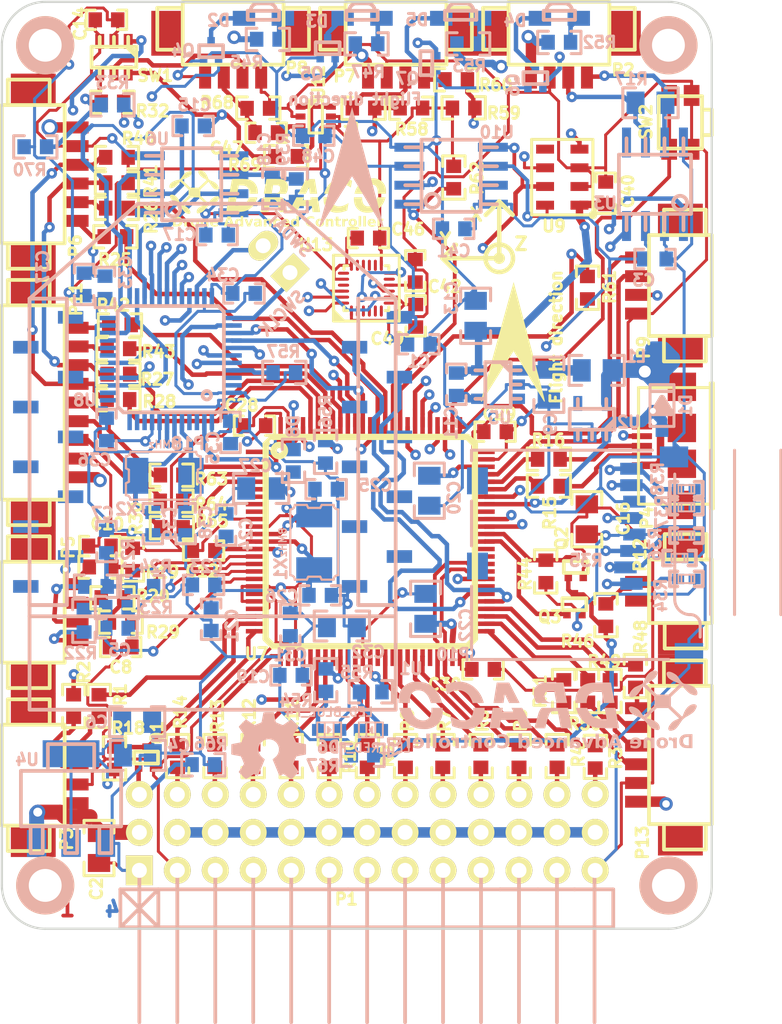
<source format=kicad_pcb>
(kicad_pcb (version 20171130) (host pcbnew "(5.1.12)-1")
  (layers (0 F.Cu signal) (1 Inner2.Cu signal) (2 Inner1.Cu power) (31 B.Cu mixed) (34 B.Paste user hide) (35 F.Paste user hide) (36 B.SilkS user hide) (37 F.SilkS user hide) (38 B.Mask user hide) (39 F.Mask user hide) (44 Edge.Cuts user))
  (net 0 "")
  (net 1 +3.3V)
  (net 2 +3.3VADC)
  (net 3 +5V)
  (net 4 AD0)
  (net 5 AD1)
  (net 6 AD2)
  (net 7 AD3)
  (net 8 CAN_RX)
  (net 9 CAN_TX)
  (net 10 EXTGPIO1)
  (net 11 EXTGPIO2)
  (net 12 EXTGPIO3)
  (net 13 EXTI2C_SCL)
  (net 14 EXTI2C_SDA)
  (net 15 EXTSPI_CS)
  (net 16 EXTSPI_MISO)
  (net 17 EXTSPI_MOSI)
  (net 18 EXTSPI_SCK)
  (net 19 EXTUART1_RX)
  (net 20 EXTUART1_TX)
  (net 21 EXTUART2_RX)
  (net 22 EXTUART2_TX)
  (net 23 F3_CS)
  (net 24 F3_INT)
  (net 25 F4_NRST)
  (net 26 F4_SWCLK)
  (net 27 F4_SWDIO)
  (net 28 FLASH_CS)
  (net 29 GND)
  (net 30 GPS_RX)
  (net 31 GPS_TX)
  (net 32 LED_BLUE)
  (net 33 LED_GREEN)
  (net 34 LED_ORANGE)
  (net 35 LED_RED)
  (net 36 MPU_CS)
  (net 37 MPU_INT)
  (net 38 MS_CS)
  (net 39 N-000001)
  (net 40 N-00000100)
  (net 41 N-00000103)
  (net 42 N-00000110)
  (net 43 N-00000111)
  (net 44 N-00000116)
  (net 45 N-00000123)
  (net 46 N-00000129)
  (net 47 N-00000130)
  (net 48 N-00000137)
  (net 49 N-00000138)
  (net 50 N-00000139)
  (net 51 N-00000140)
  (net 52 N-00000141)
  (net 53 N-00000142)
  (net 54 N-00000143)
  (net 55 N-00000148)
  (net 56 N-00000149)
  (net 57 N-00000150)
  (net 58 N-00000151)
  (net 59 N-00000152)
  (net 60 N-00000153)
  (net 61 N-00000154)
  (net 62 N-00000155)
  (net 63 N-00000156)
  (net 64 N-00000158)
  (net 65 N-00000159)
  (net 66 N-00000160)
  (net 67 N-00000161)
  (net 68 N-00000162)
  (net 69 N-00000163)
  (net 70 N-00000164)
  (net 71 N-00000168)
  (net 72 N-00000169)
  (net 73 N-00000170)
  (net 74 N-00000171)
  (net 75 N-00000172)
  (net 76 N-00000173)
  (net 77 N-00000174)
  (net 78 N-00000177)
  (net 79 N-00000178)
  (net 80 N-00000179)
  (net 81 N-00000180)
  (net 82 N-00000197)
  (net 83 N-00000198)
  (net 84 N-00000199)
  (net 85 N-000002)
  (net 86 N-00000200)
  (net 87 N-00000201)
  (net 88 N-00000202)
  (net 89 N-00000203)
  (net 90 N-00000204)
  (net 91 N-00000205)
  (net 92 N-00000206)
  (net 93 N-00000207)
  (net 94 N-00000208)
  (net 95 N-00000209)
  (net 96 N-00000210)
  (net 97 N-00000211)
  (net 98 N-00000212)
  (net 99 N-00000213)
  (net 100 N-00000214)
  (net 101 N-00000215)
  (net 102 N-00000216)
  (net 103 N-00000218)
  (net 104 N-00000219)
  (net 105 N-00000220)
  (net 106 N-00000221)
  (net 107 N-000003)
  (net 108 N-0000058)
  (net 109 N-0000059)
  (net 110 N-0000076)
  (net 111 N-0000077)
  (net 112 N-000008)
  (net 113 N-0000081)
  (net 114 N-0000095)
  (net 115 OSD_CSYNC)
  (net 116 OSD_HSYNC)
  (net 117 OSD_MISO_MASK)
  (net 118 OSD_MOSI_VOUT)
  (net 119 OSD_PIXEL_CLOCK)
  (net 120 OSD_SYNCOUT)
  (net 121 OSD_VSYNC)
  (net 122 PWM1)
  (net 123 PWM10)
  (net 124 PWM11)
  (net 125 PWM12)
  (net 126 PWM2)
  (net 127 PWM3)
  (net 128 PWM4)
  (net 129 PWM5)
  (net 130 PWM6)
  (net 131 PWM7)
  (net 132 PWM8)
  (net 133 PWM9)
  (net 134 SBUS)
  (net 135 SDIO_CLK)
  (net 136 SDIO_CMD)
  (net 137 SDIO_D0)
  (net 138 SDIO_D1)
  (net 139 SDIO_D2)
  (net 140 SDIO_D3)
  (net 141 SON_ECHO)
  (net 142 SON_TRIG)
  (net 143 SPI_MISO)
  (net 144 SPI_MOSI)
  (net 145 SPI_SCK)
  (net 146 SPORT_RX)
  (net 147 SPORT_TX)
  (net 148 USBDM)
  (net 149 USBDP)
  (net 150 USBVB)
  (net 151 USB_ID)
  (net 152 XBEE_CTS)
  (net 153 XBEE_RX)
  (net 154 XBEE_TX)
  (module pin_strip_2 (layer F.Cu) (at 208.38 161.21 135)
    (fp_text reference P14 hide)
    (fp_text value CONN_2 hide)
    (pad 1 thru_hole rect (at -1.27 0 135) (size 1.524 2.19964) (drill 1.00076) (layers *.Cu *.Mask F.SilkS) (net 44 N-00000116))
    (pad 2 thru_hole oval (at 1.27 0 135) (size 1.524 2.19964) (drill 1.00076) (layers *.Cu *.Mask F.SilkS) (net 114 N-0000095))
  )
  (module sod123 (layer B.Cu) (at 234.17 171 90)
    (fp_text reference D1 (at 0 1.59 90) (layer B.SilkS) (effects (font (size 0.77 0.77) (thickness 0.19)) (justify mirror)))
    (fp_text value PMEG6010CEH hide)
    (pad 2 smd rect (at 1.67386 0 90) (size 0.8509 0.8509) (layers B.Cu B.Paste B.Mask) (net 3 +5V))
    (pad 1 smd rect (at -1.67386 0 90) (size 0.8509 0.8509) (layers B.Cu B.Paste B.Mask) (net 150 USBVB))
  )
  (module pin_strip_13x3-90 (layer F.Cu) (at 214.4 200.85)
    (fp_text reference P1 (at -1.35 3.17) (layer F.SilkS) (effects (font (size 0.77 0.77) (thickness 0.19))))
    (fp_text value CONN_13X3 hide)
    (pad 39 thru_hole circle (at 15.3 -3.85) (size 1.8 1.8) (drill 1.00076) (layers *.Cu *.Mask F.SilkS) (net 90 N-00000204))
    (pad 38 thru_hole circle (at 15.3 -1.3) (size 1.8 1.8) (drill 1.00076) (layers *.Cu *.Mask F.SilkS) (net 3 +5V))
    (pad 37 thru_hole circle (at 15.3 1.25) (size 1.8 1.8) (drill 1.00076) (layers *.Cu *.Mask F.SilkS) (net 29 GND))
    (pad 1 thru_hole rect (at -15.2 1.2446) (size 1.8 1.99898) (drill 1.00076) (layers *.Cu *.Mask F.SilkS) (net 29 GND))
    (pad 2 thru_hole circle (at -15.2 -1.2954) (size 1.8 1.8) (drill 1.00076) (layers *.Cu *.Mask F.SilkS) (net 3 +5V))
    (pad 4 thru_hole circle (at -12.66 1.2446) (size 1.8 1.8) (drill 1.00076) (layers *.Cu *.Mask F.SilkS) (net 29 GND))
    (pad 5 thru_hole circle (at -12.66 -1.2954) (size 1.8 1.8) (drill 1.00076) (layers *.Cu *.Mask F.SilkS) (net 3 +5V))
    (pad 7 thru_hole circle (at -10.12 1.2446) (size 1.8 1.8) (drill 1.00076) (layers *.Cu *.Mask F.SilkS) (net 29 GND))
    (pad 8 thru_hole circle (at -10.12 -1.2954) (size 1.8 1.8) (drill 1.00076) (layers *.Cu *.Mask F.SilkS) (net 3 +5V))
    (pad 10 thru_hole circle (at -7.58 1.2446) (size 1.8 1.8) (drill 1.00076) (layers *.Cu *.Mask F.SilkS) (net 29 GND))
    (pad 11 thru_hole circle (at -7.58 -1.2954) (size 1.8 1.8) (drill 1.00076) (layers *.Cu *.Mask F.SilkS) (net 3 +5V))
    (pad 13 thru_hole circle (at -5.04 1.2446) (size 1.8 1.8) (drill 1.00076) (layers *.Cu *.Mask F.SilkS) (net 29 GND))
    (pad 14 thru_hole circle (at -5.04 -1.2954) (size 1.8 1.8) (drill 1.00076) (layers *.Cu *.Mask F.SilkS) (net 3 +5V))
    (pad 16 thru_hole circle (at -2.5 1.2446) (size 1.8 1.8) (drill 1.00076) (layers *.Cu *.Mask F.SilkS) (net 29 GND))
    (pad 17 thru_hole circle (at -2.5 -1.2954) (size 1.8 1.8) (drill 1.00076) (layers *.Cu *.Mask F.SilkS) (net 3 +5V))
    (pad 19 thru_hole circle (at 0.04 1.2446) (size 1.8 1.8) (drill 1.00076) (layers *.Cu *.Mask F.SilkS) (net 29 GND))
    (pad 20 thru_hole circle (at 0.04 -1.2954) (size 1.8 1.8) (drill 1.00076) (layers *.Cu *.Mask F.SilkS) (net 3 +5V))
    (pad 22 thru_hole circle (at 2.58 1.2446) (size 1.8 1.8) (drill 1.00076) (layers *.Cu *.Mask F.SilkS) (net 29 GND))
    (pad 23 thru_hole circle (at 2.58 -1.2954) (size 1.8 1.8) (drill 1.00076) (layers *.Cu *.Mask F.SilkS) (net 3 +5V))
    (pad 25 thru_hole circle (at 5.12 1.2446) (size 1.8 1.8) (drill 1.00076) (layers *.Cu *.Mask F.SilkS) (net 29 GND))
    (pad 26 thru_hole circle (at 5.12 -1.2954) (size 1.8 1.8) (drill 1.00076) (layers *.Cu *.Mask F.SilkS) (net 3 +5V))
    (pad 28 thru_hole circle (at 7.66 1.2446) (size 1.8 1.8) (drill 1.00076) (layers *.Cu *.Mask F.SilkS) (net 29 GND))
    (pad 29 thru_hole circle (at 7.66 -1.2954) (size 1.8 1.8) (drill 1.00076) (layers *.Cu *.Mask F.SilkS) (net 3 +5V))
    (pad 3 thru_hole circle (at -15.2 -3.8354) (size 1.8 1.8) (drill 1.00076) (layers *.Cu *.Mask F.SilkS) (net 59 N-00000152))
    (pad 6 thru_hole circle (at -12.66 -3.8354) (size 1.8 1.8) (drill 1.00076) (layers *.Cu *.Mask F.SilkS) (net 82 N-00000197))
    (pad 9 thru_hole circle (at -10.12 -3.8354) (size 1.8 1.8) (drill 1.00076) (layers *.Cu *.Mask F.SilkS) (net 89 N-00000203))
    (pad 12 thru_hole circle (at -7.58 -3.8354) (size 1.8 1.8) (drill 1.00076) (layers *.Cu *.Mask F.SilkS) (net 88 N-00000202))
    (pad 15 thru_hole circle (at -5.04 -3.8354) (size 1.8 1.8) (drill 1.00076) (layers *.Cu *.Mask F.SilkS) (net 87 N-00000201))
    (pad 18 thru_hole circle (at -2.5 -3.8354) (size 1.8 1.8) (drill 1.00076) (layers *.Cu *.Mask F.SilkS) (net 97 N-00000211))
    (pad 21 thru_hole circle (at 0.04 -3.8354) (size 1.8 1.8) (drill 1.00076) (layers *.Cu *.Mask F.SilkS) (net 96 N-00000210))
    (pad 24 thru_hole circle (at 2.58 -3.8354) (size 1.8 1.8) (drill 1.00076) (layers *.Cu *.Mask F.SilkS) (net 95 N-00000209))
    (pad 27 thru_hole circle (at 5.12 -3.8354) (size 1.8 1.8) (drill 1.00076) (layers *.Cu *.Mask F.SilkS) (net 92 N-00000206))
    (pad 30 thru_hole circle (at 7.66 -3.8354) (size 1.8 1.8) (drill 1.00076) (layers *.Cu *.Mask F.SilkS) (net 94 N-00000208))
    (pad 31 thru_hole circle (at 10.2 1.2446) (size 1.8 1.8) (drill 1.00076) (layers *.Cu *.Mask F.SilkS) (net 29 GND))
    (pad 32 thru_hole circle (at 10.2 -1.2954) (size 1.8 1.8) (drill 1.00076) (layers *.Cu *.Mask F.SilkS) (net 3 +5V))
    (pad 33 thru_hole circle (at 10.2 -3.8354) (size 1.8 1.8) (drill 1.00076) (layers *.Cu *.Mask F.SilkS) (net 93 N-00000207))
    (pad 34 thru_hole circle (at 12.74 1.2446) (size 1.8 1.8) (drill 1.00076) (layers *.Cu *.Mask F.SilkS) (net 29 GND))
    (pad 35 thru_hole circle (at 12.75 -1.3) (size 1.8 1.8) (drill 1.00076) (layers *.Cu *.Mask F.SilkS) (net 3 +5V))
    (pad 36 thru_hole circle (at 12.74 -3.8354) (size 1.8 1.8) (drill 1.00076) (layers *.Cu *.Mask F.SilkS) (net 91 N-00000205))
  )
  (module Logo_silk_OSHW_6x6mm (layer B.Cu) (at 207.85 193.75)
    (fp_text reference G5 hide)
    (fp_text value DUMMY hide)
  )
  (module ARROW (layer B.Cu) (at 213.4 155.09)
    (fp_text reference G1 hide)
    (fp_text value DUMMY hide)
  )
  (module ARROW (layer F.Cu) (at 224.21 166.79)
    (fp_text reference G3 hide)
    (fp_text value DUMMY hide)
  )
  (module LOGOGO (layer F.Cu) (at 208.47 157.17)
    (fp_text reference G2 hide)
    (fp_text value DUMMY hide)
  )
  (module LOGOGO (layer B.Cu) (at 226.52 191.36)
    (fp_text reference G4 hide)
    (fp_text value DUMMY hide)
  )
  (module r_0603 (layer B.Cu) (at 209.7 156.6 270)
    (fp_text reference R39 (at -2.75 0.86 270) (layer B.SilkS) (effects (font (size 0.77 0.77) (thickness 0.19)) (justify mirror)))
    (fp_text value 681k hide)
    (pad 1 smd rect (at 0.75184 0 270) (size 0.89916 1.00076) (layers B.Cu B.Paste B.Mask) (net 29 GND))
    (pad 2 smd rect (at -0.75184 0 270) (size 0.89916 1.00076) (layers B.Cu B.Paste B.Mask) (net 84 N-00000199))
  )
  (module 1pin (layer F.Cu) (at 192.9 146.9)
    (fp_text reference P22 hide)
    (fp_text value CONN_1 hide)
    (pad "" np_thru_hole circle (at 0 0) (size 2.2 2.2) (drill 2.2) (layers *.Cu *.Mask F.SilkS))
  )
  (module 1pin (layer F.Cu) (at 192.9 203.1)
    (fp_text reference P19 hide)
    (fp_text value CONN_1 hide)
    (pad "" np_thru_hole circle (at 0 0) (size 2.2 2.2) (drill 2.2) (layers *.Cu *.Mask F.SilkS))
  )
  (module 1pin (layer F.Cu) (at 234.6 203.1)
    (fp_text reference P21 hide)
    (fp_text value CONN_1 hide)
    (pad "" np_thru_hole circle (at 0 0) (size 2.2 2.2) (drill 2.2) (layers *.Cu *.Mask F.SilkS))
  )
  (module 1pin (layer F.Cu) (at 234.6 146.9)
    (fp_text reference P20 hide)
    (fp_text value CONN_1 hide)
    (pad "" np_thru_hole circle (at 0 0) (size 2.2 2.2) (drill 2.2) (layers *.Cu *.Mask F.SilkS))
  )
  (module TQFP-100 (layer F.Cu) (at 214.65 180.1 270)
    (fp_text reference U7 (at 7.51 7.61) (layer F.SilkS) (effects (font (size 0.77 0.77) (thickness 0.19))))
    (fp_text value STM32F427VIT6 hide)
    (pad 4 smd rect (at -4.50088 7.67588 270) (size 0.29972 1.30048) (layers F.Cu F.Paste F.Mask) (net 11 EXTGPIO2))
    (pad 5 smd rect (at -4.0005 7.67588 270) (size 0.29972 1.30048) (layers F.Cu F.Paste F.Mask) (net 10 EXTGPIO1))
    (pad 6 smd rect (at -3.50012 7.67588 270) (size 0.29972 1.30048) (layers F.Cu F.Paste F.Mask) (net 107 N-000003))
    (pad 7 smd rect (at -2.99974 7.67588 270) (size 0.29972 1.30048) (layers F.Cu F.Paste F.Mask))
    (pad 8 smd rect (at -2.49936 7.67588 270) (size 0.29972 1.30048) (layers F.Cu F.Paste F.Mask))
    (pad 1 smd rect (at -5.99948 7.67588 270) (size 0.29972 1.30048) (layers F.Cu F.Paste F.Mask) (net 24 F3_INT))
    (pad 2 smd rect (at -5.4991 7.67588 270) (size 0.29972 1.30048) (layers F.Cu F.Paste F.Mask))
    (pad 3 smd rect (at -5.00126 7.67588 270) (size 0.29972 1.30048) (layers F.Cu F.Paste F.Mask) (net 12 EXTGPIO3))
    (pad 17 smd rect (at 1.99898 7.67588 270) (size 0.29972 1.30048) (layers F.Cu F.Paste F.Mask) (net 5 AD1))
    (pad 18 smd rect (at 2.49936 7.67588 270) (size 0.29972 1.30048) (layers F.Cu F.Paste F.Mask) (net 4 AD0))
    (pad 19 smd rect (at 2.99974 7.67588 270) (size 0.29972 1.30048) (layers F.Cu F.Paste F.Mask) (net 1 +3.3V))
    (pad 20 smd rect (at 3.50012 7.67588 270) (size 0.29972 1.30048) (layers F.Cu F.Paste F.Mask) (net 29 GND))
    (pad 21 smd rect (at 4.0005 7.67588 270) (size 0.29972 1.30048) (layers F.Cu F.Paste F.Mask) (net 1 +3.3V))
    (pad 22 smd rect (at 4.50088 7.67588 270) (size 0.29972 1.30048) (layers F.Cu F.Paste F.Mask) (net 1 +3.3V))
    (pad 23 smd rect (at 5.00126 7.67588 270) (size 0.29972 1.30048) (layers F.Cu F.Paste F.Mask) (net 141 SON_ECHO))
    (pad 24 smd rect (at 5.4991 7.67588 270) (size 0.29972 1.30048) (layers F.Cu F.Paste F.Mask) (net 134 SBUS))
    (pad 33 smd rect (at 7.67588 2.49936 270) (size 1.30048 0.29972) (layers F.Cu F.Paste F.Mask))
    (pad 34 smd rect (at 7.67588 1.99898 270) (size 1.30048 0.29972) (layers F.Cu F.Paste F.Mask) (net 42 N-00000110))
    (pad 35 smd rect (at 7.67588 1.50114 270) (size 1.30048 0.29972) (layers F.Cu F.Paste F.Mask) (net 129 PWM5))
    (pad 36 smd rect (at 7.67588 1.00076 270) (size 1.30048 0.29972) (layers F.Cu F.Paste F.Mask) (net 130 PWM6))
    (pad 37 smd rect (at 7.67588 0.50038 270) (size 1.30048 0.29972) (layers F.Cu F.Paste F.Mask) (net 29 GND))
    (pad 38 smd rect (at 7.67588 0 270) (size 1.30048 0.29972) (layers F.Cu F.Paste F.Mask) (net 110 N-0000076))
    (pad 39 smd rect (at 7.67588 -0.50038 270) (size 1.30048 0.29972) (layers F.Cu F.Paste F.Mask))
    (pad 40 smd rect (at 7.67588 -1.00076 270) (size 1.30048 0.29972) (layers F.Cu F.Paste F.Mask) (net 131 PWM7))
    (pad 49 smd rect (at 7.67588 -5.4991 270) (size 1.30048 0.29972) (layers F.Cu F.Paste F.Mask) (net 85 N-000002))
    (pad 50 smd rect (at 7.67588 -5.99948 270) (size 1.30048 0.29972) (layers F.Cu F.Paste F.Mask) (net 1 +3.3V))
    (pad 51 smd rect (at 5.99948 -7.67588 270) (size 0.29972 1.30048) (layers F.Cu F.Paste F.Mask) (net 15 EXTSPI_CS))
    (pad 52 smd rect (at 5.4991 -7.67588 270) (size 0.29972 1.30048) (layers F.Cu F.Paste F.Mask) (net 18 EXTSPI_SCK))
    (pad 53 smd rect (at 5.00126 -7.67588 270) (size 0.29972 1.30048) (layers F.Cu F.Paste F.Mask) (net 16 EXTSPI_MISO))
    (pad 54 smd rect (at 4.50088 -7.67588 270) (size 0.29972 1.30048) (layers F.Cu F.Paste F.Mask) (net 17 EXTSPI_MOSI))
    (pad 55 smd rect (at 4.0005 -7.67588 270) (size 0.29972 1.30048) (layers F.Cu F.Paste F.Mask) (net 154 XBEE_TX))
    (pad 56 smd rect (at 3.50012 -7.67588 270) (size 0.29972 1.30048) (layers F.Cu F.Paste F.Mask) (net 153 XBEE_RX))
    (pad 9 smd rect (at -1.99898 7.67588 270) (size 0.29972 1.30048) (layers F.Cu F.Paste F.Mask))
    (pad 10 smd rect (at -1.50114 7.67588 270) (size 0.29972 1.30048) (layers F.Cu F.Paste F.Mask) (net 29 GND))
    (pad 11 smd rect (at -1.00076 7.67588 270) (size 0.29972 1.30048) (layers F.Cu F.Paste F.Mask) (net 1 +3.3V))
    (pad 25 smd rect (at 5.99948 7.67588 270) (size 0.29972 1.30048) (layers F.Cu F.Paste F.Mask) (net 122 PWM1))
    (pad 26 smd rect (at 7.67588 5.99948 270) (size 1.30048 0.29972) (layers F.Cu F.Paste F.Mask) (net 126 PWM2))
    (pad 27 smd rect (at 7.67588 5.4991 270) (size 1.30048 0.29972) (layers F.Cu F.Paste F.Mask) (net 29 GND))
    (pad 41 smd rect (at 7.67588 -1.50114 270) (size 1.30048 0.29972) (layers F.Cu F.Paste F.Mask))
    (pad 42 smd rect (at 7.67588 -1.99898 270) (size 1.30048 0.29972) (layers F.Cu F.Paste F.Mask) (net 132 PWM8))
    (pad 43 smd rect (at 7.67588 -2.49936 270) (size 1.30048 0.29972) (layers F.Cu F.Paste F.Mask))
    (pad 57 smd rect (at 2.99974 -7.67588 270) (size 0.29972 1.30048) (layers F.Cu F.Paste F.Mask))
    (pad 58 smd rect (at 2.49936 -7.67588 270) (size 0.29972 1.30048) (layers F.Cu F.Paste F.Mask) (net 152 XBEE_CTS))
    (pad 59 smd rect (at 1.99898 -7.67588 270) (size 0.29972 1.30048) (layers F.Cu F.Paste F.Mask) (net 125 PWM12))
    (pad 12 smd rect (at -0.50038 7.67588 270) (size 0.29972 1.30048) (layers F.Cu F.Paste F.Mask) (net 46 N-00000129))
    (pad 13 smd rect (at 0 7.67588 270) (size 0.29972 1.30048) (layers F.Cu F.Paste F.Mask) (net 47 N-00000130))
    (pad 14 smd rect (at 0.50038 7.67588 270) (size 0.29972 1.30048) (layers F.Cu F.Paste F.Mask) (net 25 F4_NRST))
    (pad 15 smd rect (at 1.00076 7.67588 270) (size 0.29972 1.30048) (layers F.Cu F.Paste F.Mask) (net 7 AD3))
    (pad 16 smd rect (at 1.50114 7.67588 270) (size 0.29972 1.30048) (layers F.Cu F.Paste F.Mask) (net 6 AD2))
    (pad 28 smd rect (at 7.67588 5.00126 270) (size 1.30048 0.29972) (layers F.Cu F.Paste F.Mask) (net 1 +3.3V))
    (pad 29 smd rect (at 7.67588 4.50088 270) (size 1.30048 0.29972) (layers F.Cu F.Paste F.Mask) (net 142 SON_TRIG))
    (pad 30 smd rect (at 7.67588 4.0005 270) (size 1.30048 0.29972) (layers F.Cu F.Paste F.Mask))
    (pad 31 smd rect (at 7.67588 3.50012 270) (size 1.30048 0.29972) (layers F.Cu F.Paste F.Mask) (net 127 PWM3))
    (pad 32 smd rect (at 7.67588 2.99974 270) (size 1.30048 0.29972) (layers F.Cu F.Paste F.Mask) (net 128 PWM4))
    (pad 44 smd rect (at 7.67588 -2.99974 270) (size 1.30048 0.29972) (layers F.Cu F.Paste F.Mask) (net 133 PWM9))
    (pad 45 smd rect (at 7.67588 -3.50012 270) (size 1.30048 0.29972) (layers F.Cu F.Paste F.Mask) (net 123 PWM10))
    (pad 46 smd rect (at 7.67588 -4.0005 270) (size 1.30048 0.29972) (layers F.Cu F.Paste F.Mask))
    (pad 47 smd rect (at 7.67588 -4.50088 270) (size 1.30048 0.29972) (layers F.Cu F.Paste F.Mask) (net 124 PWM11))
    (pad 48 smd rect (at 7.67588 -5.00126 270) (size 1.30048 0.29972) (layers F.Cu F.Paste F.Mask) (net 125 PWM12))
    (pad 60 smd rect (at 1.50114 -7.67588 270) (size 0.29972 1.30048) (layers F.Cu F.Paste F.Mask) (net 124 PWM11))
    (pad 61 smd rect (at 1.00076 -7.67588 270) (size 0.29972 1.30048) (layers F.Cu F.Paste F.Mask))
    (pad 62 smd rect (at 0.50038 -7.67588 270) (size 0.29972 1.30048) (layers F.Cu F.Paste F.Mask))
    (pad 63 smd rect (at 0 -7.67588 270) (size 0.29972 1.30048) (layers F.Cu F.Paste F.Mask) (net 147 SPORT_TX))
    (pad 64 smd rect (at -0.50038 -7.67588 270) (size 0.29972 1.30048) (layers F.Cu F.Paste F.Mask) (net 146 SPORT_RX))
    (pad 65 smd rect (at -1.00076 -7.67588 270) (size 0.29972 1.30048) (layers F.Cu F.Paste F.Mask) (net 137 SDIO_D0))
    (pad 66 smd rect (at -1.50114 -7.67588 270) (size 0.29972 1.30048) (layers F.Cu F.Paste F.Mask) (net 138 SDIO_D1))
    (pad 67 smd rect (at -1.99898 -7.67588 270) (size 0.29972 1.30048) (layers F.Cu F.Paste F.Mask))
    (pad 68 smd rect (at -2.49936 -7.67588 270) (size 0.29972 1.30048) (layers F.Cu F.Paste F.Mask) (net 150 USBVB))
    (pad 69 smd rect (at -2.99974 -7.67588 270) (size 0.29972 1.30048) (layers F.Cu F.Paste F.Mask) (net 151 USB_ID))
    (pad 70 smd rect (at -3.50012 -7.67588 270) (size 0.29972 1.30048) (layers F.Cu F.Paste F.Mask) (net 148 USBDM))
    (pad 71 smd rect (at -4.0005 -7.67588 270) (size 0.29972 1.30048) (layers F.Cu F.Paste F.Mask) (net 149 USBDP))
    (pad 72 smd rect (at -4.50088 -7.67588 270) (size 0.29972 1.30048) (layers F.Cu F.Paste F.Mask) (net 27 F4_SWDIO))
    (pad 73 smd rect (at -5.00126 -7.67588 270) (size 0.29972 1.30048) (layers F.Cu F.Paste F.Mask) (net 39 N-000001))
    (pad 74 smd rect (at -5.4991 -7.67588 270) (size 0.29972 1.30048) (layers F.Cu F.Paste F.Mask) (net 29 GND))
    (pad 75 smd rect (at -5.99948 -7.67588 270) (size 0.29972 1.30048) (layers F.Cu F.Paste F.Mask) (net 1 +3.3V))
    (pad 76 smd rect (at -7.67588 -5.99948 270) (size 1.30048 0.29972) (layers F.Cu F.Paste F.Mask) (net 26 F4_SWCLK))
    (pad 77 smd rect (at -7.67588 -5.4991 270) (size 1.30048 0.29972) (layers F.Cu F.Paste F.Mask) (net 111 N-0000077))
    (pad 78 smd rect (at -7.67588 -5.00126 270) (size 1.30048 0.29972) (layers F.Cu F.Paste F.Mask) (net 139 SDIO_D2))
    (pad 79 smd rect (at -7.67588 -4.50088 270) (size 1.30048 0.29972) (layers F.Cu F.Paste F.Mask) (net 140 SDIO_D3))
    (pad 80 smd rect (at -7.67588 -4.0005 270) (size 1.30048 0.29972) (layers F.Cu F.Paste F.Mask) (net 135 SDIO_CLK))
    (pad 81 smd rect (at -7.67588 -3.50012 270) (size 1.30048 0.29972) (layers F.Cu F.Paste F.Mask) (net 8 CAN_RX))
    (pad 82 smd rect (at -7.67588 -2.99974 270) (size 1.30048 0.29972) (layers F.Cu F.Paste F.Mask) (net 9 CAN_TX))
    (pad 83 smd rect (at -7.67588 -2.49936 270) (size 1.30048 0.29972) (layers F.Cu F.Paste F.Mask) (net 136 SDIO_CMD))
    (pad 84 smd rect (at -7.67588 -1.99898 270) (size 1.30048 0.29972) (layers F.Cu F.Paste F.Mask) (net 38 MS_CS))
    (pad 85 smd rect (at -7.67588 -1.50114 270) (size 1.30048 0.29972) (layers F.Cu F.Paste F.Mask) (net 28 FLASH_CS))
    (pad 86 smd rect (at -7.67588 -1.00076 270) (size 1.30048 0.29972) (layers F.Cu F.Paste F.Mask) (net 31 GPS_TX))
    (pad 87 smd rect (at -7.67588 -0.50038 270) (size 1.30048 0.29972) (layers F.Cu F.Paste F.Mask) (net 30 GPS_RX))
    (pad 88 smd rect (at -7.67588 0 270) (size 1.30048 0.29972) (layers F.Cu F.Paste F.Mask) (net 36 MPU_CS))
    (pad 89 smd rect (at -7.67588 0.50038 270) (size 1.30048 0.29972) (layers F.Cu F.Paste F.Mask) (net 145 SPI_SCK))
    (pad 90 smd rect (at -7.67588 1.00076 270) (size 1.30048 0.29972) (layers F.Cu F.Paste F.Mask) (net 143 SPI_MISO))
    (pad 91 smd rect (at -7.67588 1.50114 270) (size 1.30048 0.29972) (layers F.Cu F.Paste F.Mask) (net 144 SPI_MOSI))
    (pad 92 smd rect (at -7.67588 1.99898 270) (size 1.30048 0.29972) (layers F.Cu F.Paste F.Mask) (net 20 EXTUART1_TX))
    (pad 93 smd rect (at -7.67588 2.49936 270) (size 1.30048 0.29972) (layers F.Cu F.Paste F.Mask) (net 19 EXTUART1_RX))
    (pad 94 smd rect (at -7.67588 2.99974 270) (size 1.30048 0.29972) (layers F.Cu F.Paste F.Mask) (net 113 N-0000081))
    (pad 95 smd rect (at -7.67588 3.50012 270) (size 1.30048 0.29972) (layers F.Cu F.Paste F.Mask) (net 13 EXTI2C_SCL))
    (pad 96 smd rect (at -7.67588 4.0005 270) (size 1.30048 0.29972) (layers F.Cu F.Paste F.Mask) (net 14 EXTI2C_SDA))
    (pad 97 smd rect (at -7.67588 4.50088 270) (size 1.30048 0.29972) (layers F.Cu F.Paste F.Mask) (net 37 MPU_INT))
    (pad 98 smd rect (at -7.67588 5.00126 270) (size 1.30048 0.29972) (layers F.Cu F.Paste F.Mask) (net 23 F3_CS))
    (pad 99 smd rect (at -7.67588 5.4991 270) (size 1.30048 0.29972) (layers F.Cu F.Paste F.Mask) (net 29 GND))
    (pad 100 smd rect (at -7.67588 5.99948 270) (size 1.30048 0.29972) (layers F.Cu F.Paste F.Mask) (net 1 +3.3V))
  )
  (module xbee-smt (layer B.Cu) (at 204.1 185.1 180)
    (fp_text reference U1 (at -13.27 -3.5 180) (layer B.SilkS) (effects (font (size 0.77 0.77) (thickness 0.19)) (justify mirror)))
    (fp_text value XBEE hide)
    (pad 1 smd rect (at -12.49934 19.99996 90) (size 0.84836 1.69926) (layers B.Cu B.Paste B.Mask) (net 1 +3.3V))
    (pad 2 smd rect (at -9.4996 17.99844 90) (size 0.84836 1.69926) (layers B.Cu B.Paste B.Mask) (net 153 XBEE_RX))
    (pad 3 smd rect (at -12.49934 15.99946 90) (size 0.84836 1.69926) (layers B.Cu B.Paste B.Mask) (net 154 XBEE_TX))
    (pad 4 smd rect (at -9.4996 13.99794 90) (size 0.84836 1.69926) (layers B.Cu B.Paste B.Mask))
    (pad 5 smd rect (at -12.49934 11.99896 90) (size 0.84836 1.69926) (layers B.Cu B.Paste B.Mask))
    (pad 6 smd rect (at -9.4996 9.99998 90) (size 0.84836 1.69926) (layers B.Cu B.Paste B.Mask))
    (pad 7 smd rect (at -12.49934 7.99846 90) (size 0.84836 1.69926) (layers B.Cu B.Paste B.Mask))
    (pad 8 smd rect (at -9.4996 5.99948 90) (size 0.84836 1.69926) (layers B.Cu B.Paste B.Mask))
    (pad 9 smd rect (at -12.49934 3.99796 90) (size 0.84836 1.69926) (layers B.Cu B.Paste B.Mask))
    (pad 10 smd rect (at -9.4996 1.99898 90) (size 0.84836 1.69926) (layers B.Cu B.Paste B.Mask) (net 29 GND))
    (pad 11 smd rect (at 12.49934 1.99898 90) (size 0.84836 1.69926) (layers B.Cu B.Paste B.Mask))
    (pad 12 smd rect (at 9.4996 3.99796 90) (size 0.84836 1.69926) (layers B.Cu B.Paste B.Mask) (net 152 XBEE_CTS))
    (pad 13 smd rect (at 12.49934 5.99948 90) (size 0.84836 1.69926) (layers B.Cu B.Paste B.Mask))
    (pad 14 smd rect (at 9.4996 7.99846 90) (size 0.84836 1.69926) (layers B.Cu B.Paste B.Mask))
    (pad 15 smd rect (at 12.49934 9.99998 90) (size 0.84836 1.69926) (layers B.Cu B.Paste B.Mask))
    (pad 16 smd rect (at 9.4996 11.99896 90) (size 0.84836 1.69926) (layers B.Cu B.Paste B.Mask))
    (pad 17 smd rect (at 12.49934 13.99794 90) (size 0.84836 1.69926) (layers B.Cu B.Paste B.Mask))
    (pad 18 smd rect (at 9.4996 15.99946 90) (size 0.84836 1.69926) (layers B.Cu B.Paste B.Mask))
    (pad 19 smd rect (at 12.49934 17.99844 90) (size 0.84836 1.69926) (layers B.Cu B.Paste B.Mask))
    (pad 20 smd rect (at 9.4996 19.99996 90) (size 0.84836 1.69926) (layers B.Cu B.Paste B.Mask))
  )
  (module tsot-5 (layer B.Cu) (at 223.2 169.6 270)
    (fp_text reference U5 (at 2.23 -0.12) (layer B.SilkS) (effects (font (size 0.77 0.77) (thickness 0.19)) (justify mirror)))
    (fp_text value LT1761-3.3 hide)
    (pad 1 smd rect (at -0.94996 -1.30048 270) (size 0.69088 1.00076) (layers B.Cu B.Paste B.Mask) (net 75 N-00000172))
    (pad 3 smd rect (at 0.94996 -1.30048 270) (size 0.69088 1.00076) (layers B.Cu B.Paste B.Mask))
    (pad 2 smd rect (at 0 -1.30048 270) (size 0.69088 1.00076) (layers B.Cu B.Paste B.Mask) (net 29 GND))
    (pad 4 smd rect (at 0.94996 1.30048 270) (size 0.69088 1.00076) (layers B.Cu B.Paste B.Mask) (net 70 N-00000164))
    (pad 5 smd rect (at -0.94996 1.30048 270) (size 0.69088 1.00076) (layers B.Cu B.Paste B.Mask) (net 2 +3.3VADC))
  )
  (module stabil_sot223_1 (layer B.Cu) (at 194.628 197.294 180)
    (fp_text reference U4 (at 2.9375 2.6045 180) (layer B.SilkS) (effects (font (size 0.77 0.77) (thickness 0.19)) (justify mirror)))
    (fp_text value ADP3338AKCZ-3.3 hide)
    (pad GND smd rect (at -2.30124 -2.99974 180) (size 1.30048 1.80086) (layers B.Cu B.Paste B.Mask) (net 29 GND))
    (pad OUT smd rect (at 0 -2.99974 180) (size 1.30048 1.80086) (layers B.Cu B.Paste B.Mask) (net 1 +3.3V))
    (pad IN smd rect (at 2.30124 -2.99974 180) (size 1.30048 1.80086) (layers B.Cu B.Paste B.Mask) (net 3 +5V))
    (pad OUT smd rect (at 0 2.99974 180) (size 3.79984 1.80086) (layers B.Cu B.Paste B.Mask) (net 1 +3.3V))
  )
  (module sot23-6 (layer F.Cu) (at 197.5 147.7 180)
    (fp_text reference SW1 (at -2.76 -1.23 180) (layer F.SilkS) (effects (font (size 0.77 0.77) (thickness 0.19))))
    (fp_text value STG719 hide)
    (pad 1 smd rect (at -0.9525 1.05664 180) (size 0.59944 1.00076) (layers F.Cu F.Paste F.Mask) (net 117 OSD_MISO_MASK))
    (pad 3 smd rect (at 0.9525 1.05664 180) (size 0.59944 1.00076) (layers F.Cu F.Paste F.Mask) (net 29 GND))
    (pad 2 smd rect (at 0 1.05664 180) (size 0.59944 1.00076) (layers F.Cu F.Paste F.Mask) (net 1 +3.3V))
    (pad 4 smd rect (at 0.9525 -1.05664 180) (size 0.59944 1.00076) (layers F.Cu F.Paste F.Mask) (net 57 N-00000150))
    (pad 6 smd rect (at -0.9525 -1.05664 180) (size 0.59944 1.00076) (layers F.Cu F.Paste F.Mask) (net 55 N-00000148))
    (pad 5 smd rect (at 0 -1.05664 180) (size 0.59944 1.00076) (layers F.Cu F.Paste F.Mask) (net 58 N-00000151))
  )
  (module sot23-5 (layer B.Cu) (at 229.49 171.92 180)
    (fp_text reference U2 (at -2.46 -0.19 180) (layer B.SilkS) (effects (font (size 0.77 0.77) (thickness 0.19)) (justify mirror)))
    (fp_text value LTC4411 hide)
    (pad 1 smd rect (at -0.9525 -1.05664 180) (size 0.59944 1.00076) (layers B.Cu B.Paste B.Mask) (net 150 USBVB))
    (pad 3 smd rect (at 0.9525 -1.05664 180) (size 0.59944 1.00076) (layers B.Cu B.Paste B.Mask))
    (pad 2 smd rect (at 0 -1.05664 180) (size 0.59944 1.00076) (layers B.Cu B.Paste B.Mask) (net 29 GND))
    (pad 4 smd rect (at 0.9525 1.05664 180) (size 0.59944 1.00076) (layers B.Cu B.Paste B.Mask))
    (pad 5 smd rect (at -0.9525 1.05664 180) (size 0.59944 1.00076) (layers B.Cu B.Paste B.Mask) (net 3 +5V))
  )
  (module so-8 (layer B.Cu) (at 233.7 156.2 180)
    (fp_text reference U3 (at 3.33 -1.26 180) (layer B.SilkS) (effects (font (size 0.77 0.77) (thickness 0.19)) (justify mirror)))
    (fp_text value SN65HVD233 hide)
    (pad 1 smd rect (at -1.905 -2.794 180) (size 0.59944 1.99898) (layers B.Cu B.Paste B.Mask) (net 9 CAN_TX))
    (pad 2 smd rect (at -0.635 -2.794 180) (size 0.59944 1.99898) (layers B.Cu B.Paste B.Mask) (net 29 GND))
    (pad 3 smd rect (at 0.635 -2.794 180) (size 0.59944 1.99898) (layers B.Cu B.Paste B.Mask) (net 1 +3.3V))
    (pad 4 smd rect (at 1.905 -2.794 180) (size 0.59944 1.99898) (layers B.Cu B.Paste B.Mask) (net 8 CAN_RX))
    (pad 5 smd rect (at 1.905 2.794 180) (size 0.59944 1.99898) (layers B.Cu B.Paste B.Mask))
    (pad 6 smd rect (at 0.635 2.794 180) (size 0.59944 1.99898) (layers B.Cu B.Paste B.Mask) (net 81 N-00000180))
    (pad 7 smd rect (at -0.635 2.794 180) (size 0.59944 1.99898) (layers B.Cu B.Paste B.Mask) (net 80 N-00000179))
    (pad 8 smd rect (at -1.905 2.794 180) (size 0.59944 1.99898) (layers B.Cu B.Paste B.Mask) (net 29 GND))
  )
  (module so-8 (layer B.Cu) (at 202.7 156.2 90)
    (fp_text reference U6 (at 3.03 -2.29 180) (layer B.SilkS) (effects (font (size 0.77 0.77) (thickness 0.19)) (justify mirror)))
    (fp_text value EL1883 hide)
    (pad 1 smd rect (at -1.905 -2.794 90) (size 0.59944 1.99898) (layers B.Cu B.Paste B.Mask) (net 115 OSD_CSYNC))
    (pad 2 smd rect (at -0.635 -2.794 90) (size 0.59944 1.99898) (layers B.Cu B.Paste B.Mask) (net 86 N-00000200))
    (pad 3 smd rect (at 0.635 -2.794 90) (size 0.59944 1.99898) (layers B.Cu B.Paste B.Mask) (net 121 OSD_VSYNC))
    (pad 4 smd rect (at 1.905 -2.794 90) (size 0.59944 1.99898) (layers B.Cu B.Paste B.Mask) (net 29 GND))
    (pad 5 smd rect (at 1.905 2.794 90) (size 0.59944 1.99898) (layers B.Cu B.Paste B.Mask))
    (pad 6 smd rect (at 0.635 2.794 90) (size 0.59944 1.99898) (layers B.Cu B.Paste B.Mask) (net 84 N-00000199))
    (pad 7 smd rect (at -0.635 2.794 90) (size 0.59944 1.99898) (layers B.Cu B.Paste B.Mask) (net 116 OSD_HSYNC))
    (pad 8 smd rect (at -1.905 2.794 90) (size 0.59944 1.99898) (layers B.Cu B.Paste B.Mask) (net 1 +3.3V))
  )
  (module sc75 (layer F.Cu) (at 199.65 194.55)
    (fp_text reference Q1 (at 0.74 -1.67 90) (layer F.SilkS) (effects (font (size 0.77 0.77) (thickness 0.19))))
    (fp_text value NTA4153NT1G hide)
    (pad 1 smd rect (at -0.5 0.65) (size 0.5 0.6) (layers F.Cu F.Paste F.Mask) (net 59 N-00000152))
    (pad 2 smd rect (at 0.5 0.65) (size 0.5 0.6) (layers F.Cu F.Paste F.Mask) (net 29 GND))
    (pad 3 smd rect (at 0 -0.65) (size 0.5 0.6) (layers F.Cu F.Paste F.Mask) (net 134 SBUS))
  )
  (module sc75 (layer F.Cu) (at 228.31 184.29)
    (fp_text reference Q3 (at -1.65 0.85) (layer F.SilkS) (effects (font (size 0.77 0.77) (thickness 0.19))))
    (fp_text value NTA4151PT1G hide)
    (pad 1 smd rect (at -0.5 0.65) (size 0.5 0.6) (layers F.Cu F.Paste F.Mask) (net 147 SPORT_TX))
    (pad 2 smd rect (at 0.5 0.65) (size 0.5 0.6) (layers F.Cu F.Paste F.Mask) (net 1 +3.3V))
    (pad 3 smd rect (at 0 -0.65) (size 0.5 0.6) (layers F.Cu F.Paste F.Mask) (net 99 N-00000213))
  )
  (module sc75 (layer F.Cu) (at 228.4 181.8)
    (fp_text reference Q2 (at -0.94 -1.92 90) (layer F.SilkS) (effects (font (size 0.77 0.77) (thickness 0.19))))
    (fp_text value NTA4153NT1G hide)
    (pad 1 smd rect (at -0.5 0.65) (size 0.5 0.6) (layers F.Cu F.Paste F.Mask) (net 99 N-00000213))
    (pad 2 smd rect (at 0.5 0.65) (size 0.5 0.6) (layers F.Cu F.Paste F.Mask) (net 29 GND))
    (pad 3 smd rect (at 0 -0.65) (size 0.5 0.6) (layers F.Cu F.Paste F.Mask) (net 146 SPORT_RX))
  )
  (module r_0805 (layer B.Cu) (at 233.4 150.8 180)
    (fp_text reference R17 (at 1.3 1.64 180) (layer B.SilkS) (effects (font (size 0.77 0.77) (thickness 0.19)) (justify mirror)))
    (fp_text value 120R hide)
    (pad 1 smd rect (at 1.00076 0.0508 180) (size 1.19888 1.4986) (layers B.Cu B.Paste B.Mask) (net 81 N-00000180))
    (pad 2 smd rect (at -1.00076 0.0508 180) (size 1.19888 1.4986) (layers B.Cu B.Paste B.Mask) (net 80 N-00000179))
  )
  (module r_0805 (layer B.Cu) (at 229.8 168.6)
    (fp_text reference L1 (at 2.63 -0.89) (layer B.SilkS) (effects (font (size 0.77 0.77) (thickness 0.19)) (justify mirror)))
    (fp_text value 10uH hide)
    (pad 1 smd rect (at 1.00076 0.0508) (size 1.19888 1.4986) (layers B.Cu B.Paste B.Mask) (net 3 +5V))
    (pad 2 smd rect (at -1.00076 0.0508) (size 1.19888 1.4986) (layers B.Cu B.Paste B.Mask) (net 75 N-00000172))
  )
  (module r_0603 (layer F.Cu) (at 197.4 150.7 180)
    (fp_text reference R32 (at -2.68 -0.6 180) (layer F.SilkS) (effects (font (size 0.77 0.77) (thickness 0.19))))
    (fp_text value 220R hide)
    (pad 1 smd rect (at 0.75184 0 180) (size 0.89916 1.00076) (layers F.Cu F.Paste F.Mask) (net 57 N-00000150))
    (pad 2 smd rect (at -0.75184 0 180) (size 0.89916 1.00076) (layers F.Cu F.Paste F.Mask) (net 118 OSD_MOSI_VOUT))
  )
  (module r_0603 (layer B.Cu) (at 197.4 150.9 180)
    (fp_text reference R33 (at -0.01 1.49 180) (layer B.SilkS) (effects (font (size 0.77 0.77) (thickness 0.19)) (justify mirror)))
    (fp_text value 470R hide)
    (pad 1 smd rect (at 0.75184 0 180) (size 0.89916 1.00076) (layers B.Cu B.Paste B.Mask) (net 57 N-00000150))
    (pad 2 smd rect (at -0.75184 0 180) (size 0.89916 1.00076) (layers B.Cu B.Paste B.Mask) (net 120 OSD_SYNCOUT))
  )
  (module r_0603 (layer F.Cu) (at 220.9 151.1)
    (fp_text reference R59 (at 2.69 0.34) (layer F.SilkS) (effects (font (size 0.77 0.77) (thickness 0.19))))
    (fp_text value 4k7 hide)
    (pad 1 smd rect (at 0.75184 0) (size 0.89916 1.00076) (layers F.Cu F.Paste F.Mask) (net 22 EXTUART2_TX))
    (pad 2 smd rect (at -0.75184 0) (size 0.89916 1.00076) (layers F.Cu F.Paste F.Mask) (net 1 +3.3V))
  )
  (module r_0603 (layer F.Cu) (at 232.4 189.1 90)
    (fp_text reference R48 (at 2.63 0.35 90) (layer F.SilkS) (effects (font (size 0.77 0.77) (thickness 0.19))))
    (fp_text value 470R hide)
    (pad 1 smd rect (at 0.75184 0 90) (size 0.89916 1.00076) (layers F.Cu F.Paste F.Mask) (net 17 EXTSPI_MOSI))
    (pad 2 smd rect (at -0.75184 0 90) (size 0.89916 1.00076) (layers F.Cu F.Paste F.Mask) (net 103 N-00000218))
  )
  (module r_0603 (layer B.Cu) (at 221.2 146.8)
    (fp_text reference R53 (at 0.08 1.48) (layer B.SilkS) (effects (font (size 0.77 0.77) (thickness 0.19)) (justify mirror)))
    (fp_text value 220R hide)
    (pad 1 smd rect (at 0.75184 0) (size 0.89916 1.00076) (layers B.Cu B.Paste B.Mask) (net 100 N-00000214))
    (pad 2 smd rect (at -0.75184 0) (size 0.89916 1.00076) (layers B.Cu B.Paste B.Mask) (net 3 +5V))
  )
  (module r_0603 (layer B.Cu) (at 227.3 146.7)
    (fp_text reference R52 (at 2.69 0.01) (layer B.SilkS) (effects (font (size 0.77 0.77) (thickness 0.19)) (justify mirror)))
    (fp_text value 180R hide)
    (pad 1 smd rect (at 0.75184 0) (size 0.89916 1.00076) (layers B.Cu B.Paste B.Mask) (net 101 N-00000215))
    (pad 2 smd rect (at -0.75184 0) (size 0.89916 1.00076) (layers B.Cu B.Paste B.Mask) (net 3 +5V))
  )
  (module r_0603 (layer B.Cu) (at 214.4 146.8)
    (fp_text reference R47 (at 0.11 1.88) (layer B.SilkS) (effects (font (size 0.77 0.77) (thickness 0.19)) (justify mirror)))
    (fp_text value 330R hide)
    (pad 1 smd rect (at 0.75184 0) (size 0.89916 1.00076) (layers B.Cu B.Paste B.Mask) (net 102 N-00000216))
    (pad 2 smd rect (at -0.75184 0) (size 0.89916 1.00076) (layers B.Cu B.Paste B.Mask) (net 3 +5V))
  )
  (module r_0603 (layer B.Cu) (at 207.8 146.5)
    (fp_text reference R45 (at -1.42 1.55) (layer B.SilkS) (effects (font (size 0.77 0.77) (thickness 0.19)) (justify mirror)))
    (fp_text value 330R hide)
    (pad 1 smd rect (at 0.75184 0) (size 0.89916 1.00076) (layers B.Cu B.Paste B.Mask) (net 106 N-00000221))
    (pad 2 smd rect (at -0.75184 0) (size 0.89916 1.00076) (layers B.Cu B.Paste B.Mask) (net 3 +5V))
  )
  (module r_0603 (layer F.Cu) (at 197.8 170.6 180)
    (fp_text reference R28 (at -2.74 -0.14 180) (layer F.SilkS) (effects (font (size 0.77 0.77) (thickness 0.19))))
    (fp_text value 220R hide)
    (pad 1 smd rect (at 0.75184 0 180) (size 0.89916 1.00076) (layers F.Cu F.Paste F.Mask) (net 72 N-00000169))
    (pad 2 smd rect (at -0.75184 0 180) (size 0.89916 1.00076) (layers F.Cu F.Paste F.Mask) (net 14 EXTI2C_SDA))
  )
  (module r_0603 (layer F.Cu) (at 197.8 168.9 180)
    (fp_text reference R27 (at -2.6 -0.35 180) (layer F.SilkS) (effects (font (size 0.77 0.77) (thickness 0.19))))
    (fp_text value 220R hide)
    (pad 1 smd rect (at 0.75184 0 180) (size 0.89916 1.00076) (layers F.Cu F.Paste F.Mask) (net 71 N-00000168))
    (pad 2 smd rect (at -0.75184 0 180) (size 0.89916 1.00076) (layers F.Cu F.Paste F.Mask) (net 13 EXTI2C_SCL))
  )
  (module r_0603 (layer F.Cu) (at 197.7 157.8 180)
    (fp_text reference R26 (at -2.29 -0.6 270) (layer F.SilkS) (effects (font (size 0.77 0.77) (thickness 0.19))))
    (fp_text value 470R hide)
    (pad 1 smd rect (at 0.75184 0 180) (size 0.89916 1.00076) (layers F.Cu F.Paste F.Mask) (net 74 N-00000171))
    (pad 2 smd rect (at -0.75184 0 180) (size 0.89916 1.00076) (layers F.Cu F.Paste F.Mask) (net 31 GPS_TX))
  )
  (module r_0603 (layer F.Cu) (at 197.6 159.7 180)
    (fp_text reference R25 (at 0.03 -1.55 180) (layer F.SilkS) (effects (font (size 0.77 0.77) (thickness 0.19))))
    (fp_text value 470R hide)
    (pad 1 smd rect (at 0.75184 0 180) (size 0.89916 1.00076) (layers F.Cu F.Paste F.Mask) (net 73 N-00000170))
    (pad 2 smd rect (at -0.75184 0 180) (size 0.89916 1.00076) (layers F.Cu F.Paste F.Mask) (net 30 GPS_RX))
  )
  (module r_0603 (layer F.Cu) (at 226.4 182.1 90)
    (fp_text reference R44 (at -0.16 -1.38 90) (layer F.SilkS) (effects (font (size 0.77 0.77) (thickness 0.19))))
    (fp_text value 4k7 hide)
    (pad 1 smd rect (at 0.75184 0 90) (size 0.89916 1.00076) (layers F.Cu F.Paste F.Mask) (net 146 SPORT_RX))
    (pad 2 smd rect (at -0.75184 0 90) (size 0.89916 1.00076) (layers F.Cu F.Paste F.Mask) (net 1 +3.3V))
  )
  (module r_0603 (layer F.Cu) (at 201.75 194.45 270)
    (fp_text reference R14 (at -2.94 -0.2 270) (layer F.SilkS) (effects (font (size 0.77 0.77) (thickness 0.19))))
    (fp_text value 470R hide)
    (pad 1 smd rect (at 0.75184 0 270) (size 0.89916 1.00076) (layers F.Cu F.Paste F.Mask) (net 82 N-00000197))
    (pad 2 smd rect (at -0.75184 0 270) (size 0.89916 1.00076) (layers F.Cu F.Paste F.Mask) (net 122 PWM1))
  )
  (module r_0603 (layer F.Cu) (at 227.15 194.45 270)
    (fp_text reference R4 (at -0.02 -1.42 270) (layer F.SilkS) (effects (font (size 0.77 0.77) (thickness 0.19))))
    (fp_text value 470R hide)
    (pad 1 smd rect (at 0.75184 0 270) (size 0.89916 1.00076) (layers F.Cu F.Paste F.Mask) (net 91 N-00000205))
    (pad 2 smd rect (at -0.75184 0 270) (size 0.89916 1.00076) (layers F.Cu F.Paste F.Mask) (net 124 PWM11))
  )
  (module r_0603 (layer F.Cu) (at 224.6 194.45 270)
    (fp_text reference R5 (at -2.4 -0.11 270) (layer F.SilkS) (effects (font (size 0.77 0.77) (thickness 0.19))))
    (fp_text value 470R hide)
    (pad 1 smd rect (at 0.75184 0 270) (size 0.89916 1.00076) (layers F.Cu F.Paste F.Mask) (net 93 N-00000207))
    (pad 2 smd rect (at -0.75184 0 270) (size 0.89916 1.00076) (layers F.Cu F.Paste F.Mask) (net 123 PWM10))
  )
  (module r_0603 (layer F.Cu) (at 222.05 194.45 270)
    (fp_text reference R6 (at -2.36 -0.1 270) (layer F.SilkS) (effects (font (size 0.77 0.77) (thickness 0.19))))
    (fp_text value 470R hide)
    (pad 1 smd rect (at 0.75184 0 270) (size 0.89916 1.00076) (layers F.Cu F.Paste F.Mask) (net 94 N-00000208))
    (pad 2 smd rect (at -0.75184 0 270) (size 0.89916 1.00076) (layers F.Cu F.Paste F.Mask) (net 133 PWM9))
  )
  (module r_0603 (layer F.Cu) (at 217 194.45 270)
    (fp_text reference R8 (at -2.39 -0.15 270) (layer F.SilkS) (effects (font (size 0.77 0.77) (thickness 0.19))))
    (fp_text value 470R hide)
    (pad 1 smd rect (at 0.75184 0 270) (size 0.89916 1.00076) (layers F.Cu F.Paste F.Mask) (net 95 N-00000209))
    (pad 2 smd rect (at -0.75184 0 270) (size 0.89916 1.00076) (layers F.Cu F.Paste F.Mask) (net 131 PWM7))
  )
  (module r_0603 (layer F.Cu) (at 219.5 194.45 270)
    (fp_text reference R7 (at -2.38 -0.11 270) (layer F.SilkS) (effects (font (size 0.77 0.77) (thickness 0.19))))
    (fp_text value 470R hide)
    (pad 1 smd rect (at 0.75184 0 270) (size 0.89916 1.00076) (layers F.Cu F.Paste F.Mask) (net 92 N-00000206))
    (pad 2 smd rect (at -0.75184 0 270) (size 0.89916 1.00076) (layers F.Cu F.Paste F.Mask) (net 132 PWM8))
  )
  (module r_0603 (layer F.Cu) (at 214.45 194.45 270)
    (fp_text reference R9 (at -0.01 -1.36 270) (layer F.SilkS) (effects (font (size 0.77 0.77) (thickness 0.19))))
    (fp_text value 470R hide)
    (pad 1 smd rect (at 0.75184 0 270) (size 0.89916 1.00076) (layers F.Cu F.Paste F.Mask) (net 96 N-00000210))
    (pad 2 smd rect (at -0.75184 0 270) (size 0.89916 1.00076) (layers F.Cu F.Paste F.Mask) (net 130 PWM6))
  )
  (module r_0603 (layer F.Cu) (at 211.9 194.45 270)
    (fp_text reference R10 (at 0.04 -1.36 270) (layer F.SilkS) (effects (font (size 0.77 0.77) (thickness 0.19))))
    (fp_text value 470R hide)
    (pad 1 smd rect (at 0.75184 0 270) (size 0.89916 1.00076) (layers F.Cu F.Paste F.Mask) (net 97 N-00000211))
    (pad 2 smd rect (at -0.75184 0 270) (size 0.89916 1.00076) (layers F.Cu F.Paste F.Mask) (net 129 PWM5))
  )
  (module r_0603 (layer F.Cu) (at 209.35 194.45 270)
    (fp_text reference R11 (at -2.67 -0.09 270) (layer F.SilkS) (effects (font (size 0.77 0.77) (thickness 0.19))))
    (fp_text value 470R hide)
    (pad 1 smd rect (at 0.75184 0 270) (size 0.89916 1.00076) (layers F.Cu F.Paste F.Mask) (net 87 N-00000201))
    (pad 2 smd rect (at -0.75184 0 270) (size 0.89916 1.00076) (layers F.Cu F.Paste F.Mask) (net 128 PWM4))
  )
  (module r_0603 (layer F.Cu) (at 206.8 194.45 270)
    (fp_text reference R12 (at -2.75 0.24 270) (layer F.SilkS) (effects (font (size 0.77 0.77) (thickness 0.19))))
    (fp_text value 470R hide)
    (pad 1 smd rect (at 0.75184 0 270) (size 0.89916 1.00076) (layers F.Cu F.Paste F.Mask) (net 88 N-00000202))
    (pad 2 smd rect (at -0.75184 0 270) (size 0.89916 1.00076) (layers F.Cu F.Paste F.Mask) (net 127 PWM3))
  )
  (module r_0603 (layer F.Cu) (at 204.25 194.45 270)
    (fp_text reference R13 (at -2.68 -0.18 270) (layer F.SilkS) (effects (font (size 0.77 0.77) (thickness 0.19))))
    (fp_text value 470R hide)
    (pad 1 smd rect (at 0.75184 0 270) (size 0.89916 1.00076) (layers F.Cu F.Paste F.Mask) (net 89 N-00000203))
    (pad 2 smd rect (at -0.75184 0 270) (size 0.89916 1.00076) (layers F.Cu F.Paste F.Mask) (net 126 PWM2))
  )
  (module r_0603 (layer F.Cu) (at 217.4 151.1 180)
    (fp_text reference R58 (at -0.02 -1.42 180) (layer F.SilkS) (effects (font (size 0.77 0.77) (thickness 0.19))))
    (fp_text value 4k7 hide)
    (pad 1 smd rect (at 0.75184 0 180) (size 0.89916 1.00076) (layers F.Cu F.Paste F.Mask) (net 21 EXTUART2_RX))
    (pad 2 smd rect (at -0.75184 0 180) (size 0.89916 1.00076) (layers F.Cu F.Paste F.Mask) (net 1 +3.3V))
  )
  (module r_0603 (layer F.Cu) (at 197.8 167.2 180)
    (fp_text reference R43 (at -2.69 -0.2 180) (layer F.SilkS) (effects (font (size 0.77 0.77) (thickness 0.19))))
    (fp_text value 470R hide)
    (pad 1 smd rect (at 0.75184 0 180) (size 0.89916 1.00076) (layers F.Cu F.Paste F.Mask) (net 66 N-00000160))
    (pad 2 smd rect (at -0.75184 0 180) (size 0.89916 1.00076) (layers F.Cu F.Paste F.Mask) (net 19 EXTUART1_RX))
  )
  (module r_0603 (layer F.Cu) (at 197.9 165.6 180)
    (fp_text reference R42 (at 0.44 1.31 180) (layer F.SilkS) (effects (font (size 0.77 0.77) (thickness 0.19))))
    (fp_text value 470R hide)
    (pad 1 smd rect (at 0.75184 0 180) (size 0.89916 1.00076) (layers F.Cu F.Paste F.Mask) (net 67 N-00000161))
    (pad 2 smd rect (at -0.75184 0 180) (size 0.89916 1.00076) (layers F.Cu F.Paste F.Mask) (net 20 EXTUART1_TX))
  )
  (module r_0603 (layer F.Cu) (at 227.6 190.1 90)
    (fp_text reference R51 (at -0.02 -1.58 90) (layer F.SilkS) (effects (font (size 0.77 0.77) (thickness 0.19))))
    (fp_text value 470R hide)
    (pad 1 smd rect (at 0.75184 0 90) (size 0.89916 1.00076) (layers F.Cu F.Paste F.Mask) (net 15 EXTSPI_CS))
    (pad 2 smd rect (at -0.75184 0 90) (size 0.89916 1.00076) (layers F.Cu F.Paste F.Mask) (net 83 N-00000198))
  )
  (module r_0603 (layer F.Cu) (at 229.2 190.1 90)
    (fp_text reference R50 (at -2.2 -0.2 180) (layer F.SilkS) (effects (font (size 0.77 0.77) (thickness 0.19))))
    (fp_text value 470R hide)
    (pad 1 smd rect (at 0.75184 0 90) (size 0.89916 1.00076) (layers F.Cu F.Paste F.Mask) (net 18 EXTSPI_SCK))
    (pad 2 smd rect (at -0.75184 0 90) (size 0.89916 1.00076) (layers F.Cu F.Paste F.Mask) (net 105 N-00000220))
  )
  (module r_0603 (layer F.Cu) (at 230.7 190.1 90)
    (fp_text reference R49 (at 1.97 -0.39 180) (layer F.SilkS) (effects (font (size 0.77 0.77) (thickness 0.19))))
    (fp_text value 470R hide)
    (pad 1 smd rect (at 0.75184 0 90) (size 0.89916 1.00076) (layers F.Cu F.Paste F.Mask) (net 16 EXTSPI_MISO))
    (pad 2 smd rect (at -0.75184 0 90) (size 0.89916 1.00076) (layers F.Cu F.Paste F.Mask) (net 104 N-00000219))
  )
  (module r_0603 (layer F.Cu) (at 197.55 194.6 90)
    (fp_text reference R18 (at 2.02 0.91 180) (layer F.SilkS) (effects (font (size 0.77 0.77) (thickness 0.19))))
    (fp_text value 4k7 hide)
    (pad 1 smd rect (at 0.75184 0 90) (size 0.89916 1.00076) (layers F.Cu F.Paste F.Mask) (net 134 SBUS))
    (pad 2 smd rect (at -0.75184 0 90) (size 0.89916 1.00076) (layers F.Cu F.Paste F.Mask) (net 1 +3.3V))
  )
  (module r_0603 (layer F.Cu) (at 214.2 151.1 180)
    (fp_text reference R31 (at 0.81 -1.97 270) (layer F.SilkS) (effects (font (size 0.77 0.77) (thickness 0.19))))
    (fp_text value 220R hide)
    (pad 1 smd rect (at 0.75184 0 180) (size 0.89916 1.00076) (layers F.Cu F.Paste F.Mask) (net 53 N-00000142))
    (pad 2 smd rect (at -0.75184 0 180) (size 0.89916 1.00076) (layers F.Cu F.Paste F.Mask) (net 21 EXTUART2_RX))
  )
  (module r_0603 (layer F.Cu) (at 229.7 194.5 270)
    (fp_text reference R3 (at 0.08 -1.38 270) (layer F.SilkS) (effects (font (size 0.77 0.77) (thickness 0.19))))
    (fp_text value 470R hide)
    (pad 1 smd rect (at 0.75184 0 270) (size 0.89916 1.00076) (layers F.Cu F.Paste F.Mask) (net 90 N-00000204))
    (pad 2 smd rect (at -0.75184 0 270) (size 0.89916 1.00076) (layers F.Cu F.Paste F.Mask) (net 125 PWM12))
  )
  (module r_0603 (layer B.Cu) (at 196.3 183.1 180)
    (fp_text reference R21 (at -2.16 2.1 270) (layer B.SilkS) (effects (font (size 0.77 0.77) (thickness 0.19)) (justify mirror)))
    (fp_text value 39k hide)
    (pad 1 smd rect (at 0.75184 0 180) (size 0.89916 1.00076) (layers B.Cu B.Paste B.Mask) (net 69 N-00000163))
    (pad 2 smd rect (at -0.75184 0 180) (size 0.89916 1.00076) (layers B.Cu B.Paste B.Mask) (net 5 AD1))
  )
  (module r_0603 (layer F.Cu) (at 197.7 156.1 180)
    (fp_text reference R41 (at -2.27 0.1 270) (layer F.SilkS) (effects (font (size 0.77 0.77) (thickness 0.19))))
    (fp_text value 4.7k hide)
    (pad 1 smd rect (at 0.75184 0 180) (size 0.89916 1.00076) (layers F.Cu F.Paste F.Mask) (net 71 N-00000168))
    (pad 2 smd rect (at -0.75184 0 180) (size 0.89916 1.00076) (layers F.Cu F.Paste F.Mask) (net 1 +3.3V))
  )
  (module r_0603 (layer F.Cu) (at 197.7 154.4 180)
    (fp_text reference R40 (at -1.44 1.27 180) (layer F.SilkS) (effects (font (size 0.77 0.77) (thickness 0.19))))
    (fp_text value 4.7k hide)
    (pad 1 smd rect (at 0.75184 0 180) (size 0.89916 1.00076) (layers F.Cu F.Paste F.Mask) (net 72 N-00000169))
    (pad 2 smd rect (at -0.75184 0 180) (size 0.89916 1.00076) (layers F.Cu F.Paste F.Mask) (net 1 +3.3V))
  )
  (module r_0603 (layer B.Cu) (at 211.65 174.1 90)
    (fp_text reference R56 (at 2.71 0.01 90) (layer B.SilkS) (effects (font (size 0.77 0.77) (thickness 0.19)) (justify mirror)))
    (fp_text value 39k hide)
    (pad 1 smd rect (at 0.75184 0 90) (size 0.89916 1.00076) (layers B.Cu B.Paste B.Mask) (net 113 N-0000081))
    (pad 2 smd rect (at -0.75184 0 90) (size 0.89916 1.00076) (layers B.Cu B.Paste B.Mask) (net 29 GND))
  )
  (module r_0603 (layer F.Cu) (at 230.41 185.02 270)
    (fp_text reference R46 (at 1.75 1.89) (layer F.SilkS) (effects (font (size 0.77 0.77) (thickness 0.19))))
    (fp_text value 470R hide)
    (pad 1 smd rect (at 0.75184 0 270) (size 0.89916 1.00076) (layers F.Cu F.Paste F.Mask) (net 99 N-00000213))
    (pad 2 smd rect (at -0.75184 0 270) (size 0.89916 1.00076) (layers F.Cu F.Paste F.Mask) (net 98 N-00000212))
  )
  (module r_0603 (layer F.Cu) (at 196.6 181.8 180)
    (fp_text reference R19 (at -4.13 -0.35 180) (layer F.SilkS) (effects (font (size 0.77 0.77) (thickness 0.19))))
    (fp_text value 39k hide)
    (pad 1 smd rect (at 0.75184 0 180) (size 0.89916 1.00076) (layers F.Cu F.Paste F.Mask) (net 62 N-00000155))
    (pad 2 smd rect (at -0.75184 0 180) (size 0.89916 1.00076) (layers F.Cu F.Paste F.Mask) (net 7 AD3))
  )
  (module r_0603 (layer F.Cu) (at 197.95 185.5)
    (fp_text reference R29 (at 2.83 0.66) (layer F.SilkS) (effects (font (size 0.77 0.77) (thickness 0.19))))
    (fp_text value 39k hide)
    (pad 1 smd rect (at 0.75184 0) (size 0.89916 1.00076) (layers F.Cu F.Paste F.Mask) (net 29 GND))
    (pad 2 smd rect (at -0.75184 0) (size 0.89916 1.00076) (layers F.Cu F.Paste F.Mask) (net 6 AD2))
  )
  (module r_0603 (layer F.Cu) (at 197.4 183.85 180)
    (fp_text reference R20 (at -2.71 0.09 180) (layer F.SilkS) (effects (font (size 0.77 0.77) (thickness 0.19))))
    (fp_text value 39k hide)
    (pad 1 smd rect (at 0.75184 0 180) (size 0.89916 1.00076) (layers F.Cu F.Paste F.Mask) (net 63 N-00000156))
    (pad 2 smd rect (at -0.75184 0 180) (size 0.89916 1.00076) (layers F.Cu F.Paste F.Mask) (net 6 AD2))
  )
  (module r_0603 (layer B.Cu) (at 208.9 168.8 180)
    (fp_text reference R57 (at 0.06 1.4 180) (layer B.SilkS) (effects (font (size 0.77 0.77) (thickness 0.19)) (justify mirror)))
    (fp_text value 39k hide)
    (pad 1 smd rect (at 0.75184 0 180) (size 0.89916 1.00076) (layers B.Cu B.Paste B.Mask) (net 112 N-000008))
    (pad 2 smd rect (at -0.75184 0 180) (size 0.89916 1.00076) (layers B.Cu B.Paste B.Mask) (net 29 GND))
  )
  (module r_0603 (layer B.Cu) (at 199.4 183.1)
    (fp_text reference R24 (at 0.87 -1.33) (layer B.SilkS) (effects (font (size 0.77 0.77) (thickness 0.19)) (justify mirror)))
    (fp_text value 39k hide)
    (pad 1 smd rect (at 0.75184 0) (size 0.89916 1.00076) (layers B.Cu B.Paste B.Mask) (net 29 GND))
    (pad 2 smd rect (at -0.75184 0) (size 0.89916 1.00076) (layers B.Cu B.Paste B.Mask) (net 5 AD1))
  )
  (module r_0603 (layer F.Cu) (at 198.75 181.3 90)
    (fp_text reference R30 (at 2.75 0.23 90) (layer F.SilkS) (effects (font (size 0.77 0.77) (thickness 0.19))))
    (fp_text value 39k hide)
    (pad 1 smd rect (at 0.75184 0 90) (size 0.89916 1.00076) (layers F.Cu F.Paste F.Mask) (net 29 GND))
    (pad 2 smd rect (at -0.75184 0 90) (size 0.89916 1.00076) (layers F.Cu F.Paste F.Mask) (net 7 AD3))
  )
  (module r_0603 (layer B.Cu) (at 197.7 184.5)
    (fp_text reference R23 (at 2.63 0.01) (layer B.SilkS) (effects (font (size 0.77 0.77) (thickness 0.19)) (justify mirror)))
    (fp_text value 12k hide)
    (pad 1 smd rect (at 0.75184 0) (size 0.89916 1.00076) (layers B.Cu B.Paste B.Mask) (net 29 GND))
    (pad 2 smd rect (at -0.75184 0) (size 0.89916 1.00076) (layers B.Cu B.Paste B.Mask) (net 4 AD0))
  )
  (module r_0603 (layer B.Cu) (at 195.5 185.4 270)
    (fp_text reference R22 (at 2.16 0.24) (layer B.SilkS) (effects (font (size 0.77 0.77) (thickness 0.19)) (justify mirror)))
    (fp_text value 82k hide)
    (pad 1 smd rect (at 0.75184 0 270) (size 0.89916 1.00076) (layers B.Cu B.Paste B.Mask) (net 68 N-00000162))
    (pad 2 smd rect (at -0.75184 0 270) (size 0.89916 1.00076) (layers B.Cu B.Paste B.Mask) (net 4 AD0))
  )
  (module r_0603 (layer F.Cu) (at 194.8 191.1 270)
    (fp_text reference R2 (at -2.26 -0.69 270) (layer F.SilkS) (effects (font (size 0.77 0.77) (thickness 0.19))))
    (fp_text value 470R hide)
    (pad 1 smd rect (at 0.75184 0 270) (size 0.89916 1.00076) (layers F.Cu F.Paste F.Mask) (net 79 N-00000178))
    (pad 2 smd rect (at -0.75184 0 270) (size 0.89916 1.00076) (layers F.Cu F.Paste F.Mask) (net 142 SON_TRIG))
  )
  (module r_0603 (layer F.Cu) (at 196.5 191.1 270)
    (fp_text reference R1 (at -0.77 -1.43 270) (layer F.SilkS) (effects (font (size 0.77 0.77) (thickness 0.19))))
    (fp_text value 470R hide)
    (pad 1 smd rect (at 0.75184 0 270) (size 0.89916 1.00076) (layers F.Cu F.Paste F.Mask) (net 78 N-00000177))
    (pad 2 smd rect (at -0.75184 0 270) (size 0.89916 1.00076) (layers F.Cu F.Paste F.Mask) (net 141 SON_ECHO))
  )
  (module r_0603 (layer F.Cu) (at 226.6 176.4)
    (fp_text reference R15 (at 0.06 1.79 90) (layer F.SilkS) (effects (font (size 0.77 0.77) (thickness 0.19))))
    (fp_text value 22R hide)
    (pad 1 smd rect (at 0.75184 0) (size 0.89916 1.00076) (layers F.Cu F.Paste F.Mask) (net 77 N-00000174))
    (pad 2 smd rect (at -0.75184 0) (size 0.89916 1.00076) (layers F.Cu F.Paste F.Mask) (net 148 USBDM))
  )
  (module r_0603 (layer F.Cu) (at 226.6 174.6)
    (fp_text reference R16 (at -0.03 -1.29) (layer F.SilkS) (effects (font (size 0.77 0.77) (thickness 0.19))))
    (fp_text value 22R hide)
    (pad 1 smd rect (at 0.75184 0) (size 0.89916 1.00076) (layers F.Cu F.Paste F.Mask) (net 76 N-00000173))
    (pad 2 smd rect (at -0.75184 0) (size 0.89916 1.00076) (layers F.Cu F.Paste F.Mask) (net 149 USBDP))
  )
  (module r_0603 (layer B.Cu) (at 211.68 189.37 270)
    (fp_text reference R54 (at 1.37 1.99) (layer B.SilkS) (effects (font (size 0.77 0.77) (thickness 0.19)) (justify mirror)))
    (fp_text value 100R hide)
    (pad 1 smd rect (at 0.75184 0 270) (size 0.89916 1.00076) (layers B.Cu B.Paste B.Mask) (net 43 N-00000111))
    (pad 2 smd rect (at -0.75184 0 270) (size 0.89916 1.00076) (layers B.Cu B.Paste B.Mask) (net 42 N-00000110))
  )
  (module r_0603 (layer B.Cu) (at 214.68 190.16 180)
    (fp_text reference R55 (at 0.93 1.31 180) (layer B.SilkS) (effects (font (size 0.77 0.77) (thickness 0.19)) (justify mirror)))
    (fp_text value 330R hide)
    (pad 1 smd rect (at 0.75184 0 180) (size 0.89916 1.00076) (layers B.Cu B.Paste B.Mask) (net 40 N-00000100))
    (pad 2 smd rect (at -0.75184 0 180) (size 0.89916 1.00076) (layers B.Cu B.Paste B.Mask) (net 110 N-0000076))
  )
  (module r_0603 (layer B.Cu) (at 209.5 174.7 90)
    (fp_text reference D8 (at 2.31 -0.01 90) (layer B.SilkS) (effects (font (size 0.77 0.77) (thickness 0.19)) (justify mirror)))
    (fp_text value CD0603-S01575 hide)
    (pad 1 smd rect (at 0.75184 0 90) (size 0.89916 1.00076) (layers B.Cu B.Paste B.Mask) (net 1 +3.3V))
    (pad 2 smd rect (at -0.75184 0 90) (size 0.89916 1.00076) (layers B.Cu B.Paste B.Mask) (net 107 N-000003))
  )
  (module picoblade_9-90 (layer F.Cu) (at 192.1 170.8 270)
    (fp_text reference P11 (at -6.91 -2.86 270) (layer F.SilkS) (effects (font (size 0.77 0.77) (thickness 0.19))))
    (fp_text value CONN_9 hide)
    (pad 1 smd rect (at -5 -2.9 270) (size 0.8 1.6) (layers F.Cu F.Paste F.Mask) (net 67 N-00000161))
    (pad 2 smd rect (at -3.75 -2.9 270) (size 0.8 1.6) (layers F.Cu F.Paste F.Mask) (net 66 N-00000160))
    (pad 3 smd rect (at -2.5 -2.9 270) (size 0.8 1.6) (layers F.Cu F.Paste F.Mask) (net 71 N-00000168))
    (pad 4 smd rect (at -1.25 -2.9 270) (size 0.8 1.6) (layers F.Cu F.Paste F.Mask) (net 72 N-00000169))
    (pad 5 smd rect (at 0 -2.9 270) (size 0.8 1.6) (layers F.Cu F.Paste F.Mask) (net 65 N-00000159))
    (pad 6 smd rect (at 1.25 -2.9 270) (size 0.8 1.6) (layers F.Cu F.Paste F.Mask) (net 50 N-00000139))
    (pad 7 smd rect (at 2.5 -2.9 270) (size 0.8 1.6) (layers F.Cu F.Paste F.Mask) (net 64 N-00000158))
    (pad 8 smd rect (at 3.75 -2.9 270) (size 0.8 1.6) (layers F.Cu F.Paste F.Mask) (net 29 GND))
    (pad 9 smd rect (at 5 -2.9 270) (size 0.8 1.6) (layers F.Cu F.Paste F.Mask) (net 3 +5V))
    (pad NC1 smd rect (at -7.55 0 270) (size 2.1 3) (layers F.Cu F.Paste F.Mask))
    (pad NC2 smd rect (at 7.55 0 270) (size 2.1 3) (layers F.Cu F.Paste F.Mask))
  )
  (module picoblade_6-90 (layer F.Cu) (at 192.1 155.5 270)
    (fp_text reference P6 (at 4.82 -2.82 270) (layer F.SilkS) (effects (font (size 0.77 0.77) (thickness 0.19))))
    (fp_text value CONN_6 hide)
    (pad NC1 smd rect (at -5.65 0 270) (size 2.1 3) (layers F.Cu F.Paste F.Mask))
    (pad NC2 smd rect (at 5.7 0 270) (size 2.1 3) (layers F.Cu F.Paste F.Mask))
    (pad 1 smd rect (at -3.1 -2.9 270) (size 0.8 1.6) (layers F.Cu F.Paste F.Mask) (net 3 +5V))
    (pad 2 smd rect (at -1.85 -2.9 270) (size 0.8 1.6) (layers F.Cu F.Paste F.Mask) (net 29 GND))
    (pad 3 smd rect (at -0.6 -2.9 270) (size 0.8 1.6) (layers F.Cu F.Paste F.Mask) (net 72 N-00000169))
    (pad 4 smd rect (at 0.65 -2.9 270) (size 0.8 1.6) (layers F.Cu F.Paste F.Mask) (net 71 N-00000168))
    (pad 5 smd rect (at 1.9 -2.9 270) (size 0.8 1.6) (layers F.Cu F.Paste F.Mask) (net 74 N-00000171))
    (pad 6 smd rect (at 3.15 -2.9 270) (size 0.8 1.6) (layers F.Cu F.Paste F.Mask) (net 73 N-00000170))
  )
  (module picoblade_6-90 (layer F.Cu) (at 235.4 194.4 90)
    (fp_text reference P13 (at -5.84 -2.54 90) (layer F.SilkS) (effects (font (size 0.77 0.77) (thickness 0.19))))
    (fp_text value CONN_6 hide)
    (pad NC1 smd rect (at -5.65 0 90) (size 2.1 3) (layers F.Cu F.Paste F.Mask))
    (pad NC2 smd rect (at 5.7 0 90) (size 2.1 3) (layers F.Cu F.Paste F.Mask))
    (pad 1 smd rect (at -3.1 -2.9 90) (size 0.8 1.6) (layers F.Cu F.Paste F.Mask) (net 3 +5V))
    (pad 2 smd rect (at -1.85 -2.9 90) (size 0.8 1.6) (layers F.Cu F.Paste F.Mask) (net 29 GND))
    (pad 3 smd rect (at -0.6 -2.9 90) (size 0.8 1.6) (layers F.Cu F.Paste F.Mask) (net 83 N-00000198))
    (pad 4 smd rect (at 0.65 -2.9 90) (size 0.8 1.6) (layers F.Cu F.Paste F.Mask) (net 105 N-00000220))
    (pad 5 smd rect (at 1.9 -2.9 90) (size 0.8 1.6) (layers F.Cu F.Paste F.Mask) (net 104 N-00000219))
    (pad 6 smd rect (at 3.15 -2.9 90) (size 0.8 1.6) (layers F.Cu F.Paste F.Mask) (net 103 N-00000218))
  )
  (module picoblade_4-90 (layer F.Cu) (at 235.4 163 90)
    (fp_text reference P9 (at -4.12 -2.46 90) (layer F.SilkS) (effects (font (size 0.77 0.77) (thickness 0.19))))
    (fp_text value CONN_4 hide)
    (pad NC1 smd rect (at -4.4 0 90) (size 2.1 3) (layers F.Cu F.Paste F.Mask))
    (pad NC2 smd rect (at 4.45 0 90) (size 2.1 3) (layers F.Cu F.Paste F.Mask))
    (pad 1 smd rect (at -1.85 -2.9 90) (size 0.8 1.6) (layers F.Cu F.Paste F.Mask) (net 29 GND))
    (pad 2 smd rect (at -0.6 -2.9 90) (size 0.8 1.6) (layers F.Cu F.Paste F.Mask) (net 25 F4_NRST))
    (pad 3 smd rect (at 0.65 -2.9 90) (size 0.8 1.6) (layers F.Cu F.Paste F.Mask) (net 27 F4_SWDIO))
    (pad 4 smd rect (at 1.9 -2.9 90) (size 0.8 1.6) (layers F.Cu F.Paste F.Mask) (net 26 F4_SWCLK))
  )
  (module picoblade_4-90 (layer F.Cu) (at 227.3 146.1 180)
    (fp_text reference P2 (at -4.27 -2.46 180) (layer F.SilkS) (effects (font (size 0.77 0.77) (thickness 0.19))))
    (fp_text value CONN_4 hide)
    (pad NC1 smd rect (at -4.4 0 180) (size 2.1 3) (layers F.Cu F.Paste F.Mask))
    (pad NC2 smd rect (at 4.45 0 180) (size 2.1 3) (layers F.Cu F.Paste F.Mask))
    (pad 1 smd rect (at -1.85 -2.9 180) (size 0.8 1.6) (layers F.Cu F.Paste F.Mask) (net 80 N-00000179))
    (pad 2 smd rect (at -0.6 -2.9 180) (size 0.8 1.6) (layers F.Cu F.Paste F.Mask) (net 81 N-00000180))
    (pad 3 smd rect (at 0.65 -2.9 180) (size 0.8 1.6) (layers F.Cu F.Paste F.Mask) (net 29 GND))
    (pad 4 smd rect (at 1.9 -2.9 180) (size 0.8 1.6) (layers F.Cu F.Paste F.Mask) (net 3 +5V))
  )
  (module picoblade_4-90 (layer F.Cu) (at 192.1 184.8 270)
    (fp_text reference P5 (at -4.31 -2.34 270) (layer F.SilkS) (effects (font (size 0.77 0.77) (thickness 0.19))))
    (fp_text value CONN_4 hide)
    (pad NC1 smd rect (at -4.4 0 270) (size 2.1 3) (layers F.Cu F.Paste F.Mask))
    (pad NC2 smd rect (at 4.45 0 270) (size 2.1 3) (layers F.Cu F.Paste F.Mask))
    (pad 1 smd rect (at -1.85 -2.9 270) (size 0.8 1.6) (layers F.Cu F.Paste F.Mask) (net 62 N-00000155))
    (pad 2 smd rect (at -0.6 -2.9 270) (size 0.8 1.6) (layers F.Cu F.Paste F.Mask) (net 63 N-00000156))
    (pad 3 smd rect (at 0.65 -2.9 270) (size 0.8 1.6) (layers F.Cu F.Paste F.Mask) (net 69 N-00000163))
    (pad 4 smd rect (at 1.9 -2.9 270) (size 0.8 1.6) (layers F.Cu F.Paste F.Mask) (net 68 N-00000162))
  )
  (module picoblade_4-90 (layer F.Cu) (at 192.1 195.7 270)
    (fp_text reference P3 (at 4.3 -2.24 270) (layer F.SilkS) (effects (font (size 0.77 0.77) (thickness 0.19))))
    (fp_text value CONN_4 hide)
    (pad NC1 smd rect (at -4.4 0 270) (size 2.1 3) (layers F.Cu F.Paste F.Mask))
    (pad NC2 smd rect (at 4.45 0 270) (size 2.1 3) (layers F.Cu F.Paste F.Mask))
    (pad 1 smd rect (at -1.85 -2.9 270) (size 0.8 1.6) (layers F.Cu F.Paste F.Mask) (net 78 N-00000177))
    (pad 2 smd rect (at -0.6 -2.9 270) (size 0.8 1.6) (layers F.Cu F.Paste F.Mask) (net 79 N-00000178))
    (pad 3 smd rect (at 0.65 -2.9 270) (size 0.8 1.6) (layers F.Cu F.Paste F.Mask) (net 29 GND))
    (pad 4 smd rect (at 1.9 -2.9 270) (size 0.8 1.6) (layers F.Cu F.Paste F.Mask) (net 3 +5V))
  )
  (module picoblade_4-90 (layer F.Cu) (at 216.4 146.1 180)
    (fp_text reference P7 (at 3.45 -2.87 180) (layer F.SilkS) (effects (font (size 0.77 0.77) (thickness 0.19))))
    (fp_text value CONN_4 hide)
    (pad NC1 smd rect (at -4.4 0 180) (size 2.1 3) (layers F.Cu F.Paste F.Mask))
    (pad NC2 smd rect (at 4.45 0 180) (size 2.1 3) (layers F.Cu F.Paste F.Mask))
    (pad 1 smd rect (at -1.85 -2.9 180) (size 0.8 1.6) (layers F.Cu F.Paste F.Mask) (net 54 N-00000143))
    (pad 2 smd rect (at -0.6 -2.9 180) (size 0.8 1.6) (layers F.Cu F.Paste F.Mask) (net 53 N-00000142))
    (pad 3 smd rect (at 0.65 -2.9 180) (size 0.8 1.6) (layers F.Cu F.Paste F.Mask) (net 29 GND))
    (pad 4 smd rect (at 1.9 -2.9 180) (size 0.8 1.6) (layers F.Cu F.Paste F.Mask) (net 3 +5V))
  )
  (module picoblade_4-90 (layer F.Cu) (at 205.5 146.1 180)
    (fp_text reference P8 (at -4.22 -2.33 180) (layer F.SilkS) (effects (font (size 0.77 0.77) (thickness 0.19))))
    (fp_text value CONN_4 hide)
    (pad NC1 smd rect (at -4.4 0 180) (size 2.1 3) (layers F.Cu F.Paste F.Mask))
    (pad NC2 smd rect (at 4.45 0 180) (size 2.1 3) (layers F.Cu F.Paste F.Mask))
    (pad 1 smd rect (at -1.85 -2.9 180) (size 0.8 1.6) (layers F.Cu F.Paste F.Mask) (net 29 GND))
    (pad 2 smd rect (at -0.6 -2.9 180) (size 0.8 1.6) (layers F.Cu F.Paste F.Mask) (net 58 N-00000151))
    (pad 3 smd rect (at 0.65 -2.9 180) (size 0.8 1.6) (layers F.Cu F.Paste F.Mask) (net 60 N-00000153))
    (pad 4 smd rect (at 1.9 -2.9 180) (size 0.8 1.6) (layers F.Cu F.Paste F.Mask) (net 29 GND))
  )
  (module picoblade_2-90 (layer F.Cu) (at 235.4 183.4 90)
    (fp_text reference P12 (at 2.41 -2.7 90) (layer F.SilkS) (effects (font (size 0.77 0.77) (thickness 0.19))))
    (fp_text value CONN_2 hide)
    (pad 1 smd rect (at -0.65 -2.9 90) (size 0.8 1.6) (layers F.Cu F.Paste F.Mask) (net 29 GND))
    (pad 2 smd rect (at 0.6 -2.9 90) (size 0.8 1.6) (layers F.Cu F.Paste F.Mask) (net 98 N-00000212))
    (pad NC1 smd rect (at -3.2 0 90) (size 2.1 3) (layers F.Cu F.Paste F.Mask))
    (pad NC2 smd rect (at 3.15 0 90) (size 2.1 3) (layers F.Cu F.Paste F.Mask))
  )
  (module MS5611 (layer F.Cu) (at 227.5 155.7 180)
    (fp_text reference U9 (at 0.56 -3.3 180) (layer F.SilkS) (effects (font (size 0.77 0.77) (thickness 0.19))))
    (fp_text value MS5611 hide)
    (pad 1 smd rect (at -1.14808 -1.89992 180) (size 1.19888 0.59944) (layers F.Cu F.Paste F.Mask) (net 2 +3.3VADC))
    (pad 2 smd rect (at -1.14808 -0.65024 180) (size 1.19888 0.59944) (layers F.Cu F.Paste F.Mask) (net 29 GND))
    (pad 3 smd rect (at -1.14808 0.59944 180) (size 1.19888 0.59944) (layers F.Cu F.Paste F.Mask) (net 29 GND))
    (pad 4 smd rect (at -1.14808 1.84912 180) (size 1.19888 0.59944) (layers F.Cu F.Paste F.Mask) (net 38 MS_CS))
    (pad 5 smd rect (at 1.15316 1.84912 180) (size 1.19888 0.59944) (layers F.Cu F.Paste F.Mask))
    (pad 6 smd rect (at 1.15316 0.59944 180) (size 1.19888 0.59944) (layers F.Cu F.Paste F.Mask) (net 143 SPI_MISO))
    (pad 7 smd rect (at 1.15316 -0.65024 180) (size 1.19888 0.59944) (layers F.Cu F.Paste F.Mask) (net 144 SPI_MOSI))
    (pad 8 smd rect (at 1.15316 -1.89992 180) (size 1.19888 0.59944) (layers F.Cu F.Paste F.Mask) (net 145 SPI_SCK))
  )
  (module MICRO-SD-SOCKET-PP (layer B.Cu) (at 221.424 173.99 90)
    (fp_text reference P10 (at -13.67 -1.2345 180) (layer B.SilkS) (effects (font (size 0.77 0.77) (thickness 0.19)) (justify mirror)))
    (fp_text value MICROSD hide)
    (pad 1 smd rect (at -8.93826 10.69848 90) (size 0.79756 1.4986) (layers B.Cu B.Paste B.Mask) (net 139 SDIO_D2))
    (pad 2 smd rect (at -7.83844 10.2997 90) (size 0.79756 1.4986) (layers B.Cu B.Paste B.Mask) (net 140 SDIO_D3))
    (pad 3 smd rect (at -6.73862 10.69848 90) (size 0.79756 1.4986) (layers B.Cu B.Paste B.Mask) (net 136 SDIO_CMD))
    (pad 4 smd rect (at -5.6388 10.89914 90) (size 0.79756 1.4986) (layers B.Cu B.Paste B.Mask) (net 1 +3.3V))
    (pad 5 smd rect (at -4.53898 10.69848 90) (size 0.79756 1.4986) (layers B.Cu B.Paste B.Mask) (net 135 SDIO_CLK))
    (pad 6 smd rect (at -3.43916 10.89914 90) (size 0.79756 1.4986) (layers B.Cu B.Paste B.Mask) (net 29 GND))
    (pad 7 smd rect (at -2.33934 10.69848 90) (size 0.79756 1.4986) (layers B.Cu B.Paste B.Mask) (net 137 SDIO_D0))
    (pad 8 smd rect (at -1.23952 10.69848 90) (size 0.79756 1.4986) (layers B.Cu B.Paste B.Mask) (net 138 SDIO_D1))
    (pad CD1 smd rect (at -2.04978 0.39878 90) (size 1.79832 1.39954) (layers B.Cu B.Paste B.Mask))
    (pad CD2 smd rect (at -7.74954 0.39878 90) (size 1.79832 1.39954) (layers B.Cu B.Paste B.Mask))
    (pad GND smd rect (at -13.59916 14.54912 90) (size 1.39954 1.89992) (layers B.Cu B.Paste B.Mask) (net 29 GND))
    (pad GND smd rect (at -0.44958 13.54836 90) (size 1.39954 1.89992) (layers B.Cu B.Paste B.Mask) (net 29 GND))
  )
  (module lqfp48 (layer B.Cu) (at 201.3 167.9 180)
    (fp_text reference U8 (at 5.75 -2.74 180) (layer B.SilkS) (effects (font (size 0.77 0.77) (thickness 0.19)) (justify mirror)))
    (fp_text value STM32F303CC hide)
    (pad 4 smd rect (at -1.24968 -4.09956 180) (size 0.29972 1.30048) (layers B.Cu B.Paste B.Mask))
    (pad 5 smd rect (at -0.7493 -4.09956 180) (size 0.29972 1.30048) (layers B.Cu B.Paste B.Mask) (net 109 N-0000059))
    (pad 6 smd rect (at -0.24892 -4.09956 180) (size 0.29972 1.30048) (layers B.Cu B.Paste B.Mask) (net 45 N-00000123))
    (pad 7 smd rect (at 0.24892 -4.09956 180) (size 0.29972 1.30048) (layers B.Cu B.Paste B.Mask) (net 108 N-0000058))
    (pad 8 smd rect (at 0.7493 -4.09956 180) (size 0.29972 1.30048) (layers B.Cu B.Paste B.Mask) (net 29 GND))
    (pad 1 smd rect (at -2.75082 -4.09956 180) (size 0.29972 1.30048) (layers B.Cu B.Paste B.Mask) (net 1 +3.3V))
    (pad 2 smd rect (at -2.25044 -4.09956 180) (size 0.29972 1.30048) (layers B.Cu B.Paste B.Mask) (net 24 F3_INT))
    (pad 3 smd rect (at -1.75006 -4.09956 180) (size 0.29972 1.30048) (layers B.Cu B.Paste B.Mask))
    (pad 13 smd rect (at 4.09956 -2.75082 180) (size 1.30048 0.29972) (layers B.Cu B.Paste B.Mask))
    (pad 14 smd rect (at 4.09956 -2.25044 180) (size 1.30048 0.29972) (layers B.Cu B.Paste B.Mask))
    (pad 15 smd rect (at 4.09956 -1.75006 180) (size 1.30048 0.29972) (layers B.Cu B.Paste B.Mask) (net 119 OSD_PIXEL_CLOCK))
    (pad 16 smd rect (at 4.09956 -1.24968 180) (size 1.30048 0.29972) (layers B.Cu B.Paste B.Mask) (net 117 OSD_MISO_MASK))
    (pad 17 smd rect (at 4.09956 -0.7493 180) (size 1.30048 0.29972) (layers B.Cu B.Paste B.Mask))
    (pad 18 smd rect (at 4.09956 -0.24892 180) (size 1.30048 0.29972) (layers B.Cu B.Paste B.Mask) (net 119 OSD_PIXEL_CLOCK))
    (pad 19 smd rect (at 4.09956 0.24892 180) (size 1.30048 0.29972) (layers B.Cu B.Paste B.Mask))
    (pad 20 smd rect (at 4.09956 0.7493 180) (size 1.30048 0.29972) (layers B.Cu B.Paste B.Mask))
    (pad 25 smd rect (at 2.75082 4.09956 180) (size 0.29972 1.30048) (layers B.Cu B.Paste B.Mask) (net 121 OSD_VSYNC))
    (pad 26 smd rect (at 2.25044 4.09956 180) (size 0.29972 1.30048) (layers B.Cu B.Paste B.Mask) (net 119 OSD_PIXEL_CLOCK))
    (pad 27 smd rect (at 1.75006 4.09956 180) (size 0.29972 1.30048) (layers B.Cu B.Paste B.Mask) (net 116 OSD_HSYNC))
    (pad 28 smd rect (at 1.24968 4.09956 180) (size 0.29972 1.30048) (layers B.Cu B.Paste B.Mask) (net 118 OSD_MOSI_VOUT))
    (pad 29 smd rect (at 0.7493 4.09956 180) (size 0.29972 1.30048) (layers B.Cu B.Paste B.Mask) (net 120 OSD_SYNCOUT))
    (pad 30 smd rect (at 0.24892 4.09956 180) (size 0.29972 1.30048) (layers B.Cu B.Paste B.Mask) (net 35 LED_RED))
    (pad 31 smd rect (at -0.24892 4.09956 180) (size 0.29972 1.30048) (layers B.Cu B.Paste B.Mask) (net 34 LED_ORANGE))
    (pad 32 smd rect (at -0.7493 4.09956 180) (size 0.29972 1.30048) (layers B.Cu B.Paste B.Mask) (net 33 LED_GREEN))
    (pad 37 smd rect (at -4.09956 2.75082 180) (size 1.30048 0.29972) (layers B.Cu B.Paste B.Mask) (net 44 N-00000116))
    (pad 38 smd rect (at -4.09956 2.25044 180) (size 1.30048 0.29972) (layers B.Cu B.Paste B.Mask) (net 23 F3_CS))
    (pad 39 smd rect (at -4.09956 1.75006 180) (size 1.30048 0.29972) (layers B.Cu B.Paste B.Mask) (net 145 SPI_SCK))
    (pad 40 smd rect (at -4.09956 1.24968 180) (size 1.30048 0.29972) (layers B.Cu B.Paste B.Mask) (net 143 SPI_MISO))
    (pad 41 smd rect (at -4.09956 0.7493 180) (size 1.30048 0.29972) (layers B.Cu B.Paste B.Mask) (net 144 SPI_MOSI))
    (pad 42 smd rect (at -4.09956 0.24892 180) (size 1.30048 0.29972) (layers B.Cu B.Paste B.Mask) (net 22 EXTUART2_TX))
    (pad 43 smd rect (at -4.09956 -0.24892 180) (size 1.30048 0.29972) (layers B.Cu B.Paste B.Mask) (net 21 EXTUART2_RX))
    (pad 44 smd rect (at -4.09956 -0.7493 180) (size 1.30048 0.29972) (layers B.Cu B.Paste B.Mask) (net 112 N-000008))
    (pad 9 smd rect (at 1.24968 -4.09956 180) (size 0.29972 1.30048) (layers B.Cu B.Paste B.Mask) (net 1 +3.3V))
    (pad 10 smd rect (at 1.75006 -4.09956 180) (size 0.29972 1.30048) (layers B.Cu B.Paste B.Mask))
    (pad 11 smd rect (at 2.25044 -4.09956 180) (size 0.29972 1.30048) (layers B.Cu B.Paste B.Mask))
    (pad 12 smd rect (at 2.75082 -4.09956 180) (size 0.29972 1.30048) (layers B.Cu B.Paste B.Mask))
    (pad 21 smd rect (at 4.09956 1.24968 180) (size 1.30048 0.29972) (layers B.Cu B.Paste B.Mask))
    (pad 22 smd rect (at 4.09956 1.75006 180) (size 1.30048 0.29972) (layers B.Cu B.Paste B.Mask) (net 115 OSD_CSYNC))
    (pad 23 smd rect (at 4.09956 2.25044 180) (size 1.30048 0.29972) (layers B.Cu B.Paste B.Mask) (net 29 GND))
    (pad 24 smd rect (at 4.09956 2.75082 180) (size 1.30048 0.29972) (layers B.Cu B.Paste B.Mask) (net 1 +3.3V))
    (pad 33 smd rect (at -1.24968 4.09956 180) (size 0.29972 1.30048) (layers B.Cu B.Paste B.Mask) (net 32 LED_BLUE))
    (pad 34 smd rect (at -1.75006 4.09956 180) (size 0.29972 1.30048) (layers B.Cu B.Paste B.Mask) (net 114 N-0000095))
    (pad 35 smd rect (at -2.25044 4.09956 180) (size 0.29972 1.30048) (layers B.Cu B.Paste B.Mask) (net 29 GND))
    (pad 36 smd rect (at -2.75082 4.09956 180) (size 0.29972 1.30048) (layers B.Cu B.Paste B.Mask) (net 1 +3.3V))
    (pad 45 smd rect (at -4.09956 -1.24968 180) (size 1.30048 0.29972) (layers B.Cu B.Paste B.Mask))
    (pad 46 smd rect (at -4.09956 -1.75006 180) (size 1.30048 0.29972) (layers B.Cu B.Paste B.Mask))
    (pad 47 smd rect (at -4.09956 -2.25044 180) (size 1.30048 0.29972) (layers B.Cu B.Paste B.Mask) (net 29 GND))
    (pad 48 smd rect (at -4.09956 -2.75082 180) (size 1.30048 0.29972) (layers B.Cu B.Paste B.Mask) (net 1 +3.3V))
  )
  (module led_2.1x0.6 (layer B.Cu) (at 207.5 145.1)
    (fp_text reference D2 (at -3 0.14) (layer B.SilkS) (effects (font (size 0.77 0.77) (thickness 0.19)) (justify mirror)))
    (fp_text value LED_RED hide)
    (pad 2 smd rect (at -1.3 0) (size 1.5 1) (layers B.Cu B.Paste B.Mask) (net 49 N-00000138))
    (pad 1 smd rect (at 1.3 0) (size 1.5 1) (layers B.Cu B.Paste B.Mask) (net 106 N-00000221))
  )
  (module led_2.1x0.6 (layer B.Cu) (at 214.1 145.1)
    (fp_text reference D3 (at -3.02 0.2) (layer B.SilkS) (effects (font (size 0.77 0.77) (thickness 0.19)) (justify mirror)))
    (fp_text value LED_ORANGE hide)
    (pad 2 smd rect (at -1.3 0) (size 1.5 1) (layers B.Cu B.Paste B.Mask) (net 48 N-00000137))
    (pad 1 smd rect (at 1.3 0) (size 1.5 1) (layers B.Cu B.Paste B.Mask) (net 102 N-00000216))
  )
  (module led_2.1x0.6 (layer B.Cu) (at 227.3 145.1)
    (fp_text reference D4 (at -2.96 0.15) (layer B.SilkS) (effects (font (size 0.77 0.77) (thickness 0.19)) (justify mirror)))
    (fp_text value LED_BLUE hide)
    (pad 2 smd rect (at -1.3 0) (size 1.5 1) (layers B.Cu B.Paste B.Mask) (net 52 N-00000141))
    (pad 1 smd rect (at 1.3 0) (size 1.5 1) (layers B.Cu B.Paste B.Mask) (net 101 N-00000215))
  )
  (module led_2.1x0.6 (layer B.Cu) (at 220.7 145.1)
    (fp_text reference D5 (at -2.93 0.1) (layer B.SilkS) (effects (font (size 0.77 0.77) (thickness 0.19)) (justify mirror)))
    (fp_text value LED_GREEN hide)
    (pad 2 smd rect (at -1.3 0) (size 1.5 1) (layers B.Cu B.Paste B.Mask) (net 51 N-00000140))
    (pad 1 smd rect (at 1.3 0) (size 1.5 1) (layers B.Cu B.Paste B.Mask) (net 100 N-00000214))
  )
  (module Led_0603 (layer B.Cu) (at 211.9 192.7)
    (fp_text reference D6 (at -0.05 1.15) (layer B.SilkS) (effects (font (size 0.77 0.77) (thickness 0.19)) (justify mirror)))
    (fp_text value LED_BLUE_F4 (at 0 -1.19888) (layer B.SilkS) (effects (font (size 0.59944 0.59944) (thickness 0.11938)) (justify mirror)))
    (pad 1 smd rect (at -0.7493 0) (size 0.79756 0.79756) (layers B.Cu B.Paste B.Mask) (net 43 N-00000111))
    (pad 2 smd rect (at 0.7493 0) (size 0.79756 0.79756) (layers B.Cu B.Paste B.Mask) (net 29 GND))
  )
  (module Led_0603 (layer B.Cu) (at 214.69 192.7 180)
    (fp_text reference D7 (at -1.6 -1.16 270) (layer B.SilkS) (effects (font (size 0.77 0.77) (thickness 0.19)) (justify mirror)))
    (fp_text value LED_RED_F4 (at 0 -1.19888 180) (layer B.SilkS) (effects (font (size 0.59944 0.59944) (thickness 0.11938)) (justify mirror)))
    (pad 1 smd rect (at -0.7493 0 180) (size 0.79756 0.79756) (layers B.Cu B.Paste B.Mask) (net 40 N-00000100))
    (pad 2 smd rect (at 0.7493 0 180) (size 0.79756 0.79756) (layers B.Cu B.Paste B.Mask) (net 29 GND))
  )
  (module crystal_smd_5x3.2mm (layer B.Cu) (at 210.9 180.15 90)
    (fp_text reference X1 (at -1.79 -2.23 90) (layer B.SilkS) (effects (font (size 0.77 0.77) (thickness 0.19)) (justify mirror)))
    (fp_text value 8MHz (at 0 -2.1 90) (layer B.SilkS) (effects (font (size 0.49784 0.49784) (thickness 0.09906)) (justify mirror)))
    (pad 1 smd rect (at -1.85 0 90) (size 1.7 2.4) (layers B.Cu B.Paste B.Mask) (net 47 N-00000130))
    (pad 2 smd rect (at 1.85 0 90) (size 1.7 2.4) (layers B.Cu B.Paste B.Mask) (net 46 N-00000129))
  )
  (module crystal_smd_5x3.2mm (layer B.Cu) (at 200.8 175.7)
    (fp_text reference X2 (at -2.47 2.23) (layer B.SilkS) (effects (font (size 0.77 0.77) (thickness 0.19)) (justify mirror)))
    (fp_text value 8MHz (at 0 -2.1) (layer B.SilkS) (effects (font (size 0.49784 0.49784) (thickness 0.09906)) (justify mirror)))
    (pad 1 smd rect (at -1.85 0) (size 1.7 2.4) (layers B.Cu B.Paste B.Mask) (net 45 N-00000123))
    (pad 2 smd rect (at 1.85 0) (size 1.7 2.4) (layers B.Cu B.Paste B.Mask) (net 109 N-0000059))
  )
  (module conn_usb_B_micro_smd-FCI (layer F.Cu) (at 235.5 173.7 90)
    (fp_text reference P4 (at -4.81 -2.33 90) (layer F.SilkS) (effects (font (size 0.77 0.77) (thickness 0.19))))
    (fp_text value MICROUSB hide)
    (pad "" smd rect (at -1.19888 0 90) (size 1.89738 1.89738) (layers F.Cu F.Paste F.Mask))
    (pad "" smd rect (at 1.19888 0 90) (size 1.89738 1.89738) (layers F.Cu F.Paste F.Mask))
    (pad "" smd rect (at 3.9497 0 90) (size 1.89738 1.89738) (layers F.Cu F.Paste F.Mask))
    (pad "" smd rect (at -3.9497 0 90) (size 1.89738 1.89738) (layers F.Cu F.Paste F.Mask))
    (pad 1 smd rect (at -1.30048 -2.67462 90) (size 0.39878 1.34874) (layers F.Cu F.Paste F.Mask) (net 150 USBVB))
    (pad 2 smd rect (at -0.6477 -2.67462 90) (size 0.39878 1.3462) (layers F.Cu F.Paste F.Mask) (net 77 N-00000174))
    (pad 3 smd rect (at 0 -2.67462 90) (size 0.39878 1.3462) (layers F.Cu F.Paste F.Mask) (net 76 N-00000173))
    (pad 4 smd rect (at 0.6477 -2.67462 90) (size 0.39878 1.3462) (layers F.Cu F.Paste F.Mask) (net 151 USB_ID))
    (pad 5 smd rect (at 1.30048 -2.67462 90) (size 0.39878 1.3462) (layers F.Cu F.Paste F.Mask) (net 29 GND))
  )
  (module c_0805 (layer B.Cu) (at 212.75 185.75 180)
    (fp_text reference C32 (at -1.76 -1.74 180) (layer B.SilkS) (effects (font (size 0.77 0.77) (thickness 0.19)) (justify mirror)))
    (fp_text value 4.7uF hide)
    (pad 1 smd rect (at 1.00076 0 180) (size 1.19888 1.4986) (layers B.Cu B.Paste B.Mask) (net 1 +3.3V))
    (pad 2 smd rect (at -1.00076 0 180) (size 1.20142 1.4986) (layers B.Cu B.Paste B.Mask) (net 29 GND))
  )
  (module c_0805 (layer B.Cu) (at 207.35 176.55)
    (fp_text reference C27 (at -0.39 -1.52) (layer B.SilkS) (effects (font (size 0.77 0.77) (thickness 0.19)) (justify mirror)))
    (fp_text value 10uF hide)
    (pad 1 smd rect (at 1.00076 0) (size 1.19888 1.4986) (layers B.Cu B.Paste B.Mask) (net 107 N-000003))
    (pad 2 smd rect (at -1.00076 0) (size 1.20142 1.4986) (layers B.Cu B.Paste B.Mask) (net 29 GND))
  )
  (module c_0805 (layer B.Cu) (at 221.7 165 270)
    (fp_text reference C13 (at -1.19 1.62 270) (layer B.SilkS) (effects (font (size 0.77 0.77) (thickness 0.19)) (justify mirror)))
    (fp_text value 10uF hide)
    (pad 1 smd rect (at 1.00076 0 270) (size 1.19888 1.4986) (layers B.Cu B.Paste B.Mask) (net 2 +3.3VADC))
    (pad 2 smd rect (at -1.00076 0 270) (size 1.20142 1.4986) (layers B.Cu B.Paste B.Mask) (net 29 GND))
  )
  (module c_0805 (layer B.Cu) (at 218.35 184.6 270)
    (fp_text reference C22 (at 1.09 -2.7 270) (layer B.SilkS) (effects (font (size 0.77 0.77) (thickness 0.19)) (justify mirror)))
    (fp_text value 2.2uF hide)
    (pad 1 smd rect (at 1.00076 0 270) (size 1.19888 1.4986) (layers B.Cu B.Paste B.Mask) (net 85 N-000002))
    (pad 2 smd rect (at -1.00076 0 270) (size 1.20142 1.4986) (layers B.Cu B.Paste B.Mask) (net 29 GND))
  )
  (module c_0805 (layer B.Cu) (at 218.6 176.7 90)
    (fp_text reference C20 (at -0.47 1.66 90) (layer B.SilkS) (effects (font (size 0.77 0.77) (thickness 0.19)) (justify mirror)))
    (fp_text value 2.2uF hide)
    (pad 1 smd rect (at 1.00076 0 90) (size 1.19888 1.4986) (layers B.Cu B.Paste B.Mask) (net 39 N-000001))
    (pad 2 smd rect (at -1.00076 0 90) (size 1.20142 1.4986) (layers B.Cu B.Paste B.Mask) (net 29 GND))
  )
  (module c_0805 (layer F.Cu) (at 196.5 200.6 90)
    (fp_text reference C2 (at -2.73 -0.17 90) (layer F.SilkS) (effects (font (size 0.77 0.77) (thickness 0.19))))
    (fp_text value 4.7uF hide)
    (pad 1 smd rect (at 1.00076 0 90) (size 1.19888 1.4986) (layers F.Cu F.Paste F.Mask) (net 3 +5V))
    (pad 2 smd rect (at -1.00076 0 90) (size 1.20142 1.4986) (layers F.Cu F.Paste F.Mask) (net 29 GND))
  )
  (module c_0805 (layer B.Cu) (at 199.1 194.4 180)
    (fp_text reference C4 (at -2.73 0.63 180) (layer B.SilkS) (effects (font (size 0.77 0.77) (thickness 0.19)) (justify mirror)))
    (fp_text value 4.7uF hide)
    (pad 1 smd rect (at 1.00076 0 180) (size 1.19888 1.4986) (layers B.Cu B.Paste B.Mask) (net 1 +3.3V))
    (pad 2 smd rect (at -1.00076 0 180) (size 1.20142 1.4986) (layers B.Cu B.Paste B.Mask) (net 29 GND))
  )
  (module c_0805 (layer B.Cu) (at 226.6 169.61 90)
    (fp_text reference C9 (at -2.62 0.11 90) (layer B.SilkS) (effects (font (size 0.77 0.77) (thickness 0.19)) (justify mirror)))
    (fp_text value 1uF hide)
    (pad 1 smd rect (at 1.00076 0 90) (size 1.19888 1.4986) (layers B.Cu B.Paste B.Mask) (net 75 N-00000172))
    (pad 2 smd rect (at -1.00076 0 90) (size 1.20142 1.4986) (layers B.Cu B.Paste B.Mask) (net 29 GND))
  )
  (module c_0805 (layer F.Cu) (at 229.14 178.61 270)
    (fp_text reference C16 (at -0.05 -2.44 270) (layer F.SilkS) (effects (font (size 0.77 0.77) (thickness 0.19))))
    (fp_text value 22uF hide)
    (pad 1 smd rect (at 1.00076 0 270) (size 1.19888 1.4986) (layers F.Cu F.Paste F.Mask) (net 1 +3.3V))
    (pad 2 smd rect (at -1.00076 0 270) (size 1.20142 1.4986) (layers F.Cu F.Paste F.Mask) (net 29 GND))
  )
  (module c_0805 (layer B.Cu) (at 199.05 192.15 180)
    (fp_text reference C6 (at 2.71 -0.03 180) (layer B.SilkS) (effects (font (size 0.77 0.77) (thickness 0.19)) (justify mirror)))
    (fp_text value 10uF hide)
    (pad 1 smd rect (at 1.00076 0 180) (size 1.19888 1.4986) (layers B.Cu B.Paste B.Mask) (net 1 +3.3V))
    (pad 2 smd rect (at -1.00076 0 180) (size 1.20142 1.4986) (layers B.Cu B.Paste B.Mask) (net 29 GND))
  )
  (module c_0603 (layer F.Cu) (at 217.66 161.99 270)
    (fp_text reference C42 (at 1.05 -1.97) (layer F.SilkS) (effects (font (size 0.77 0.77) (thickness 0.19))))
    (fp_text value 100nF hide)
    (pad 1 smd rect (at 0.75184 0 270) (size 0.89916 1.00076) (layers F.Cu F.Paste F.Mask) (net 41 N-00000103))
    (pad 2 smd rect (at -0.75184 0 270) (size 0.89916 1.00076) (layers F.Cu F.Paste F.Mask) (net 29 GND))
  )
  (module c_0603 (layer B.Cu) (at 211.7 176.6 180)
    (fp_text reference C25 (at -3.29 0.26 180) (layer B.SilkS) (effects (font (size 0.77 0.77) (thickness 0.19)) (justify mirror)))
    (fp_text value 18pF hide)
    (pad 1 smd rect (at 0.75184 0 180) (size 0.89916 1.00076) (layers B.Cu B.Paste B.Mask) (net 46 N-00000129))
    (pad 2 smd rect (at -0.75184 0 180) (size 0.89916 1.00076) (layers B.Cu B.Paste B.Mask) (net 29 GND))
  )
  (module c_0603 (layer B.Cu) (at 211.3 183.7 180)
    (fp_text reference C26 (at 2.56 -0.06 180) (layer B.SilkS) (effects (font (size 0.77 0.77) (thickness 0.19)) (justify mirror)))
    (fp_text value 18pF hide)
    (pad 1 smd rect (at 0.75184 0 180) (size 0.89916 1.00076) (layers B.Cu B.Paste B.Mask) (net 47 N-00000130))
    (pad 2 smd rect (at -0.75184 0 180) (size 0.89916 1.00076) (layers B.Cu B.Paste B.Mask) (net 29 GND))
  )
  (module c_0603 (layer B.Cu) (at 202.3 178.9 90)
    (fp_text reference C38 (at 0.09 1.34 90) (layer B.SilkS) (effects (font (size 0.77 0.77) (thickness 0.19)) (justify mirror)))
    (fp_text value 18pF hide)
    (pad 1 smd rect (at 0.75184 0 90) (size 0.89916 1.00076) (layers B.Cu B.Paste B.Mask) (net 109 N-0000059))
    (pad 2 smd rect (at -0.75184 0 90) (size 0.89916 1.00076) (layers B.Cu B.Paste B.Mask) (net 29 GND))
  )
  (module c_0603 (layer B.Cu) (at 200.1 178.9 90)
    (fp_text reference C39 (at 0 1.15 90) (layer B.SilkS) (effects (font (size 0.77 0.77) (thickness 0.19)) (justify mirror)))
    (fp_text value 18pF hide)
    (pad 1 smd rect (at 0.75184 0 90) (size 0.89916 1.00076) (layers B.Cu B.Paste B.Mask) (net 45 N-00000123))
    (pad 2 smd rect (at -0.75184 0 90) (size 0.89916 1.00076) (layers B.Cu B.Paste B.Mask) (net 29 GND))
  )
  (module c_0603 (layer B.Cu) (at 197.7 185.9)
    (fp_text reference C5 (at 0.18 1.45) (layer B.SilkS) (effects (font (size 0.77 0.77) (thickness 0.19)) (justify mirror)))
    (fp_text value 100nF hide)
    (pad 1 smd rect (at 0.75184 0) (size 0.89916 1.00076) (layers B.Cu B.Paste B.Mask) (net 29 GND))
    (pad 2 smd rect (at -0.75184 0) (size 0.89916 1.00076) (layers B.Cu B.Paste B.Mask) (net 4 AD0))
  )
  (module c_0603 (layer B.Cu) (at 233.7 161.2 180)
    (fp_text reference C3 (at 0.75 -1.42 180) (layer B.SilkS) (effects (font (size 0.77 0.77) (thickness 0.19)) (justify mirror)))
    (fp_text value 100nF hide)
    (pad 1 smd rect (at 0.75184 0 180) (size 0.89916 1.00076) (layers B.Cu B.Paste B.Mask) (net 1 +3.3V))
    (pad 2 smd rect (at -0.75184 0 180) (size 0.89916 1.00076) (layers B.Cu B.Paste B.Mask) (net 29 GND))
  )
  (module c_0603 (layer F.Cu) (at 230.4 156.8 270)
    (fp_text reference C40 (at -0.13 -1.48 270) (layer F.SilkS) (effects (font (size 0.77 0.77) (thickness 0.19))))
    (fp_text value 100nF hide)
    (pad 1 smd rect (at 0.75184 0 270) (size 0.89916 1.00076) (layers F.Cu F.Paste F.Mask) (net 2 +3.3VADC))
    (pad 2 smd rect (at -0.75184 0 270) (size 0.89916 1.00076) (layers F.Cu F.Paste F.Mask) (net 29 GND))
  )
  (module c_0603 (layer F.Cu) (at 196.55 180.4 180)
    (fp_text reference C10 (at -0.51 1.48 180) (layer F.SilkS) (effects (font (size 0.77 0.77) (thickness 0.19))))
    (fp_text value 100nF hide)
    (pad 1 smd rect (at 0.75184 0 180) (size 0.89916 1.00076) (layers F.Cu F.Paste F.Mask) (net 29 GND))
    (pad 2 smd rect (at -0.75184 0 180) (size 0.89916 1.00076) (layers F.Cu F.Paste F.Mask) (net 7 AD3))
  )
  (module c_0603 (layer F.Cu) (at 214.53 159.8)
    (fp_text reference C46 (at 2.66 -0.59) (layer F.SilkS) (effects (font (size 0.77 0.77) (thickness 0.19))))
    (fp_text value 100nF hide)
    (pad 1 smd rect (at 0.75184 0) (size 0.89916 1.00076) (layers F.Cu F.Paste F.Mask) (net 1 +3.3V))
    (pad 2 smd rect (at -0.75184 0) (size 0.89916 1.00076) (layers F.Cu F.Paste F.Mask) (net 29 GND))
  )
  (module c_0603 (layer B.Cu) (at 217.9 166.9)
    (fp_text reference C1 (at 0 1.15) (layer B.SilkS) (effects (font (size 0.77 0.77) (thickness 0.19)) (justify mirror)))
    (fp_text value 100nF hide)
    (pad 1 smd rect (at 0.75184 0) (size 0.89916 1.00076) (layers B.Cu B.Paste B.Mask) (net 29 GND))
    (pad 2 smd rect (at -0.75184 0) (size 0.89916 1.00076) (layers B.Cu B.Paste B.Mask) (net 1 +3.3V))
  )
  (module c_0603 (layer F.Cu) (at 222.2 188.65 180)
    (fp_text reference C30 (at 2.56 -1.01 180) (layer F.SilkS) (effects (font (size 0.77 0.77) (thickness 0.19))))
    (fp_text value 100nF hide)
    (pad 1 smd rect (at 0.75184 0 180) (size 0.89916 1.00076) (layers F.Cu F.Paste F.Mask) (net 1 +3.3V))
    (pad 2 smd rect (at -0.75184 0 180) (size 0.89916 1.00076) (layers F.Cu F.Paste F.Mask) (net 29 GND))
  )
  (module c_0603 (layer B.Cu) (at 208.1 156.5 270)
    (fp_text reference C18 (at -2.65 0.53 270) (layer B.SilkS) (effects (font (size 0.77 0.77) (thickness 0.19)) (justify mirror)))
    (fp_text value 56nF hide)
    (pad 1 smd rect (at 0.75184 0 270) (size 0.89916 1.00076) (layers B.Cu B.Paste B.Mask) (net 29 GND))
    (pad 2 smd rect (at -0.75184 0 270) (size 0.89916 1.00076) (layers B.Cu B.Paste B.Mask) (net 84 N-00000199))
  )
  (module c_0603 (layer B.Cu) (at 202.8 152.3)
    (fp_text reference C15 (at 0.09 -1.4) (layer B.SilkS) (effects (font (size 0.77 0.77) (thickness 0.19)) (justify mirror)))
    (fp_text value 100nF hide)
    (pad 1 smd rect (at 0.75184 0) (size 0.89916 1.00076) (layers B.Cu B.Paste B.Mask) (net 55 N-00000148))
    (pad 2 smd rect (at -0.75184 0) (size 0.89916 1.00076) (layers B.Cu B.Paste B.Mask) (net 86 N-00000200))
  )
  (module c_0603 (layer F.Cu) (at 197 145.2 180)
    (fp_text reference C14 (at 1.76 -0.27 270) (layer F.SilkS) (effects (font (size 0.77 0.77) (thickness 0.19))))
    (fp_text value 100nF hide)
    (pad 1 smd rect (at 0.75184 0 180) (size 0.89916 1.00076) (layers F.Cu F.Paste F.Mask) (net 29 GND))
    (pad 2 smd rect (at -0.75184 0 180) (size 0.89916 1.00076) (layers F.Cu F.Paste F.Mask) (net 1 +3.3V))
  )
  (module c_0603 (layer F.Cu) (at 203.5 180.7 180)
    (fp_text reference C12 (at 0.09 -1.37 180) (layer F.SilkS) (effects (font (size 0.77 0.77) (thickness 0.19))))
    (fp_text value 100nF hide)
    (pad 1 smd rect (at 0.75184 0 180) (size 0.89916 1.00076) (layers F.Cu F.Paste F.Mask) (net 29 GND))
    (pad 2 smd rect (at -0.75184 0 180) (size 0.89916 1.00076) (layers F.Cu F.Paste F.Mask) (net 25 F4_NRST))
  )
  (module c_0603 (layer B.Cu) (at 209.35 189.05)
    (fp_text reference C19 (at -2.54 0.09) (layer B.SilkS) (effects (font (size 0.77 0.77) (thickness 0.19)) (justify mirror)))
    (fp_text value 100nF hide)
    (pad 1 smd rect (at 0.75184 0) (size 0.89916 1.00076) (layers B.Cu B.Paste B.Mask) (net 1 +3.3V))
    (pad 2 smd rect (at -0.75184 0) (size 0.89916 1.00076) (layers B.Cu B.Paste B.Mask) (net 29 GND))
  )
  (module c_0603 (layer B.Cu) (at 204 185.3 90)
    (fp_text reference C21 (at -0.43 1.4 90) (layer B.SilkS) (effects (font (size 0.77 0.77) (thickness 0.19)) (justify mirror)))
    (fp_text value 100nF hide)
    (pad 1 smd rect (at 0.75184 0 90) (size 0.89916 1.00076) (layers B.Cu B.Paste B.Mask) (net 1 +3.3V))
    (pad 2 smd rect (at -0.75184 0 90) (size 0.89916 1.00076) (layers B.Cu B.Paste B.Mask) (net 29 GND))
  )
  (module c_0603 (layer B.Cu) (at 203.5 183)
    (fp_text reference C23 (at 0.18 -1.22) (layer B.SilkS) (effects (font (size 0.77 0.77) (thickness 0.19)) (justify mirror)))
    (fp_text value 100nF hide)
    (pad 1 smd rect (at 0.75184 0) (size 0.89916 1.00076) (layers B.Cu B.Paste B.Mask) (net 1 +3.3V))
    (pad 2 smd rect (at -0.75184 0) (size 0.89916 1.00076) (layers B.Cu B.Paste B.Mask) (net 29 GND))
  )
  (module c_0603 (layer B.Cu) (at 205 179 270)
    (fp_text reference C24 (at 0.63 -1.34 270) (layer B.SilkS) (effects (font (size 0.77 0.77) (thickness 0.19)) (justify mirror)))
    (fp_text value 100nF hide)
    (pad 1 smd rect (at 0.75184 0 270) (size 0.89916 1.00076) (layers B.Cu B.Paste B.Mask) (net 1 +3.3V))
    (pad 2 smd rect (at -0.75184 0 270) (size 0.89916 1.00076) (layers B.Cu B.Paste B.Mask) (net 29 GND))
  )
  (module c_0603 (layer F.Cu) (at 206.9 172.35)
    (fp_text reference C28 (at -0.86 -1.36) (layer F.SilkS) (effects (font (size 0.77 0.77) (thickness 0.19))))
    (fp_text value 100nF hide)
    (pad 1 smd rect (at 0.75184 0) (size 0.89916 1.00076) (layers F.Cu F.Paste F.Mask) (net 1 +3.3V))
    (pad 2 smd rect (at -0.75184 0) (size 0.89916 1.00076) (layers F.Cu F.Paste F.Mask) (net 29 GND))
  )
  (module c_0603 (layer F.Cu) (at 223 172.75 180)
    (fp_text reference C29 (at -0.29 1.19 180) (layer F.SilkS) (effects (font (size 0.77 0.77) (thickness 0.19))))
    (fp_text value 100nF hide)
    (pad 1 smd rect (at 0.75184 0 180) (size 0.89916 1.00076) (layers F.Cu F.Paste F.Mask) (net 1 +3.3V))
    (pad 2 smd rect (at -0.75184 0 180) (size 0.89916 1.00076) (layers F.Cu F.Paste F.Mask) (net 29 GND))
  )
  (module c_0603 (layer B.Cu) (at 197 180.1 90)
    (fp_text reference C7 (at 1.88 -0.27 180) (layer B.SilkS) (effects (font (size 0.77 0.77) (thickness 0.19)) (justify mirror)))
    (fp_text value 100nF hide)
    (pad 1 smd rect (at 0.75184 0 90) (size 0.89916 1.00076) (layers B.Cu B.Paste B.Mask) (net 29 GND))
    (pad 2 smd rect (at -0.75184 0 90) (size 0.89916 1.00076) (layers B.Cu B.Paste B.Mask) (net 5 AD1))
  )
  (module c_0603 (layer B.Cu) (at 209.3 185.65 90)
    (fp_text reference C31 (at -2.03 0 180) (layer B.SilkS) (effects (font (size 0.77 0.77) (thickness 0.19)) (justify mirror)))
    (fp_text value 1uF hide)
    (pad 1 smd rect (at 0.75184 0 90) (size 0.89916 1.00076) (layers B.Cu B.Paste B.Mask) (net 1 +3.3V))
    (pad 2 smd rect (at -0.75184 0 90) (size 0.89916 1.00076) (layers B.Cu B.Paste B.Mask) (net 29 GND))
  )
  (module c_0603 (layer B.Cu) (at 196.9 163.1 90)
    (fp_text reference C33 (at 1.01 1.38 90) (layer B.SilkS) (effects (font (size 0.77 0.77) (thickness 0.19)) (justify mirror)))
    (fp_text value 100nF hide)
    (pad 1 smd rect (at 0.75184 0 90) (size 0.89916 1.00076) (layers B.Cu B.Paste B.Mask) (net 29 GND))
    (pad 2 smd rect (at -0.75184 0 90) (size 0.89916 1.00076) (layers B.Cu B.Paste B.Mask) (net 1 +3.3V))
  )
  (module c_0603 (layer B.Cu) (at 206.2 163.5)
    (fp_text reference C34 (at -1.42 -1.23) (layer B.SilkS) (effects (font (size 0.77 0.77) (thickness 0.19)) (justify mirror)))
    (fp_text value 100nF hide)
    (pad 1 smd rect (at 0.75184 0) (size 0.89916 1.00076) (layers B.Cu B.Paste B.Mask) (net 29 GND))
    (pad 2 smd rect (at -0.75184 0) (size 0.89916 1.00076) (layers B.Cu B.Paste B.Mask) (net 1 +3.3V))
  )
  (module c_0603 (layer B.Cu) (at 205.3 172.8 270)
    (fp_text reference C35 (at 1.03 1.17 270) (layer B.SilkS) (effects (font (size 0.77 0.77) (thickness 0.19)) (justify mirror)))
    (fp_text value 100nF hide)
    (pad 1 smd rect (at 0.75184 0 270) (size 0.89916 1.00076) (layers B.Cu B.Paste B.Mask) (net 29 GND))
    (pad 2 smd rect (at -0.75184 0 270) (size 0.89916 1.00076) (layers B.Cu B.Paste B.Mask) (net 1 +3.3V))
  )
  (module c_0603 (layer B.Cu) (at 197 172.6 90)
    (fp_text reference C36 (at -2.04 -0.8 180) (layer B.SilkS) (effects (font (size 0.77 0.77) (thickness 0.19)) (justify mirror)))
    (fp_text value 100nF hide)
    (pad 1 smd rect (at 0.75184 0 90) (size 0.89916 1.00076) (layers B.Cu B.Paste B.Mask) (net 29 GND))
    (pad 2 smd rect (at -0.75184 0 90) (size 0.89916 1.00076) (layers B.Cu B.Paste B.Mask) (net 1 +3.3V))
  )
  (module c_0603 (layer B.Cu) (at 195.5 162.9 90)
    (fp_text reference C37 (at 1.17 -2.76 90) (layer B.SilkS) (effects (font (size 0.77 0.77) (thickness 0.19)) (justify mirror)))
    (fp_text value 4.7uF hide)
    (pad 1 smd rect (at 0.75184 0 90) (size 0.89916 1.00076) (layers B.Cu B.Paste B.Mask) (net 29 GND))
    (pad 2 smd rect (at -0.75184 0 90) (size 0.89916 1.00076) (layers B.Cu B.Paste B.Mask) (net 1 +3.3V))
  )
  (module c_0603 (layer B.Cu) (at 220.41 169.58 90)
    (fp_text reference C11 (at -2.59 -0.34 90) (layer B.SilkS) (effects (font (size 0.77 0.77) (thickness 0.19)) (justify mirror)))
    (fp_text value 10nF hide)
    (pad 1 smd rect (at 0.75184 0 90) (size 0.89916 1.00076) (layers B.Cu B.Paste B.Mask) (net 2 +3.3VADC))
    (pad 2 smd rect (at -0.75184 0 90) (size 0.89916 1.00076) (layers B.Cu B.Paste B.Mask) (net 70 N-00000164))
  )
  (module c_0603 (layer B.Cu) (at 204.4 159.6 180)
    (fp_text reference C17 (at 2.51 0.04 180) (layer B.SilkS) (effects (font (size 0.77 0.77) (thickness 0.19)) (justify mirror)))
    (fp_text value 100nF hide)
    (pad 1 smd rect (at 0.75184 0 180) (size 0.89916 1.00076) (layers B.Cu B.Paste B.Mask) (net 29 GND))
    (pad 2 smd rect (at -0.75184 0 180) (size 0.89916 1.00076) (layers B.Cu B.Paste B.Mask) (net 1 +3.3V))
  )
  (module c_0603 (layer F.Cu) (at 197.95 187.15)
    (fp_text reference C8 (at 0.01 1.35) (layer F.SilkS) (effects (font (size 0.77 0.77) (thickness 0.19))))
    (fp_text value 100nF hide)
    (pad 1 smd rect (at 0.75184 0) (size 0.89916 1.00076) (layers F.Cu F.Paste F.Mask) (net 29 GND))
    (pad 2 smd rect (at -0.75184 0) (size 0.89916 1.00076) (layers F.Cu F.Paste F.Mask) (net 6 AD2))
  )
  (module testpoint_pad (layer B.Cu) (at 201.14 173.63)
    (fp_text reference P18 (at 1.31 -0.08) (layer B.SilkS) (effects (font (size 0.77 0.77) (thickness 0.19)) (justify mirror)))
    (fp_text value CONN_1 hide)
    (pad 1 smd circle (at 0 0) (size 0.5 0.5) (layers B.Cu B.Paste B.Mask) (net 108 N-0000058))
  )
  (module r_0402 (layer B.Cu) (at 235.8 176.6 180)
    (fp_text reference R38 (at 1.92 0.69 270) (layer B.SilkS) (effects (font (size 0.77 0.77) (thickness 0.19)) (justify mirror)))
    (fp_text value 39k hide)
    (pad 1 smd rect (at 0.54864 0 180) (size 0.8001 0.6985) (layers B.Cu B.Paste B.Mask) (net 138 SDIO_D1))
    (pad 2 smd rect (at -0.54864 0 180) (size 0.8001 0.6985) (layers B.Cu B.Paste B.Mask) (net 1 +3.3V))
  )
  (module r_0402 (layer B.Cu) (at 235.8 179.7 180)
    (fp_text reference R36 (at 2.09 -0.59 270) (layer B.SilkS) (effects (font (size 0.77 0.77) (thickness 0.19)) (justify mirror)))
    (fp_text value 39k hide)
    (pad 1 smd rect (at 0.54864 0 180) (size 0.8001 0.6985) (layers B.Cu B.Paste B.Mask) (net 136 SDIO_CMD))
    (pad 2 smd rect (at -0.54864 0 180) (size 0.8001 0.6985) (layers B.Cu B.Paste B.Mask) (net 1 +3.3V))
  )
  (module r_0402 (layer B.Cu) (at 235.8 182.6 180)
    (fp_text reference R34 (at 1.71 -1.1 270) (layer B.SilkS) (effects (font (size 0.77 0.77) (thickness 0.19)) (justify mirror)))
    (fp_text value 39k hide)
    (pad 1 smd rect (at 0.54864 0 180) (size 0.8001 0.6985) (layers B.Cu B.Paste B.Mask) (net 139 SDIO_D2))
    (pad 2 smd rect (at -0.54864 0 180) (size 0.8001 0.6985) (layers B.Cu B.Paste B.Mask) (net 1 +3.3V))
  )
  (module r_0402 (layer B.Cu) (at 235.8 177.8 180)
    (fp_text reference R37 (at 1.64 -0.3 270) (layer B.SilkS) (effects (font (size 0.77 0.77) (thickness 0.19)) (justify mirror)))
    (fp_text value 39k hide)
    (pad 1 smd rect (at 0.54864 0 180) (size 0.8001 0.6985) (layers B.Cu B.Paste B.Mask) (net 137 SDIO_D0))
    (pad 2 smd rect (at -0.54864 0 180) (size 0.8001 0.6985) (layers B.Cu B.Paste B.Mask) (net 1 +3.3V))
  )
  (module r_0402 (layer B.Cu) (at 235.34 181.2)
    (fp_text reference R35 (at -6.26 0.17) (layer B.SilkS) (effects (font (size 0.77 0.77) (thickness 0.19)) (justify mirror)))
    (fp_text value 1M hide)
    (pad 1 smd rect (at 0.54864 0) (size 0.8001 0.6985) (layers B.Cu B.Paste B.Mask) (net 29 GND))
    (pad 2 smd rect (at -0.54864 0) (size 0.8001 0.6985) (layers B.Cu B.Paste B.Mask) (net 140 SDIO_D3))
  )
  (module r_0603 (layer F.Cu) (at 220.4 149.2 180)
    (fp_text reference R60 (at -2.65 -0.36 180) (layer F.SilkS) (effects (font (size 0.77 0.77) (thickness 0.19))))
    (fp_text value 220R hide)
    (pad 1 smd rect (at 0.75184 0 180) (size 0.89916 1.00076) (layers F.Cu F.Paste F.Mask) (net 54 N-00000143))
    (pad 2 smd rect (at -0.75184 0 180) (size 0.89916 1.00076) (layers F.Cu F.Paste F.Mask) (net 22 EXTUART2_TX))
  )
  (module r_0603 (layer F.Cu) (at 229.18 163.12 270)
    (fp_text reference R61 (at -0.05 -1.48 270) (layer F.SilkS) (effects (font (size 0.77 0.77) (thickness 0.19))))
    (fp_text value 39k hide)
    (pad 1 smd rect (at 0.75184 0 270) (size 0.89916 1.00076) (layers F.Cu F.Paste F.Mask) (net 1 +3.3V))
    (pad 2 smd rect (at -0.75184 0 270) (size 0.89916 1.00076) (layers F.Cu F.Paste F.Mask) (net 38 MS_CS))
  )
  (module r_0603 (layer F.Cu) (at 201.36 175.65 180)
    (fp_text reference R63 (at -2.65 -0.27 180) (layer F.SilkS) (effects (font (size 0.77 0.77) (thickness 0.19))))
    (fp_text value 470R hide)
    (pad 1 smd rect (at 0.75184 0 180) (size 0.89916 1.00076) (layers F.Cu F.Paste F.Mask) (net 65 N-00000159))
    (pad 2 smd rect (at -0.75184 0 180) (size 0.89916 1.00076) (layers F.Cu F.Paste F.Mask) (net 12 EXTGPIO3))
  )
  (module r_0603 (layer F.Cu) (at 201.35 177.39 180)
    (fp_text reference R64 (at -2.66 -0.21 180) (layer F.SilkS) (effects (font (size 0.77 0.77) (thickness 0.19))))
    (fp_text value 470R hide)
    (pad 1 smd rect (at 0.75184 0 180) (size 0.89916 1.00076) (layers F.Cu F.Paste F.Mask) (net 50 N-00000139))
    (pad 2 smd rect (at -0.75184 0 180) (size 0.89916 1.00076) (layers F.Cu F.Paste F.Mask) (net 11 EXTGPIO2))
  )
  (module r_0603 (layer F.Cu) (at 201.38 179.16 180)
    (fp_text reference R65 (at -2.67 0.42 180) (layer F.SilkS) (effects (font (size 0.77 0.77) (thickness 0.19))))
    (fp_text value 470R hide)
    (pad 1 smd rect (at 0.75184 0 180) (size 0.89916 1.00076) (layers F.Cu F.Paste F.Mask) (net 64 N-00000158))
    (pad 2 smd rect (at -0.75184 0 180) (size 0.89916 1.00076) (layers F.Cu F.Paste F.Mask) (net 10 EXTGPIO1))
  )
  (module sc75 (layer B.Cu) (at 204 147.3 180)
    (fp_text reference Q4 (at 1.88 0.04 180) (layer B.SilkS) (effects (font (size 0.77 0.77) (thickness 0.19)) (justify mirror)))
    (fp_text value PDTC114EE hide)
    (pad 1 smd rect (at -0.5 -0.65 180) (size 0.5 0.6) (layers B.Cu B.Paste B.Mask) (net 35 LED_RED))
    (pad 2 smd rect (at 0.5 -0.65 180) (size 0.5 0.6) (layers B.Cu B.Paste B.Mask) (net 29 GND))
    (pad 3 smd rect (at 0 0.65 180) (size 0.5 0.6) (layers B.Cu B.Paste B.Mask) (net 49 N-00000138))
  )
  (module sc75 (layer B.Cu) (at 211.8 147.1 180)
    (fp_text reference Q5 (at 1.06 -1.71 180) (layer B.SilkS) (effects (font (size 0.77 0.77) (thickness 0.19)) (justify mirror)))
    (fp_text value PDTC114EE hide)
    (pad 1 smd rect (at -0.5 -0.65 180) (size 0.5 0.6) (layers B.Cu B.Paste B.Mask) (net 34 LED_ORANGE))
    (pad 2 smd rect (at 0.5 -0.65 180) (size 0.5 0.6) (layers B.Cu B.Paste B.Mask) (net 29 GND))
    (pad 3 smd rect (at 0 0.65 180) (size 0.5 0.6) (layers B.Cu B.Paste B.Mask) (net 48 N-00000137))
  )
  (module sc75 (layer B.Cu) (at 225.7 149.1 180)
    (fp_text reference Q6 (at 1.5 -0.47 270) (layer B.SilkS) (effects (font (size 0.77 0.77) (thickness 0.19)) (justify mirror)))
    (fp_text value PDTC114EE hide)
    (pad 1 smd rect (at -0.5 -0.65 180) (size 0.5 0.6) (layers B.Cu B.Paste B.Mask) (net 32 LED_BLUE))
    (pad 2 smd rect (at 0.5 -0.65 180) (size 0.5 0.6) (layers B.Cu B.Paste B.Mask) (net 29 GND))
    (pad 3 smd rect (at 0 0.65 180) (size 0.5 0.6) (layers B.Cu B.Paste B.Mask) (net 52 N-00000141))
  )
  (module sc75 (layer B.Cu) (at 218.4 148.1 270)
    (fp_text reference Q7 (at 1.03 1.27) (layer B.SilkS) (effects (font (size 0.77 0.77) (thickness 0.19)) (justify mirror)))
    (fp_text value PDTC114EE hide)
    (pad 1 smd rect (at -0.5 -0.65 270) (size 0.5 0.6) (layers B.Cu B.Paste B.Mask) (net 33 LED_GREEN))
    (pad 2 smd rect (at 0.5 -0.65 270) (size 0.5 0.6) (layers B.Cu B.Paste B.Mask) (net 29 GND))
    (pad 3 smd rect (at 0 0.65 270) (size 0.5 0.6) (layers B.Cu B.Paste B.Mask) (net 51 N-00000140))
  )
  (module sc70-6_2 (layer F.Cu) (at 211 151.67 270)
    (fp_text reference U12 (at -2.29 -0.19 270) (layer F.SilkS) (effects (font (size 0.77 0.77) (thickness 0.19))))
    (fp_text value MAX4090 hide)
    (pad 1 smd rect (at -0.6604 1.016 270) (size 0.4064 0.6604) (layers F.Cu F.Paste F.Mask) (net 56 N-00000149))
    (pad 3 smd rect (at 0.6604 1.016 270) (size 0.4064 0.6604) (layers F.Cu F.Paste F.Mask) (net 61 N-00000154))
    (pad 2 smd rect (at 0 1.016 270) (size 0.4064 0.6604) (layers F.Cu F.Paste F.Mask) (net 29 GND))
    (pad 4 smd rect (at 0.6604 -1.016 270) (size 0.4064 0.6604) (layers F.Cu F.Paste F.Mask) (net 1 +3.3V))
    (pad 6 smd rect (at -0.6604 -1.016 270) (size 0.4064 0.6604) (layers F.Cu F.Paste F.Mask) (net 56 N-00000149))
    (pad 5 smd rect (at 0 -1.016 270) (size 0.4064 0.6604) (layers F.Cu F.Paste F.Mask) (net 1 +3.3V))
  )
  (module r_0603 (layer B.Cu) (at 203.48 195.02)
    (fp_text reference R66 (at 0.5 -1.38) (layer B.SilkS) (effects (font (size 0.77 0.77) (thickness 0.19)) (justify mirror)))
    (fp_text value 39k hide)
    (pad 1 smd rect (at 0.75184 0) (size 0.89916 1.00076) (layers B.Cu B.Paste B.Mask) (net 29 GND))
    (pad 2 smd rect (at -0.75184 0) (size 0.89916 1.00076) (layers B.Cu B.Paste B.Mask) (net 59 N-00000152))
  )
  (module r_0603 (layer B.Cu) (at 214.13 194.38)
    (fp_text reference R67 (at -2.64 0.72) (layer B.SilkS) (effects (font (size 0.77 0.77) (thickness 0.19)) (justify mirror)))
    (fp_text value 39k hide)
    (pad 1 smd rect (at 0.75184 0) (size 0.89916 1.00076) (layers B.Cu B.Paste B.Mask) (net 99 N-00000213))
    (pad 2 smd rect (at -0.75184 0) (size 0.89916 1.00076) (layers B.Cu B.Paste B.Mask) (net 29 GND))
  )
  (module r_0603 (layer F.Cu) (at 207.16 151.12)
    (fp_text reference R68 (at -2.76 -0.38) (layer F.SilkS) (effects (font (size 0.77 0.77) (thickness 0.19))))
    (fp_text value 75R hide)
    (pad 1 smd rect (at 0.75184 0) (size 0.89916 1.00076) (layers F.Cu F.Paste F.Mask) (net 29 GND))
    (pad 2 smd rect (at -0.75184 0) (size 0.89916 1.00076) (layers F.Cu F.Paste F.Mask) (net 60 N-00000153))
  )
  (module r_0603 (layer F.Cu) (at 209.02 154.34 180)
    (fp_text reference R69 (at 2.77 -0.57 180) (layer F.SilkS) (effects (font (size 0.77 0.77) (thickness 0.19))))
    (fp_text value 75R hide)
    (pad 1 smd rect (at 0.75184 0 180) (size 0.89916 1.00076) (layers F.Cu F.Paste F.Mask) (net 55 N-00000148))
    (pad 2 smd rect (at -0.75184 0 180) (size 0.89916 1.00076) (layers F.Cu F.Paste F.Mask) (net 56 N-00000149))
  )
  (module r_0603 (layer B.Cu) (at 192.24 153.69)
    (fp_text reference R70 (at -0.38 1.55) (layer B.SilkS) (effects (font (size 0.77 0.77) (thickness 0.19)) (justify mirror)))
    (fp_text value 220R hide)
    (pad 1 smd rect (at 0.75184 0) (size 0.89916 1.00076) (layers B.Cu B.Paste B.Mask) (net 57 N-00000150))
    (pad 2 smd rect (at -0.75184 0) (size 0.89916 1.00076) (layers B.Cu B.Paste B.Mask) (net 1 +3.3V))
  )
  (module c_0603 (layer F.Cu) (at 207.69 152.75)
    (fp_text reference C47 (at -2.65 1.03) (layer F.SilkS) (effects (font (size 0.77 0.77) (thickness 0.19))))
    (fp_text value 100nF hide)
    (pad 1 smd rect (at 0.75184 0) (size 0.89916 1.00076) (layers F.Cu F.Paste F.Mask) (net 61 N-00000154))
    (pad 2 smd rect (at -0.75184 0) (size 0.89916 1.00076) (layers F.Cu F.Paste F.Mask) (net 60 N-00000153))
  )
  (module c_0603 (layer B.Cu) (at 210.87 152.95)
    (fp_text reference C48 (at 0.3 1.38) (layer B.SilkS) (effects (font (size 0.77 0.77) (thickness 0.19)) (justify mirror)))
    (fp_text value 100nF hide)
    (pad 1 smd rect (at 0.75184 0) (size 0.89916 1.00076) (layers B.Cu B.Paste B.Mask) (net 1 +3.3V))
    (pad 2 smd rect (at -0.75184 0) (size 0.89916 1.00076) (layers B.Cu B.Paste B.Mask) (net 29 GND))
  )
  (module c_0603 (layer F.Cu) (at 217.69 165 90)
    (fp_text reference C49 (at -1.53 -1.89 180) (layer F.SilkS) (effects (font (size 0.77 0.77) (thickness 0.19))))
    (fp_text value 10nF hide)
    (pad 1 smd rect (at 0.75184 0 90) (size 0.89916 1.00076) (layers F.Cu F.Paste F.Mask) (net 1 +3.3V))
    (pad 2 smd rect (at -0.75184 0 90) (size 0.89916 1.00076) (layers F.Cu F.Paste F.Mask) (net 29 GND))
  )
  (module dandys_qfn24-3x3 (layer F.Cu) (at 214.39 163.15 90)
    (fp_text reference U13 (at 2.9 -3.38 180) (layer F.SilkS) (effects (font (size 0.77 0.77) (thickness 0.19))))
    (fp_text value MPU-9250 hide)
    (pad 1 smd oval (at -1.53 -1 90) (size 0.75 0.2) (layers F.Cu F.Paste F.Mask) (net 1 +3.3V))
    (pad 2 smd oval (at -1.53 -0.6 90) (size 0.75 0.2) (layers F.Cu F.Paste F.Mask))
    (pad 3 smd oval (at -1.53 -0.2 90) (size 0.75 0.2) (layers F.Cu F.Paste F.Mask))
    (pad 4 smd oval (at -1.53 0.2 90) (size 0.75 0.2) (layers F.Cu F.Paste F.Mask))
    (pad 5 smd oval (at -1.53 0.6 90) (size 0.75 0.2) (layers F.Cu F.Paste F.Mask))
    (pad 6 smd oval (at -1.53 1 90) (size 0.75 0.2) (layers F.Cu F.Paste F.Mask))
    (pad 7 smd oval (at -1 1.53 180) (size 0.75 0.2) (layers F.Cu F.Paste F.Mask))
    (pad 8 smd oval (at -0.6 1.53 180) (size 0.75 0.2) (layers F.Cu F.Paste F.Mask) (net 1 +3.3V))
    (pad 9 smd oval (at -0.2 1.53 180) (size 0.75 0.2) (layers F.Cu F.Paste F.Mask) (net 143 SPI_MISO))
    (pad 10 smd oval (at 0.2 1.53 180) (size 0.75 0.2) (layers F.Cu F.Paste F.Mask) (net 41 N-00000103))
    (pad 11 smd oval (at 0.6 1.53 180) (size 0.75 0.2) (layers F.Cu F.Paste F.Mask))
    (pad 12 smd oval (at 1 1.53 180) (size 0.75 0.2) (layers F.Cu F.Paste F.Mask) (net 37 MPU_INT))
    (pad 13 smd oval (at 1.53 1 270) (size 0.75 0.2) (layers F.Cu F.Paste F.Mask) (net 1 +3.3V))
    (pad 14 smd oval (at 1.53 0.6 270) (size 0.75 0.2) (layers F.Cu F.Paste F.Mask))
    (pad 15 smd oval (at 1.53 0.2 270) (size 0.75 0.2) (layers F.Cu F.Paste F.Mask))
    (pad 16 smd oval (at 1.53 -0.2 270) (size 0.75 0.2) (layers F.Cu F.Paste F.Mask))
    (pad 17 smd oval (at 1.53 -0.6 270) (size 0.75 0.2) (layers F.Cu F.Paste F.Mask))
    (pad 18 smd oval (at 1.53 -1 270) (size 0.75 0.2) (layers F.Cu F.Paste F.Mask) (net 29 GND))
    (pad 19 smd oval (at 1 -1.53) (size 0.75 0.2) (layers F.Cu F.Paste F.Mask))
    (pad 20 smd oval (at 0.6 -1.53) (size 0.75 0.2) (layers F.Cu F.Paste F.Mask) (net 29 GND))
    (pad 21 smd oval (at 0.2 -1.53) (size 0.75 0.2) (layers F.Cu F.Paste F.Mask))
    (pad 22 smd oval (at -0.2 -1.53) (size 0.75 0.2) (layers F.Cu F.Paste F.Mask) (net 36 MPU_CS))
    (pad 23 smd oval (at -0.6 -1.53) (size 0.75 0.2) (layers F.Cu F.Paste F.Mask) (net 145 SPI_SCK))
    (pad 24 smd oval (at -1 -1.53) (size 0.75 0.2) (layers F.Cu F.Paste F.Mask) (net 144 SPI_MOSI))
  )
  (module so-8 (layer B.Cu) (at 220.06 155.63 90)
    (fp_text reference U10 (at 2.9 3.06) (layer B.SilkS) (effects (font (size 0.77 0.77) (thickness 0.19)) (justify mirror)))
    (fp_text value FLASH-SPI-SO8 hide)
    (pad 1 smd rect (at -1.905 -2.794 90) (size 0.59944 1.99898) (layers B.Cu B.Paste B.Mask) (net 28 FLASH_CS))
    (pad 2 smd rect (at -0.635 -2.794 90) (size 0.59944 1.99898) (layers B.Cu B.Paste B.Mask) (net 143 SPI_MISO))
    (pad 3 smd rect (at 0.635 -2.794 90) (size 0.59944 1.99898) (layers B.Cu B.Paste B.Mask) (net 1 +3.3V))
    (pad 4 smd rect (at 1.905 -2.794 90) (size 0.59944 1.99898) (layers B.Cu B.Paste B.Mask) (net 29 GND))
    (pad 5 smd rect (at 1.905 2.794 90) (size 0.59944 1.99898) (layers B.Cu B.Paste B.Mask) (net 144 SPI_MOSI))
    (pad 6 smd rect (at 0.635 2.794 90) (size 0.59944 1.99898) (layers B.Cu B.Paste B.Mask) (net 145 SPI_SCK))
    (pad 7 smd rect (at -0.635 2.794 90) (size 0.59944 1.99898) (layers B.Cu B.Paste B.Mask) (net 1 +3.3V))
    (pad 8 smd rect (at -1.905 2.794 90) (size 0.59944 1.99898) (layers B.Cu B.Paste B.Mask) (net 1 +3.3V))
  )
  (module r_0603 (layer F.Cu) (at 220.23 155.75 270)
    (fp_text reference R62 (at 0.04 -1.56 270) (layer F.SilkS) (effects (font (size 0.77 0.77) (thickness 0.19))))
    (fp_text value 39k hide)
    (pad 1 smd rect (at 0.75184 0 270) (size 0.89916 1.00076) (layers F.Cu F.Paste F.Mask) (net 28 FLASH_CS))
    (pad 2 smd rect (at -0.75184 0 270) (size 0.89916 1.00076) (layers F.Cu F.Paste F.Mask) (net 1 +3.3V))
  )
  (module c_0603 (layer B.Cu) (at 220.23 159.18)
    (fp_text reference C41 (at 0 1.48) (layer B.SilkS) (effects (font (size 0.77 0.77) (thickness 0.19)) (justify mirror)))
    (fp_text value 100nF hide)
    (pad 1 smd rect (at 0.75184 0) (size 0.89916 1.00076) (layers B.Cu B.Paste B.Mask) (net 1 +3.3V))
    (pad 2 smd rect (at -0.75184 0) (size 0.89916 1.00076) (layers B.Cu B.Paste B.Mask) (net 29 GND))
  )
  (module EVQP7J01K (layer F.Cu) (at 235.4 152.06 90)
    (fp_text reference SW2 (at 0.04 -2.3 90) (layer F.SilkS) (effects (font (size 0.77 0.77) (thickness 0.19))))
    (fp_text value EVQP7A01K hide)
    (pad 1 smd rect (at 1.8 0.75 90) (size 1.4 1.05) (layers F.Cu F.Paste F.Mask) (net 29 GND))
    (pad 1 smd rect (at -1.8 0.75 90) (size 1.4 1.05) (layers F.Cu F.Paste F.Mask) (net 29 GND))
    (pad 2 smd rect (at 1.8 -0.75 90) (size 1.4 1.05) (layers F.Cu F.Paste F.Mask) (net 111 N-0000077))
    (pad 2 smd rect (at -1.8 -0.75 90) (size 1.4 1.05) (layers F.Cu F.Paste F.Mask) (net 111 N-0000077))
  )
  (gr_text SWDAT (at 209.28 159.58 315) (layer B.SilkS) (effects (font (size 0.77 0.77) (thickness 0.1925)) (justify mirror)))
  (gr_text SWCLK (at 208.75 164.84 45) (layer B.SilkS) (effects (font (size 0.77 0.77) (thickness 0.1925)) (justify mirror)))
  (gr_text Z (at 224.74 160.19) (layer F.SilkS) (effects (font (size 0.85 0.85) (thickness 0.21))))
  (gr_text Y (at 219.67 159.9) (layer F.SilkS) (effects (font (size 0.85 0.85) (thickness 0.21))))
  (gr_text X (at 221.74 158.24) (layer F.SilkS) (effects (font (size 0.85 0.85) (thickness 0.21))))
  (gr_text "Flight direction" (at 213.61 150.51) (layer B.SilkS) (effects (font (size 0.77 0.77) (thickness 0.1925)) (justify mirror)))
  (gr_text "Flight direction" (at 227.09 166.42 90) (layer F.SilkS) (effects (font (size 0.77 0.77) (thickness 0.1925))))
  (gr_text 4 (at 197.4 204.7) (layer B.Cu) (effects (font (size 1 1) (thickness 0.25)) (justify mirror)))
  (gr_text 1 (at 194.39 204.67) (layer F.Cu) (effects (font (size 1 1) (thickness 0.25))))
  (gr_circle (center 223.28 161.15) (end 223.98 161.75) (layer F.SilkS) (width 0.3))
  (gr_circle (center 223.28 161.15) (end 223.48 161.35) (layer F.SilkS) (width 0.2))
  (gr_circle (center 223.28 161.15) (end 223.38 161.35) (layer F.SilkS) (width 0.2))
  (gr_circle (center 223.28 161.15) (end 223.38 161.25) (layer F.SilkS) (width 0.2))
  (gr_line (start 219.48 161.15) (end 220.38 160.25) (angle 90) (layer F.SilkS) (width 0.3))
  (gr_line (start 219.48 161.15) (end 220.38 162.05) (angle 90) (layer F.SilkS) (width 0.3))
  (gr_line (start 223.28 161.15) (end 219.48 161.15) (angle 90) (layer F.SilkS) (width 0.3))
  (gr_line (start 223.28 157.35) (end 224.18 158.25) (angle 90) (layer F.SilkS) (width 0.3))
  (gr_line (start 223.28 157.35) (end 222.38 158.25) (angle 90) (layer F.SilkS) (width 0.3))
  (gr_line (start 223.28 161.15) (end 223.28 157.35) (angle 90) (layer F.SilkS) (width 0.3))
  (gr_line (start 192.9 144) (end 234.6 144) (angle 90) (layer Edge.Cuts) (width 0.15))
  (gr_line (start 190 203.1) (end 190 146.9) (angle 90) (layer Edge.Cuts) (width 0.15))
  (gr_line (start 234.6 206) (end 192.9 206) (angle 90) (layer Edge.Cuts) (width 0.15))
  (gr_line (start 237.5 146.9) (end 237.5 203.1) (angle 90) (layer Edge.Cuts) (width 0.15))
  (gr_arc (start 192.9 203.1) (end 192.9 206) (angle 90) (layer Edge.Cuts) (width 0.15))
  (gr_arc (start 234.6 203.1) (end 237.5 203.1) (angle 90) (layer Edge.Cuts) (width 0.15))
  (gr_arc (start 192.9 146.9) (end 190 146.9) (angle 90) (layer Edge.Cuts) (width 0.15))
  (gr_arc (start 234.6 146.9) (end 234.6 144) (angle 90) (layer Edge.Cuts) (width 0.15))
  (via (at 201.77252 148.90496) (size 0.7) (drill 0.3) (layers F.Cu B.Cu) (net 29))
  (via (at 224.77476 172.03928) (size 0.7) (drill 0.3) (layers F.Cu B.Cu) (net 29))
  (via (at 222.89516 171.69384) (size 0.7) (drill 0.3) (layers F.Cu B.Cu) (net 1))
  (segment (start 221.5485 172.75) (end 221.5132 172.7853) (width 0.2) (layer F.Cu) (net 1))
  (segment (start 221.5132 172.7853) (end 221.5132 174.1005) (width 0.2) (layer F.Cu) (net 1))
  (segment (start 209.0549 178.3713) (end 209.3276 178.3713) (width 0.2) (layer F.Cu) (net 1))
  (segment (start 209.3276 178.3713) (end 210.7139 179.7576) (width 0.2) (layer F.Cu) (net 1))
  (segment (start 210.7139 179.7576) (end 210.7139 182.1145) (width 0.2) (layer F.Cu) (net 1))
  (segment (start 210.7139 182.1145) (end 209.6487 183.1797) (width 0.2) (layer F.Cu) (net 1))
  (segment (start 195.5 163.6518) (end 194.7495 163.6518) (width 0.2) (layer B.Cu) (net 1))
  (segment (start 194.7495 163.6518) (end 194.7495 163.2326) (width 0.2) (layer B.Cu) (net 1))
  (segment (start 194.7495 163.2326) (end 194.72 163.2031) (width 0.2) (layer B.Cu) (net 1))
  (segment (start 196.1495 163.8518) (end 195.9495 163.6518) (width 0.2) (layer B.Cu) (net 1))
  (segment (start 195.9495 163.6518) (end 195.5 163.6518) (width 0.2) (layer B.Cu) (net 1))
  (segment (start 194.72 163.2031) (end 194.4817 163.4414) (width 0.2) (layer B.Cu) (net 1))
  (segment (start 192.1879 153.69) (end 192.1879 154.2557) (width 0.2) (layer B.Cu) (net 1))
  (segment (start 192.1879 154.2557) (end 192.3728 154.4406) (width 0.2) (layer B.Cu) (net 1))
  (segment (start 192.3728 154.4406) (end 193.1784 154.4406) (width 0.2) (layer B.Cu) (net 1))
  (segment (start 193.1784 154.4406) (end 194.72 155.9822) (width 0.2) (layer B.Cu) (net 1))
  (segment (start 194.72 155.9822) (end 194.72 163.2031) (width 0.2) (layer B.Cu) (net 1))
  (segment (start 198.4518 156.1) (end 197.7521 156.1) (width 0.2) (layer F.Cu) (net 1))
  (segment (start 197.7521 156.1) (end 197.652 156.2001) (width 0.2) (layer F.Cu) (net 1))
  (segment (start 197.652 156.2001) (end 197.652 160.2711) (width 0.2) (layer F.Cu) (net 1))
  (segment (start 197.652 160.2711) (end 194.4817 163.4414) (width 0.2) (layer F.Cu) (net 1))
  (segment (start 198.4518 155.1752) (end 198.4518 156.1) (width 0.2) (layer F.Cu) (net 1))
  (segment (start 209.5 173.9482) (end 209.5 171.0196) (width 0.2) (layer B.Cu) (net 1))
  (segment (start 209.5 171.0196) (end 209.5273 170.9923) (width 0.2) (layer B.Cu) (net 1))
  (segment (start 206.4106 173.4005) (end 206.6013 173.4005) (width 0.2) (layer F.Cu) (net 1))
  (segment (start 206.6013 173.4005) (end 207.6518 172.35) (width 0.2) (layer F.Cu) (net 1))
  (segment (start 196.5248 163.8518) (end 196.3877 163.9889) (width 0.2) (layer B.Cu) (net 1))
  (segment (start 196.3877 163.9889) (end 196.3877 165.1492) (width 0.2) (layer B.Cu) (net 1))
  (segment (start 199.5984 173.3938) (end 199.5984 173.3518) (width 0.2) (layer B.Cu) (net 1))
  (segment (start 199.5984 173.3518) (end 200.0503 172.8999) (width 0.2) (layer B.Cu) (net 1))
  (segment (start 197 173.3518) (end 199.5984 173.3518) (width 0.2) (layer B.Cu) (net 1))
  (segment (start 205.3996 170.6508) (end 204.4993 170.6508) (width 0.2) (layer B.Cu) (net 1))
  (segment (start 229.8043 183.6192) (end 229.8043 180.2842) (width 0.2) (layer B.Cu) (net 1))
  (segment (start 229.8043 180.2842) (end 230.4007 179.6878) (width 0.2) (layer B.Cu) (net 1))
  (segment (start 228.4921 185.7524) (end 228.4921 184.9314) (width 0.2) (layer B.Cu) (net 1))
  (segment (start 228.4921 184.9314) (end 229.8043 183.6192) (width 0.2) (layer B.Cu) (net 1))
  (segment (start 236.3486 183.1993) (end 235.9287 183.6192) (width 0.2) (layer B.Cu) (net 1))
  (segment (start 235.9287 183.6192) (end 229.8043 183.6192) (width 0.2) (layer B.Cu) (net 1))
  (segment (start 236.3486 182.6) (end 236.3486 183.1993) (width 0.2) (layer B.Cu) (net 1))
  (segment (start 207.8744 179.0992) (end 208.6023 178.3713) (width 0.2) (layer F.Cu) (net 1))
  (segment (start 208.6023 178.3713) (end 209.0549 178.3713) (width 0.2) (layer F.Cu) (net 1))
  (segment (start 209.0549 178.3713) (end 209.0549 177.8501) (width 0.2) (layer F.Cu) (net 1))
  (segment (start 215.2818 153.3087) (end 215.8002 153.3087) (width 0.2) (layer F.Cu) (net 1))
  (segment (start 215.8002 153.3087) (end 217.4521 151.6568) (width 0.2) (layer F.Cu) (net 1))
  (segment (start 217.4521 151.6568) (end 217.4521 151.1) (width 0.2) (layer F.Cu) (net 1))
  (segment (start 212.3062 152.3304) (end 213.2845 153.3087) (width 0.2) (layer F.Cu) (net 1))
  (segment (start 213.2845 153.3087) (end 215.2818 153.3087) (width 0.2) (layer F.Cu) (net 1))
  (segment (start 215.2818 159.8) (end 215.2818 153.3087) (width 0.2) (layer F.Cu) (net 1))
  (segment (start 215.2818 160.1752) (end 215.2818 159.8) (width 0.2) (layer F.Cu) (net 1))
  (segment (start 215.2818 160.1752) (end 215.2818 160.5505) (width 0.2) (layer F.Cu) (net 1))
  (segment (start 209.6487 183.1797) (end 209.6487 187.7759) (width 0.2) (layer F.Cu) (net 1))
  (segment (start 209.6487 183.1797) (end 208.6622 183.1797) (width 0.2) (layer F.Cu) (net 1))
  (segment (start 197.55 196.0515) (end 197.3298 196.0515) (width 0.2) (layer F.Cu) (net 1))
  (segment (start 197.3298 196.0515) (end 197.0676 196.3137) (width 0.2) (layer F.Cu) (net 1))
  (segment (start 196.097 194.2943) (end 197.0676 195.2649) (width 0.2) (layer B.Cu) (net 1))
  (segment (start 197.0676 195.2649) (end 197.0676 196.3137) (width 0.2) (layer B.Cu) (net 1))
  (segment (start 197.55 195.3518) (end 197.55 196.0515) (width 0.2) (layer F.Cu) (net 1))
  (segment (start 196.097 194.2943) (end 196.778 194.2943) (width 0.2) (layer B.Cu) (net 1))
  (segment (start 195.416 194.2943) (end 196.097 194.2943) (width 0.2) (layer B.Cu) (net 1))
  (segment (start 207.6518 171.5995) (end 207.7275 171.5238) (width 0.2) (layer F.Cu) (net 1))
  (segment (start 207.7275 171.5238) (end 208.6505 171.5238) (width 0.2) (layer F.Cu) (net 1))
  (segment (start 232.3231 179.6288) (end 231.3237 179.6288) (width 0.2) (layer B.Cu) (net 1))
  (segment (start 230.4007 179.6878) (end 231.2647 179.6878) (width 0.2) (layer B.Cu) (net 1))
  (segment (start 231.2647 179.6878) (end 231.3237 179.6288) (width 0.2) (layer B.Cu) (net 1))
  (segment (start 229.14 179.6108) (end 230.1394 179.6108) (width 0.2) (layer F.Cu) (net 1))
  (segment (start 230.4007 179.6878) (end 230.2164 179.6878) (width 0.2) (layer F.Cu) (net 1))
  (segment (start 230.2164 179.6878) (end 230.1394 179.6108) (width 0.2) (layer F.Cu) (net 1))
  (segment (start 200.0503 171.0993) (end 204.3492 171.0993) (width 0.2) (layer B.Cu) (net 1))
  (segment (start 204.3492 171.0993) (end 204.4993 170.9492) (width 0.2) (layer B.Cu) (net 1))
  (segment (start 215.9931 154.995) (end 215.9931 160.3195) (width 0.2) (layer B.Cu) (net 1))
  (segment (start 215.9931 160.3195) (end 217.532 161.8584) (width 0.2) (layer B.Cu) (net 1))
  (segment (start 217.532 161.8584) (end 217.532 165.1) (width 0.2) (layer B.Cu) (net 1))
  (segment (start 232.8228 179.6288) (end 232.3231 179.6288) (width 0.2) (layer B.Cu) (net 1))
  (segment (start 232.8228 179.6288) (end 233.3225 179.6288) (width 0.2) (layer B.Cu) (net 1))
  (segment (start 217.1482 166.9) (end 216.4485 166.9) (width 0.2) (layer B.Cu) (net 1))
  (segment (start 215.8826 165.3051) (end 216.9395 164.2482) (width 0.2) (layer F.Cu) (net 1))
  (segment (start 213.39 165.3051) (end 215.8826 165.3051) (width 0.2) (layer F.Cu) (net 1))
  (segment (start 215.8826 165.3051) (end 215.8826 166.534) (width 0.2) (layer F.Cu) (net 1))
  (segment (start 215.8826 166.534) (end 215.8908 166.5422) (width 0.2) (layer F.Cu) (net 1))
  (segment (start 215.8908 166.5422) (end 216.0907 166.5422) (width 0.2) (layer B.Cu) (net 1))
  (segment (start 216.0907 166.5422) (end 216.4485 166.9) (width 0.2) (layer B.Cu) (net 1))
  (segment (start 211.3319 155.1752) (end 211.6218 155.4651) (width 0.2) (layer F.Cu) (net 1))
  (segment (start 211.6218 155.4651) (end 211.6218 152.95) (width 0.2) (layer B.Cu) (net 1))
  (segment (start 208.7409 159.6389) (end 211.6218 156.758) (width 0.2) (layer B.Cu) (net 1))
  (segment (start 211.6218 156.758) (end 211.6218 155.4651) (width 0.2) (layer B.Cu) (net 1))
  (segment (start 198.4518 155.1752) (end 211.3319 155.1752) (width 0.2) (layer F.Cu) (net 1))
  (segment (start 211.3319 155.1752) (end 211.3319 152.4342) (width 0.2) (layer F.Cu) (net 1))
  (segment (start 211.3319 152.4342) (end 211.4357 152.3304) (width 0.2) (layer F.Cu) (net 1))
  (segment (start 218.1518 151.1) (end 217.4521 151.1) (width 0.2) (layer F.Cu) (net 1))
  (segment (start 218.1518 151.1) (end 220.1482 151.1) (width 0.2) (layer F.Cu) (net 1))
  (segment (start 228.4921 184.94) (end 228.4921 185.7524) (width 0.2) (layer F.Cu) (net 1))
  (segment (start 226.4 183.5515) (end 227.1526 184.3041) (width 0.2) (layer F.Cu) (net 1))
  (segment (start 227.1526 184.3041) (end 228.0946 184.3041) (width 0.2) (layer F.Cu) (net 1))
  (segment (start 228.0946 184.3041) (end 228.4921 184.7016) (width 0.2) (layer F.Cu) (net 1))
  (segment (start 228.4921 184.7016) (end 228.4921 184.94) (width 0.2) (layer F.Cu) (net 1))
  (segment (start 228.81 184.94) (end 228.4921 184.94) (width 0.2) (layer F.Cu) (net 1))
  (segment (start 212.016 152.3304) (end 211.4357 152.3304) (width 0.2) (layer F.Cu) (net 1))
  (segment (start 198.4518 154.4) (end 198.4518 155.1752) (width 0.2) (layer F.Cu) (net 1))
  (segment (start 205.3 172.0482) (end 205.3 172.7479) (width 0.2) (layer B.Cu) (net 1))
  (segment (start 229.18 164.5715) (end 228.8958 164.5715) (width 0.2) (layer F.Cu) (net 1))
  (segment (start 228.8958 164.5715) (end 226.4215 167.0458) (width 0.2) (layer F.Cu) (net 1))
  (segment (start 230.6698 161.2) (end 230.6698 162.7975) (width 0.2) (layer B.Cu) (net 1))
  (segment (start 230.6698 162.7975) (end 226.4215 167.0458) (width 0.2) (layer B.Cu) (net 1))
  (segment (start 229.18 163.8718) (end 229.18 164.5715) (width 0.2) (layer F.Cu) (net 1))
  (segment (start 230.6698 161.2) (end 229.8642 160.3944) (width 0.2) (layer B.Cu) (net 1))
  (segment (start 229.8642 160.3944) (end 229.8642 159.0424) (width 0.2) (layer B.Cu) (net 1))
  (segment (start 229.8642 159.0424) (end 229.2671 158.4453) (width 0.2) (layer B.Cu) (net 1))
  (segment (start 229.2671 158.4453) (end 226.0043 158.4453) (width 0.2) (layer B.Cu) (net 1))
  (segment (start 226.0043 158.4453) (end 225.4663 158.9833) (width 0.2) (layer B.Cu) (net 1))
  (segment (start 225.4663 158.9833) (end 224.9145 158.9833) (width 0.2) (layer B.Cu) (net 1))
  (segment (start 224.9145 158.9833) (end 224.1036 158.1724) (width 0.2) (layer B.Cu) (net 1))
  (segment (start 224.1036 158.1724) (end 224.1036 157.535) (width 0.2) (layer B.Cu) (net 1))
  (segment (start 232.9482 161.2) (end 230.6698 161.2) (width 0.2) (layer B.Cu) (net 1))
  (segment (start 204.4993 170.9492) (end 204.8986 171.3485) (width 0.2) (layer B.Cu) (net 1))
  (segment (start 204.8986 171.3485) (end 205.3 171.3485) (width 0.2) (layer B.Cu) (net 1))
  (segment (start 204.4993 170.6508) (end 204.4993 170.9492) (width 0.2) (layer B.Cu) (net 1))
  (segment (start 200.0503 171.9996) (end 200.0503 171.0993) (width 0.2) (layer B.Cu) (net 1))
  (segment (start 200.0503 172.4497) (end 200.0503 171.9996) (width 0.2) (layer B.Cu) (net 1))
  (segment (start 200.0503 172.4497) (end 200.0503 172.8999) (width 0.2) (layer B.Cu) (net 1))
  (segment (start 220.23 154.9982) (end 220.23 154.2985) (width 0.2) (layer F.Cu) (net 1))
  (segment (start 220.23 154.2985) (end 220.1482 154.2167) (width 0.2) (layer F.Cu) (net 1))
  (segment (start 220.1482 154.2167) (end 220.1482 151.1) (width 0.2) (layer F.Cu) (net 1))
  (segment (start 207.7869 184.6009) (end 207.8744 184.5134) (width 0.2) (layer F.Cu) (net 1))
  (segment (start 207.8744 184.5134) (end 207.8744 184.1005) (width 0.2) (layer F.Cu) (net 1))
  (segment (start 206.9741 184.6009) (end 207.7869 184.6009) (width 0.2) (layer F.Cu) (net 1))
  (segment (start 206.9741 183.0997) (end 206.0738 183.0997) (width 0.2) (layer F.Cu) (net 1))
  (segment (start 206.9741 184.1005) (end 206.0738 184.1005) (width 0.2) (layer F.Cu) (net 1))
  (segment (start 206.0738 184.1005) (end 206.0738 183.0997) (width 0.2) (layer F.Cu) (net 1))
  (segment (start 207.3152 184.1005) (end 206.9741 184.1005) (width 0.2) (layer F.Cu) (net 1))
  (segment (start 207.3152 184.1005) (end 207.8744 184.1005) (width 0.2) (layer F.Cu) (net 1))
  (segment (start 220.7485 187.8749) (end 220.9753 187.8749) (width 0.2) (layer F.Cu) (net 1))
  (segment (start 220.9753 187.8749) (end 221.3128 187.5374) (width 0.2) (layer F.Cu) (net 1))
  (segment (start 220.7485 187.8749) (end 220.6495 187.7759) (width 0.2) (layer F.Cu) (net 1))
  (segment (start 220.7485 188.65) (end 220.7485 187.8749) (width 0.2) (layer F.Cu) (net 1))
  (segment (start 206.9741 179.0992) (end 207.8744 179.0992) (width 0.2) (layer F.Cu) (net 1))
  (segment (start 222.3259 174.1005) (end 221.5132 174.1005) (width 0.2) (layer F.Cu) (net 1))
  (segment (start 207.6518 172.35) (end 207.6518 171.5995) (width 0.2) (layer F.Cu) (net 1))
  (segment (start 208.6505 172.4241) (end 208.6505 171.5238) (width 0.2) (layer F.Cu) (net 1))
  (segment (start 208.6622 183.3752) (end 208.6622 183.1797) (width 0.2) (layer B.Cu) (net 1))
  (segment (start 209.3 184.1985) (end 208.6622 183.5607) (width 0.2) (layer B.Cu) (net 1))
  (segment (start 208.6622 183.5607) (end 208.6622 183.3752) (width 0.2) (layer B.Cu) (net 1))
  (segment (start 204.2518 183.3752) (end 208.6622 183.3752) (width 0.2) (layer B.Cu) (net 1))
  (segment (start 209.3 184.8982) (end 209.3 184.1985) (width 0.2) (layer B.Cu) (net 1))
  (segment (start 206.9741 183.0997) (end 207.8744 183.0997) (width 0.2) (layer F.Cu) (net 1))
  (segment (start 208.6622 183.1797) (end 207.9544 183.1797) (width 0.2) (layer F.Cu) (net 1))
  (segment (start 207.9544 183.1797) (end 207.8744 183.0997) (width 0.2) (layer F.Cu) (net 1))
  (segment (start 195.416 194.2943) (end 194.628 195.0823) (width 0.2) (layer B.Cu) (net 1))
  (segment (start 194.628 195.0823) (end 194.628 200.2937) (width 0.2) (layer B.Cu) (net 1))
  (segment (start 194.628 194.2943) (end 195.416 194.2943) (width 0.2) (layer B.Cu) (net 1))
  (segment (start 197.7518 145.2) (end 197.0521 145.2) (width 0.2) (layer F.Cu) (net 1))
  (segment (start 194.4932 148.188) (end 192.1879 150.4933) (width 0.2) (layer B.Cu) (net 1))
  (segment (start 192.1879 150.4933) (end 192.1879 153.69) (width 0.2) (layer B.Cu) (net 1))
  (segment (start 197.0521 145.2) (end 197.0521 144.6752) (width 0.2) (layer F.Cu) (net 1))
  (segment (start 197.0521 144.6752) (end 196.7888 144.4119) (width 0.2) (layer F.Cu) (net 1))
  (segment (start 196.7888 144.4119) (end 195.706 144.4119) (width 0.2) (layer F.Cu) (net 1))
  (segment (start 195.706 144.4119) (end 194.4933 145.6246) (width 0.2) (layer F.Cu) (net 1))
  (segment (start 194.4933 145.6246) (end 194.4933 148.188) (width 0.2) (layer F.Cu) (net 1))
  (segment (start 194.4933 148.188) (end 194.4932 148.188) (width 0.2) (layer F.Cu) (net 1))
  (segment (start 197.7518 145.5752) (end 197.7518 145.2) (width 0.2) (layer F.Cu) (net 1))
  (segment (start 197.7518 145.5752) (end 197.7518 145.9505) (width 0.2) (layer F.Cu) (net 1))
  (segment (start 222.854 157.535) (end 224.1036 157.535) (width 0.2) (layer B.Cu) (net 1))
  (segment (start 233.1232 161.2) (end 232.9482 161.2) (width 0.2) (layer B.Cu) (net 1))
  (segment (start 233.1232 161.2) (end 233.2981 161.2) (width 0.2) (layer B.Cu) (net 1))
  (segment (start 208.7409 159.6389) (end 207.207 158.105) (width 0.2) (layer B.Cu) (net 1))
  (segment (start 207.207 158.105) (end 205.494 158.105) (width 0.2) (layer B.Cu) (net 1))
  (segment (start 205.1246 163.5) (end 206.3128 162.3118) (width 0.2) (layer B.Cu) (net 1))
  (segment (start 206.3128 162.3118) (end 206.9518 162.3118) (width 0.2) (layer B.Cu) (net 1))
  (segment (start 206.9518 162.3118) (end 208.7409 160.5227) (width 0.2) (layer B.Cu) (net 1))
  (segment (start 208.7409 160.5227) (end 208.7409 159.6389) (width 0.2) (layer B.Cu) (net 1))
  (segment (start 215.9931 154.995) (end 217.266 154.995) (width 0.2) (layer B.Cu) (net 1))
  (segment (start 212.3215 152.95) (end 214.3665 154.995) (width 0.2) (layer B.Cu) (net 1))
  (segment (start 214.3665 154.995) (end 215.9931 154.995) (width 0.2) (layer B.Cu) (net 1))
  (segment (start 217.532 165.1) (end 217.699 165.1) (width 0.2) (layer B.Cu) (net 1))
  (segment (start 216.5993 165.1) (end 217.532 165.1) (width 0.2) (layer B.Cu) (net 1))
  (segment (start 222.2292 157.535) (end 222.2292 156.265) (width 0.2) (layer B.Cu) (net 1))
  (segment (start 222.854 156.265) (end 222.2292 156.265) (width 0.2) (layer B.Cu) (net 1))
  (segment (start 222.2292 157.535) (end 221.6044 157.535) (width 0.2) (layer B.Cu) (net 1))
  (segment (start 222.854 157.535) (end 222.2292 157.535) (width 0.2) (layer B.Cu) (net 1))
  (segment (start 226.4 182.8518) (end 226.4 183.5515) (width 0.2) (layer F.Cu) (net 1))
  (segment (start 236.3486 179.1006) (end 236.3486 177.8) (width 0.2) (layer B.Cu) (net 1))
  (segment (start 236.3486 179.7) (end 236.3486 179.1006) (width 0.2) (layer B.Cu) (net 1))
  (segment (start 233.3225 179.6288) (end 233.8507 179.1006) (width 0.2) (layer B.Cu) (net 1))
  (segment (start 233.8507 179.1006) (end 236.3486 179.1006) (width 0.2) (layer B.Cu) (net 1))
  (segment (start 205.3 172.0482) (end 205.3 171.3485) (width 0.2) (layer B.Cu) (net 1))
  (segment (start 204.0508 171.9996) (end 204.0508 172.8999) (width 0.2) (layer B.Cu) (net 1))
  (segment (start 204.0508 172.8999) (end 204.4483 172.8999) (width 0.2) (layer B.Cu) (net 1))
  (segment (start 204.4483 172.8999) (end 204.6003 172.7479) (width 0.2) (layer B.Cu) (net 1))
  (segment (start 204.6003 172.7479) (end 205.3 172.7479) (width 0.2) (layer B.Cu) (net 1))
  (segment (start 191.4882 153.69) (end 192.1879 153.69) (width 0.2) (layer B.Cu) (net 1))
  (segment (start 197.2004 165.1492) (end 196.3877 165.1492) (width 0.2) (layer B.Cu) (net 1))
  (segment (start 205.1246 163.5) (end 204.7485 163.5) (width 0.2) (layer B.Cu) (net 1))
  (segment (start 205.4482 163.5) (end 205.1246 163.5) (width 0.2) (layer B.Cu) (net 1))
  (segment (start 204 184.5482) (end 204 183.8485) (width 0.2) (layer B.Cu) (net 1))
  (segment (start 198.0492 193.3506) (end 198.0992 193.4006) (width 0.2) (layer B.Cu) (net 1))
  (segment (start 198.0492 192.15) (end 198.0492 193.3506) (width 0.2) (layer B.Cu) (net 1))
  (segment (start 198.0492 193.3506) (end 197.4348 193.3506) (width 0.2) (layer B.Cu) (net 1))
  (segment (start 197.4348 193.3506) (end 196.778 194.0074) (width 0.2) (layer B.Cu) (net 1))
  (segment (start 196.778 194.0074) (end 196.778 194.2943) (width 0.2) (layer B.Cu) (net 1))
  (segment (start 198.0992 194.4) (end 198.0992 193.4006) (width 0.2) (layer B.Cu) (net 1))
  (segment (start 233.065 158.994) (end 233.065 160.2436) (width 0.2) (layer B.Cu) (net 1))
  (segment (start 233.2981 161.2) (end 233.2981 160.4767) (width 0.2) (layer B.Cu) (net 1))
  (segment (start 233.2981 160.4767) (end 233.065 160.2436) (width 0.2) (layer B.Cu) (net 1))
  (segment (start 215.2818 160.5505) (end 215.39 160.6587) (width 0.2) (layer F.Cu) (net 1))
  (segment (start 215.39 160.6587) (end 215.39 160.9949) (width 0.2) (layer F.Cu) (net 1))
  (segment (start 215.39 161.62) (end 215.39 160.9949) (width 0.2) (layer F.Cu) (net 1))
  (segment (start 217.1482 166.9) (end 217.1482 166.1495) (width 0.2) (layer B.Cu) (net 1))
  (segment (start 217.1482 166.1495) (end 217.1861 166.1495) (width 0.2) (layer B.Cu) (net 1))
  (segment (start 217.1861 166.1495) (end 217.699 165.6366) (width 0.2) (layer B.Cu) (net 1))
  (segment (start 217.699 165.6366) (end 217.699 165.1) (width 0.2) (layer B.Cu) (net 1))
  (segment (start 221.4482 188.65) (end 220.7485 188.65) (width 0.2) (layer F.Cu) (net 1))
  (segment (start 197.7518 145.9505) (end 197.5 146.2023) (width 0.2) (layer F.Cu) (net 1))
  (segment (start 197.5 146.2023) (end 197.5 146.6434) (width 0.2) (layer F.Cu) (net 1))
  (segment (start 210.1018 189.05) (end 210.1018 186.5479) (width 0.2) (layer B.Cu) (net 1))
  (segment (start 210.1018 186.5479) (end 210.8997 185.75) (width 0.2) (layer B.Cu) (net 1))
  (segment (start 204.2518 183.3752) (end 204.2518 183.7505) (width 0.2) (layer B.Cu) (net 1))
  (segment (start 204.2518 183) (end 204.2518 183.3752) (width 0.2) (layer B.Cu) (net 1))
  (segment (start 204.2518 183.7505) (end 204.098 183.7505) (width 0.2) (layer B.Cu) (net 1))
  (segment (start 204.098 183.7505) (end 204 183.8485) (width 0.2) (layer B.Cu) (net 1))
  (segment (start 205 180.4515) (end 204.2518 181.1997) (width 0.2) (layer B.Cu) (net 1))
  (segment (start 204.2518 181.1997) (end 204.2518 183) (width 0.2) (layer B.Cu) (net 1))
  (segment (start 205 179.7518) (end 205 180.4515) (width 0.2) (layer B.Cu) (net 1))
  (segment (start 222.2482 172.75) (end 221.5485 172.75) (width 0.2) (layer F.Cu) (net 1))
  (segment (start 209.3 184.8982) (end 210.0505 184.8982) (width 0.2) (layer B.Cu) (net 1))
  (segment (start 211.7492 185.75) (end 210.8997 185.75) (width 0.2) (layer B.Cu) (net 1))
  (segment (start 210.0505 184.8982) (end 210.0505 184.9008) (width 0.2) (layer B.Cu) (net 1))
  (segment (start 210.0505 184.9008) (end 210.8997 185.75) (width 0.2) (layer B.Cu) (net 1))
  (segment (start 196.5248 163.8518) (end 196.1495 163.8518) (width 0.2) (layer B.Cu) (net 1))
  (segment (start 196.9 163.8518) (end 196.5248 163.8518) (width 0.2) (layer B.Cu) (net 1))
  (segment (start 204.0508 163.8004) (end 204.0508 162.9001) (width 0.2) (layer B.Cu) (net 1))
  (segment (start 204.7485 163.5) (end 204.7485 163.2749) (width 0.2) (layer B.Cu) (net 1))
  (segment (start 204.7485 163.2749) (end 204.3737 162.9001) (width 0.2) (layer B.Cu) (net 1))
  (segment (start 204.3737 162.9001) (end 204.0508 162.9001) (width 0.2) (layer B.Cu) (net 1))
  (segment (start 205.494 158.105) (end 204.2444 158.105) (width 0.2) (layer B.Cu) (net 1))
  (segment (start 205.1518 159.6) (end 205.1518 158.8495) (width 0.2) (layer B.Cu) (net 1))
  (segment (start 205.1518 158.8495) (end 204.5765 158.8495) (width 0.2) (layer B.Cu) (net 1))
  (segment (start 204.5765 158.8495) (end 204.2444 158.5174) (width 0.2) (layer B.Cu) (net 1))
  (segment (start 204.2444 158.5174) (end 204.2444 158.105) (width 0.2) (layer B.Cu) (net 1))
  (segment (start 211.6218 152.95) (end 212.3215 152.95) (width 0.2) (layer B.Cu) (net 1))
  (segment (start 217.69 164.2482) (end 216.9395 164.2482) (width 0.2) (layer F.Cu) (net 1))
  (segment (start 220.9818 159.18) (end 221.6815 159.18) (width 0.2) (layer B.Cu) (net 1))
  (segment (start 221.6815 159.18) (end 221.6815 158.0848) (width 0.2) (layer B.Cu) (net 1))
  (segment (start 221.6815 158.0848) (end 221.6044 158.0077) (width 0.2) (layer B.Cu) (net 1))
  (segment (start 221.6044 158.0077) (end 221.6044 157.535) (width 0.2) (layer B.Cu) (net 1))
  (segment (start 236.3486 177.8) (end 236.3486 176.6) (width 0.2) (layer B.Cu) (net 1))
  (segment (start 212.3062 152.3304) (end 212.5963 152.3304) (width 0.2) (layer F.Cu) (net 1))
  (segment (start 212.016 152.3304) (end 212.3062 152.3304) (width 0.2) (layer F.Cu) (net 1))
  (segment (start 212.016 151.67) (end 212.5963 151.67) (width 0.2) (layer F.Cu) (net 1))
  (segment (start 212.5963 151.67) (end 212.5963 152.3304) (width 0.2) (layer F.Cu) (net 1))
  (segment (start 213.39 164.68) (end 213.39 165.3051) (width 0.2) (layer F.Cu) (net 1))
  (segment (start 215.92 163.75) (end 216.5451 163.75) (width 0.2) (layer F.Cu) (net 1))
  (segment (start 216.5451 163.75) (end 216.5451 163.8538) (width 0.2) (layer F.Cu) (net 1))
  (segment (start 216.5451 163.8538) (end 216.9395 164.2482) (width 0.2) (layer F.Cu) (net 1))
  (via (at 194.4817 163.4414) (size 0.7) (layers F.Cu B.Cu) (net 1))
  (via (at 209.5273 170.9923) (size 0.7) (layers F.Cu B.Cu) (net 1))
  (via (at 206.4106 173.4005) (size 0.7) (layers F.Cu B.Cu) (net 1))
  (via (at 199.5984 173.3938) (size 0.7) (layers F.Cu B.Cu) (net 1))
  (via (at 209.0549 177.8501) (size 0.7) (layers F.Cu B.Cu) (net 1))
  (via (at 197.0676 196.3137) (size 0.7) (layers F.Cu B.Cu) (net 1))
  (via (at 230.4007 179.6878) (size 0.7) (layers F.Cu B.Cu) (net 1))
  (via (at 215.8908 166.5422) (size 0.7) (layers F.Cu B.Cu) (net 1))
  (via (at 211.6218 155.4651) (size 0.7) (layers F.Cu B.Cu) (net 1))
  (via (at 228.4921 185.7524) (size 0.7) (layers F.Cu B.Cu) (net 1))
  (via (at 226.4215 167.0458) (size 0.7) (layers F.Cu B.Cu) (net 1))
  (via (at 221.3128 187.5374) (size 0.7) (layers F.Cu B.Cu) (net 1))
  (via (at 208.6622 183.1797) (size 0.7) (layers F.Cu B.Cu) (net 1))
  (via (at 194.4932 148.188) (size 0.7) (layers F.Cu B.Cu) (net 1))
  (segment (start 222.24816 172.34084) (end 222.89516 171.69384) (width 0.2) (layer F.Cu) (net 1))
  (segment (start 222.24816 172.75) (end 222.24816 172.34084) (width 0.2) (layer F.Cu) (net 1))
  (segment (start 221.8 166.1005) (end 221.7997 166.1005) (width 0.2) (layer B.Cu) (net 2))
  (segment (start 221.7997 166.1005) (end 221.7 166.0008) (width 0.2) (layer B.Cu) (net 2))
  (segment (start 221.8 166.1005) (end 221.7 166.001) (width 0.5) (layer B.Cu) (net 2))
  (segment (start 221.7 166.001) (end 224.549 166.001) (width 0.5) (layer B.Cu) (net 2))
  (segment (start 224.549 166.001) (end 229.24 161.31) (width 0.5) (layer B.Cu) (net 2))
  (segment (start 229.24 161.31) (end 229 159.05) (width 0.5) (layer B.Cu) (net 2))
  (segment (start 221.8995 168.65) (end 221.9 168.65) (width 0.5) (layer B.Cu) (net 2))
  (segment (start 221.9 168.65) (end 221.9 166.2) (width 0.5) (layer B.Cu) (net 2))
  (segment (start 221.9 166.2) (end 221.8 166.1005) (width 0.5) (layer B.Cu) (net 2))
  (segment (start 230.3998 157.552) (end 230.4 157.5518) (width 0.2) (layer F.Cu) (net 2))
  (segment (start 230.3998 157.552) (end 228.696 157.552) (width 0.5) (layer F.Cu) (net 2))
  (segment (start 228.696 157.552) (end 228.6481 157.5999) (width 0.5) (layer F.Cu) (net 2))
  (segment (start 230.4 157.552) (end 230.3998 157.552) (width 0.5) (layer F.Cu) (net 2))
  (segment (start 220.4102 168.828) (end 220.41 168.8282) (width 0.2) (layer B.Cu) (net 2))
  (segment (start 220.4102 168.828) (end 220.942 168.828) (width 0.5) (layer B.Cu) (net 2))
  (segment (start 220.942 168.828) (end 221.12 168.65) (width 0.5) (layer B.Cu) (net 2))
  (segment (start 221.12 168.65) (end 221.8995 168.65) (width 0.5) (layer B.Cu) (net 2))
  (segment (start 220.41 168.828) (end 220.4102 168.828) (width 0.5) (layer B.Cu) (net 2))
  (segment (start 229 159.05) (end 228.648 158.468) (width 0.5) (layer F.Cu) (net 2))
  (segment (start 228.648 158.468) (end 228.648 157.6) (width 0.5) (layer F.Cu) (net 2))
  (segment (start 228.648 157.6) (end 228.6481 157.5999) (width 0.5) (layer F.Cu) (net 2))
  (via (at 229 159.05) (size 0.7) (layers F.Cu B.Cu) (net 2))
  (segment (start 224.6002 199.5548) (end 224.605 199.55) (width 0.7) (layer B.Cu) (net 3))
  (segment (start 224.605 199.55) (end 227.15 199.55) (width 0.7) (layer B.Cu) (net 3))
  (segment (start 201.74 199.555) (end 224.6 199.555) (width 0.7) (layer B.Cu) (net 3))
  (segment (start 224.6 199.555) (end 224.6002 199.5548) (width 0.7) (layer B.Cu) (net 3))
  (segment (start 224.6 199.5546) (end 224.6002 199.5548) (width 0.2) (layer B.Cu) (net 3))
  (segment (start 220.4482 146.8) (end 220.448 146.8) (width 0.2) (layer B.Cu) (net 3))
  (segment (start 226.5482 146.7) (end 226.548 146.7) (width 0.2) (layer B.Cu) (net 3))
  (segment (start 213.6482 146.8) (end 213.648 146.8) (width 0.2) (layer B.Cu) (net 3))
  (segment (start 207.0482 146.5) (end 207.048 146.5) (width 0.2) (layer B.Cu) (net 3))
  (segment (start 192.326 200.2937) (end 192.326 200.294) (width 1) (layer B.Cu) (net 3))
  (segment (start 192.4 198.2) (end 192.326 198.274) (width 1) (layer B.Cu) (net 3))
  (segment (start 192.326 198.274) (end 192.326 200.2937) (width 1) (layer B.Cu) (net 3))
  (segment (start 192.3268 200.2937) (end 192.326 200.2937) (width 0.2) (layer B.Cu) (net 3))
  (segment (start 230.4425 170.8634) (end 230.4424 170.8634) (width 0.2) (layer B.Cu) (net 3))
  (segment (start 230.4424 170.8634) (end 230.442 170.863) (width 0.2) (layer B.Cu) (net 3))
  (segment (start 230.8008 168.6508) (end 230.801 168.651) (width 0.2) (layer B.Cu) (net 3))
  (segment (start 199.1996 199.555) (end 199.2 199.5546) (width 0.2) (layer F.Cu) (net 3))
  (segment (start 199.1996 199.555) (end 196.545 199.555) (width 1) (layer F.Cu) (net 3))
  (segment (start 196.545 199.555) (end 196.5 199.599) (width 1) (layer F.Cu) (net 3))
  (segment (start 199.2 199.555) (end 199.1996 199.555) (width 1) (layer F.Cu) (net 3))
  (segment (start 196.5 199.599) (end 196.5 199.5992) (width 0.2) (layer F.Cu) (net 3))
  (segment (start 196.5 199.599) (end 196.5 199.1) (width 0.5) (layer F.Cu) (net 3))
  (segment (start 196.5 199.1) (end 195.9 198.5) (width 0.5) (layer F.Cu) (net 3))
  (segment (start 234.17 169.063) (end 234.17 168.8) (width 1) (layer B.Cu) (net 3))
  (segment (start 234.17 169.326) (end 234.17 169.063) (width 1) (layer B.Cu) (net 3))
  (segment (start 234.17 169.326) (end 234.17 169.3261) (width 0.2) (layer B.Cu) (net 3))
  (segment (start 234.17 169.063) (end 234.17 168.8) (width 1) (layer B.Cu) (net 3))
  (segment (start 234.17 169.326) (end 234.17 169.063) (width 1) (layer B.Cu) (net 3))
  (segment (start 234.17 168.8) (end 234.17 168.48) (width 1) (layer B.Cu) (net 3))
  (segment (start 234.17 168.48) (end 233.56 167.87) (width 1) (layer B.Cu) (net 3))
  (segment (start 233.56 167.87) (end 232.75 167.87) (width 1) (layer B.Cu) (net 3))
  (segment (start 195.9 198.5) (end 195 197.6) (width 0.5) (layer F.Cu) (net 3))
  (segment (start 227.15 199.55) (end 229.7 199.55) (width 0.7) (layer B.Cu) (net 3))
  (segment (start 230.442 170.863) (end 230.442 169.009) (width 0.7) (layer B.Cu) (net 3))
  (segment (start 230.442 169.009) (end 230.801 168.651) (width 0.7) (layer B.Cu) (net 3))
  (segment (start 233.02 168.73) (end 232.941 168.651) (width 1) (layer B.Cu) (net 3))
  (segment (start 232.941 168.651) (end 230.801 168.651) (width 1) (layer B.Cu) (net 3))
  (segment (start 195.9 198.5) (end 194.2 198.5) (width 1) (layer F.Cu) (net 3))
  (segment (start 194.2 198.5) (end 193.9 198.2) (width 1) (layer F.Cu) (net 3))
  (segment (start 193.9 198.2) (end 192.4 198.2) (width 1) (layer F.Cu) (net 3))
  (segment (start 234.44 197.65) (end 234.29 197.5) (width 0.7) (layer F.Cu) (net 3))
  (segment (start 234.29 197.5) (end 232.5 197.5) (width 0.7) (layer F.Cu) (net 3))
  (segment (start 225.22 146.33) (end 225.4 146.51) (width 0.7) (layer F.Cu) (net 3))
  (segment (start 225.4 146.51) (end 225.4 149) (width 0.7) (layer F.Cu) (net 3))
  (segment (start 225.22 146.33) (end 225.41 146.33) (width 0.5) (layer B.Cu) (net 3))
  (segment (start 225.41 146.33) (end 225.78 146.7) (width 0.5) (layer B.Cu) (net 3))
  (segment (start 225.78 146.7) (end 226.548 146.7) (width 0.5) (layer B.Cu) (net 3))
  (segment (start 214.08 147.58) (end 214.5 148) (width 0.5) (layer F.Cu) (net 3))
  (segment (start 214.5 148) (end 214.5 149) (width 0.5) (layer F.Cu) (net 3))
  (segment (start 214.08 147.58) (end 213.83 147.58) (width 0.3) (layer B.Cu) (net 3))
  (segment (start 213.83 147.58) (end 213.648 147.398) (width 0.3) (layer B.Cu) (net 3))
  (segment (start 213.648 147.398) (end 213.648 146.8) (width 0.3) (layer B.Cu) (net 3))
  (segment (start 205.54 146.37) (end 205.67 146.5) (width 0.4) (layer B.Cu) (net 3))
  (segment (start 205.67 146.5) (end 207.048 146.5) (width 0.4) (layer B.Cu) (net 3))
  (segment (start 196.57 176.01) (end 196.36 175.8) (width 0.7) (layer F.Cu) (net 3))
  (segment (start 196.36 175.8) (end 195 175.8) (width 0.7) (layer F.Cu) (net 3))
  (segment (start 220.448 146.8) (end 220.448 147.508) (width 0.5) (layer B.Cu) (net 3))
  (segment (start 220.448 147.508) (end 221.06 148.12) (width 0.5) (layer B.Cu) (net 3))
  (segment (start 221.06 148.12) (end 222.83 148.12) (width 0.5) (layer B.Cu) (net 3))
  (segment (start 222.83 148.12) (end 223.04 148.33) (width 0.5) (layer B.Cu) (net 3))
  (segment (start 223.04 148.33) (end 223.41 148.33) (width 0.5) (layer B.Cu) (net 3))
  (segment (start 195 152.4) (end 193.2 152.4) (width 0.7) (layer F.Cu) (net 3))
  (segment (start 234.17 169.326) (end 233.616 169.326) (width 1) (layer B.Cu) (net 3))
  (segment (start 233.616 169.326) (end 233.02 168.73) (width 1) (layer B.Cu) (net 3))
  (segment (start 234.17 168.8) (end 234.88 168.09) (width 1) (layer B.Cu) (net 3))
  (segment (start 234.88 168.09) (end 234.88 167.83) (width 1) (layer B.Cu) (net 3))
  (segment (start 234.88 167.83) (end 234.26 167.21) (width 1) (layer B.Cu) (net 3))
  (segment (start 234.26 167.21) (end 233.54 167.21) (width 1) (layer B.Cu) (net 3))
  (via (at 233.02 168.73) (size 1.2) (drill 0.8) (layers F.Cu B.Cu) (net 3))
  (via (at 192.4 198.2) (size 1) (drill 0.6) (layers F.Cu B.Cu) (net 3))
  (via (at 234.44 197.65) (size 0.9) (drill 0.5) (layers F.Cu B.Cu) (net 3))
  (via (at 225.22 146.33) (size 0.9) (drill 0.5) (layers F.Cu B.Cu) (net 3))
  (via (at 214.08 147.58) (size 0.9) (drill 0.5) (layers F.Cu B.Cu) (net 3))
  (via (at 205.54 146.37) (size 0.9) (drill 0.5) (layers F.Cu B.Cu) (net 3))
  (via (at 196.57 176.01) (size 0.9) (drill 0.5) (layers F.Cu B.Cu) (net 3))
  (via (at 223.41 148.33) (size 0.9) (drill 0.5) (layers F.Cu B.Cu) (net 3))
  (via (at 193.2 152.4) (size 1.1) (drill 0.7) (layers F.Cu B.Cu) (net 3))
  (segment (start 196.948 185.2116) (end 196.9482 185.2114) (width 0.2) (layer B.Cu) (net 4))
  (segment (start 196.9482 185.2114) (end 196.9482 184.5) (width 0.2) (layer B.Cu) (net 4))
  (segment (start 196.948 185.2116) (end 196.948 185.9) (width 0.3) (layer B.Cu) (net 4))
  (segment (start 195.5002 184.648) (end 196.8 184.648) (width 0.3) (layer B.Cu) (net 4))
  (segment (start 196.8 184.648) (end 196.948 184.796) (width 0.3) (layer B.Cu) (net 4))
  (segment (start 196.948 184.796) (end 196.948 185.2116) (width 0.3) (layer B.Cu) (net 4))
  (segment (start 206.9741 182.5994) (end 206.974 182.5993) (width 0.2) (layer F.Cu) (net 4))
  (segment (start 206.974 182.5993) (end 206.974 182.599) (width 0.2) (layer F.Cu) (net 4))
  (segment (start 196.9482 185.9) (end 196.948 185.9) (width 0.2) (layer B.Cu) (net 4))
  (segment (start 195.5002 184.648) (end 195.5 184.6482) (width 0.2) (layer B.Cu) (net 4))
  (segment (start 195.5 184.648) (end 195.5002 184.648) (width 0.3) (layer B.Cu) (net 4))
  (segment (start 206.974 182.599) (end 205.521 182.599) (width 0.2) (layer F.Cu) (net 4))
  (segment (start 205.521 182.599) (end 205.3 182.82) (width 0.2) (layer F.Cu) (net 4))
  (segment (start 205.3 182.82) (end 204.75 182.82) (width 0.2) (layer F.Cu) (net 4))
  (segment (start 204.75 182.82) (end 200.13 187.44) (width 0.2) (layer F.Cu) (net 4))
  (segment (start 200.13 187.44) (end 200.07 187.38) (width 0.2) (layer B.Cu) (net 4))
  (segment (start 200.07 187.38) (end 197.61 187.38) (width 0.2) (layer B.Cu) (net 4))
  (segment (start 197.61 187.38) (end 196.948 186.718) (width 0.2) (layer B.Cu) (net 4))
  (segment (start 196.948 186.718) (end 196.948 185.9) (width 0.2) (layer B.Cu) (net 4))
  (via (at 200.13 187.44) (size 0.7) (layers F.Cu B.Cu) (net 4))
  (segment (start 198.648 183.0278) (end 198.648 183.1) (width 0.2) (layer B.Cu) (net 5))
  (segment (start 201.25 183.18) (end 201.19 183.12) (width 0.2) (layer B.Cu) (net 5))
  (segment (start 201.19 183.12) (end 201.44 182.45) (width 0.2) (layer B.Cu) (net 5))
  (segment (start 201.44 182.45) (end 200.94 181.95) (width 0.2) (layer B.Cu) (net 5))
  (segment (start 200.94 181.95) (end 199.07 181.95) (width 0.2) (layer B.Cu) (net 5))
  (segment (start 199.07 181.95) (end 198.648 182.372) (width 0.2) (layer B.Cu) (net 5))
  (segment (start 198.648 182.372) (end 198.648 183.0278) (width 0.2) (layer B.Cu) (net 5))
  (segment (start 198.6482 183.1) (end 198.648 183.0998) (width 0.2) (layer B.Cu) (net 5))
  (segment (start 198.648 183.0998) (end 198.648 183.0278) (width 0.2) (layer B.Cu) (net 5))
  (segment (start 197.0518 183.0998) (end 197.0518 183.1) (width 0.2) (layer B.Cu) (net 5))
  (segment (start 197.0518 183.0998) (end 197.052 183.1) (width 0.3) (layer B.Cu) (net 5))
  (segment (start 197.052 183.1) (end 198.648 183.1) (width 0.3) (layer B.Cu) (net 5))
  (segment (start 197 180.852) (end 197 183.048) (width 0.3) (layer B.Cu) (net 5))
  (segment (start 197 183.048) (end 197.0518 183.0998) (width 0.3) (layer B.Cu) (net 5))
  (segment (start 197 180.8518) (end 197 180.852) (width 0.2) (layer B.Cu) (net 5))
  (segment (start 206.974 182.099) (end 206.9741 182.099) (width 0.2) (layer F.Cu) (net 5))
  (segment (start 206.974 182.099) (end 205.354 182.099) (width 0.2) (layer F.Cu) (net 5))
  (segment (start 205.354 182.099) (end 205.153 182.3) (width 0.2) (layer F.Cu) (net 5))
  (segment (start 205.153 182.3) (end 202.42 182.3) (width 0.2) (layer F.Cu) (net 5))
  (segment (start 202.42 182.3) (end 201.25 183.18) (width 0.2) (layer F.Cu) (net 5))
  (via (at 201.25 183.18) (size 0.7) (layers F.Cu B.Cu) (net 5))
  (segment (start 197.198 186.126) (end 197.1982 186.1258) (width 0.2) (layer F.Cu) (net 6))
  (segment (start 197.1982 186.1258) (end 197.1982 185.5) (width 0.2) (layer F.Cu) (net 6))
  (segment (start 197.198 186.126) (end 197.198 185.102) (width 0.3) (layer F.Cu) (net 6))
  (segment (start 197.198 185.102) (end 198.152 184.148) (width 0.3) (layer F.Cu) (net 6))
  (segment (start 198.152 184.148) (end 198.152 183.85) (width 0.3) (layer F.Cu) (net 6))
  (segment (start 197.198 187.15) (end 197.198 186.126) (width 0.3) (layer F.Cu) (net 6))
  (segment (start 198.152 183.85) (end 198.1518 183.85) (width 0.2) (layer F.Cu) (net 6))
  (segment (start 206.974 181.601) (end 205.3 181.601) (width 0.2) (layer F.Cu) (net 6))
  (segment (start 205.3 181.601) (end 204.992 181.91) (width 0.2) (layer F.Cu) (net 6))
  (segment (start 204.992 181.91) (end 200.99 181.91) (width 0.2) (layer F.Cu) (net 6))
  (segment (start 200.99 181.91) (end 199.05 183.85) (width 0.2) (layer F.Cu) (net 6))
  (segment (start 199.05 183.85) (end 198.152 183.85) (width 0.2) (layer F.Cu) (net 6))
  (segment (start 197.1982 187.15) (end 197.198 187.15) (width 0.2) (layer F.Cu) (net 6))
  (segment (start 206.974 181.601) (end 206.9741 181.6011) (width 0.2) (layer F.Cu) (net 6))
  (segment (start 197.7633 181.8) (end 197.352 181.8) (width 0.3) (layer F.Cu) (net 7))
  (segment (start 197.352 181.8) (end 197.352 180.45) (width 0.3) (layer F.Cu) (net 7))
  (segment (start 197.352 180.45) (end 197.302 180.4) (width 0.3) (layer F.Cu) (net 7))
  (segment (start 198.75 182.052) (end 198.498 181.8) (width 0.3) (layer F.Cu) (net 7))
  (segment (start 198.498 181.8) (end 197.7633 181.8) (width 0.3) (layer F.Cu) (net 7))
  (segment (start 197.7633 181.8) (end 197.3518 181.8) (width 0.2) (layer F.Cu) (net 7))
  (segment (start 206.9741 181.1008) (end 206.974 181.1009) (width 0.2) (layer F.Cu) (net 7))
  (segment (start 206.974 181.1009) (end 206.974 181.101) (width 0.2) (layer F.Cu) (net 7))
  (segment (start 197.3018 180.4) (end 197.302 180.4) (width 0.2) (layer F.Cu) (net 7))
  (segment (start 198.7502 182.052) (end 198.75 182.0518) (width 0.2) (layer F.Cu) (net 7))
  (segment (start 206.974 181.101) (end 205.249 181.101) (width 0.2) (layer F.Cu) (net 7))
  (segment (start 205.249 181.101) (end 204.83 181.52) (width 0.2) (layer F.Cu) (net 7))
  (segment (start 204.83 181.52) (end 200.43 181.52) (width 0.2) (layer F.Cu) (net 7))
  (segment (start 200.43 181.52) (end 199.898 182.052) (width 0.2) (layer F.Cu) (net 7))
  (segment (start 199.898 182.052) (end 198.7502 182.052) (width 0.2) (layer F.Cu) (net 7))
  (segment (start 198.7502 182.052) (end 198.75 182.052) (width 0.2) (layer F.Cu) (net 7))
  (segment (start 218.15 171.572) (end 218.1501 171.5721) (width 0.2) (layer F.Cu) (net 8))
  (segment (start 218.1501 171.5721) (end 218.1501 172.4241) (width 0.2) (layer F.Cu) (net 8))
  (segment (start 218.15 171.572) (end 218.15 170.72) (width 0.3) (layer F.Cu) (net 8))
  (segment (start 218.15 170.72) (end 218.6 170.27) (width 0.3) (layer F.Cu) (net 8))
  (segment (start 218.15 172.424) (end 218.15 171.572) (width 0.3) (layer F.Cu) (net 8))
  (segment (start 230.71 160.38) (end 231.795 159.295) (width 0.3) (layer B.Cu) (net 8))
  (segment (start 231.795 159.295) (end 231.795 158.994) (width 0.3) (layer B.Cu) (net 8))
  (via (at 218.6 170.27) (size 0.7) (layers F.Cu B.Cu) (net 8))
  (via (at 230.71 160.38) (size 0.7) (layers F.Cu B.Cu) (net 8))
  (segment (start 217.65 171.252) (end 217.6497 171.2523) (width 0.2) (layer F.Cu) (net 9))
  (segment (start 217.6497 171.2523) (end 217.6497 172.4241) (width 0.2) (layer F.Cu) (net 9))
  (segment (start 217.65 171.252) (end 217.65 170.08) (width 0.3) (layer F.Cu) (net 9))
  (segment (start 217.65 170.08) (end 218.38 169.35) (width 0.3) (layer F.Cu) (net 9))
  (segment (start 217.65 172.424) (end 217.65 171.252) (width 0.3) (layer F.Cu) (net 9))
  (segment (start 230.63 159.2) (end 230.95 158.88) (width 0.3) (layer B.Cu) (net 9))
  (segment (start 230.95 158.88) (end 230.95 157.93) (width 0.3) (layer B.Cu) (net 9))
  (segment (start 230.95 157.93) (end 231.72 157.16) (width 0.3) (layer B.Cu) (net 9))
  (segment (start 231.72 157.16) (end 235.01 157.16) (width 0.3) (layer B.Cu) (net 9))
  (segment (start 235.01 157.16) (end 235.605 157.755) (width 0.3) (layer B.Cu) (net 9))
  (segment (start 235.605 157.755) (end 235.605 158.994) (width 0.3) (layer B.Cu) (net 9))
  (via (at 218.38 169.35) (size 0.7) (layers F.Cu B.Cu) (net 9))
  (via (at 230.63 159.2) (size 0.7) (layers F.Cu B.Cu) (net 9))
  (segment (start 206.9741 176.0995) (end 206.974 176.0996) (width 0.2) (layer F.Cu) (net 10))
  (segment (start 206.974 176.0996) (end 206.974 176.1) (width 0.2) (layer F.Cu) (net 10))
  (segment (start 202.132 179.16) (end 202.1318 179.16) (width 0.2) (layer F.Cu) (net 10))
  (segment (start 206.974 176.1) (end 205.01 176.1) (width 0.3) (layer F.Cu) (net 10))
  (segment (start 205.01 176.1) (end 203.3 177.81) (width 0.3) (layer F.Cu) (net 10))
  (segment (start 203.3 177.81) (end 203.3 178.73) (width 0.3) (layer F.Cu) (net 10))
  (segment (start 203.3 178.73) (end 202.87 179.16) (width 0.3) (layer F.Cu) (net 10))
  (segment (start 202.87 179.16) (end 202.132 179.16) (width 0.3) (layer F.Cu) (net 10))
  (segment (start 202.452 177.04) (end 202.4518 177.04) (width 0.2) (layer F.Cu) (net 11))
  (segment (start 202.4518 177.04) (end 202.1018 177.39) (width 0.2) (layer F.Cu) (net 11))
  (segment (start 202.452 177.04) (end 202.102 177.39) (width 0.3) (layer F.Cu) (net 11))
  (segment (start 206.974 175.599) (end 204.041 175.599) (width 0.3) (layer F.Cu) (net 11))
  (segment (start 204.041 175.599) (end 202.95 176.69) (width 0.3) (layer F.Cu) (net 11))
  (segment (start 202.95 176.69) (end 202.802 176.69) (width 0.3) (layer F.Cu) (net 11))
  (segment (start 202.802 176.69) (end 202.452 177.04) (width 0.3) (layer F.Cu) (net 11))
  (segment (start 206.974 175.599) (end 206.9741 175.5991) (width 0.2) (layer F.Cu) (net 11))
  (segment (start 202.112 175.65) (end 202.1118 175.65) (width 0.2) (layer F.Cu) (net 12))
  (segment (start 206.9738 175.099) (end 203.521 175.099) (width 0.3) (layer F.Cu) (net 12))
  (segment (start 203.521 175.099) (end 202.97 175.65) (width 0.3) (layer F.Cu) (net 12))
  (segment (start 202.97 175.65) (end 202.112 175.65) (width 0.3) (layer F.Cu) (net 12))
  (segment (start 206.9738 175.099) (end 206.9741 175.0987) (width 0.2) (layer F.Cu) (net 12))
  (segment (start 206.974 175.099) (end 206.9738 175.099) (width 0.3) (layer F.Cu) (net 12))
  (segment (start 198.552 168.9) (end 198.5518 168.9) (width 0.2) (layer F.Cu) (net 13))
  (segment (start 211.15 171.5861) (end 211.15 170.347) (width 0.3) (layer F.Cu) (net 13))
  (segment (start 211.15 170.347) (end 210.153 169.35) (width 0.3) (layer F.Cu) (net 13))
  (segment (start 210.153 169.35) (end 206.427 169.35) (width 0.3) (layer F.Cu) (net 13))
  (segment (start 206.427 169.35) (end 204.227 171.55) (width 0.3) (layer F.Cu) (net 13))
  (segment (start 204.227 171.55) (end 200.6 171.55) (width 0.3) (layer F.Cu) (net 13))
  (segment (start 200.6 171.55) (end 200.11 171.06) (width 0.3) (layer F.Cu) (net 13))
  (segment (start 200.11 171.06) (end 200.11 170.14) (width 0.3) (layer F.Cu) (net 13))
  (segment (start 200.11 170.14) (end 198.87 168.9) (width 0.3) (layer F.Cu) (net 13))
  (segment (start 198.87 168.9) (end 198.552 168.9) (width 0.3) (layer F.Cu) (net 13))
  (segment (start 211.15 171.5861) (end 211.1499 171.5862) (width 0.2) (layer F.Cu) (net 13))
  (segment (start 211.1499 171.5862) (end 211.1499 172.4241) (width 0.2) (layer F.Cu) (net 13))
  (segment (start 211.15 172.424) (end 211.15 171.5861) (width 0.3) (layer F.Cu) (net 13))
  (segment (start 210.6495 172.4241) (end 210.6499 172.4241) (width 0.2) (layer F.Cu) (net 14))
  (segment (start 210.6499 172.4241) (end 210.65 172.424) (width 0.2) (layer F.Cu) (net 14))
  (segment (start 198.552 171.021) (end 198.5518 171.0208) (width 0.2) (layer F.Cu) (net 14))
  (segment (start 198.5518 171.0208) (end 198.5518 170.6) (width 0.2) (layer F.Cu) (net 14))
  (segment (start 198.552 171.021) (end 198.552 170.6) (width 0.3) (layer F.Cu) (net 14))
  (segment (start 210.65 172.424) (end 210.65 170.54) (width 0.3) (layer F.Cu) (net 14))
  (segment (start 210.65 170.54) (end 209.95 169.84) (width 0.3) (layer F.Cu) (net 14))
  (segment (start 209.95 169.84) (end 206.63 169.84) (width 0.3) (layer F.Cu) (net 14))
  (segment (start 206.63 169.84) (end 204.43 172.04) (width 0.3) (layer F.Cu) (net 14))
  (segment (start 204.43 172.04) (end 199.15 172.04) (width 0.3) (layer F.Cu) (net 14))
  (segment (start 199.15 172.04) (end 198.552 171.442) (width 0.3) (layer F.Cu) (net 14))
  (segment (start 198.552 171.442) (end 198.552 171.021) (width 0.3) (layer F.Cu) (net 14))
  (segment (start 222.3259 186.0995) (end 222.326 186.0994) (width 0.2) (layer F.Cu) (net 15))
  (segment (start 222.326 186.0994) (end 222.326 186.099) (width 0.2) (layer F.Cu) (net 15))
  (segment (start 227.5998 189.348) (end 227.6 189.3482) (width 0.2) (layer F.Cu) (net 15))
  (segment (start 227.5998 189.348) (end 225.808 189.348) (width 0.3) (layer F.Cu) (net 15))
  (segment (start 225.808 189.348) (end 222.559 186.099) (width 0.3) (layer F.Cu) (net 15))
  (segment (start 222.559 186.099) (end 222.326 186.099) (width 0.3) (layer F.Cu) (net 15))
  (segment (start 227.6 189.348) (end 227.5998 189.348) (width 0.3) (layer F.Cu) (net 15))
  (segment (start 230.7 189.348) (end 230.7 189.3482) (width 0.2) (layer F.Cu) (net 16))
  (segment (start 230.7 189.348) (end 230.7 188.97) (width 0.3) (layer F.Cu) (net 16))
  (segment (start 230.7 188.97) (end 228.92 187.19) (width 0.3) (layer F.Cu) (net 16))
  (segment (start 228.92 187.19) (end 225.84 187.19) (width 0.3) (layer F.Cu) (net 16))
  (segment (start 225.84 187.19) (end 223.759 185.109) (width 0.3) (layer F.Cu) (net 16))
  (segment (start 223.759 185.109) (end 222.326 185.109) (width 0.3) (layer F.Cu) (net 16))
  (segment (start 222.326 185.109) (end 222.326 185.105) (width 0.3) (layer F.Cu) (net 16))
  (segment (start 222.326 185.105) (end 222.3259 185.1049) (width 0.2) (layer F.Cu) (net 16))
  (segment (start 222.3259 185.1049) (end 222.3259 185.1013) (width 0.2) (layer F.Cu) (net 16))
  (segment (start 222.326 185.105) (end 222.326 185.101) (width 0.3) (layer F.Cu) (net 16))
  (segment (start 222.3259 184.6009) (end 222.326 184.601) (width 0.2) (layer F.Cu) (net 17))
  (segment (start 232.3998 188.348) (end 232.4 188.3482) (width 0.2) (layer F.Cu) (net 17))
  (segment (start 232.3998 188.348) (end 230.988 188.348) (width 0.3) (layer F.Cu) (net 17))
  (segment (start 230.988 188.348) (end 229.3 186.66) (width 0.3) (layer F.Cu) (net 17))
  (segment (start 229.3 186.66) (end 226.13 186.66) (width 0.3) (layer F.Cu) (net 17))
  (segment (start 226.13 186.66) (end 224.071 184.601) (width 0.3) (layer F.Cu) (net 17))
  (segment (start 224.071 184.601) (end 222.326 184.601) (width 0.3) (layer F.Cu) (net 17))
  (segment (start 232.4 188.348) (end 232.3998 188.348) (width 0.3) (layer F.Cu) (net 17))
  (segment (start 222.3259 185.5991) (end 222.326 185.599) (width 0.2) (layer F.Cu) (net 18))
  (segment (start 229.2 189.348) (end 229.2 189.3482) (width 0.2) (layer F.Cu) (net 18))
  (segment (start 229.2 189.348) (end 229.2 189.1) (width 0.3) (layer F.Cu) (net 18))
  (segment (start 229.2 189.1) (end 227.96 187.86) (width 0.3) (layer F.Cu) (net 18))
  (segment (start 227.96 187.86) (end 225.66 187.86) (width 0.3) (layer F.Cu) (net 18))
  (segment (start 225.66 187.86) (end 223.399 185.599) (width 0.3) (layer F.Cu) (net 18))
  (segment (start 223.399 185.599) (end 222.326 185.599) (width 0.3) (layer F.Cu) (net 18))
  (segment (start 212.1506 172.4241) (end 212.1509 172.4241) (width 0.2) (layer F.Cu) (net 19))
  (segment (start 212.1509 172.4241) (end 212.151 172.424) (width 0.2) (layer F.Cu) (net 19))
  (segment (start 198.552 167.2) (end 198.5518 167.2) (width 0.2) (layer F.Cu) (net 19))
  (segment (start 212.151 172.424) (end 212.151 171.431) (width 0.3) (layer F.Cu) (net 19))
  (segment (start 212.151 171.431) (end 211.64 170.92) (width 0.3) (layer F.Cu) (net 19))
  (segment (start 211.64 170.92) (end 211.64 170.144) (width 0.3) (layer F.Cu) (net 19))
  (segment (start 211.64 170.144) (end 210.356 168.86) (width 0.3) (layer F.Cu) (net 19))
  (segment (start 210.356 168.86) (end 203.71 168.86) (width 0.3) (layer F.Cu) (net 19))
  (segment (start 203.71 168.86) (end 203.63 168.94) (width 0.3) (layer F.Cu) (net 19))
  (segment (start 203.63 168.94) (end 202.75 168.94) (width 0.3) (layer F.Cu) (net 19))
  (segment (start 202.75 168.94) (end 201.01 167.2) (width 0.3) (layer F.Cu) (net 19))
  (segment (start 201.01 167.2) (end 198.552 167.2) (width 0.3) (layer F.Cu) (net 19))
  (segment (start 198.732 165.68) (end 198.7318 165.68) (width 0.2) (layer F.Cu) (net 20))
  (segment (start 198.7318 165.68) (end 198.6518 165.6) (width 0.2) (layer F.Cu) (net 20))
  (segment (start 198.732 165.68) (end 198.652 165.6) (width 0.3) (layer F.Cu) (net 20))
  (segment (start 212.651 172.424) (end 212.651 171.221) (width 0.3) (layer F.Cu) (net 20))
  (segment (start 212.651 171.221) (end 212.13 170.7) (width 0.3) (layer F.Cu) (net 20))
  (segment (start 212.13 170.7) (end 212.13 169.941) (width 0.3) (layer F.Cu) (net 20))
  (segment (start 212.13 169.941) (end 210.559 168.37) (width 0.3) (layer F.Cu) (net 20))
  (segment (start 210.559 168.37) (end 206.02 168.37) (width 0.3) (layer F.Cu) (net 20))
  (segment (start 206.02 168.37) (end 203.94 166.29) (width 0.3) (layer F.Cu) (net 20))
  (segment (start 203.94 166.29) (end 199.95 166.29) (width 0.3) (layer F.Cu) (net 20))
  (segment (start 199.95 166.29) (end 199.42 165.76) (width 0.3) (layer F.Cu) (net 20))
  (segment (start 199.42 165.76) (end 198.812 165.76) (width 0.3) (layer F.Cu) (net 20))
  (segment (start 198.812 165.76) (end 198.732 165.68) (width 0.3) (layer F.Cu) (net 20))
  (segment (start 212.651 172.424) (end 212.651 172.4241) (width 0.2) (layer F.Cu) (net 20))
  (segment (start 216.648 151.1) (end 216.6482 151.1) (width 0.2) (layer F.Cu) (net 21))
  (segment (start 214.952 151.789) (end 214.952 151.1) (width 0.3) (layer F.Cu) (net 21))
  (segment (start 214.952 151.1) (end 216.648 151.1) (width 0.3) (layer F.Cu) (net 21))
  (segment (start 214.952 151.789) (end 214.9518 151.7888) (width 0.2) (layer F.Cu) (net 21))
  (segment (start 214.9518 151.7888) (end 214.9518 151.1) (width 0.2) (layer F.Cu) (net 21))
  (segment (start 214.78 152.65) (end 214.952 152.478) (width 0.3) (layer F.Cu) (net 21))
  (segment (start 214.952 152.478) (end 214.952 151.789) (width 0.3) (layer F.Cu) (net 21))
  (segment (start 205.3995 168.149) (end 205.3996 168.1489) (width 0.2) (layer B.Cu) (net 21))
  (segment (start 205.3995 168.149) (end 203.121 168.149) (width 0.3) (layer B.Cu) (net 21))
  (segment (start 203.121 168.149) (end 203.05 168.22) (width 0.3) (layer B.Cu) (net 21))
  (segment (start 205.4 168.149) (end 205.3995 168.149) (width 0.3) (layer B.Cu) (net 21))
  (via (at 203.05 168.22) (size 0.7) (layers F.Cu B.Cu) (net 21))
  (via (at 214.78 152.65) (size 0.7) (layers F.Cu B.Cu) (net 21))
  (segment (start 221.57 151.656) (end 221.6518 151.5742) (width 0.2) (layer F.Cu) (net 22))
  (segment (start 221.6518 151.5742) (end 221.6518 151.1) (width 0.2) (layer F.Cu) (net 22))
  (segment (start 221.57 151.656) (end 221.57 151.182) (width 0.3) (layer F.Cu) (net 22))
  (segment (start 221.57 151.182) (end 221.54 151.152) (width 0.3) (layer F.Cu) (net 22))
  (segment (start 221.54 151.152) (end 221.54 150.45) (width 0.3) (layer F.Cu) (net 22))
  (segment (start 221.54 150.45) (end 221.152 150.062) (width 0.3) (layer F.Cu) (net 22))
  (segment (start 221.152 150.062) (end 221.152 149.631) (width 0.3) (layer F.Cu) (net 22))
  (segment (start 221.57 152.13) (end 221.57 151.656) (width 0.3) (layer F.Cu) (net 22))
  (segment (start 221.152 149.631) (end 221.1518 149.6308) (width 0.2) (layer F.Cu) (net 22))
  (segment (start 221.1518 149.6308) (end 221.1518 149.2) (width 0.2) (layer F.Cu) (net 22))
  (segment (start 221.152 149.631) (end 221.152 149.2) (width 0.3) (layer F.Cu) (net 22))
  (segment (start 205.3995 167.651) (end 205.3996 167.6511) (width 0.2) (layer B.Cu) (net 22))
  (segment (start 205.3995 167.651) (end 203.831 167.651) (width 0.3) (layer B.Cu) (net 22))
  (segment (start 203.831 167.651) (end 203.49 167.31) (width 0.3) (layer B.Cu) (net 22))
  (segment (start 205.4 167.651) (end 205.3995 167.651) (width 0.3) (layer B.Cu) (net 22))
  (segment (start 221.57 152.13) (end 221.652 152.048) (width 0.3) (layer F.Cu) (net 22))
  (via (at 221.57 152.13) (size 0.7) (layers F.Cu B.Cu) (net 22))
  (via (at 203.49 167.31) (size 0.7) (layers F.Cu B.Cu) (net 22))
  (segment (start 209.649 172.8825) (end 209.6487 172.8822) (width 0.2) (layer F.Cu) (net 23))
  (segment (start 209.6487 172.8822) (end 209.6487 172.4241) (width 0.2) (layer F.Cu) (net 23))
  (segment (start 209.649 172.8825) (end 209.649 173.341) (width 0.3) (layer F.Cu) (net 23))
  (segment (start 209.649 173.341) (end 209.56 173.43) (width 0.3) (layer F.Cu) (net 23))
  (segment (start 209.56 173.43) (end 208.05 173.43) (width 0.3) (layer F.Cu) (net 23))
  (segment (start 209.649 172.424) (end 209.649 172.8825) (width 0.3) (layer F.Cu) (net 23))
  (segment (start 205.3992 165.65) (end 205.3996 165.6496) (width 0.2) (layer B.Cu) (net 23))
  (segment (start 205.3992 165.65) (end 205.4 165.65) (width 0.3) (layer B.Cu) (net 23))
  (segment (start 202.49 169.6) (end 202.08 169.19) (width 0.3) (layer B.Cu) (net 23))
  (segment (start 202.08 169.19) (end 202.08 166.35) (width 0.3) (layer B.Cu) (net 23))
  (segment (start 202.08 166.35) (end 202.68 165.75) (width 0.3) (layer B.Cu) (net 23))
  (segment (start 202.68 165.75) (end 204.32 165.75) (width 0.3) (layer B.Cu) (net 23))
  (segment (start 204.32 165.75) (end 204.42 165.65) (width 0.3) (layer B.Cu) (net 23))
  (segment (start 204.42 165.65) (end 205.3992 165.65) (width 0.3) (layer B.Cu) (net 23))
  (via (at 208.05 173.43) (size 0.7) (layers F.Cu B.Cu) (net 23))
  (via (at 202.49 169.6) (size 0.7) (layers F.Cu B.Cu) (net 23))
  (segment (start 203.5504 171.9996) (end 203.55 172) (width 0.2) (layer B.Cu) (net 24))
  (segment (start 206.9746 174.101) (end 206.9741 174.1005) (width 0.2) (layer F.Cu) (net 24))
  (segment (start 206.9746 174.101) (end 207.841 174.101) (width 0.3) (layer F.Cu) (net 24))
  (segment (start 207.841 174.101) (end 208.35 174.61) (width 0.3) (layer F.Cu) (net 24))
  (segment (start 208.35 174.61) (end 208.35 175.13) (width 0.3) (layer F.Cu) (net 24))
  (segment (start 206.974 174.101) (end 206.9746 174.101) (width 0.3) (layer F.Cu) (net 24))
  (segment (start 208.35 175.13) (end 207.82 174.6) (width 0.3) (layer B.Cu) (net 24))
  (segment (start 207.82 174.6) (end 204.33 174.6) (width 0.3) (layer B.Cu) (net 24))
  (segment (start 204.33 174.6) (end 203.55 173.82) (width 0.3) (layer B.Cu) (net 24))
  (segment (start 203.55 173.82) (end 203.55 172) (width 0.3) (layer B.Cu) (net 24))
  (via (at 208.35 175.13) (size 0.7) (layers F.Cu B.Cu) (net 24))
  (segment (start 206.9737 180.6) (end 206.9741 180.6004) (width 0.2) (layer F.Cu) (net 25))
  (segment (start 206.9737 180.6) (end 208.22 180.6) (width 0.3) (layer F.Cu) (net 25))
  (segment (start 208.22 180.6) (end 208.45 180.83) (width 0.3) (layer F.Cu) (net 25))
  (segment (start 204.252 180.7) (end 204.76 180.7) (width 0.3) (layer F.Cu) (net 25))
  (segment (start 204.76 180.7) (end 204.86 180.6) (width 0.3) (layer F.Cu) (net 25))
  (segment (start 204.86 180.6) (end 206.9737 180.6) (width 0.3) (layer F.Cu) (net 25))
  (segment (start 204.252 180.7) (end 204.2518 180.7) (width 0.2) (layer F.Cu) (net 25))
  (segment (start 232.5 163.6) (end 233.82 163.6) (width 0.3) (layer F.Cu) (net 25))
  (segment (start 233.82 163.6) (end 233.86 163.64) (width 0.3) (layer F.Cu) (net 25))
  (via (at 233.86 163.64) (size 0.7) (layers F.Cu B.Cu) (net 25))
  (via (at 208.45 180.83) (size 0.7) (layers F.Cu B.Cu) (net 25))
  (segment (start 220.6496 172.424) (end 220.6495 172.4241) (width 0.2) (layer F.Cu) (net 26))
  (segment (start 220.649 172.424) (end 220.6496 172.424) (width 0.3) (layer F.Cu) (net 26))
  (segment (start 230.68 171.88) (end 230.68 161.86) (width 0.3) (layer F.Cu) (net 26))
  (segment (start 229.7 172.86) (end 230.68 171.88) (width 0.3) (layer F.Cu) (net 26))
  (segment (start 225.46 172.86) (end 229.7 172.86) (width 0.3) (layer F.Cu) (net 26))
  (segment (start 231.44 161.1) (end 232.5 161.1) (width 0.3) (layer F.Cu) (net 26))
  (segment (start 225.46 171.762518) (end 225.46 172.86) (width 0.3) (layer F.Cu) (net 26))
  (segment (start 224.741321 171.043839) (end 225.46 171.762518) (width 0.3) (layer F.Cu) (net 26))
  (segment (start 222.496161 171.043839) (end 224.741321 171.043839) (width 0.3) (layer F.Cu) (net 26))
  (segment (start 230.68 161.86) (end 231.44 161.1) (width 0.3) (layer F.Cu) (net 26))
  (segment (start 221.116 172.424) (end 222.496161 171.043839) (width 0.3) (layer F.Cu) (net 26))
  (segment (start 220.6496 172.424) (end 221.116 172.424) (width 0.3) (layer F.Cu) (net 26))
  (segment (start 222.326 175.599) (end 222.3259 175.5991) (width 0.2) (layer F.Cu) (net 27))
  (segment (start 222.326 175.599) (end 223.181 175.599) (width 0.3) (layer F.Cu) (net 27))
  (segment (start 223.181 175.599) (end 225.38 173.4) (width 0.3) (layer F.Cu) (net 27))
  (segment (start 225.38 173.4) (end 230.03 173.4) (width 0.3) (layer F.Cu) (net 27))
  (segment (start 230.03 173.4) (end 231.26 172.17) (width 0.3) (layer F.Cu) (net 27))
  (segment (start 231.26 172.17) (end 231.26 162.71) (width 0.3) (layer F.Cu) (net 27))
  (segment (start 231.26 162.71) (end 231.62 162.35) (width 0.3) (layer F.Cu) (net 27))
  (segment (start 231.62 162.35) (end 232.5 162.35) (width 0.3) (layer F.Cu) (net 27))
  (segment (start 216.1511 172.4241) (end 216.151 172.424) (width 0.2) (layer F.Cu) (net 28))
  (segment (start 220.2298 156.502) (end 220.23 156.5018) (width 0.2) (layer F.Cu) (net 28))
  (segment (start 220.2298 156.502) (end 219.298 156.502) (width 0.25) (layer F.Cu) (net 28))
  (segment (start 219.298 156.502) (end 217.55 158.25) (width 0.25) (layer F.Cu) (net 28))
  (segment (start 220.23 156.502) (end 220.2298 156.502) (width 0.25) (layer F.Cu) (net 28))
  (segment (start 216.151 172.424) (end 216.151 169.659) (width 0.25) (layer F.Cu) (net 28))
  (segment (start 216.151 169.659) (end 220.3 165.51) (width 0.25) (layer F.Cu) (net 28))
  (segment (start 220.3 165.51) (end 220.3 161) (width 0.25) (layer F.Cu) (net 28))
  (segment (start 220.3 161) (end 217.55 158.25) (width 0.25) (layer F.Cu) (net 28))
  (segment (start 217.55 158.25) (end 217.266 157.966) (width 0.25) (layer B.Cu) (net 28))
  (segment (start 217.266 157.966) (end 217.266 157.535) (width 0.25) (layer B.Cu) (net 28))
  (via (at 217.55 158.25) (size 0.7) (layers F.Cu B.Cu) (net 28))
  (segment (start 222.7761 174.6009) (end 222.3259 174.6009) (width 0.2) (layer F.Cu) (net 29))
  (segment (start 214.1496 187.7759) (end 214.1496 186.1553) (width 0.2) (layer F.Cu) (net 29))
  (segment (start 214.1496 186.1553) (end 216.7983 183.5066) (width 0.2) (layer F.Cu) (net 29))
  (segment (start 197.2004 165.6496) (end 196.3001 165.6496) (width 0.2) (layer B.Cu) (net 29))
  (segment (start 197 171.8482) (end 197 172.5479) (width 0.2) (layer B.Cu) (net 29))
  (segment (start 197 171.8482) (end 197 171.1485) (width 0.2) (layer B.Cu) (net 29))
  (segment (start 197 171.1485) (end 196.4752 171.1485) (width 0.2) (layer B.Cu) (net 29))
  (segment (start 196.4752 171.1485) (end 196.3001 170.9734) (width 0.2) (layer B.Cu) (net 29))
  (segment (start 196.3001 170.9734) (end 196.3001 165.6496) (width 0.2) (layer B.Cu) (net 29))
  (segment (start 196.2452 174.0998) (end 196.2452 172.7779) (width 0.2) (layer B.Cu) (net 29))
  (segment (start 196.2452 172.7779) (end 196.4752 172.5479) (width 0.2) (layer B.Cu) (net 29))
  (segment (start 196.4752 172.5479) (end 197 172.5479) (width 0.2) (layer B.Cu) (net 29))
  (segment (start 213.1259 183.7) (end 213.1259 184.2629) (width 0.2) (layer B.Cu) (net 29))
  (segment (start 213.5996 183.101) (end 213.1259 183.5747) (width 0.2) (layer B.Cu) (net 29))
  (segment (start 213.1259 183.5747) (end 213.1259 183.7) (width 0.2) (layer B.Cu) (net 29))
  (segment (start 213.1259 183.7) (end 212.9 183.7) (width 0.2) (layer B.Cu) (net 29))
  (segment (start 195.9495 162.1482) (end 195.5 162.1482) (width 0.2) (layer B.Cu) (net 29))
  (segment (start 196.1495 162.3482) (end 195.9495 162.1482) (width 0.2) (layer B.Cu) (net 29))
  (segment (start 195.9495 162.1482) (end 196.1072 161.9905) (width 0.2) (layer B.Cu) (net 29))
  (segment (start 196.1072 161.9905) (end 196.1072 160.6888) (width 0.2) (layer B.Cu) (net 29))
  (segment (start 206.5759 172.7171) (end 206.1347 172.7171) (width 0.2) (layer B.Cu) (net 29))
  (segment (start 206.1347 172.7171) (end 205.3 173.5518) (width 0.2) (layer B.Cu) (net 29))
  (segment (start 210.8995 174.8518) (end 210.7997 174.752) (width 0.2) (layer B.Cu) (net 29))
  (segment (start 210.7997 174.752) (end 208.9716 174.752) (width 0.2) (layer B.Cu) (net 29))
  (segment (start 208.9716 174.752) (end 208.4194 174.1998) (width 0.2) (layer B.Cu) (net 29))
  (segment (start 208.4194 174.1998) (end 207.964 174.1998) (width 0.2) (layer B.Cu) (net 29))
  (segment (start 207.964 174.1998) (end 207.0107 173.2465) (width 0.2) (layer B.Cu) (net 29))
  (segment (start 207.0107 173.2465) (end 207.0107 173.1519) (width 0.2) (layer B.Cu) (net 29))
  (segment (start 207.0107 173.1519) (end 206.5759 172.7171) (width 0.2) (layer B.Cu) (net 29))
  (segment (start 206.5759 172.7171) (end 206.5759 170.7181) (width 0.2) (layer B.Cu) (net 29))
  (segment (start 206.5759 170.7181) (end 206.6501 170.6439) (width 0.2) (layer B.Cu) (net 29))
  (segment (start 211.65 174.8518) (end 210.8995 174.8518) (width 0.2) (layer B.Cu) (net 29))
  (segment (start 211.65 174.8895) (end 211.65 174.8518) (width 0.2) (layer B.Cu) (net 29))
  (segment (start 211.65 174.8895) (end 211.65 175.5515) (width 0.2) (layer B.Cu) (net 29))
  (segment (start 219.0868 155.4257) (end 218.5533 155.4257) (width 0.2) (layer F.Cu) (net 29))
  (segment (start 218.5533 155.4257) (end 216.9091 157.0699) (width 0.2) (layer F.Cu) (net 29))
  (segment (start 216.9091 157.0699) (end 216.9091 159.7876) (width 0.2) (layer F.Cu) (net 29))
  (segment (start 216.9091 159.7876) (end 217.66 160.5385) (width 0.2) (layer F.Cu) (net 29))
  (segment (start 223.8911 150.0501) (end 223.8911 152.698) (width 0.2) (layer F.Cu) (net 29))
  (segment (start 223.8911 152.698) (end 220.8911 155.698) (width 0.2) (layer F.Cu) (net 29))
  (segment (start 220.8911 155.698) (end 219.3591 155.698) (width 0.2) (layer F.Cu) (net 29))
  (segment (start 219.3591 155.698) (end 219.0868 155.4257) (width 0.2) (layer F.Cu) (net 29))
  (segment (start 219.0868 155.4257) (end 219.0868 153.2684) (width 0.2) (layer F.Cu) (net 29))
  (segment (start 219.0295 153.2111) (end 218.5156 153.725) (width 0.2) (layer B.Cu) (net 29))
  (segment (start 219.05 149.1001) (end 219.05 153.1906) (width 0.2) (layer B.Cu) (net 29))
  (segment (start 219.05 153.1906) (end 219.0295 153.2111) (width 0.2) (layer B.Cu) (net 29))
  (segment (start 219.0295 153.2111) (end 219.0868 153.2684) (width 0.2) (layer B.Cu) (net 29))
  (segment (start 200.15 195.2) (end 200.6501 195.2) (width 0.2) (layer F.Cu) (net 29))
  (segment (start 208.3477 186.8661) (end 202.6913 192.5225) (width 0.2) (layer F.Cu) (net 29))
  (segment (start 202.6913 192.5225) (end 202.6913 194.0888) (width 0.2) (layer F.Cu) (net 29))
  (segment (start 202.6913 194.0888) (end 202.2932 194.4869) (width 0.2) (layer F.Cu) (net 29))
  (segment (start 202.2932 194.4869) (end 201.1131 194.4869) (width 0.2) (layer F.Cu) (net 29))
  (segment (start 201.1131 194.4869) (end 200.6501 194.9499) (width 0.2) (layer F.Cu) (net 29))
  (segment (start 200.6501 194.9499) (end 200.6501 195.2) (width 0.2) (layer F.Cu) (net 29))
  (segment (start 209.1509 187.7759) (end 209.1509 186.8661) (width 0.2) (layer F.Cu) (net 29))
  (segment (start 209.1509 186.8661) (end 208.3477 186.8661) (width 0.2) (layer F.Cu) (net 29))
  (segment (start 208.3477 186.8661) (end 208.3477 184.0734) (width 0.2) (layer F.Cu) (net 29))
  (segment (start 208.3477 184.0734) (end 207.8744 183.6001) (width 0.2) (layer F.Cu) (net 29))
  (segment (start 196.9482 194.6498) (end 199.5998 194.6498) (width 0.2) (layer F.Cu) (net 29))
  (segment (start 199.5998 194.6498) (end 200.15 195.2) (width 0.2) (layer F.Cu) (net 29))
  (segment (start 206.1482 172.35) (end 206.8479 172.35) (width 0.2) (layer F.Cu) (net 29))
  (segment (start 209.1509 172.4241) (end 209.1509 171.4779) (width 0.2) (layer F.Cu) (net 29))
  (segment (start 209.1509 171.4779) (end 208.8086 171.1356) (width 0.2) (layer F.Cu) (net 29))
  (segment (start 208.8086 171.1356) (end 207.5375 171.1356) (width 0.2) (layer F.Cu) (net 29))
  (segment (start 207.5375 171.1356) (end 206.8479 171.8252) (width 0.2) (layer F.Cu) (net 29))
  (segment (start 206.8479 171.8252) (end 206.8479 172.35) (width 0.2) (layer F.Cu) (net 29))
  (segment (start 196.2452 174.0998) (end 199.7978 174.0998) (width 0.2) (layer B.Cu) (net 29))
  (segment (start 199.7978 174.0998) (end 200.5507 173.3469) (width 0.2) (layer B.Cu) (net 29))
  (segment (start 200.5507 173.3469) (end 200.5507 171.9996) (width 0.2) (layer B.Cu) (net 29))
  (segment (start 197 178.6485) (end 195.817 177.4655) (width 0.2) (layer B.Cu) (net 29))
  (segment (start 195.817 177.4655) (end 195.817 174.528) (width 0.2) (layer B.Cu) (net 29))
  (segment (start 195.817 174.528) (end 196.2452 174.0998) (width 0.2) (layer B.Cu) (net 29))
  (segment (start 205.3996 170.1504) (end 206.2999 170.1504) (width 0.2) (layer B.Cu) (net 29))
  (segment (start 206.6501 170.6439) (end 206.2999 170.2937) (width 0.2) (layer B.Cu) (net 29))
  (segment (start 206.2999 170.2937) (end 206.2999 170.1504) (width 0.2) (layer B.Cu) (net 29))
  (segment (start 206.6501 170.6439) (end 207.633 170.6439) (width 0.2) (layer B.Cu) (net 29))
  (segment (start 207.633 170.6439) (end 208.9521 169.3248) (width 0.2) (layer B.Cu) (net 29))
  (segment (start 208.9521 169.3248) (end 208.9521 168.8) (width 0.2) (layer B.Cu) (net 29))
  (segment (start 209.6518 168.8) (end 208.9521 168.8) (width 0.2) (layer B.Cu) (net 29))
  (segment (start 205.3996 170.1504) (end 204.4993 170.1504) (width 0.2) (layer B.Cu) (net 29))
  (segment (start 204.4993 170.1504) (end 204.4495 170.2002) (width 0.2) (layer B.Cu) (net 29))
  (segment (start 204.4495 170.2002) (end 202.1802 170.2002) (width 0.2) (layer B.Cu) (net 29))
  (segment (start 202.1802 170.2002) (end 201.6439 169.6639) (width 0.2) (layer B.Cu) (net 29))
  (segment (start 201.6439 169.6639) (end 201.6439 166.1721) (width 0.2) (layer B.Cu) (net 29))
  (segment (start 201.6439 166.1721) (end 203.1153 164.7007) (width 0.2) (layer B.Cu) (net 29))
  (segment (start 203.1153 164.7007) (end 203.5504 164.7007) (width 0.2) (layer B.Cu) (net 29))
  (segment (start 229.14 177.8571) (end 230.7176 177.8571) (width 0.2) (layer F.Cu) (net 29))
  (segment (start 230.7176 177.8571) (end 233.5501 180.6896) (width 0.2) (layer F.Cu) (net 29))
  (segment (start 233.5501 180.6896) (end 233.5501 184.05) (width 0.2) (layer F.Cu) (net 29))
  (segment (start 229.14 177.8571) (end 229.14 178.46) (width 0.2) (layer F.Cu) (net 29))
  (segment (start 229.14 177.6092) (end 229.14 177.8571) (width 0.2) (layer F.Cu) (net 29))
  (segment (start 202.0485 180.7) (end 199.6523 180.7) (width 0.2) (layer F.Cu) (net 29))
  (segment (start 199.6523 180.7) (end 199.5005 180.5482) (width 0.2) (layer F.Cu) (net 29))
  (segment (start 202.7482 180.7) (end 202.0485 180.7) (width 0.2) (layer F.Cu) (net 29))
  (segment (start 206.1482 172.35) (end 205.4485 172.35) (width 0.2) (layer F.Cu) (net 29))
  (segment (start 205.4485 172.35) (end 204.7488 173.0497) (width 0.2) (layer F.Cu) (net 29))
  (segment (start 204.7488 173.0497) (end 203.3413 173.0497) (width 0.2) (layer F.Cu) (net 29))
  (segment (start 203.3413 173.0497) (end 201.349 175.042) (width 0.2) (layer F.Cu) (net 29))
  (segment (start 201.349 175.042) (end 201.349 180.0005) (width 0.2) (layer F.Cu) (net 29))
  (segment (start 201.349 180.0005) (end 202.0485 180.7) (width 0.2) (layer F.Cu) (net 29))
  (segment (start 203.5504 163.8004) (end 203.5504 164.7007) (width 0.2) (layer B.Cu) (net 29))
  (segment (start 206.9518 163.5) (end 206.2521 163.5) (width 0.2) (layer B.Cu) (net 29))
  (segment (start 206.2521 163.5) (end 206.2521 164.0248) (width 0.2) (layer B.Cu) (net 29))
  (segment (start 206.2521 164.0248) (end 205.5762 164.7007) (width 0.2) (layer B.Cu) (net 29))
  (segment (start 205.5762 164.7007) (end 203.5504 164.7007) (width 0.2) (layer B.Cu) (net 29))
  (segment (start 197 179.3482) (end 197 178.6485) (width 0.2) (layer B.Cu) (net 29))
  (segment (start 198.6755 179.5111) (end 199.2088 179.5111) (width 0.2) (layer B.Cu) (net 29))
  (segment (start 199.2088 179.5111) (end 199.3495 179.6518) (width 0.2) (layer B.Cu) (net 29))
  (segment (start 197 179.3482) (end 198.5126 179.3482) (width 0.2) (layer B.Cu) (net 29))
  (segment (start 198.5126 179.3482) (end 198.6755 179.5111) (width 0.2) (layer B.Cu) (net 29))
  (segment (start 198.5441 179.6425) (end 198.75 179.8485) (width 0.2) (layer F.Cu) (net 29))
  (segment (start 197.2865 179.6236) (end 198.5251 179.6236) (width 0.2) (layer F.Cu) (net 29))
  (segment (start 198.5251 179.6236) (end 198.5441 179.6425) (width 0.2) (layer F.Cu) (net 29))
  (segment (start 198.6755 179.5111) (end 198.5441 179.6425) (width 0.2) (layer F.Cu) (net 29))
  (segment (start 234.9724 173.4897) (end 236.9988 175.5161) (width 0.2) (layer B.Cu) (net 29))
  (segment (start 236.9988 175.5161) (end 236.9988 180.74) (width 0.2) (layer B.Cu) (net 29))
  (segment (start 236.9988 180.74) (end 236.5388 181.2) (width 0.2) (layer B.Cu) (net 29))
  (segment (start 234.8017 161.2) (end 235.6481 162.0464) (width 0.2) (layer B.Cu) (net 29))
  (segment (start 235.6481 162.0464) (end 235.6481 172.814) (width 0.2) (layer B.Cu) (net 29))
  (segment (start 235.6481 172.814) (end 234.9724 173.4897) (width 0.2) (layer B.Cu) (net 29))
  (segment (start 235.9731 187.5892) (end 235.9731 186.6393) (width 0.2) (layer B.Cu) (net 29))
  (segment (start 235.8886 181.2) (end 236.5388 181.2) (width 0.2) (layer B.Cu) (net 29))
  (segment (start 236.5388 181.2) (end 237.056 181.7172) (width 0.2) (layer B.Cu) (net 29))
  (segment (start 237.056 181.7172) (end 237.056 185.5564) (width 0.2) (layer B.Cu) (net 29))
  (segment (start 237.056 185.5564) (end 235.9731 186.6393) (width 0.2) (layer B.Cu) (net 29))
  (segment (start 212.2349 161.9904) (end 212.6053 161.62) (width 0.2) (layer F.Cu) (net 29))
  (segment (start 212.6053 161.62) (end 213.0785 161.62) (width 0.2) (layer F.Cu) (net 29))
  (segment (start 212.2349 162.55) (end 212.2349 161.9904) (width 0.2) (layer F.Cu) (net 29))
  (segment (start 212.2349 161.9904) (end 208.4095 158.165) (width 0.2) (layer F.Cu) (net 29))
  (segment (start 208.4095 158.165) (end 203.6229 158.165) (width 0.2) (layer F.Cu) (net 29))
  (segment (start 223.8911 150.0501) (end 221.7909 147.9499) (width 0.2) (layer F.Cu) (net 29))
  (segment (start 221.7909 147.9499) (end 215.75 147.9499) (width 0.2) (layer F.Cu) (net 29))
  (segment (start 226.65 150.0501) (end 223.8911 150.0501) (width 0.2) (layer F.Cu) (net 29))
  (segment (start 217.66 161.2382) (end 217.66 160.5385) (width 0.2) (layer F.Cu) (net 29))
  (segment (start 200.1008 194.4) (end 199.25 194.4) (width 0.2) (layer B.Cu) (net 29))
  (segment (start 197.3794 200.2937) (end 197.3794 197.1214) (width 0.2) (layer B.Cu) (net 29))
  (segment (start 197.3794 197.1214) (end 199.25 195.2508) (width 0.2) (layer B.Cu) (net 29))
  (segment (start 199.25 195.2508) (end 199.25 194.4) (width 0.2) (layer B.Cu) (net 29))
  (segment (start 197.3794 200.2937) (end 197.8295 200.2937) (width 0.2) (layer B.Cu) (net 29))
  (segment (start 196.9292 200.2937) (end 197.3794 200.2937) (width 0.2) (layer B.Cu) (net 29))
  (segment (start 219.4782 159.18) (end 219.4782 160.9266) (width 0.2) (layer B.Cu) (net 29))
  (segment (start 219.4782 160.9266) (end 221.7 163.1484) (width 0.2) (layer B.Cu) (net 29))
  (segment (start 218.5156 153.725) (end 219.4782 154.6876) (width 0.2) (layer B.Cu) (net 29))
  (segment (start 219.4782 154.6876) (end 219.4782 159.18) (width 0.2) (layer B.Cu) (net 29))
  (segment (start 212.6493 193.3489) (end 210.6054 193.3489) (width 0.2) (layer B.Cu) (net 29))
  (segment (start 210.6054 193.3489) (end 208.5982 191.3417) (width 0.2) (layer B.Cu) (net 29))
  (segment (start 208.5982 191.3417) (end 208.5982 189.05) (width 0.2) (layer B.Cu) (net 29))
  (segment (start 212.6493 193.2613) (end 212.6493 193.3489) (width 0.2) (layer B.Cu) (net 29))
  (segment (start 212.6493 192.7) (end 212.6493 193.2613) (width 0.2) (layer B.Cu) (net 29))
  (segment (start 198.7018 187.15) (end 198.0021 187.15) (width 0.2) (layer F.Cu) (net 29))
  (segment (start 196.0501 196.35) (end 196.0501 195.5479) (width 0.2) (layer F.Cu) (net 29))
  (segment (start 196.0501 195.5479) (end 196.9482 194.6498) (width 0.2) (layer F.Cu) (net 29))
  (segment (start 198.0021 187.15) (end 198.0021 187.6736) (width 0.2) (layer F.Cu) (net 29))
  (segment (start 198.0021 187.6736) (end 197.1826 188.4931) (width 0.2) (layer F.Cu) (net 29))
  (segment (start 197.1826 188.4931) (end 196.9563 188.4931) (width 0.2) (layer F.Cu) (net 29))
  (segment (start 196.9563 188.4931) (end 195.7494 189.7) (width 0.2) (layer F.Cu) (net 29))
  (segment (start 195.7494 189.7) (end 195.7494 190.9651) (width 0.2) (layer F.Cu) (net 29))
  (segment (start 195.7494 190.9651) (end 195.8323 191.048) (width 0.2) (layer F.Cu) (net 29))
  (segment (start 195.8323 191.048) (end 197.0016 191.048) (width 0.2) (layer F.Cu) (net 29))
  (segment (start 197.0016 191.048) (end 197.2506 191.297) (width 0.2) (layer F.Cu) (net 29))
  (segment (start 197.2506 191.297) (end 197.2506 192.4136) (width 0.2) (layer F.Cu) (net 29))
  (segment (start 197.2506 192.4136) (end 196.7994 192.8648) (width 0.2) (layer F.Cu) (net 29))
  (segment (start 196.7994 192.8648) (end 196.7994 194.501) (width 0.2) (layer F.Cu) (net 29))
  (segment (start 196.7994 194.501) (end 196.9482 194.6498) (width 0.2) (layer F.Cu) (net 29))
  (segment (start 198.7018 185.5) (end 198.7018 187.15) (width 0.2) (layer F.Cu) (net 29))
  (segment (start 204 186.0518) (end 204 185.3521) (width 0.2) (layer B.Cu) (net 29))
  (segment (start 202.3984 183) (end 202.3984 184.2753) (width 0.2) (layer B.Cu) (net 29))
  (segment (start 202.3984 184.2753) (end 203.4752 185.3521) (width 0.2) (layer B.Cu) (net 29))
  (segment (start 203.4752 185.3521) (end 204 185.3521) (width 0.2) (layer B.Cu) (net 29))
  (segment (start 202.3984 183) (end 202.0485 183) (width 0.2) (layer B.Cu) (net 29))
  (segment (start 202.7482 183) (end 202.3984 183) (width 0.2) (layer B.Cu) (net 29))
  (segment (start 200.1518 183.1) (end 200.1518 183.8505) (width 0.2) (layer B.Cu) (net 29))
  (segment (start 198.4518 185.2) (end 199.8013 183.8505) (width 0.2) (layer B.Cu) (net 29))
  (segment (start 199.8013 183.8505) (end 200.1518 183.8505) (width 0.2) (layer B.Cu) (net 29))
  (segment (start 198.4518 185.2) (end 198.4518 184.5) (width 0.2) (layer B.Cu) (net 29))
  (segment (start 198.4518 185.9) (end 198.4518 185.2) (width 0.2) (layer B.Cu) (net 29))
  (segment (start 205.0518 187.8033) (end 204 186.7515) (width 0.2) (layer B.Cu) (net 29))
  (segment (start 208.5982 187.8033) (end 205.0518 187.8033) (width 0.2) (layer B.Cu) (net 29))
  (segment (start 203.2868 194.2499) (end 203.2868 189.5683) (width 0.2) (layer B.Cu) (net 29))
  (segment (start 203.2868 189.5683) (end 205.0518 187.8033) (width 0.2) (layer B.Cu) (net 29))
  (segment (start 203.2868 194.2499) (end 203.5321 194.4952) (width 0.2) (layer B.Cu) (net 29))
  (segment (start 203.5321 194.4952) (end 203.5321 195.02) (width 0.2) (layer B.Cu) (net 29))
  (segment (start 200.1008 194.2499) (end 203.2868 194.2499) (width 0.2) (layer B.Cu) (net 29))
  (segment (start 212.4518 176.6) (end 212.4518 177.3505) (width 0.2) (layer B.Cu) (net 29))
  (segment (start 213.5996 183.101) (end 212.4999 183.101) (width 0.2) (layer B.Cu) (net 29))
  (segment (start 212.4999 183.101) (end 212.4999 177.3986) (width 0.2) (layer B.Cu) (net 29))
  (segment (start 212.4999 177.3986) (end 212.4518 177.3505) (width 0.2) (layer B.Cu) (net 29))
  (segment (start 207.9118 151.12) (end 207.9118 150.3695) (width 0.2) (layer F.Cu) (net 29))
  (segment (start 202.7482 180.7) (end 203.4479 180.7) (width 0.2) (layer F.Cu) (net 29))
  (segment (start 206.9741 178.5989) (end 205.0242 178.5989) (width 0.2) (layer F.Cu) (net 29))
  (segment (start 205.0242 178.5989) (end 203.4479 180.1752) (width 0.2) (layer F.Cu) (net 29))
  (segment (start 203.4479 180.1752) (end 203.4479 180.7) (width 0.2) (layer F.Cu) (net 29))
  (segment (start 206.9741 183.6001) (end 207.8744 183.6001) (width 0.2) (layer F.Cu) (net 29))
  (segment (start 222.7761 174.6009) (end 223.2262 174.6009) (width 0.2) (layer F.Cu) (net 29))
  (segment (start 212.6493 192.7) (end 212.6493 192.0511) (width 0.2) (layer B.Cu) (net 29))
  (segment (start 213.3329 185.75) (end 213.2284 185.8545) (width 0.2) (layer B.Cu) (net 29))
  (segment (start 213.2284 185.8545) (end 213.2284 191.472) (width 0.2) (layer B.Cu) (net 29))
  (segment (start 213.2284 191.472) (end 212.6493 192.0511) (width 0.2) (layer B.Cu) (net 29))
  (segment (start 213.3329 185.75) (end 212.9 185.75) (width 0.2) (layer B.Cu) (net 29))
  (segment (start 213.7508 185.75) (end 213.3329 185.75) (width 0.2) (layer B.Cu) (net 29))
  (segment (start 210.1182 152.95) (end 210.8179 152.95) (width 0.2) (layer B.Cu) (net 29))
  (segment (start 217.266 153.725) (end 216.0164 153.725) (width 0.2) (layer B.Cu) (net 29))
  (segment (start 216.0164 153.725) (end 216.0164 153.0221) (width 0.2) (layer B.Cu) (net 29))
  (segment (start 216.0164 153.0221) (end 214.9961 152.0018) (width 0.2) (layer B.Cu) (net 29))
  (segment (start 214.9961 152.0018) (end 211.2413 152.0018) (width 0.2) (layer B.Cu) (net 29))
  (segment (start 211.2413 152.0018) (end 210.8179 152.4252) (width 0.2) (layer B.Cu) (net 29))
  (segment (start 210.8179 152.4252) (end 210.8179 152.95) (width 0.2) (layer B.Cu) (net 29))
  (segment (start 217.8908 153.725) (end 217.266 153.725) (width 0.2) (layer B.Cu) (net 29))
  (segment (start 217.8908 153.725) (end 218.5156 153.725) (width 0.2) (layer B.Cu) (net 29))
  (segment (start 199.2 202.0946) (end 198.0499 202.0946) (width 0.2) (layer B.Cu) (net 29))
  (segment (start 197.8295 200.2937) (end 197.8295 201.8742) (width 0.2) (layer B.Cu) (net 29))
  (segment (start 197.8295 201.8742) (end 198.0499 202.0946) (width 0.2) (layer B.Cu) (net 29))
  (segment (start 203.6229 158.165) (end 203.6482 158.1903) (width 0.2) (layer B.Cu) (net 29))
  (segment (start 203.6482 158.1903) (end 204.2834 157.5551) (width 0.2) (layer B.Cu) (net 29))
  (segment (start 204.2834 157.5551) (end 207.0462 157.5551) (width 0.2) (layer B.Cu) (net 29))
  (segment (start 207.0462 157.5551) (end 207.3495 157.2518) (width 0.2) (layer B.Cu) (net 29))
  (segment (start 203.6482 159.6) (end 203.6482 158.1903) (width 0.2) (layer B.Cu) (net 29))
  (segment (start 226.6 172.2261) (end 226.6 170.6108) (width 0.2) (layer B.Cu) (net 29))
  (segment (start 230.069 176.4687) (end 228.4146 178.1231) (width 0.2) (layer B.Cu) (net 29))
  (segment (start 228.4146 178.1231) (end 225.4371 178.1231) (width 0.2) (layer B.Cu) (net 29))
  (segment (start 225.4371 178.1231) (end 225.0643 177.7503) (width 0.2) (layer B.Cu) (net 29))
  (segment (start 225.0643 177.7503) (end 225.0643 177.1807) (width 0.2) (layer B.Cu) (net 29))
  (segment (start 225.0643 177.1807) (end 226.6 175.645) (width 0.2) (layer B.Cu) (net 29))
  (segment (start 226.6 175.645) (end 226.6 172.2261) (width 0.2) (layer B.Cu) (net 29))
  (segment (start 229.49 172.2261) (end 226.6 172.2261) (width 0.2) (layer B.Cu) (net 29))
  (segment (start 229.49 172.9766) (end 229.49 172.2261) (width 0.2) (layer B.Cu) (net 29))
  (segment (start 234.9724 174.4396) (end 234.9724 173.4897) (width 0.2) (layer B.Cu) (net 29))
  (segment (start 234.8017 161.2) (end 235.1515 161.2) (width 0.2) (layer B.Cu) (net 29))
  (segment (start 234.4518 161.2) (end 234.8017 161.2) (width 0.2) (layer B.Cu) (net 29))
  (segment (start 235.605 153.406) (end 235.605 154.6556) (width 0.2) (layer B.Cu) (net 29))
  (segment (start 235.605 154.6556) (end 236.1548 155.2054) (width 0.2) (layer B.Cu) (net 29))
  (segment (start 236.1548 155.2054) (end 236.1548 160.1967) (width 0.2) (layer B.Cu) (net 29))
  (segment (start 236.1548 160.1967) (end 235.1515 161.2) (width 0.2) (layer B.Cu) (net 29))
  (segment (start 195 153.65) (end 196.0501 153.65) (width 0.2) (layer F.Cu) (net 29))
  (segment (start 197.3855 153.1301) (end 196.57 153.1301) (width 0.2) (layer F.Cu) (net 29))
  (segment (start 196.57 153.1301) (end 196.0501 153.65) (width 0.2) (layer F.Cu) (net 29))
  (segment (start 199.906 154.295) (end 198.5504 154.295) (width 0.2) (layer B.Cu) (net 29))
  (segment (start 198.5504 154.295) (end 197.3855 153.1301) (width 0.2) (layer B.Cu) (net 29))
  (segment (start 200.15 195.2) (end 200.15 195.7501) (width 0.2) (layer F.Cu) (net 29))
  (segment (start 200.15 195.7501) (end 200.47 196.0701) (width 0.2) (layer F.Cu) (net 29))
  (segment (start 200.47 196.0701) (end 200.47 200.8246) (width 0.2) (layer F.Cu) (net 29))
  (segment (start 200.47 200.8246) (end 201.74 202.0946) (width 0.2) (layer F.Cu) (net 29))
  (segment (start 228.9 182.45) (end 228.9 181.8999) (width 0.2) (layer F.Cu) (net 29))
  (segment (start 228.9 181.8999) (end 228.965 181.8349) (width 0.2) (layer F.Cu) (net 29))
  (segment (start 228.965 181.8349) (end 228.965 180.775) (width 0.2) (layer F.Cu) (net 29))
  (segment (start 228.965 180.775) (end 228.7898 180.5998) (width 0.2) (layer F.Cu) (net 29))
  (segment (start 228.7898 180.5998) (end 228.3839 180.5998) (width 0.2) (layer F.Cu) (net 29))
  (segment (start 228.3839 180.5998) (end 228.1405 180.3564) (width 0.2) (layer F.Cu) (net 29))
  (segment (start 228.1405 180.3564) (end 228.1405 178.9012) (width 0.2) (layer F.Cu) (net 29))
  (segment (start 228.1405 178.9012) (end 228.5817 178.46) (width 0.2) (layer F.Cu) (net 29))
  (segment (start 228.5817 178.46) (end 229.14 178.46) (width 0.2) (layer F.Cu) (net 29))
  (segment (start 208.3906 148.7219) (end 208.3906 151.9221) (width 0.2) (layer B.Cu) (net 29))
  (segment (start 208.3906 151.9221) (end 209.4185 152.95) (width 0.2) (layer B.Cu) (net 29))
  (segment (start 211.3 147.75) (end 209.3625 147.75) (width 0.2) (layer B.Cu) (net 29))
  (segment (start 209.3625 147.75) (end 208.3906 148.7219) (width 0.2) (layer B.Cu) (net 29))
  (segment (start 203.5 147.95) (end 204.0502 147.3998) (width 0.2) (layer B.Cu) (net 29))
  (segment (start 204.0502 147.3998) (end 207.0685 147.3998) (width 0.2) (layer B.Cu) (net 29))
  (segment (start 207.0685 147.3998) (end 208.3906 148.7219) (width 0.2) (layer B.Cu) (net 29))
  (segment (start 210.1182 152.95) (end 209.4185 152.95) (width 0.2) (layer B.Cu) (net 29))
  (segment (start 219.05 148.6) (end 219.05 149.1001) (width 0.2) (layer B.Cu) (net 29))
  (segment (start 225.2 149.75) (end 219.6999 149.75) (width 0.2) (layer B.Cu) (net 29))
  (segment (start 219.6999 149.75) (end 219.05 149.1001) (width 0.2) (layer B.Cu) (net 29))
  (segment (start 196.4979 180.4) (end 196.4979 179.8752) (width 0.2) (layer F.Cu) (net 29))
  (segment (start 196.4979 179.8752) (end 196.7495 179.6236) (width 0.2) (layer F.Cu) (net 29))
  (segment (start 196.7495 179.6236) (end 197.2865 179.6236) (width 0.2) (layer F.Cu) (net 29))
  (segment (start 195 174.55) (end 196.1611 174.55) (width 0.2) (layer F.Cu) (net 29))
  (segment (start 196.1611 174.55) (end 197.2865 175.6754) (width 0.2) (layer F.Cu) (net 29))
  (segment (start 197.2865 175.6754) (end 197.2865 179.6236) (width 0.2) (layer F.Cu) (net 29))
  (segment (start 196.5475 146.6434) (end 196.5475 147.3939) (width 0.2) (layer F.Cu) (net 29))
  (segment (start 195 153.65) (end 193.3185 153.65) (width 0.2) (layer F.Cu) (net 29))
  (segment (start 193.3185 153.65) (end 192.3589 152.6904) (width 0.2) (layer F.Cu) (net 29))
  (segment (start 192.3589 152.6904) (end 192.3589 152.0751) (width 0.2) (layer F.Cu) (net 29))
  (segment (start 192.3589 152.0751) (end 193.1829 151.2511) (width 0.2) (layer F.Cu) (net 29))
  (segment (start 193.1829 151.2511) (end 193.6372 151.2511) (width 0.2) (layer F.Cu) (net 29))
  (segment (start 193.6372 151.2511) (end 195.9977 148.8906) (width 0.2) (layer F.Cu) (net 29))
  (segment (start 195.9977 148.8906) (end 195.9977 147.9437) (width 0.2) (layer F.Cu) (net 29))
  (segment (start 195.9977 147.9437) (end 196.5475 147.3939) (width 0.2) (layer F.Cu) (net 29))
  (segment (start 232.5 196.25) (end 231.4499 196.25) (width 0.2) (layer F.Cu) (net 29))
  (segment (start 231.4499 196.25) (end 231.4499 200.3501) (width 0.2) (layer F.Cu) (net 29))
  (segment (start 231.4499 200.3501) (end 229.7 202.1) (width 0.2) (layer F.Cu) (net 29))
  (segment (start 233.0251 196.25) (end 232.5 196.25) (width 0.2) (layer F.Cu) (net 29))
  (segment (start 233.0251 196.25) (end 233.5501 196.25) (width 0.2) (layer F.Cu) (net 29))
  (segment (start 226.65 149.9625) (end 226.65 150.0501) (width 0.2) (layer F.Cu) (net 29))
  (segment (start 226.65 149) (end 226.65 149.9625) (width 0.2) (layer F.Cu) (net 29))
  (segment (start 236.15 153.86) (end 236.9251 153.86) (width 0.2) (layer F.Cu) (net 29))
  (segment (start 236.9251 153.86) (end 237.1502 154.0851) (width 0.2) (layer F.Cu) (net 29))
  (segment (start 237.1502 154.0851) (end 237.1502 161.2499) (width 0.2) (layer F.Cu) (net 29))
  (segment (start 237.1502 161.2499) (end 233.5501 164.85) (width 0.2) (layer F.Cu) (net 29))
  (segment (start 236.15 153.86) (end 236.15 150.26) (width 0.2) (layer F.Cu) (net 29))
  (segment (start 232.5 164.85) (end 233.5501 164.85) (width 0.2) (layer F.Cu) (net 29))
  (segment (start 195 196.35) (end 196.0501 196.35) (width 0.2) (layer F.Cu) (net 29))
  (segment (start 209.984 151.67) (end 209.4037 151.67) (width 0.2) (layer F.Cu) (net 29))
  (segment (start 215.75 149) (end 215.75 147.9499) (width 0.2) (layer F.Cu) (net 29))
  (segment (start 209.1615 151.12) (end 209.4037 151.3622) (width 0.2) (layer F.Cu) (net 29))
  (segment (start 209.4037 151.3622) (end 209.4037 151.67) (width 0.2) (layer F.Cu) (net 29))
  (segment (start 215.75 147.9499) (end 214.652 146.8519) (width 0.2) (layer F.Cu) (net 29))
  (segment (start 214.652 146.8519) (end 213.8033 146.8519) (width 0.2) (layer F.Cu) (net 29))
  (segment (start 213.8033 146.8519) (end 213.315 147.3402) (width 0.2) (layer F.Cu) (net 29))
  (segment (start 213.315 147.3402) (end 213.315 147.6483) (width 0.2) (layer F.Cu) (net 29))
  (segment (start 213.315 147.6483) (end 211.4131 149.5502) (width 0.2) (layer F.Cu) (net 29))
  (segment (start 211.4131 149.5502) (end 210.4859 149.5502) (width 0.2) (layer F.Cu) (net 29))
  (segment (start 210.4859 149.5502) (end 209.1615 150.8746) (width 0.2) (layer F.Cu) (net 29))
  (segment (start 209.1615 150.8746) (end 209.1615 151.12) (width 0.2) (layer F.Cu) (net 29))
  (segment (start 209.1615 151.12) (end 208.6115 151.12) (width 0.2) (layer F.Cu) (net 29))
  (segment (start 207.35 149) (end 207.35 150.0501) (width 0.2) (layer F.Cu) (net 29))
  (segment (start 207.35 150.0501) (end 207.5924 150.0501) (width 0.2) (layer F.Cu) (net 29))
  (segment (start 207.5924 150.0501) (end 207.9118 150.3695) (width 0.2) (layer F.Cu) (net 29))
  (segment (start 233.0446 189.1151) (end 233.5501 189.6206) (width 0.2) (layer F.Cu) (net 29))
  (segment (start 233.5501 189.6206) (end 233.5501 196.25) (width 0.2) (layer F.Cu) (net 29))
  (segment (start 223.6515 188.65) (end 225.0495 190.048) (width 0.2) (layer F.Cu) (net 29))
  (segment (start 225.0495 190.048) (end 231.3605 190.048) (width 0.2) (layer F.Cu) (net 29))
  (segment (start 231.3605 190.048) (end 231.4506 189.9579) (width 0.2) (layer F.Cu) (net 29))
  (segment (start 231.4506 189.9579) (end 231.4506 189.4542) (width 0.2) (layer F.Cu) (net 29))
  (segment (start 231.4506 189.4542) (end 231.7897 189.1151) (width 0.2) (layer F.Cu) (net 29))
  (segment (start 231.7897 189.1151) (end 233.0446 189.1151) (width 0.2) (layer F.Cu) (net 29))
  (segment (start 233.0446 189.1151) (end 233.5501 188.6096) (width 0.2) (layer F.Cu) (net 29))
  (segment (start 233.5501 188.6096) (end 233.5501 184.05) (width 0.2) (layer F.Cu) (net 29))
  (segment (start 228.6481 155.1006) (end 227.7986 155.1006) (width 0.2) (layer F.Cu) (net 29))
  (segment (start 227.7986 155.1006) (end 227.2498 154.5518) (width 0.2) (layer F.Cu) (net 29))
  (segment (start 227.2498 154.5518) (end 227.2498 150.6499) (width 0.2) (layer F.Cu) (net 29))
  (segment (start 227.2498 150.6499) (end 226.65 150.0501) (width 0.2) (layer F.Cu) (net 29))
  (segment (start 228.8605 155.1006) (end 228.6481 155.1006) (width 0.2) (layer F.Cu) (net 29))
  (segment (start 228.8605 155.1006) (end 229.0729 155.1006) (width 0.2) (layer F.Cu) (net 29))
  (segment (start 228.6481 156.3502) (end 229.4976 156.3502) (width 0.2) (layer F.Cu) (net 29))
  (segment (start 229.0729 155.1006) (end 229.4976 155.5253) (width 0.2) (layer F.Cu) (net 29))
  (segment (start 229.4976 155.5253) (end 229.4976 156.3502) (width 0.2) (layer F.Cu) (net 29))
  (segment (start 229.0729 155.1006) (end 229.4976 155.1006) (width 0.2) (layer F.Cu) (net 29))
  (segment (start 230.069 176.4687) (end 231.0295 177.4292) (width 0.2) (layer B.Cu) (net 29))
  (segment (start 231.0295 177.4292) (end 232.3231 177.4292) (width 0.2) (layer B.Cu) (net 29))
  (segment (start 234.9724 174.4396) (end 230.6967 174.4396) (width 0.2) (layer B.Cu) (net 29))
  (segment (start 230.6967 174.4396) (end 230.069 175.0673) (width 0.2) (layer B.Cu) (net 29))
  (segment (start 230.069 175.0673) (end 230.069 176.4687) (width 0.2) (layer B.Cu) (net 29))
  (segment (start 235.9731 187.5892) (end 235.9731 188.5391) (width 0.2) (layer B.Cu) (net 29))
  (segment (start 235.9731 188.5391) (end 231.0998 193.4124) (width 0.2) (layer B.Cu) (net 29))
  (segment (start 231.0998 193.4124) (end 231.0998 200.7002) (width 0.2) (layer B.Cu) (net 29))
  (segment (start 231.0998 200.7002) (end 229.7 202.1) (width 0.2) (layer B.Cu) (net 29))
  (segment (start 212.6493 193.3489) (end 213.0976 193.3489) (width 0.2) (layer B.Cu) (net 29))
  (segment (start 213.0976 193.3489) (end 213.3782 193.6295) (width 0.2) (layer B.Cu) (net 29))
  (segment (start 213.3782 194.38) (end 213.3782 193.6295) (width 0.2) (layer B.Cu) (net 29))
  (segment (start 213.9407 192.7) (end 213.9407 193.3489) (width 0.2) (layer B.Cu) (net 29))
  (segment (start 213.9407 193.3489) (end 213.6601 193.6295) (width 0.2) (layer B.Cu) (net 29))
  (segment (start 213.6601 193.6295) (end 213.3782 193.6295) (width 0.2) (layer B.Cu) (net 29))
  (segment (start 232.8254 172.3995) (end 231.9022 172.3995) (width 0.2) (layer F.Cu) (net 29))
  (segment (start 231.9022 172.3995) (end 231.9022 165.4478) (width 0.2) (layer F.Cu) (net 29))
  (segment (start 231.9022 165.4478) (end 232.5 164.85) (width 0.2) (layer F.Cu) (net 29))
  (segment (start 212.4633 183.7) (end 212.9 183.7) (width 0.2) (layer B.Cu) (net 29))
  (segment (start 212.9 183.7) (end 212.9 185.75) (width 0.2) (layer B.Cu) (net 29))
  (segment (start 212.0518 183.7) (end 212.4633 183.7) (width 0.2) (layer B.Cu) (net 29))
  (segment (start 202.3 179.6518) (end 203.0505 179.6518) (width 0.2) (layer B.Cu) (net 29))
  (segment (start 205 177.6954) (end 203.0505 179.6449) (width 0.2) (layer B.Cu) (net 29))
  (segment (start 203.0505 179.6449) (end 203.0505 179.6518) (width 0.2) (layer B.Cu) (net 29))
  (segment (start 205 177.6954) (end 205 177.5485) (width 0.2) (layer B.Cu) (net 29))
  (segment (start 205 178.2482) (end 205 177.8983) (width 0.2) (layer B.Cu) (net 29))
  (segment (start 205 177.8983) (end 205 177.6954) (width 0.2) (layer B.Cu) (net 29))
  (segment (start 221.2065 172.4959) (end 223.75 169.9524) (width 0.2) (layer B.Cu) (net 29))
  (segment (start 223.75 169.9524) (end 223.75 169.6) (width 0.2) (layer B.Cu) (net 29))
  (segment (start 219.5994 177.7008) (end 220.8107 176.4895) (width 0.2) (layer B.Cu) (net 29))
  (segment (start 220.8107 176.4895) (end 220.8107 172.8917) (width 0.2) (layer B.Cu) (net 29))
  (segment (start 220.8107 172.8917) (end 221.2065 172.4959) (width 0.2) (layer B.Cu) (net 29))
  (segment (start 219.3515 166.9) (end 219.6288 167.1773) (width 0.2) (layer B.Cu) (net 29))
  (segment (start 219.6288 167.1773) (end 219.6288 170.9182) (width 0.2) (layer B.Cu) (net 29))
  (segment (start 219.6288 170.9182) (end 221.2065 172.4959) (width 0.2) (layer B.Cu) (net 29))
  (segment (start 218.6518 166.9) (end 219.3515 166.9) (width 0.2) (layer B.Cu) (net 29))
  (segment (start 218.6518 166.5247) (end 218.6518 166.9) (width 0.2) (layer B.Cu) (net 29))
  (segment (start 218.6518 166.5247) (end 218.6518 166.1495) (width 0.2) (layer B.Cu) (net 29))
  (segment (start 218.35 183.5992) (end 216.8909 183.5992) (width 0.2) (layer B.Cu) (net 29))
  (segment (start 216.8909 183.5992) (end 216.7983 183.5066) (width 0.2) (layer B.Cu) (net 29))
  (segment (start 224.5005 169.6) (end 223.75 169.6) (width 0.2) (layer B.Cu) (net 29))
  (segment (start 218.6 177.7008) (end 219.5994 177.7008) (width 0.2) (layer B.Cu) (net 29))
  (segment (start 199.2 202.0946) (end 198.0499 202.0946) (width 0.2) (layer F.Cu) (net 29))
  (segment (start 196.5 201.6008) (end 197.5561 201.6008) (width 0.2) (layer F.Cu) (net 29))
  (segment (start 197.5561 201.6008) (end 198.0499 202.0946) (width 0.2) (layer F.Cu) (net 29))
  (segment (start 200.1008 194.2499) (end 200.1008 194.4) (width 0.2) (layer B.Cu) (net 29))
  (segment (start 200.0508 193.1494) (end 200.1008 193.1994) (width 0.2) (layer B.Cu) (net 29))
  (segment (start 200.1008 193.1994) (end 200.1008 194.2499) (width 0.2) (layer B.Cu) (net 29))
  (segment (start 204.2318 195.02) (end 203.5321 195.02) (width 0.2) (layer B.Cu) (net 29))
  (segment (start 224.5005 169.6) (end 225.251 169.6) (width 0.2) (layer B.Cu) (net 29))
  (segment (start 226.6 170.6108) (end 226.6 169.76) (width 0.2) (layer B.Cu) (net 29))
  (segment (start 226.6 169.76) (end 225.411 169.76) (width 0.2) (layer B.Cu) (net 29))
  (segment (start 225.411 169.76) (end 225.251 169.6) (width 0.2) (layer B.Cu) (net 29))
  (segment (start 200.0508 192.15) (end 200.0508 193.1494) (width 0.2) (layer B.Cu) (net 29))
  (segment (start 217.69 165.7518) (end 217.69 165.0521) (width 0.2) (layer F.Cu) (net 29))
  (segment (start 217.66 161.2382) (end 217.66 161.9379) (width 0.2) (layer F.Cu) (net 29))
  (segment (start 217.66 161.9379) (end 218.1848 161.9379) (width 0.2) (layer F.Cu) (net 29))
  (segment (start 218.1848 161.9379) (end 218.4436 162.1967) (width 0.2) (layer F.Cu) (net 29))
  (segment (start 218.4436 162.1967) (end 218.4436 164.8233) (width 0.2) (layer F.Cu) (net 29))
  (segment (start 218.4436 164.8233) (end 218.2148 165.0521) (width 0.2) (layer F.Cu) (net 29))
  (segment (start 218.2148 165.0521) (end 217.69 165.0521) (width 0.2) (layer F.Cu) (net 29))
  (segment (start 212.4518 176.6) (end 212.4518 175.8495) (width 0.2) (layer B.Cu) (net 29))
  (segment (start 212.4518 175.8495) (end 211.948 175.8495) (width 0.2) (layer B.Cu) (net 29))
  (segment (start 211.948 175.8495) (end 211.65 175.5515) (width 0.2) (layer B.Cu) (net 29))
  (segment (start 200.1518 183.1) (end 200.8409 183.7891) (width 0.2) (layer B.Cu) (net 29))
  (segment (start 200.8409 183.7891) (end 201.5218 183.7891) (width 0.2) (layer B.Cu) (net 29))
  (segment (start 201.5218 183.7891) (end 202.0485 183.2624) (width 0.2) (layer B.Cu) (net 29))
  (segment (start 202.0485 183.2624) (end 202.0485 183) (width 0.2) (layer B.Cu) (net 29))
  (segment (start 200.1 179.6518) (end 202.3 179.6518) (width 0.2) (layer B.Cu) (net 29))
  (segment (start 199.7248 179.6518) (end 200.1 179.6518) (width 0.2) (layer B.Cu) (net 29))
  (segment (start 202.7482 182.2495) (end 202.3 181.8013) (width 0.2) (layer B.Cu) (net 29))
  (segment (start 202.3 181.8013) (end 202.3 179.6518) (width 0.2) (layer B.Cu) (net 29))
  (segment (start 199.7248 179.6518) (end 199.3495 179.6518) (width 0.2) (layer B.Cu) (net 29))
  (segment (start 234.335 158.994) (end 234.335 160.2436) (width 0.2) (layer B.Cu) (net 29))
  (segment (start 234.4518 161.2) (end 234.4518 160.3604) (width 0.2) (layer B.Cu) (net 29))
  (segment (start 234.4518 160.3604) (end 234.335 160.2436) (width 0.2) (layer B.Cu) (net 29))
  (segment (start 230.4 155.1006) (end 230.4 156.0482) (width 0.2) (layer F.Cu) (net 29))
  (segment (start 236.15 149.3099) (end 233.9898 149.3099) (width 0.2) (layer F.Cu) (net 29))
  (segment (start 233.9898 149.3099) (end 230.4 152.8997) (width 0.2) (layer F.Cu) (net 29))
  (segment (start 230.4 152.8997) (end 230.4 155.1006) (width 0.2) (layer F.Cu) (net 29))
  (segment (start 230.4 155.1006) (end 229.4976 155.1006) (width 0.2) (layer F.Cu) (net 29))
  (segment (start 198.75 180.5482) (end 198.75 179.8485) (width 0.2) (layer F.Cu) (net 29))
  (segment (start 195.7982 180.4) (end 196.4979 180.4) (width 0.2) (layer F.Cu) (net 29))
  (segment (start 213.7782 159.8) (end 213.0785 159.8) (width 0.2) (layer F.Cu) (net 29))
  (segment (start 218.6518 166.1495) (end 218.6989 166.1495) (width 0.2) (layer B.Cu) (net 29))
  (segment (start 218.6989 166.1495) (end 221.7 163.1484) (width 0.2) (layer B.Cu) (net 29))
  (segment (start 232.5 184.05) (end 233.5501 184.05) (width 0.2) (layer F.Cu) (net 29))
  (segment (start 222.9518 188.65) (end 223.6515 188.65) (width 0.2) (layer F.Cu) (net 29))
  (segment (start 208.1 157.2518) (end 208.8505 157.2518) (width 0.2) (layer B.Cu) (net 29))
  (segment (start 209.7 157.3518) (end 208.9495 157.3518) (width 0.2) (layer B.Cu) (net 29))
  (segment (start 208.8505 157.2518) (end 208.8505 157.2528) (width 0.2) (layer B.Cu) (net 29))
  (segment (start 208.8505 157.2528) (end 208.9495 157.3518) (width 0.2) (layer B.Cu) (net 29))
  (segment (start 207.7248 157.2518) (end 208.1 157.2518) (width 0.2) (layer B.Cu) (net 29))
  (segment (start 207.7248 157.2518) (end 207.3495 157.2518) (width 0.2) (layer B.Cu) (net 29))
  (segment (start 196.2482 145.2) (end 196.2482 145.9505) (width 0.2) (layer F.Cu) (net 29))
  (segment (start 196.2482 145.9505) (end 196.5475 146.2498) (width 0.2) (layer F.Cu) (net 29))
  (segment (start 196.5475 146.2498) (end 196.5475 146.6434) (width 0.2) (layer F.Cu) (net 29))
  (segment (start 198.75 180.5482) (end 199.5005 180.5482) (width 0.2) (layer F.Cu) (net 29))
  (segment (start 208.5982 187.8033) (end 208.5982 189.05) (width 0.2) (layer B.Cu) (net 29))
  (segment (start 209.3 187.1015) (end 208.5982 187.8033) (width 0.2) (layer B.Cu) (net 29))
  (segment (start 204 186.0518) (end 204 186.7515) (width 0.2) (layer B.Cu) (net 29))
  (segment (start 202.7482 183) (end 202.7482 182.2495) (width 0.2) (layer B.Cu) (net 29))
  (segment (start 206.3492 176.55) (end 205.4984 176.55) (width 0.2) (layer B.Cu) (net 29))
  (segment (start 205 177.5485) (end 205.4984 177.0501) (width 0.2) (layer B.Cu) (net 29))
  (segment (start 205.4984 177.0501) (end 205.4984 176.55) (width 0.2) (layer B.Cu) (net 29))
  (segment (start 223.7518 172.75) (end 223.7518 174.0753) (width 0.2) (layer F.Cu) (net 29))
  (segment (start 223.7518 174.0753) (end 223.2262 174.6009) (width 0.2) (layer F.Cu) (net 29))
  (segment (start 209.3 186.4018) (end 209.3 187.1015) (width 0.2) (layer B.Cu) (net 29))
  (segment (start 196.9 162.3482) (end 196.1495 162.3482) (width 0.2) (layer B.Cu) (net 29))
  (segment (start 209.7 157.3518) (end 209.7 156.6521) (width 0.2) (layer B.Cu) (net 29))
  (segment (start 210.1182 152.95) (end 210.1182 153.7005) (width 0.2) (layer B.Cu) (net 29))
  (segment (start 210.1182 153.7005) (end 210.4506 154.0329) (width 0.2) (layer B.Cu) (net 29))
  (segment (start 210.4506 154.0329) (end 210.4506 156.4263) (width 0.2) (layer B.Cu) (net 29))
  (segment (start 210.4506 156.4263) (end 210.2248 156.6521) (width 0.2) (layer B.Cu) (net 29))
  (segment (start 210.2248 156.6521) (end 209.7 156.6521) (width 0.2) (layer B.Cu) (net 29))
  (segment (start 221.7 163.9992) (end 221.7 163.1484) (width 0.2) (layer B.Cu) (net 29))
  (segment (start 207.9118 151.12) (end 208.6115 151.12) (width 0.2) (layer F.Cu) (net 29))
  (segment (start 213.0785 161.62) (end 213.39 161.62) (width 0.2) (layer F.Cu) (net 29))
  (segment (start 213.0785 161.62) (end 213.0785 159.8) (width 0.2) (layer F.Cu) (net 29))
  (segment (start 212.86 162.55) (end 212.2349 162.55) (width 0.2) (layer F.Cu) (net 29))
  (segment (start 236.15 150.26) (end 236.15 149.3099) (width 0.2) (layer F.Cu) (net 29))
  (via (at 213.1259 184.2629) (size 0.7) (layers F.Cu B.Cu) (net 29))
  (via (at 196.1072 160.6888) (size 0.7) (layers F.Cu B.Cu) (net 29))
  (via (at 219.0868 153.2684) (size 0.7) (layers F.Cu B.Cu) (net 29))
  (via (at 198.6755 179.5111) (size 0.7) (layers F.Cu B.Cu) (net 29))
  (via (at 203.6229 158.165) (size 0.7) (layers F.Cu B.Cu) (net 29))
  (via (at 197.3855 153.1301) (size 0.7) (layers F.Cu B.Cu) (net 29))
  (via (at 216.7983 183.5066) (size 0.7) (layers F.Cu B.Cu) (net 29))
  (segment (start 224.06404 172.75) (end 224.77476 172.03928) (width 0.2) (layer F.Cu) (net 29))
  (segment (start 223.75184 172.75) (end 224.06404 172.75) (width 0.2) (layer F.Cu) (net 29))
  (segment (start 226.20328 170.61076) (end 226.6 170.61076) (width 0.2) (layer B.Cu) (net 29))
  (segment (start 224.77476 172.03928) (end 226.20328 170.61076) (width 0.2) (layer B.Cu) (net 29))
  (segment (start 201.86756 149) (end 201.77252 148.90496) (width 0.2) (layer F.Cu) (net 29))
  (segment (start 203.6 149) (end 201.86756 149) (width 0.2) (layer F.Cu) (net 29))
  (segment (start 202.72748 147.95) (end 203.5 147.95) (width 0.2) (layer B.Cu) (net 29))
  (segment (start 201.77252 148.90496) (end 202.72748 147.95) (width 0.2) (layer B.Cu) (net 29))
  (segment (start 215.1504 172.4241) (end 215.1501 172.4241) (width 0.2) (layer F.Cu) (net 30))
  (segment (start 215.1501 172.4241) (end 215.15 172.424) (width 0.2) (layer F.Cu) (net 30))
  (segment (start 198.352 160.631) (end 198.3518 160.6308) (width 0.2) (layer F.Cu) (net 30))
  (segment (start 198.3518 160.6308) (end 198.3518 159.7) (width 0.2) (layer F.Cu) (net 30))
  (segment (start 198.352 160.631) (end 198.352 159.7) (width 0.3) (layer F.Cu) (net 30))
  (segment (start 215.15 172.424) (end 215.15 170.29) (width 0.3) (layer F.Cu) (net 30))
  (segment (start 215.15 170.29) (end 213.69 168.83) (width 0.3) (layer F.Cu) (net 30))
  (segment (start 213.69 168.83) (end 213.69 168.42) (width 0.3) (layer F.Cu) (net 30))
  (segment (start 213.69 168.42) (end 211.89 166.62) (width 0.3) (layer F.Cu) (net 30))
  (segment (start 211.89 166.62) (end 210.54 166.62) (width 0.3) (layer F.Cu) (net 30))
  (segment (start 210.54 166.62) (end 209.12 165.2) (width 0.3) (layer F.Cu) (net 30))
  (segment (start 209.12 165.2) (end 205.5 165.2) (width 0.3) (layer F.Cu) (net 30))
  (segment (start 205.5 165.2) (end 203.84 163.54) (width 0.3) (layer F.Cu) (net 30))
  (segment (start 203.84 163.54) (end 200.33 163.54) (width 0.3) (layer F.Cu) (net 30))
  (segment (start 200.33 163.54) (end 198.352 161.562) (width 0.3) (layer F.Cu) (net 30))
  (segment (start 198.352 161.562) (end 198.352 160.631) (width 0.3) (layer F.Cu) (net 30))
  (segment (start 215.6508 172.4241) (end 215.6509 172.4241) (width 0.2) (layer F.Cu) (net 31))
  (segment (start 215.6509 172.4241) (end 215.651 172.424) (width 0.2) (layer F.Cu) (net 31))
  (segment (start 198.452 157.8) (end 198.4518 157.8) (width 0.2) (layer F.Cu) (net 31))
  (segment (start 215.651 172.424) (end 215.651 170.098) (width 0.3) (layer F.Cu) (net 31))
  (segment (start 215.651 170.098) (end 214.18 168.627) (width 0.3) (layer F.Cu) (net 31))
  (segment (start 214.18 168.627) (end 214.18 168.217) (width 0.3) (layer F.Cu) (net 31))
  (segment (start 214.18 168.217) (end 212.093 166.13) (width 0.3) (layer F.Cu) (net 31))
  (segment (start 212.093 166.13) (end 210.743 166.13) (width 0.3) (layer F.Cu) (net 31))
  (segment (start 210.743 166.13) (end 208.98 164.367) (width 0.3) (layer F.Cu) (net 31))
  (segment (start 208.98 164.367) (end 208.98 164.16) (width 0.3) (layer F.Cu) (net 31))
  (segment (start 208.98 164.16) (end 207.38 162.56) (width 0.3) (layer F.Cu) (net 31))
  (segment (start 207.38 162.56) (end 204.19 162.56) (width 0.3) (layer F.Cu) (net 31))
  (segment (start 204.19 162.56) (end 202.94 161.31) (width 0.3) (layer F.Cu) (net 31))
  (segment (start 202.94 161.31) (end 202.94 159.34) (width 0.3) (layer F.Cu) (net 31))
  (segment (start 202.94 159.34) (end 201.4 157.8) (width 0.3) (layer F.Cu) (net 31))
  (segment (start 201.4 157.8) (end 198.452 157.8) (width 0.3) (layer F.Cu) (net 31))
  (segment (start 202.55 164.25) (end 202.5497 164.2497) (width 0.2) (layer B.Cu) (net 32))
  (segment (start 202.5497 164.2497) (end 202.5497 163.8004) (width 0.2) (layer B.Cu) (net 32))
  (segment (start 202.55 164.25) (end 202.55 164.7) (width 0.3) (layer B.Cu) (net 32))
  (segment (start 202.55 164.7) (end 201.94 165.31) (width 0.3) (layer B.Cu) (net 32))
  (segment (start 201.94 165.31) (end 200.92 165.31) (width 0.3) (layer B.Cu) (net 32))
  (segment (start 202.55 163.8) (end 202.55 164.25) (width 0.3) (layer B.Cu) (net 32))
  (segment (start 226.2 149.75) (end 226.2 149.6) (width 0.3) (layer B.Cu) (net 32))
  (segment (start 226.2 149.6) (end 227.32 148.48) (width 0.3) (layer B.Cu) (net 32))
  (segment (start 227.32 148.48) (end 227.32 147.67) (width 0.3) (layer B.Cu) (net 32))
  (via (at 200.92 165.31) (size 0.7) (layers F.Cu B.Cu) (net 32))
  (via (at 227.32 147.67) (size 0.7) (layers F.Cu B.Cu) (net 32))
  (segment (start 202.049 163.3355) (end 202.0493 163.3358) (width 0.2) (layer B.Cu) (net 33))
  (segment (start 202.0493 163.3358) (end 202.0493 163.8004) (width 0.2) (layer B.Cu) (net 33))
  (segment (start 202.049 163.3355) (end 202.049 162.871) (width 0.3) (layer B.Cu) (net 33))
  (segment (start 202.049 162.871) (end 202.51 162.41) (width 0.3) (layer B.Cu) (net 33))
  (segment (start 202.049 163.8) (end 202.049 163.3355) (width 0.3) (layer B.Cu) (net 33))
  (segment (start 202.51 162.41) (end 202.5 162.41) (width 0.3) (layer F.Cu) (net 33))
  (segment (start 217.83 146.74) (end 218.64 146.74) (width 0.3) (layer B.Cu) (net 33))
  (segment (start 218.64 146.74) (end 219.05 147.15) (width 0.3) (layer B.Cu) (net 33))
  (segment (start 219.05 147.15) (end 219.05 147.6) (width 0.3) (layer B.Cu) (net 33))
  (via (at 202.51 162.41) (size 0.7) (layers F.Cu B.Cu) (net 33))
  (via (at 217.83 146.74) (size 0.7) (layers F.Cu B.Cu) (net 33))
  (segment (start 201.549 162.9555) (end 201.5489 162.9556) (width 0.2) (layer B.Cu) (net 34))
  (segment (start 201.5489 162.9556) (end 201.5489 163.8004) (width 0.2) (layer B.Cu) (net 34))
  (segment (start 201.549 162.9555) (end 201.549 162.111) (width 0.3) (layer B.Cu) (net 34))
  (segment (start 201.549 162.111) (end 202.06 161.6) (width 0.3) (layer B.Cu) (net 34))
  (segment (start 201.549 163.8) (end 201.549 162.9555) (width 0.3) (layer B.Cu) (net 34))
  (segment (start 212.3 147.75) (end 212.3 148.3) (width 0.3) (layer B.Cu) (net 34))
  (segment (start 212.3 148.3) (end 211.65 148.95) (width 0.3) (layer B.Cu) (net 34))
  (segment (start 211.65 148.95) (end 209.04 148.95) (width 0.3) (layer B.Cu) (net 34))
  (via (at 202.06 161.6) (size 0.7) (layers F.Cu B.Cu) (net 34))
  (via (at 209.04 148.95) (size 0.7) (layers F.Cu B.Cu) (net 34))
  (segment (start 201.051 162.6445) (end 201.0511 162.6446) (width 0.2) (layer B.Cu) (net 35))
  (segment (start 201.0511 162.6446) (end 201.0511 163.8004) (width 0.2) (layer B.Cu) (net 35))
  (segment (start 201.051 162.6445) (end 201.051 161.489) (width 0.3) (layer B.Cu) (net 35))
  (segment (start 201.051 161.489) (end 202.02 160.52) (width 0.3) (layer B.Cu) (net 35))
  (segment (start 201.051 163.8) (end 201.051 162.6445) (width 0.3) (layer B.Cu) (net 35))
  (segment (start 202.02 160.52) (end 202 160.5) (width 0.3) (layer F.Cu) (net 35))
  (segment (start 200.04 150.33) (end 200.04 150.3) (width 0.2) (layer B.Cu) (net 35))
  (segment (start 200.04 150.3) (end 200.69 149.65) (width 0.2) (layer B.Cu) (net 35))
  (segment (start 200.69 149.65) (end 202.25 149.65) (width 0.2) (layer B.Cu) (net 35))
  (segment (start 202.25 149.65) (end 202.99 148.91) (width 0.2) (layer B.Cu) (net 35))
  (segment (start 202.99 148.91) (end 204.17 148.91) (width 0.2) (layer B.Cu) (net 35))
  (segment (start 204.17 148.91) (end 204.5 148.58) (width 0.2) (layer B.Cu) (net 35))
  (segment (start 204.5 148.58) (end 204.5 147.95) (width 0.2) (layer B.Cu) (net 35))
  (via (at 202.02 160.52) (size 0.7) (layers F.Cu B.Cu) (net 35))
  (via (at 200.04 150.33) (size 0.7) (layers F.Cu B.Cu) (net 35))
  (segment (start 214.65 172.4241) (end 214.65 173.31) (width 0.3) (layer F.Cu) (net 36))
  (segment (start 214.65 173.31) (end 214.04 173.92) (width 0.3) (layer F.Cu) (net 36))
  (segment (start 214.65 172.424) (end 214.65 172.4241) (width 0.3) (layer F.Cu) (net 36))
  (segment (start 214.98 163.68) (end 214.991 163.669) (width 0.3) (layer F.Cu) (net 36))
  (segment (start 214.98 163.68) (end 214.98 163.97) (width 0.2) (layer B.Cu) (net 36))
  (segment (start 214.98 163.97) (end 214.49 164.61) (width 0.2) (layer B.Cu) (net 36))
  (segment (start 214.49 164.61) (end 213.12 164.61) (width 0.2) (layer B.Cu) (net 36))
  (segment (start 213.12 164.61) (end 211.35 162.84) (width 0.2) (layer B.Cu) (net 36))
  (segment (start 211.35 162.84) (end 211.86 163.35) (width 0.2) (layer F.Cu) (net 36))
  (segment (start 211.86 163.35) (end 212.86 163.35) (width 0.2) (layer F.Cu) (net 36))
  (via (at 214.04 173.92) (size 0.7) (layers F.Cu B.Cu) (net 36))
  (via (at 214.98 163.68) (size 0.7) (layers F.Cu B.Cu) (net 36))
  (via (at 211.35 162.84) (size 0.7) (layers F.Cu B.Cu) (net 36))
  (segment (start 210.149 172.8765) (end 210.1491 172.8764) (width 0.2) (layer F.Cu) (net 37))
  (segment (start 210.1491 172.8764) (end 210.1491 172.4241) (width 0.2) (layer F.Cu) (net 37))
  (segment (start 210.149 172.8765) (end 210.149 173.329) (width 0.3) (layer F.Cu) (net 37))
  (segment (start 210.149 173.329) (end 210.58 173.76) (width 0.3) (layer F.Cu) (net 37))
  (segment (start 210.149 172.424) (end 210.149 172.8765) (width 0.3) (layer F.Cu) (net 37))
  (segment (start 214.09 163.73) (end 214.12 163.7) (width 0.3) (layer F.Cu) (net 37))
  (segment (start 215.92 162.15) (end 216.63 162.15) (width 0.2) (layer F.Cu) (net 37))
  (segment (start 216.63 162.15) (end 216.7 162.08) (width 0.2) (layer F.Cu) (net 37))
  (segment (start 216.7 162.08) (end 216.67 162.11) (width 0.2) (layer B.Cu) (net 37))
  (segment (start 216.67 162.11) (end 214.41 162.11) (width 0.2) (layer B.Cu) (net 37))
  (segment (start 214.41 162.11) (end 214.15 162.37) (width 0.2) (layer B.Cu) (net 37))
  (segment (start 214.15 162.37) (end 214.09 163.73) (width 0.2) (layer B.Cu) (net 37))
  (via (at 210.58 173.76) (size 0.7) (layers F.Cu B.Cu) (net 37))
  (via (at 214.09 163.73) (size 0.7) (layers F.Cu B.Cu) (net 37))
  (via (at 216.7 162.08) (size 0.7) (layers F.Cu B.Cu) (net 37))
  (segment (start 229.18 162.368) (end 229.18 162.3682) (width 0.2) (layer F.Cu) (net 38))
  (segment (start 228.12 160.86) (end 228.39 160.86) (width 0.25) (layer F.Cu) (net 38))
  (segment (start 228.39 160.86) (end 229.18 161.65) (width 0.25) (layer F.Cu) (net 38))
  (segment (start 229.18 161.65) (end 229.18 162.368) (width 0.25) (layer F.Cu) (net 38))
  (segment (start 228.648 153.8509) (end 228.648 153.851) (width 0.3) (layer F.Cu) (net 38))
  (segment (start 228.09 152.81) (end 228.648 153.368) (width 0.3) (layer F.Cu) (net 38))
  (segment (start 228.648 153.368) (end 228.648 153.8509) (width 0.3) (layer F.Cu) (net 38))
  (segment (start 228.6481 153.8509) (end 228.648 153.8509) (width 0.2) (layer F.Cu) (net 38))
  (segment (start 216.649 172.424) (end 216.649 172.4241) (width 0.2) (layer F.Cu) (net 38))
  (segment (start 216.649 172.424) (end 216.649 169.951) (width 0.3) (layer F.Cu) (net 38))
  (segment (start 216.649 169.951) (end 220.22 166.38) (width 0.3) (layer F.Cu) (net 38))
  (segment (start 220.22 166.38) (end 226.51 166.38) (width 0.3) (layer F.Cu) (net 38))
  (segment (start 226.51 166.38) (end 228.12 164.77) (width 0.3) (layer F.Cu) (net 38))
  (segment (start 228.12 164.77) (end 228.12 160.86) (width 0.3) (layer F.Cu) (net 38))
  (via (at 228.12 160.86) (size 0.7) (layers F.Cu B.Cu) (net 38))
  (via (at 228.09 152.81) (size 0.7) (layers F.Cu B.Cu) (net 38))
  (segment (start 222.3256 175.099) (end 222.3259 175.0987) (width 0.2) (layer F.Cu) (net 39))
  (segment (start 222.3256 175.099) (end 220.601 175.099) (width 0.3) (layer F.Cu) (net 39))
  (segment (start 220.601 175.099) (end 220.2 175.5) (width 0.3) (layer F.Cu) (net 39))
  (segment (start 222.326 175.099) (end 222.3256 175.099) (width 0.3) (layer F.Cu) (net 39))
  (segment (start 218.6002 175.699) (end 218.6 175.6992) (width 0.2) (layer B.Cu) (net 39))
  (segment (start 220.2 175.5) (end 220.001 175.699) (width 0.3) (layer B.Cu) (net 39))
  (segment (start 220.001 175.699) (end 218.6002 175.699) (width 0.3) (layer B.Cu) (net 39))
  (segment (start 218.6002 175.699) (end 218.6 175.699) (width 0.3) (layer B.Cu) (net 39))
  (via (at 220.2 175.5) (size 0.7) (layers F.Cu B.Cu) (net 39))
  (segment (start 215.4393 192.7) (end 215.439 192.7) (width 0.2) (layer B.Cu) (net 40))
  (segment (start 213.928 190.4477) (end 213.9282 190.4475) (width 0.2) (layer B.Cu) (net 40))
  (segment (start 213.9282 190.4475) (end 213.9282 190.16) (width 0.2) (layer B.Cu) (net 40))
  (segment (start 213.928 190.4477) (end 213.928 190.16) (width 0.3) (layer B.Cu) (net 40))
  (segment (start 215.439 192.7) (end 215.439 192.449) (width 0.3) (layer B.Cu) (net 40))
  (segment (start 215.439 192.449) (end 213.928 190.938) (width 0.3) (layer B.Cu) (net 40))
  (segment (start 213.928 190.938) (end 213.928 190.4477) (width 0.3) (layer B.Cu) (net 40))
  (segment (start 217.66 162.742) (end 217.66 162.7418) (width 0.2) (layer F.Cu) (net 41))
  (segment (start 215.92 162.95) (end 217.452 162.95) (width 0.2) (layer F.Cu) (net 41))
  (segment (start 217.452 162.95) (end 217.66 162.742) (width 0.2) (layer F.Cu) (net 41))
  (segment (start 211.6802 188.618) (end 211.68 188.6182) (width 0.2) (layer B.Cu) (net 42))
  (segment (start 211.6802 188.618) (end 211.858 188.618) (width 0.3) (layer B.Cu) (net 42))
  (segment (start 211.858 188.618) (end 212.49 189.25) (width 0.3) (layer B.Cu) (net 42))
  (segment (start 211.68 188.618) (end 211.6802 188.618) (width 0.3) (layer B.Cu) (net 42))
  (segment (start 212.651 187.776) (end 212.651 187.7759) (width 0.2) (layer F.Cu) (net 42))
  (segment (start 212.49 189.25) (end 212.651 189.089) (width 0.3) (layer F.Cu) (net 42))
  (segment (start 212.651 189.089) (end 212.651 187.776) (width 0.3) (layer F.Cu) (net 42))
  (via (at 212.49 189.25) (size 0.7) (layers F.Cu B.Cu) (net 42))
  (segment (start 211.1507 192.7) (end 211.151 192.7) (width 0.2) (layer B.Cu) (net 43))
  (segment (start 211.68 190.122) (end 211.68 190.1218) (width 0.2) (layer B.Cu) (net 43))
  (segment (start 211.151 192.7) (end 211.151 191.579) (width 0.3) (layer B.Cu) (net 43))
  (segment (start 211.151 191.579) (end 211.68 191.05) (width 0.3) (layer B.Cu) (net 43))
  (segment (start 211.68 191.05) (end 211.68 190.122) (width 0.3) (layer B.Cu) (net 43))
  (segment (start 205.4 165.149) (end 205.3998 165.149) (width 0.2) (layer B.Cu) (net 44))
  (segment (start 205.3998 165.149) (end 205.3996 165.1492) (width 0.2) (layer B.Cu) (net 44))
  (segment (start 205.4 165.149) (end 206.861 165.149) (width 0.3) (layer B.Cu) (net 44))
  (segment (start 206.861 165.149) (end 209.278 162.732) (width 0.3) (layer B.Cu) (net 44))
  (segment (start 209.278 162.732) (end 209.278 162.108) (width 0.3) (layer B.Cu) (net 44))
  (segment (start 201.549 172.5545) (end 201.5489 172.5544) (width 0.2) (layer B.Cu) (net 45))
  (segment (start 201.5489 172.5544) (end 201.5489 171.9996) (width 0.2) (layer B.Cu) (net 45))
  (segment (start 201.549 172.5545) (end 201.549 173.109) (width 0.3) (layer B.Cu) (net 45))
  (segment (start 201.549 173.109) (end 201.93 173.49) (width 0.3) (layer B.Cu) (net 45))
  (segment (start 201.93 173.49) (end 201.93 173.85) (width 0.3) (layer B.Cu) (net 45))
  (segment (start 201.93 173.85) (end 200.86 174.92) (width 0.3) (layer B.Cu) (net 45))
  (segment (start 200.86 174.92) (end 199.73 174.92) (width 0.3) (layer B.Cu) (net 45))
  (segment (start 199.73 174.92) (end 198.95 175.7) (width 0.3) (layer B.Cu) (net 45))
  (segment (start 201.549 172) (end 201.549 172.5545) (width 0.3) (layer B.Cu) (net 45))
  (segment (start 200.0998 178.148) (end 200.1 178.1482) (width 0.2) (layer B.Cu) (net 45))
  (segment (start 200.0998 178.148) (end 199.588 178.148) (width 0.3) (layer B.Cu) (net 45))
  (segment (start 199.588 178.148) (end 198.95 177.51) (width 0.3) (layer B.Cu) (net 45))
  (segment (start 198.95 177.51) (end 198.95 175.7) (width 0.3) (layer B.Cu) (net 45))
  (segment (start 200.1 178.148) (end 200.0998 178.148) (width 0.3) (layer B.Cu) (net 45))
  (segment (start 206.9745 179.6) (end 206.9741 179.5996) (width 0.2) (layer F.Cu) (net 46))
  (segment (start 206.9745 179.6) (end 208.55 179.6) (width 0.3) (layer F.Cu) (net 46))
  (segment (start 208.55 179.6) (end 209.12 179.03) (width 0.3) (layer F.Cu) (net 46))
  (segment (start 206.974 179.6) (end 206.9745 179.6) (width 0.3) (layer F.Cu) (net 46))
  (segment (start 210.924 176.624) (end 210.9242 176.624) (width 0.2) (layer B.Cu) (net 46))
  (segment (start 210.9242 176.624) (end 210.9482 176.6) (width 0.2) (layer B.Cu) (net 46))
  (segment (start 210.924 176.624) (end 210.948 176.6) (width 0.4) (layer B.Cu) (net 46))
  (segment (start 210.9 178.3) (end 210.9 176.648) (width 0.4) (layer B.Cu) (net 46))
  (segment (start 210.9 176.648) (end 210.924 176.624) (width 0.4) (layer B.Cu) (net 46))
  (segment (start 209.12 179.03) (end 209.85 178.3) (width 0.3) (layer B.Cu) (net 46))
  (segment (start 209.85 178.3) (end 210.9 178.3) (width 0.3) (layer B.Cu) (net 46))
  (via (at 209.12 179.03) (size 0.7) (layers F.Cu B.Cu) (net 46))
  (segment (start 210.548 183.026) (end 210.5482 183.0262) (width 0.2) (layer B.Cu) (net 47))
  (segment (start 210.5482 183.0262) (end 210.5482 183.7) (width 0.2) (layer B.Cu) (net 47))
  (segment (start 210.548 183.026) (end 210.548 182.352) (width 0.4) (layer B.Cu) (net 47))
  (segment (start 210.548 182.352) (end 210.9 182) (width 0.4) (layer B.Cu) (net 47))
  (segment (start 210.548 183.7) (end 210.548 183.026) (width 0.4) (layer B.Cu) (net 47))
  (segment (start 206.9741 180.1) (end 209.6 180.1) (width 0.3) (layer F.Cu) (net 47))
  (segment (start 209.6 180.1) (end 210.08 180.58) (width 0.3) (layer F.Cu) (net 47))
  (segment (start 206.974 180.1) (end 206.9741 180.1) (width 0.3) (layer F.Cu) (net 47))
  (segment (start 210.08 180.58) (end 210.9 181.4) (width 0.3) (layer B.Cu) (net 47))
  (segment (start 210.9 181.4) (end 210.9 182) (width 0.3) (layer B.Cu) (net 47))
  (via (at 210.08 180.58) (size 0.7) (layers F.Cu B.Cu) (net 47))
  (segment (start 212.8 145.19) (end 212.8 145.1) (width 0.3) (layer B.Cu) (net 48))
  (segment (start 211.8 146.45) (end 211.8 146.1) (width 0.3) (layer B.Cu) (net 48))
  (segment (start 211.8 146.1) (end 212.8 145.1) (width 0.3) (layer B.Cu) (net 48))
  (segment (start 204 146.65) (end 204 145.89) (width 0.3) (layer B.Cu) (net 49))
  (segment (start 204 145.89) (end 204.79 145.1) (width 0.3) (layer B.Cu) (net 49))
  (segment (start 204.79 145.1) (end 206.2 145.1) (width 0.3) (layer B.Cu) (net 49))
  (segment (start 200.598 177.259) (end 200.5982 177.2592) (width 0.2) (layer F.Cu) (net 50))
  (segment (start 200.5982 177.2592) (end 200.5982 177.39) (width 0.2) (layer F.Cu) (net 50))
  (segment (start 200.598 177.259) (end 200.598 177.128) (width 0.3) (layer F.Cu) (net 50))
  (segment (start 200.598 177.128) (end 196.54 173.07) (width 0.3) (layer F.Cu) (net 50))
  (segment (start 196.54 173.07) (end 196.54 172.42) (width 0.3) (layer F.Cu) (net 50))
  (segment (start 196.54 172.42) (end 196.17 172.05) (width 0.3) (layer F.Cu) (net 50))
  (segment (start 196.17 172.05) (end 195 172.05) (width 0.3) (layer F.Cu) (net 50))
  (segment (start 200.598 177.39) (end 200.598 177.259) (width 0.3) (layer F.Cu) (net 50))
  (segment (start 219.4 145.17) (end 219.4 145.1) (width 0.3) (layer B.Cu) (net 51))
  (segment (start 217.75 148.1) (end 217.75 147.95) (width 0.3) (layer B.Cu) (net 51))
  (segment (start 217.75 147.95) (end 217.1 147.3) (width 0.3) (layer B.Cu) (net 51))
  (segment (start 217.1 147.3) (end 217.1 145.7) (width 0.3) (layer B.Cu) (net 51))
  (segment (start 217.1 145.7) (end 217.7 145.1) (width 0.3) (layer B.Cu) (net 51))
  (segment (start 217.7 145.1) (end 219.4 145.1) (width 0.3) (layer B.Cu) (net 51))
  (segment (start 226.43 145.1) (end 226 145.1) (width 0.2) (layer B.Cu) (net 52))
  (segment (start 225.7 148.45) (end 225.65 148.45) (width 0.3) (layer B.Cu) (net 52))
  (segment (start 225.65 148.45) (end 224.4 147.2) (width 0.3) (layer B.Cu) (net 52))
  (segment (start 224.4 147.2) (end 224.4 145.5) (width 0.3) (layer B.Cu) (net 52))
  (segment (start 224.4 145.5) (end 224.8 145.1) (width 0.3) (layer B.Cu) (net 52))
  (segment (start 224.8 145.1) (end 226 145.1) (width 0.3) (layer B.Cu) (net 52))
  (segment (start 213.448 150.996) (end 213.4482 150.9962) (width 0.2) (layer F.Cu) (net 53))
  (segment (start 213.4482 150.9962) (end 213.4482 151.1) (width 0.2) (layer F.Cu) (net 53))
  (segment (start 213.448 150.996) (end 213.448 150.892) (width 0.3) (layer F.Cu) (net 53))
  (segment (start 213.448 150.892) (end 214.15 150.19) (width 0.3) (layer F.Cu) (net 53))
  (segment (start 214.15 150.19) (end 216.7 150.19) (width 0.3) (layer F.Cu) (net 53))
  (segment (start 216.7 150.19) (end 217 149.89) (width 0.3) (layer F.Cu) (net 53))
  (segment (start 217 149.89) (end 217 149) (width 0.3) (layer F.Cu) (net 53))
  (segment (start 213.448 151.1) (end 213.448 150.996) (width 0.3) (layer F.Cu) (net 53))
  (segment (start 219.648 149.2) (end 219.6482 149.2) (width 0.2) (layer F.Cu) (net 54))
  (segment (start 219.648 149.2) (end 218.45 149.2) (width 0.3) (layer F.Cu) (net 54))
  (segment (start 218.45 149.2) (end 218.25 149) (width 0.3) (layer F.Cu) (net 54))
  (segment (start 198.4525 148.757) (end 200.197 148.757) (width 0.3) (layer F.Cu) (net 55))
  (segment (start 200.197 148.757) (end 202.98 151.54) (width 0.3) (layer F.Cu) (net 55))
  (segment (start 202.98 151.54) (end 204.72 151.54) (width 0.3) (layer F.Cu) (net 55))
  (segment (start 198.452 148.757) (end 198.4525 148.757) (width 0.3) (layer F.Cu) (net 55))
  (segment (start 198.4525 148.7566) (end 198.4525 148.757) (width 0.2) (layer F.Cu) (net 55))
  (segment (start 208.268 154.34) (end 208.2682 154.34) (width 0.2) (layer F.Cu) (net 55))
  (segment (start 208.268 154.34) (end 206.82 154.34) (width 0.3) (layer F.Cu) (net 55))
  (segment (start 206.82 154.34) (end 205.85 153.37) (width 0.3) (layer F.Cu) (net 55))
  (segment (start 205.85 153.37) (end 205.85 152.36) (width 0.3) (layer F.Cu) (net 55))
  (segment (start 205.85 152.36) (end 205.03 151.54) (width 0.3) (layer F.Cu) (net 55))
  (segment (start 205.03 151.54) (end 204.72 151.54) (width 0.3) (layer F.Cu) (net 55))
  (segment (start 203.552 152.3) (end 203.5518 152.3) (width 0.2) (layer B.Cu) (net 55))
  (segment (start 204.72 151.54) (end 203.96 152.3) (width 0.3) (layer B.Cu) (net 55))
  (segment (start 203.96 152.3) (end 203.552 152.3) (width 0.3) (layer B.Cu) (net 55))
  (via (at 204.72 151.54) (size 0.7) (layers F.Cu B.Cu) (net 55))
  (segment (start 209.984 151.0096) (end 209.984 151.01) (width 0.2) (layer F.Cu) (net 56))
  (segment (start 212.016 151.0096) (end 212.016 151.01) (width 0.2) (layer F.Cu) (net 56))
  (segment (start 209.772 154.34) (end 209.7718 154.34) (width 0.2) (layer F.Cu) (net 56))
  (segment (start 209.772 154.34) (end 210.06 154.34) (width 0.3) (layer F.Cu) (net 56))
  (segment (start 210.06 154.34) (end 210.76 153.64) (width 0.3) (layer F.Cu) (net 56))
  (segment (start 210.76 153.64) (end 210.76 152.18) (width 0.3) (layer F.Cu) (net 56))
  (segment (start 210.73 151.01) (end 212.016 151.01) (width 0.3) (layer F.Cu) (net 56))
  (segment (start 209.984 151.01) (end 210.73 151.01) (width 0.3) (layer F.Cu) (net 56))
  (segment (start 210.76 152.18) (end 210.73 152.15) (width 0.2) (layer F.Cu) (net 56))
  (segment (start 210.73 152.15) (end 210.73 151.01) (width 0.2) (layer F.Cu) (net 56))
  (segment (start 196.4 150.9) (end 196 150.9) (width 0.3) (layer B.Cu) (net 57))
  (segment (start 196 150.9) (end 195.59 150.49) (width 0.3) (layer B.Cu) (net 57))
  (segment (start 192.992 153.69) (end 193.61 153.69) (width 0.3) (layer B.Cu) (net 57))
  (segment (start 193.61 153.69) (end 196.4 150.9) (width 0.3) (layer B.Cu) (net 57))
  (segment (start 196.6482 150.9) (end 196.4 150.9) (width 0.2) (layer B.Cu) (net 57))
  (segment (start 192.9918 153.69) (end 192.992 153.69) (width 0.2) (layer B.Cu) (net 57))
  (segment (start 196.5475 148.7566) (end 196.5476 148.7566) (width 0.2) (layer F.Cu) (net 57))
  (segment (start 196.5476 148.7566) (end 196.548 148.757) (width 0.2) (layer F.Cu) (net 57))
  (segment (start 196.224 150.7) (end 196.6482 150.7) (width 0.2) (layer F.Cu) (net 57))
  (segment (start 196.224 150.7) (end 196.648 150.7) (width 0.3) (layer F.Cu) (net 57))
  (segment (start 196.648 150.7) (end 196.548 150.599) (width 0.3) (layer F.Cu) (net 57))
  (segment (start 196.548 150.599) (end 196.548 148.757) (width 0.3) (layer F.Cu) (net 57))
  (segment (start 195.59 150.49) (end 195.8 150.7) (width 0.3) (layer F.Cu) (net 57))
  (segment (start 195.8 150.7) (end 196.224 150.7) (width 0.3) (layer F.Cu) (net 57))
  (via (at 195.59 150.49) (size 0.7) (layers F.Cu B.Cu) (net 57))
  (segment (start 197.5 148.7566) (end 197.5 148.41) (width 0.3) (layer F.Cu) (net 58))
  (segment (start 197.5 148.41) (end 198 147.91) (width 0.3) (layer F.Cu) (net 58))
  (segment (start 198 147.91) (end 199.763 147.91) (width 0.3) (layer F.Cu) (net 58))
  (segment (start 199.763 147.91) (end 200.103 148.25) (width 0.3) (layer F.Cu) (net 58))
  (segment (start 200.103 148.25) (end 202.27 148.25) (width 0.3) (layer F.Cu) (net 58))
  (segment (start 202.27 148.25) (end 202.91 147.61) (width 0.3) (layer F.Cu) (net 58))
  (segment (start 202.91 147.61) (end 205.58 147.61) (width 0.3) (layer F.Cu) (net 58))
  (segment (start 205.58 147.61) (end 206.1 148.13) (width 0.3) (layer F.Cu) (net 58))
  (segment (start 206.1 148.13) (end 206.1 149) (width 0.3) (layer F.Cu) (net 58))
  (segment (start 197.5 148.757) (end 197.5 148.7566) (width 0.3) (layer F.Cu) (net 58))
  (segment (start 199.2004 197.015) (end 199.2 197.0146) (width 0.2) (layer B.Cu) (net 59))
  (segment (start 202.728 195.02) (end 201.6 195.02) (width 0.3) (layer B.Cu) (net 59))
  (segment (start 201.6 195.02) (end 199.605 197.015) (width 0.3) (layer B.Cu) (net 59))
  (segment (start 199.605 197.015) (end 199.2004 197.015) (width 0.3) (layer B.Cu) (net 59))
  (segment (start 199.2004 197.015) (end 199.2 197.015) (width 0.3) (layer B.Cu) (net 59))
  (segment (start 202.728 195.02) (end 202.7282 195.02) (width 0.2) (layer B.Cu) (net 59))
  (segment (start 199.175 196.99) (end 199.1754 196.99) (width 0.2) (layer F.Cu) (net 59))
  (segment (start 199.1754 196.99) (end 199.2 197.0146) (width 0.2) (layer F.Cu) (net 59))
  (segment (start 199.175 196.99) (end 199.2 197.015) (width 0.3) (layer F.Cu) (net 59))
  (segment (start 199.15 195.2) (end 199.15 196.965) (width 0.3) (layer F.Cu) (net 59))
  (segment (start 199.15 196.965) (end 199.175 196.99) (width 0.3) (layer F.Cu) (net 59))
  (segment (start 206.408 151.464) (end 206.4082 151.4638) (width 0.2) (layer F.Cu) (net 60))
  (segment (start 206.4082 151.4638) (end 206.4082 151.12) (width 0.2) (layer F.Cu) (net 60))
  (segment (start 206.408 151.464) (end 206.408 151.12) (width 0.3) (layer F.Cu) (net 60))
  (segment (start 206.408 151.12) (end 206.14 151.12) (width 0.3) (layer F.Cu) (net 60))
  (segment (start 206.14 151.12) (end 204.85 149.83) (width 0.3) (layer F.Cu) (net 60))
  (segment (start 204.85 149.83) (end 204.85 149) (width 0.3) (layer F.Cu) (net 60))
  (segment (start 206.938 152.544) (end 206.938 152.338) (width 0.3) (layer F.Cu) (net 60))
  (segment (start 206.938 152.338) (end 206.408 151.808) (width 0.3) (layer F.Cu) (net 60))
  (segment (start 206.408 151.808) (end 206.408 151.464) (width 0.3) (layer F.Cu) (net 60))
  (segment (start 206.938 152.544) (end 206.9382 152.5442) (width 0.2) (layer F.Cu) (net 60))
  (segment (start 206.9382 152.5442) (end 206.9382 152.75) (width 0.2) (layer F.Cu) (net 60))
  (segment (start 206.938 152.75) (end 206.938 152.544) (width 0.3) (layer F.Cu) (net 60))
  (segment (start 209.984 152.3304) (end 209.984 152.33) (width 0.2) (layer F.Cu) (net 61))
  (segment (start 208.442 152.75) (end 208.4418 152.75) (width 0.2) (layer F.Cu) (net 61))
  (segment (start 208.442 152.75) (end 208.81 152.75) (width 0.3) (layer F.Cu) (net 61))
  (segment (start 208.81 152.75) (end 209.23 152.33) (width 0.3) (layer F.Cu) (net 61))
  (segment (start 209.23 152.33) (end 209.984 152.33) (width 0.3) (layer F.Cu) (net 61))
  (segment (start 195.424 182.224) (end 195.4242 182.224) (width 0.2) (layer F.Cu) (net 62))
  (segment (start 195.4242 182.224) (end 195.8482 181.8) (width 0.2) (layer F.Cu) (net 62))
  (segment (start 195.424 182.224) (end 195.848 181.8) (width 0.3) (layer F.Cu) (net 62))
  (segment (start 195 182.95) (end 195 182.648) (width 0.3) (layer F.Cu) (net 62))
  (segment (start 195 182.648) (end 195.424 182.224) (width 0.3) (layer F.Cu) (net 62))
  (segment (start 196.473 184.025) (end 196.4732 184.025) (width 0.2) (layer F.Cu) (net 63))
  (segment (start 196.4732 184.025) (end 196.6482 183.85) (width 0.2) (layer F.Cu) (net 63))
  (segment (start 196.473 184.025) (end 196.648 183.85) (width 0.3) (layer F.Cu) (net 63))
  (segment (start 195 184.2) (end 196.298 184.2) (width 0.3) (layer F.Cu) (net 63))
  (segment (start 196.298 184.2) (end 196.473 184.025) (width 0.3) (layer F.Cu) (net 63))
  (segment (start 200.628 179.16) (end 200.6282 179.16) (width 0.2) (layer F.Cu) (net 64))
  (segment (start 200.628 179.16) (end 200.57 179.16) (width 0.3) (layer F.Cu) (net 64))
  (segment (start 200.57 179.16) (end 198.93 177.52) (width 0.3) (layer F.Cu) (net 64))
  (segment (start 198.93 177.52) (end 198.93 176.48) (width 0.3) (layer F.Cu) (net 64))
  (segment (start 198.93 176.48) (end 195.75 173.3) (width 0.3) (layer F.Cu) (net 64))
  (segment (start 195.75 173.3) (end 195 173.3) (width 0.3) (layer F.Cu) (net 64))
  (segment (start 200.608 175.65) (end 200.6082 175.65) (width 0.2) (layer F.Cu) (net 65))
  (segment (start 200.608 175.65) (end 200.15 175.65) (width 0.3) (layer F.Cu) (net 65))
  (segment (start 200.15 175.65) (end 197.14 172.64) (width 0.3) (layer F.Cu) (net 65))
  (segment (start 197.14 172.64) (end 197.14 172.15) (width 0.3) (layer F.Cu) (net 65))
  (segment (start 197.14 172.15) (end 195.79 170.8) (width 0.3) (layer F.Cu) (net 65))
  (segment (start 195.79 170.8) (end 195 170.8) (width 0.3) (layer F.Cu) (net 65))
  (segment (start 197.048 167.2) (end 197.0482 167.2) (width 0.2) (layer F.Cu) (net 66))
  (segment (start 195 167.05) (end 196.11 167.05) (width 0.3) (layer F.Cu) (net 66))
  (segment (start 196.11 167.05) (end 196.26 167.2) (width 0.3) (layer F.Cu) (net 66))
  (segment (start 196.26 167.2) (end 197.048 167.2) (width 0.3) (layer F.Cu) (net 66))
  (segment (start 197.148 165.6) (end 197.1482 165.6) (width 0.2) (layer F.Cu) (net 67))
  (segment (start 197.148 165.6) (end 196.48 165.6) (width 0.3) (layer F.Cu) (net 67))
  (segment (start 196.48 165.6) (end 196.28 165.8) (width 0.3) (layer F.Cu) (net 67))
  (segment (start 196.28 165.8) (end 195 165.8) (width 0.3) (layer F.Cu) (net 67))
  (segment (start 195.4998 186.152) (end 195.5 186.1518) (width 0.2) (layer B.Cu) (net 68))
  (segment (start 195.4998 186.152) (end 193.948 186.152) (width 0.3) (layer B.Cu) (net 68))
  (segment (start 193.948 186.152) (end 193.5 186.6) (width 0.3) (layer B.Cu) (net 68))
  (segment (start 195.5 186.152) (end 195.4998 186.152) (width 0.3) (layer B.Cu) (net 68))
  (segment (start 193.5 186.6) (end 193.6 186.7) (width 0.3) (layer F.Cu) (net 68))
  (segment (start 193.6 186.7) (end 195 186.7) (width 0.3) (layer F.Cu) (net 68))
  (via (at 193.5 186.6) (size 0.7) (layers F.Cu B.Cu) (net 68))
  (segment (start 195.548 183.1) (end 195.5482 183.1) (width 0.2) (layer B.Cu) (net 69))
  (segment (start 195.548 183.1) (end 194 183.1) (width 0.3) (layer B.Cu) (net 69))
  (segment (start 194 183.1) (end 193.65 183.27) (width 0.3) (layer B.Cu) (net 69))
  (segment (start 193.65 183.27) (end 193.5 185.3) (width 0.3) (layer F.Cu) (net 69))
  (segment (start 193.5 185.3) (end 193.65 185.45) (width 0.3) (layer F.Cu) (net 69))
  (segment (start 193.65 185.45) (end 195 185.45) (width 0.3) (layer F.Cu) (net 69))
  (via (at 193.65 183.27) (size 0.7) (layers F.Cu B.Cu) (net 69))
  (segment (start 220.4102 170.332) (end 220.41 170.3318) (width 0.2) (layer B.Cu) (net 70))
  (segment (start 221.8995 170.55) (end 221.26 170.55) (width 0.5) (layer B.Cu) (net 70))
  (segment (start 221.26 170.55) (end 221.042 170.332) (width 0.5) (layer B.Cu) (net 70))
  (segment (start 221.042 170.332) (end 220.4102 170.332) (width 0.5) (layer B.Cu) (net 70))
  (segment (start 220.4102 170.332) (end 220.41 170.332) (width 0.5) (layer B.Cu) (net 70))
  (segment (start 221.9 170.55) (end 221.8995 170.55) (width 0.5) (layer B.Cu) (net 70))
  (segment (start 197.048 168.9) (end 197.0482 168.9) (width 0.2) (layer F.Cu) (net 71))
  (segment (start 195 168.3) (end 195.94 168.3) (width 0.3) (layer F.Cu) (net 71))
  (segment (start 195.94 168.3) (end 196.54 168.9) (width 0.3) (layer F.Cu) (net 71))
  (segment (start 196.54 168.9) (end 197.048 168.9) (width 0.3) (layer F.Cu) (net 71))
  (segment (start 196.948 156.1) (end 196.9482 156.1) (width 0.2) (layer F.Cu) (net 71))
  (segment (start 196.948 156.1) (end 195.05 156.1) (width 0.3) (layer F.Cu) (net 71))
  (segment (start 195.05 156.1) (end 195 156.15) (width 0.3) (layer F.Cu) (net 71))
  (segment (start 195 156.15) (end 194.15 156.15) (width 0.3) (layer F.Cu) (net 71))
  (segment (start 194.15 156.15) (end 193.19 157.11) (width 0.3) (layer F.Cu) (net 71))
  (segment (start 193.19 157.11) (end 193.19 159.07) (width 0.3) (layer F.Cu) (net 71))
  (segment (start 193.19 159.07) (end 192.82 159.44) (width 0.3) (layer B.Cu) (net 71))
  (segment (start 192.82 159.44) (end 192.82 167.34) (width 0.3) (layer B.Cu) (net 71))
  (segment (start 192.82 167.34) (end 193.53 168.05) (width 0.3) (layer B.Cu) (net 71))
  (segment (start 193.53 168.05) (end 193.78 168.3) (width 0.3) (layer F.Cu) (net 71))
  (segment (start 193.78 168.3) (end 195 168.3) (width 0.3) (layer F.Cu) (net 71))
  (via (at 193.19 159.07) (size 0.7) (layers F.Cu B.Cu) (net 71))
  (via (at 193.53 168.05) (size 0.7) (layers F.Cu B.Cu) (net 71))
  (segment (start 197.048 170.6) (end 197.0482 170.6) (width 0.2) (layer F.Cu) (net 72))
  (segment (start 197.048 170.6) (end 196.77 170.6) (width 0.3) (layer F.Cu) (net 72))
  (segment (start 196.77 170.6) (end 196.22 170.05) (width 0.3) (layer F.Cu) (net 72))
  (segment (start 196.22 170.05) (end 196.22 169.64) (width 0.3) (layer F.Cu) (net 72))
  (segment (start 196.22 169.64) (end 196.13 169.55) (width 0.3) (layer F.Cu) (net 72))
  (segment (start 196.13 169.55) (end 195 169.55) (width 0.3) (layer F.Cu) (net 72))
  (segment (start 196.948 154.4) (end 196.9482 154.4) (width 0.2) (layer F.Cu) (net 72))
  (segment (start 196.948 154.4) (end 196.62 154.4) (width 0.3) (layer F.Cu) (net 72))
  (segment (start 196.62 154.4) (end 196.12 154.9) (width 0.3) (layer F.Cu) (net 72))
  (segment (start 196.12 154.9) (end 195 154.9) (width 0.3) (layer F.Cu) (net 72))
  (segment (start 195 154.9) (end 193.91 154.9) (width 0.3) (layer F.Cu) (net 72))
  (segment (start 193.91 154.9) (end 193.34 155.47) (width 0.3) (layer F.Cu) (net 72))
  (segment (start 193.34 155.47) (end 192.05 156.76) (width 0.3) (layer B.Cu) (net 72))
  (segment (start 192.05 156.76) (end 192.05 165.93) (width 0.3) (layer B.Cu) (net 72))
  (segment (start 192.05 165.93) (end 192.06 165.94) (width 0.3) (layer F.Cu) (net 72))
  (segment (start 192.06 165.94) (end 192.06 168.71) (width 0.3) (layer F.Cu) (net 72))
  (segment (start 192.06 168.71) (end 192.9 169.55) (width 0.3) (layer F.Cu) (net 72))
  (segment (start 192.9 169.55) (end 195 169.55) (width 0.3) (layer F.Cu) (net 72))
  (via (at 193.34 155.47) (size 0.7) (layers F.Cu B.Cu) (net 72))
  (via (at 192.05 165.93) (size 0.7) (layers F.Cu B.Cu) (net 72))
  (segment (start 196.848 159.7) (end 196.8482 159.7) (width 0.2) (layer F.Cu) (net 73))
  (segment (start 196.848 159.7) (end 196.05 159.7) (width 0.3) (layer F.Cu) (net 73))
  (segment (start 196.05 159.7) (end 195 158.65) (width 0.3) (layer F.Cu) (net 73))
  (segment (start 196.948 157.8) (end 196.9482 157.8) (width 0.2) (layer F.Cu) (net 74))
  (segment (start 196.948 157.8) (end 196.52 157.8) (width 0.3) (layer F.Cu) (net 74))
  (segment (start 196.52 157.8) (end 196.12 157.4) (width 0.3) (layer F.Cu) (net 74))
  (segment (start 196.12 157.4) (end 195 157.4) (width 0.3) (layer F.Cu) (net 74))
  (segment (start 226.641 168.65) (end 224.5005 168.65) (width 0.7) (layer B.Cu) (net 75))
  (segment (start 228.799 168.651) (end 226.642 168.651) (width 0.7) (layer B.Cu) (net 75))
  (segment (start 226.642 168.651) (end 226.641 168.65) (width 0.7) (layer B.Cu) (net 75))
  (segment (start 226.6 168.6092) (end 226.6002 168.6092) (width 0.2) (layer B.Cu) (net 75))
  (segment (start 226.6002 168.6092) (end 226.641 168.65) (width 0.2) (layer B.Cu) (net 75))
  (segment (start 228.799 168.651) (end 228.7992 168.6508) (width 0.2) (layer B.Cu) (net 75))
  (segment (start 224.5005 168.65) (end 224.5 168.65) (width 0.7) (layer B.Cu) (net 75))
  (segment (start 232.8254 173.7) (end 232.825 173.7) (width 0.2) (layer F.Cu) (net 76))
  (segment (start 227.352 174.6) (end 227.3518 174.6) (width 0.2) (layer F.Cu) (net 76))
  (segment (start 232.825 173.7) (end 230.52 173.7) (width 0.3) (layer F.Cu) (net 76))
  (segment (start 230.52 173.7) (end 229.62 174.6) (width 0.3) (layer F.Cu) (net 76))
  (segment (start 229.62 174.6) (end 227.352 174.6) (width 0.3) (layer F.Cu) (net 76))
  (segment (start 232.8254 174.3477) (end 232.8253 174.3477) (width 0.2) (layer F.Cu) (net 77))
  (segment (start 232.8253 174.3477) (end 232.825 174.348) (width 0.2) (layer F.Cu) (net 77))
  (segment (start 227.352 176.4) (end 227.3518 176.4) (width 0.2) (layer F.Cu) (net 77))
  (segment (start 232.825 174.348) (end 230.632 174.348) (width 0.3) (layer F.Cu) (net 77))
  (segment (start 230.632 174.348) (end 229.77 175.21) (width 0.3) (layer F.Cu) (net 77))
  (segment (start 229.77 175.21) (end 229.77 175.46) (width 0.3) (layer F.Cu) (net 77))
  (segment (start 229.77 175.46) (end 228.83 176.4) (width 0.3) (layer F.Cu) (net 77))
  (segment (start 228.83 176.4) (end 227.352 176.4) (width 0.3) (layer F.Cu) (net 77))
  (segment (start 196.5 191.852) (end 196.5 191.8518) (width 0.2) (layer F.Cu) (net 78))
  (segment (start 195 193.85) (end 195 193.8) (width 0.3) (layer F.Cu) (net 78))
  (segment (start 195 193.8) (end 195.9 192.9) (width 0.3) (layer F.Cu) (net 78))
  (segment (start 195.9 192.9) (end 195.9 192.452) (width 0.3) (layer F.Cu) (net 78))
  (segment (start 195.9 192.452) (end 196.5 191.852) (width 0.3) (layer F.Cu) (net 78))
  (segment (start 194.8 191.852) (end 194.8 191.8518) (width 0.2) (layer F.Cu) (net 79))
  (segment (start 195 195.1) (end 194 195.1) (width 0.3) (layer F.Cu) (net 79))
  (segment (start 194 195.1) (end 193.4 194.5) (width 0.3) (layer F.Cu) (net 79))
  (segment (start 193.4 194.5) (end 193.4 193.6) (width 0.3) (layer F.Cu) (net 79))
  (segment (start 193.4 193.6) (end 194.1 192.9) (width 0.3) (layer F.Cu) (net 79))
  (segment (start 194.1 192.9) (end 194.5 192.9) (width 0.3) (layer F.Cu) (net 79))
  (segment (start 194.5 192.9) (end 194.8 192.6) (width 0.3) (layer F.Cu) (net 79))
  (segment (start 194.8 192.6) (end 194.8 191.852) (width 0.3) (layer F.Cu) (net 79))
  (segment (start 234.4008 150.7492) (end 234.401 150.749) (width 0.3) (layer B.Cu) (net 80))
  (segment (start 234.401 150.749) (end 234.401 149.751) (width 0.3) (layer B.Cu) (net 80))
  (segment (start 234.401 149.751) (end 233.59 148.94) (width 0.3) (layer B.Cu) (net 80))
  (segment (start 233.59 148.94) (end 230.32 148.94) (width 0.3) (layer B.Cu) (net 80))
  (segment (start 234.335 153.406) (end 234.335 150.815) (width 0.3) (layer B.Cu) (net 80))
  (segment (start 234.335 150.815) (end 234.4008 150.7492) (width 0.3) (layer B.Cu) (net 80))
  (segment (start 230.32 148.94) (end 230.26 149) (width 0.3) (layer F.Cu) (net 80))
  (segment (start 230.26 149) (end 229.15 149) (width 0.3) (layer F.Cu) (net 80))
  (via (at 230.32 148.94) (size 0.7) (layers F.Cu B.Cu) (net 80))
  (segment (start 232.399 151.389) (end 232.3992 151.3888) (width 0.2) (layer B.Cu) (net 81))
  (segment (start 232.3992 151.3888) (end 232.3992 150.7492) (width 0.2) (layer B.Cu) (net 81))
  (segment (start 232.399 151.389) (end 232.399 150.749) (width 0.3) (layer B.Cu) (net 81))
  (segment (start 232.399 150.749) (end 232.009 150.749) (width 0.3) (layer B.Cu) (net 81))
  (segment (start 232.009 150.749) (end 231.62 150.36) (width 0.3) (layer B.Cu) (net 81))
  (segment (start 231.62 150.36) (end 228.14 150.36) (width 0.3) (layer B.Cu) (net 81))
  (segment (start 233.065 153.406) (end 233.065 152.695) (width 0.3) (layer B.Cu) (net 81))
  (segment (start 233.065 152.695) (end 232.399 152.029) (width 0.3) (layer B.Cu) (net 81))
  (segment (start 232.399 152.029) (end 232.399 151.389) (width 0.3) (layer B.Cu) (net 81))
  (segment (start 228.14 150.36) (end 227.9 150.12) (width 0.3) (layer F.Cu) (net 81))
  (segment (start 227.9 150.12) (end 227.9 149) (width 0.3) (layer F.Cu) (net 81))
  (via (at 228.14 150.36) (size 0.7) (layers F.Cu B.Cu) (net 81))
  (segment (start 201.745 197.01) (end 201.7446 197.01) (width 0.2) (layer F.Cu) (net 82))
  (segment (start 201.7446 197.01) (end 201.74 197.0146) (width 0.2) (layer F.Cu) (net 82))
  (segment (start 201.745 197.01) (end 201.74 197.015) (width 0.3) (layer F.Cu) (net 82))
  (segment (start 201.75 195.202) (end 201.75 197.005) (width 0.3) (layer F.Cu) (net 82))
  (segment (start 201.75 197.005) (end 201.745 197.01) (width 0.3) (layer F.Cu) (net 82))
  (segment (start 201.75 195.202) (end 201.75 195.2018) (width 0.2) (layer F.Cu) (net 82))
  (segment (start 227.6 190.852) (end 227.6 190.8518) (width 0.2) (layer F.Cu) (net 83))
  (segment (start 232.5 195) (end 231.86 195) (width 0.3) (layer F.Cu) (net 83))
  (segment (start 231.86 195) (end 230.77 193.91) (width 0.3) (layer F.Cu) (net 83))
  (segment (start 230.77 193.91) (end 230.77 193.24) (width 0.3) (layer F.Cu) (net 83))
  (segment (start 230.77 193.24) (end 229.95 192.42) (width 0.3) (layer F.Cu) (net 83))
  (segment (start 229.95 192.42) (end 228.47 192.42) (width 0.3) (layer F.Cu) (net 83))
  (segment (start 228.47 192.42) (end 227.6 191.55) (width 0.3) (layer F.Cu) (net 83))
  (segment (start 227.6 191.55) (end 227.6 190.852) (width 0.3) (layer F.Cu) (net 83))
  (segment (start 208.1001 155.7481) (end 208.2 155.848) (width 0.3) (layer B.Cu) (net 84))
  (segment (start 208.2 155.848) (end 209.6998 155.848) (width 0.3) (layer B.Cu) (net 84))
  (segment (start 205.494 155.565) (end 207.917 155.565) (width 0.3) (layer B.Cu) (net 84))
  (segment (start 207.917 155.565) (end 208.1001 155.7481) (width 0.3) (layer B.Cu) (net 84))
  (segment (start 208.1 155.7482) (end 208.1001 155.7481) (width 0.2) (layer B.Cu) (net 84))
  (segment (start 209.6998 155.848) (end 209.7 155.8482) (width 0.2) (layer B.Cu) (net 84))
  (segment (start 209.6998 155.848) (end 209.7 155.848) (width 0.3) (layer B.Cu) (net 84))
  (segment (start 218.35 185.6008) (end 218.35 185.601) (width 0.2) (layer B.Cu) (net 85))
  (segment (start 220.149 187.2725) (end 220.1491 187.2726) (width 0.2) (layer F.Cu) (net 85))
  (segment (start 220.1491 187.2726) (end 220.1491 187.7759) (width 0.2) (layer F.Cu) (net 85))
  (segment (start 220.149 187.2725) (end 220.149 186.769) (width 0.3) (layer F.Cu) (net 85))
  (segment (start 220.149 187.776) (end 220.149 187.2725) (width 0.3) (layer F.Cu) (net 85))
  (segment (start 220.149 186.769) (end 220.24 185.6) (width 0.4) (layer F.Cu) (net 85))
  (segment (start 220.24 185.6) (end 220.07 185.6) (width 0.4) (layer F.Cu) (net 85))
  (segment (start 220.07 185.6) (end 218.811 185.601) (width 0.4) (layer B.Cu) (net 85))
  (segment (start 218.811 185.601) (end 218.35 185.601) (width 0.4) (layer B.Cu) (net 85))
  (via (at 220.07 185.6) (size 0.7) (layers F.Cu B.Cu) (net 85))
  (segment (start 202.048 153.1101) (end 202.0482 153.1099) (width 0.2) (layer B.Cu) (net 86))
  (segment (start 202.0482 153.1099) (end 202.0482 152.3) (width 0.2) (layer B.Cu) (net 86))
  (segment (start 202.048 153.1101) (end 202.048 156.242) (width 0.3) (layer B.Cu) (net 86))
  (segment (start 202.048 156.242) (end 201.455 156.835) (width 0.3) (layer B.Cu) (net 86))
  (segment (start 201.455 156.835) (end 199.906 156.835) (width 0.3) (layer B.Cu) (net 86))
  (segment (start 202.048 152.3) (end 202.048 153.1101) (width 0.3) (layer B.Cu) (net 86))
  (segment (start 209.355 197.01) (end 209.3554 197.01) (width 0.2) (layer F.Cu) (net 87))
  (segment (start 209.3554 197.01) (end 209.36 197.0146) (width 0.2) (layer F.Cu) (net 87))
  (segment (start 209.355 197.01) (end 209.36 197.015) (width 0.3) (layer F.Cu) (net 87))
  (segment (start 209.35 195.202) (end 209.35 197.005) (width 0.3) (layer F.Cu) (net 87))
  (segment (start 209.35 197.005) (end 209.355 197.01) (width 0.3) (layer F.Cu) (net 87))
  (segment (start 209.35 195.202) (end 209.35 195.2018) (width 0.2) (layer F.Cu) (net 87))
  (segment (start 206.81 197.005) (end 206.8104 197.005) (width 0.2) (layer F.Cu) (net 88))
  (segment (start 206.8104 197.005) (end 206.82 197.0146) (width 0.2) (layer F.Cu) (net 88))
  (segment (start 206.81 197.005) (end 206.82 197.015) (width 0.3) (layer F.Cu) (net 88))
  (segment (start 206.8 195.202) (end 206.8 196.995) (width 0.3) (layer F.Cu) (net 88))
  (segment (start 206.8 196.995) (end 206.81 197.005) (width 0.3) (layer F.Cu) (net 88))
  (segment (start 206.8 195.202) (end 206.8 195.2018) (width 0.2) (layer F.Cu) (net 88))
  (segment (start 204.265 197) (end 204.2654 197) (width 0.2) (layer F.Cu) (net 89))
  (segment (start 204.2654 197) (end 204.28 197.0146) (width 0.2) (layer F.Cu) (net 89))
  (segment (start 204.265 197) (end 204.28 197.015) (width 0.3) (layer F.Cu) (net 89))
  (segment (start 204.25 195.202) (end 204.25 196.985) (width 0.3) (layer F.Cu) (net 89))
  (segment (start 204.25 196.985) (end 204.265 197) (width 0.3) (layer F.Cu) (net 89))
  (segment (start 204.25 195.202) (end 204.25 195.2018) (width 0.2) (layer F.Cu) (net 89))
  (segment (start 229.7 195.252) (end 229.7 195.2518) (width 0.2) (layer F.Cu) (net 90))
  (segment (start 229.7 195.252) (end 229.7 197) (width 0.3) (layer F.Cu) (net 90))
  (segment (start 227.145 197.01) (end 227.1446 197.01) (width 0.2) (layer F.Cu) (net 91))
  (segment (start 227.1446 197.01) (end 227.14 197.0146) (width 0.2) (layer F.Cu) (net 91))
  (segment (start 227.145 197.01) (end 227.14 197.015) (width 0.3) (layer F.Cu) (net 91))
  (segment (start 227.15 195.202) (end 227.15 197.005) (width 0.3) (layer F.Cu) (net 91))
  (segment (start 227.15 197.005) (end 227.145 197.01) (width 0.3) (layer F.Cu) (net 91))
  (segment (start 227.15 195.202) (end 227.15 195.2018) (width 0.2) (layer F.Cu) (net 91))
  (segment (start 219.51 197.005) (end 219.5104 197.005) (width 0.2) (layer F.Cu) (net 92))
  (segment (start 219.5104 197.005) (end 219.52 197.0146) (width 0.2) (layer F.Cu) (net 92))
  (segment (start 219.51 197.005) (end 219.52 197.015) (width 0.3) (layer F.Cu) (net 92))
  (segment (start 219.5 195.202) (end 219.5 196.995) (width 0.3) (layer F.Cu) (net 92))
  (segment (start 219.5 196.995) (end 219.51 197.005) (width 0.3) (layer F.Cu) (net 92))
  (segment (start 219.5 195.202) (end 219.5 195.2018) (width 0.2) (layer F.Cu) (net 92))
  (segment (start 224.6 195.202) (end 224.6 195.2018) (width 0.2) (layer F.Cu) (net 93))
  (segment (start 224.6 195.202) (end 224.6 197.0146) (width 0.3) (layer F.Cu) (net 93))
  (segment (start 224.6 197.0146) (end 224.6 197.015) (width 0.3) (layer F.Cu) (net 93))
  (segment (start 222.055 197.01) (end 222.0554 197.01) (width 0.2) (layer F.Cu) (net 94))
  (segment (start 222.0554 197.01) (end 222.06 197.0146) (width 0.2) (layer F.Cu) (net 94))
  (segment (start 222.055 197.01) (end 222.06 197.015) (width 0.3) (layer F.Cu) (net 94))
  (segment (start 222.05 195.202) (end 222.05 197.005) (width 0.3) (layer F.Cu) (net 94))
  (segment (start 222.05 197.005) (end 222.055 197.01) (width 0.3) (layer F.Cu) (net 94))
  (segment (start 222.05 195.202) (end 222.05 195.2018) (width 0.2) (layer F.Cu) (net 94))
  (segment (start 216.99 197.005) (end 216.9896 197.005) (width 0.2) (layer F.Cu) (net 95))
  (segment (start 216.9896 197.005) (end 216.98 197.0146) (width 0.2) (layer F.Cu) (net 95))
  (segment (start 216.99 197.005) (end 216.98 197.015) (width 0.3) (layer F.Cu) (net 95))
  (segment (start 217 195.202) (end 217 196.995) (width 0.3) (layer F.Cu) (net 95))
  (segment (start 217 196.995) (end 216.99 197.005) (width 0.3) (layer F.Cu) (net 95))
  (segment (start 217 195.202) (end 217 195.2018) (width 0.2) (layer F.Cu) (net 95))
  (segment (start 214.445 197.01) (end 214.4446 197.01) (width 0.2) (layer F.Cu) (net 96))
  (segment (start 214.4446 197.01) (end 214.44 197.0146) (width 0.2) (layer F.Cu) (net 96))
  (segment (start 214.445 197.01) (end 214.44 197.015) (width 0.3) (layer F.Cu) (net 96))
  (segment (start 214.45 195.202) (end 214.45 197.005) (width 0.3) (layer F.Cu) (net 96))
  (segment (start 214.45 197.005) (end 214.445 197.01) (width 0.3) (layer F.Cu) (net 96))
  (segment (start 214.45 195.202) (end 214.45 195.2018) (width 0.2) (layer F.Cu) (net 96))
  (segment (start 211.9 195.202) (end 211.9 195.2018) (width 0.2) (layer F.Cu) (net 97))
  (segment (start 211.9 195.202) (end 211.9 197.0146) (width 0.3) (layer F.Cu) (net 97))
  (segment (start 211.9 197.0146) (end 211.9 197.015) (width 0.3) (layer F.Cu) (net 97))
  (segment (start 230.4102 184.268) (end 230.41 184.2682) (width 0.2) (layer F.Cu) (net 98))
  (segment (start 230.4102 184.268) (end 230.482 184.268) (width 0.3) (layer F.Cu) (net 98))
  (segment (start 230.482 184.268) (end 231.5 183.25) (width 0.3) (layer F.Cu) (net 98))
  (segment (start 231.5 183.25) (end 232.05 183.25) (width 0.3) (layer F.Cu) (net 98))
  (segment (start 232.05 183.25) (end 232.5 182.8) (width 0.3) (layer F.Cu) (net 98))
  (segment (start 230.41 184.268) (end 230.4102 184.268) (width 0.3) (layer F.Cu) (net 98))
  (segment (start 214.8818 194.38) (end 214.882 194.38) (width 0.2) (layer B.Cu) (net 99))
  (segment (start 230.41 186.161) (end 230.41 185.772) (width 0.3) (layer F.Cu) (net 99))
  (segment (start 230.41 185.772) (end 230.132 185.772) (width 0.3) (layer F.Cu) (net 99))
  (segment (start 230.132 185.772) (end 229.45 185.09) (width 0.3) (layer F.Cu) (net 99))
  (segment (start 229.45 185.09) (end 229.45 184.19) (width 0.3) (layer F.Cu) (net 99))
  (segment (start 229.45 184.19) (end 228.9 183.64) (width 0.3) (layer F.Cu) (net 99))
  (segment (start 228.9 183.64) (end 228.31 183.64) (width 0.3) (layer F.Cu) (net 99))
  (segment (start 230.8 186.94) (end 230.41 186.55) (width 0.3) (layer F.Cu) (net 99))
  (segment (start 230.41 186.55) (end 230.41 186.161) (width 0.3) (layer F.Cu) (net 99))
  (segment (start 230.41 186.161) (end 230.41 185.7718) (width 0.2) (layer F.Cu) (net 99))
  (segment (start 228.31 183.64) (end 228.21 183.64) (width 0.3) (layer F.Cu) (net 99))
  (segment (start 228.21 183.64) (end 227.9 183.33) (width 0.3) (layer F.Cu) (net 99))
  (segment (start 227.9 183.33) (end 227.9 182.45) (width 0.3) (layer F.Cu) (net 99))
  (segment (start 230.8 186.94) (end 230.8 190.54) (width 0.3) (layer B.Cu) (net 99))
  (segment (start 230.8 190.54) (end 227.94 193.4) (width 0.3) (layer B.Cu) (net 99))
  (segment (start 227.94 193.4) (end 217.26 193.4) (width 0.3) (layer B.Cu) (net 99))
  (segment (start 217.26 193.4) (end 216.28 194.38) (width 0.3) (layer B.Cu) (net 99))
  (segment (start 216.28 194.38) (end 214.882 194.38) (width 0.3) (layer B.Cu) (net 99))
  (via (at 230.8 186.94) (size 0.7) (layers F.Cu B.Cu) (net 99))
  (segment (start 221.952 145.974) (end 221.9518 145.9742) (width 0.2) (layer B.Cu) (net 100))
  (segment (start 221.9518 145.9742) (end 221.9518 146.8) (width 0.2) (layer B.Cu) (net 100))
  (segment (start 221.952 145.974) (end 221.952 145.148) (width 0.3) (layer B.Cu) (net 100))
  (segment (start 221.952 145.148) (end 222 145.1) (width 0.3) (layer B.Cu) (net 100))
  (segment (start 221.952 146.8) (end 221.952 145.974) (width 0.3) (layer B.Cu) (net 100))
  (segment (start 228.052 146.174) (end 228.0518 146.1742) (width 0.2) (layer B.Cu) (net 101))
  (segment (start 228.0518 146.1742) (end 228.0518 146.7) (width 0.2) (layer B.Cu) (net 101))
  (segment (start 228.052 146.174) (end 228.052 145.648) (width 0.3) (layer B.Cu) (net 101))
  (segment (start 228.052 145.648) (end 228.6 145.1) (width 0.3) (layer B.Cu) (net 101))
  (segment (start 228.052 146.7) (end 228.052 146.174) (width 0.3) (layer B.Cu) (net 101))
  (segment (start 215.152 146.074) (end 215.1518 146.0742) (width 0.2) (layer B.Cu) (net 102))
  (segment (start 215.1518 146.0742) (end 215.1518 146.8) (width 0.2) (layer B.Cu) (net 102))
  (segment (start 215.152 146.074) (end 215.152 145.348) (width 0.3) (layer B.Cu) (net 102))
  (segment (start 215.152 145.348) (end 215.4 145.1) (width 0.3) (layer B.Cu) (net 102))
  (segment (start 215.152 146.8) (end 215.152 146.074) (width 0.3) (layer B.Cu) (net 102))
  (segment (start 232.4 189.852) (end 232.4 189.8518) (width 0.2) (layer F.Cu) (net 103))
  (segment (start 232.5 191.25) (end 232.5 189.952) (width 0.3) (layer F.Cu) (net 103))
  (segment (start 232.5 189.952) (end 232.4 189.852) (width 0.3) (layer F.Cu) (net 103))
  (segment (start 230.7 190.852) (end 230.7 190.8518) (width 0.2) (layer F.Cu) (net 104))
  (segment (start 232.5 192.5) (end 231.88 192.5) (width 0.3) (layer F.Cu) (net 104))
  (segment (start 231.88 192.5) (end 230.7 191.32) (width 0.3) (layer F.Cu) (net 104))
  (segment (start 230.7 191.32) (end 230.7 190.852) (width 0.3) (layer F.Cu) (net 104))
  (segment (start 229.2 190.852) (end 229.2 190.8518) (width 0.2) (layer F.Cu) (net 105))
  (segment (start 232.5 193.75) (end 232.05 193.75) (width 0.3) (layer F.Cu) (net 105))
  (segment (start 232.05 193.75) (end 231.019 192.719) (width 0.3) (layer F.Cu) (net 105))
  (segment (start 231.019 192.719) (end 231.019 192.331) (width 0.3) (layer F.Cu) (net 105))
  (segment (start 231.019 192.331) (end 230.507 191.82) (width 0.3) (layer F.Cu) (net 105))
  (segment (start 230.507 191.82) (end 230.168 191.82) (width 0.3) (layer F.Cu) (net 105))
  (segment (start 230.168 191.82) (end 229.2 190.852) (width 0.3) (layer F.Cu) (net 105))
  (segment (start 208.552 145.924) (end 208.5518 145.9242) (width 0.2) (layer B.Cu) (net 106))
  (segment (start 208.5518 145.9242) (end 208.5518 146.5) (width 0.2) (layer B.Cu) (net 106))
  (segment (start 208.552 145.924) (end 208.552 145.348) (width 0.3) (layer B.Cu) (net 106))
  (segment (start 208.552 145.348) (end 208.8 145.1) (width 0.3) (layer B.Cu) (net 106))
  (segment (start 208.552 146.5) (end 208.552 145.924) (width 0.3) (layer B.Cu) (net 106))
  (segment (start 209.5 175.452) (end 209.5 175.4518) (width 0.2) (layer B.Cu) (net 107))
  (segment (start 208.402 176.55) (end 209.5 175.452) (width 0.3) (layer B.Cu) (net 107))
  (segment (start 209.29 176.79) (end 209.05 176.55) (width 0.3) (layer B.Cu) (net 107))
  (segment (start 209.05 176.55) (end 208.402 176.55) (width 0.3) (layer B.Cu) (net 107))
  (segment (start 208.3508 176.55) (end 208.402 176.55) (width 0.2) (layer B.Cu) (net 107))
  (segment (start 206.9742 176.6) (end 206.9741 176.5999) (width 0.2) (layer F.Cu) (net 107))
  (segment (start 206.9742 176.6) (end 209.1 176.6) (width 0.3) (layer F.Cu) (net 107))
  (segment (start 209.1 176.6) (end 209.29 176.79) (width 0.3) (layer F.Cu) (net 107))
  (segment (start 206.974 176.6) (end 206.9742 176.6) (width 0.3) (layer F.Cu) (net 107))
  (via (at 209.29 176.79) (size 0.7) (layers F.Cu B.Cu) (net 107))
  (segment (start 201.051 172.7705) (end 201.0511 172.7704) (width 0.2) (layer B.Cu) (net 108))
  (segment (start 201.0511 172.7704) (end 201.0511 171.9996) (width 0.2) (layer B.Cu) (net 108))
  (segment (start 201.051 172.7705) (end 201.051 173.541) (width 0.3) (layer B.Cu) (net 108))
  (segment (start 201.051 173.541) (end 201.14 173.63) (width 0.3) (layer B.Cu) (net 108))
  (segment (start 201.051 172) (end 201.051 172.7705) (width 0.3) (layer B.Cu) (net 108))
  (segment (start 202.049 172.4095) (end 202.0493 172.4092) (width 0.2) (layer B.Cu) (net 109))
  (segment (start 202.0493 172.4092) (end 202.0493 171.9996) (width 0.2) (layer B.Cu) (net 109))
  (segment (start 202.049 172.4095) (end 202.049 172.819) (width 0.3) (layer B.Cu) (net 109))
  (segment (start 202.049 172.819) (end 202.65 173.42) (width 0.3) (layer B.Cu) (net 109))
  (segment (start 202.65 173.42) (end 202.65 175.7) (width 0.3) (layer B.Cu) (net 109))
  (segment (start 202.049 172) (end 202.049 172.4095) (width 0.3) (layer B.Cu) (net 109))
  (segment (start 202.3 178.148) (end 202.3 178.1482) (width 0.2) (layer B.Cu) (net 109))
  (segment (start 202.3 178.148) (end 202.3 176.05) (width 0.3) (layer B.Cu) (net 109))
  (segment (start 202.3 176.05) (end 202.65 175.7) (width 0.3) (layer B.Cu) (net 109))
  (segment (start 215.432 189.861) (end 215.4318 189.8612) (width 0.2) (layer B.Cu) (net 110))
  (segment (start 215.4318 189.8612) (end 215.4318 190.16) (width 0.2) (layer B.Cu) (net 110))
  (segment (start 215.432 189.861) (end 215.432 190.16) (width 0.3) (layer B.Cu) (net 110))
  (segment (start 214.99 189.12) (end 215.432 189.562) (width 0.3) (layer B.Cu) (net 110))
  (segment (start 215.432 189.562) (end 215.432 189.861) (width 0.3) (layer B.Cu) (net 110))
  (segment (start 214.65 187.776) (end 214.65 187.7759) (width 0.2) (layer F.Cu) (net 110))
  (segment (start 214.65 187.776) (end 214.65 188.78) (width 0.3) (layer F.Cu) (net 110))
  (segment (start 214.65 188.78) (end 214.99 189.12) (width 0.3) (layer F.Cu) (net 110))
  (via (at 214.99 189.12) (size 0.7) (layers F.Cu B.Cu) (net 110))
  (segment (start 220.149 171.6825) (end 220.1491 171.6826) (width 0.2) (layer F.Cu) (net 111))
  (segment (start 220.1491 171.6826) (end 220.1491 172.4241) (width 0.2) (layer F.Cu) (net 111))
  (segment (start 220.149 171.6825) (end 220.149 170.941) (width 0.25) (layer F.Cu) (net 111))
  (segment (start 220.149 170.941) (end 223.16 167.93) (width 0.25) (layer F.Cu) (net 111))
  (segment (start 223.16 167.93) (end 227.48 167.93) (width 0.25) (layer F.Cu) (net 111))
  (segment (start 227.48 167.93) (end 230.21 165.2) (width 0.25) (layer F.Cu) (net 111))
  (segment (start 230.21 165.2) (end 230.21 161.18) (width 0.25) (layer F.Cu) (net 111))
  (segment (start 230.21 161.18) (end 229.8 160.77) (width 0.25) (layer F.Cu) (net 111))
  (segment (start 229.8 160.77) (end 229.8 158.77) (width 0.25) (layer F.Cu) (net 111))
  (segment (start 229.8 158.77) (end 230.14 158.43) (width 0.25) (layer F.Cu) (net 111))
  (segment (start 230.14 158.43) (end 231.92 158.43) (width 0.25) (layer F.Cu) (net 111))
  (segment (start 231.92 158.43) (end 234.65 155.7) (width 0.25) (layer F.Cu) (net 111))
  (segment (start 234.65 155.7) (end 234.65 153.86) (width 0.25) (layer F.Cu) (net 111))
  (segment (start 220.149 172.424) (end 220.149 171.6825) (width 0.25) (layer F.Cu) (net 111))
  (segment (start 234.65 153.86) (end 234.65 150.26) (width 0.25) (layer F.Cu) (net 111))
  (segment (start 205.3996 168.6493) (end 205.3997 168.6493) (width 0.2) (layer B.Cu) (net 112))
  (segment (start 205.3997 168.6493) (end 205.4 168.649) (width 0.2) (layer B.Cu) (net 112))
  (segment (start 208.148 168.8) (end 208.1482 168.8) (width 0.2) (layer B.Cu) (net 112))
  (segment (start 208.148 168.8) (end 206.91 168.8) (width 0.3) (layer B.Cu) (net 112))
  (segment (start 206.91 168.8) (end 206.759 168.649) (width 0.3) (layer B.Cu) (net 112))
  (segment (start 206.759 168.649) (end 205.4 168.649) (width 0.3) (layer B.Cu) (net 112))
  (segment (start 211.65 172.4241) (end 211.65 173.3) (width 0.3) (layer F.Cu) (net 113))
  (segment (start 211.65 173.3) (end 212.24 173.89) (width 0.3) (layer F.Cu) (net 113))
  (segment (start 212.24 173.89) (end 212.46 173.89) (width 0.3) (layer F.Cu) (net 113))
  (segment (start 211.65 172.424) (end 211.65 172.4241) (width 0.3) (layer F.Cu) (net 113))
  (segment (start 211.6503 172.4241) (end 211.65 172.4241) (width 0.2) (layer F.Cu) (net 113))
  (segment (start 211.6502 173.348) (end 211.65 173.3482) (width 0.2) (layer B.Cu) (net 113))
  (segment (start 212.46 173.89) (end 211.918 173.348) (width 0.3) (layer B.Cu) (net 113))
  (segment (start 211.918 173.348) (end 211.6502 173.348) (width 0.3) (layer B.Cu) (net 113))
  (segment (start 211.6502 173.348) (end 211.65 173.348) (width 0.3) (layer B.Cu) (net 113))
  (via (at 212.46 173.89) (size 0.7) (layers F.Cu B.Cu) (net 113))
  (segment (start 203.05 163.415) (end 203.0501 163.4151) (width 0.2) (layer B.Cu) (net 114))
  (segment (start 203.0501 163.4151) (end 203.0501 163.8004) (width 0.2) (layer B.Cu) (net 114))
  (segment (start 203.05 163.415) (end 203.05 163.03) (width 0.3) (layer B.Cu) (net 114))
  (segment (start 203.05 163.03) (end 205.47 160.61) (width 0.3) (layer B.Cu) (net 114))
  (segment (start 205.47 160.61) (end 207.184 160.61) (width 0.3) (layer B.Cu) (net 114))
  (segment (start 207.184 160.61) (end 207.482 160.312) (width 0.3) (layer B.Cu) (net 114))
  (segment (start 203.05 163.8) (end 203.05 163.415) (width 0.3) (layer B.Cu) (net 114))
  (segment (start 197.2005 166.15) (end 197.2004 166.1499) (width 0.2) (layer B.Cu) (net 115))
  (segment (start 197.2005 166.15) (end 198.29 166.15) (width 0.3) (layer B.Cu) (net 115))
  (segment (start 198.29 166.15) (end 198.46 165.98) (width 0.3) (layer B.Cu) (net 115))
  (segment (start 198.46 165.98) (end 198.46 165.1) (width 0.3) (layer B.Cu) (net 115))
  (segment (start 198.46 165.1) (end 197.94 164.58) (width 0.3) (layer B.Cu) (net 115))
  (segment (start 197.94 164.58) (end 197.94 159.73) (width 0.3) (layer B.Cu) (net 115))
  (segment (start 197.94 159.73) (end 197 158.79) (width 0.3) (layer B.Cu) (net 115))
  (segment (start 197 158.79) (end 197 156.09) (width 0.3) (layer B.Cu) (net 115))
  (segment (start 197 156.09) (end 195.42 154.51) (width 0.3) (layer B.Cu) (net 115))
  (segment (start 195.42 154.51) (end 195.42 152.88) (width 0.3) (layer B.Cu) (net 115))
  (segment (start 195.42 152.88) (end 196.03 152.27) (width 0.3) (layer B.Cu) (net 115))
  (segment (start 197.2 166.15) (end 197.2005 166.15) (width 0.3) (layer B.Cu) (net 115))
  (segment (start 196.03 152.27) (end 197.43 152.27) (width 0.2) (layer B.Cu) (net 115))
  (segment (start 197.43 152.27) (end 198.32 153.16) (width 0.2) (layer B.Cu) (net 115))
  (segment (start 198.32 153.16) (end 199.47 153.16) (width 0.2) (layer B.Cu) (net 115))
  (segment (start 199.47 153.16) (end 201.24 151.39) (width 0.2) (layer B.Cu) (net 115))
  (segment (start 201.24 151.39) (end 202.61 151.39) (width 0.2) (layer B.Cu) (net 115))
  (segment (start 202.61 151.39) (end 202.8 151.58) (width 0.2) (layer B.Cu) (net 115))
  (segment (start 202.8 151.58) (end 202.8 156.42) (width 0.2) (layer B.Cu) (net 115))
  (segment (start 202.8 156.42) (end 201.115 158.105) (width 0.2) (layer B.Cu) (net 115))
  (segment (start 201.115 158.105) (end 199.906 158.105) (width 0.2) (layer B.Cu) (net 115))
  (segment (start 199.55 163.185) (end 199.5499 163.1851) (width 0.2) (layer B.Cu) (net 116))
  (segment (start 199.5499 163.1851) (end 199.5499 163.8004) (width 0.2) (layer B.Cu) (net 116))
  (segment (start 199.55 163.185) (end 199.55 162.57) (width 0.3) (layer B.Cu) (net 116))
  (segment (start 199.55 162.57) (end 199.22 162.24) (width 0.3) (layer B.Cu) (net 116))
  (segment (start 199.22 162.24) (end 199.22 159.43) (width 0.3) (layer B.Cu) (net 116))
  (segment (start 199.22 159.43) (end 199.71 158.94) (width 0.3) (layer B.Cu) (net 116))
  (segment (start 199.71 158.94) (end 201.2 158.94) (width 0.3) (layer B.Cu) (net 116))
  (segment (start 201.2 158.94) (end 203.305 156.835) (width 0.3) (layer B.Cu) (net 116))
  (segment (start 203.305 156.835) (end 205.494 156.835) (width 0.3) (layer B.Cu) (net 116))
  (segment (start 199.55 163.8) (end 199.55 163.185) (width 0.3) (layer B.Cu) (net 116))
  (segment (start 198.4529 146.643) (end 198.4525 146.6434) (width 0.2) (layer F.Cu) (net 117))
  (segment (start 199.33 146.58) (end 199.267 146.643) (width 0.3) (layer F.Cu) (net 117))
  (segment (start 199.267 146.643) (end 198.4529 146.643) (width 0.3) (layer F.Cu) (net 117))
  (segment (start 198.4529 146.643) (end 198.452 146.643) (width 0.3) (layer F.Cu) (net 117))
  (segment (start 197.2007 169.15) (end 197.2004 169.1497) (width 0.2) (layer B.Cu) (net 117))
  (segment (start 197.2007 169.15) (end 199.12 169.15) (width 0.3) (layer B.Cu) (net 117))
  (segment (start 199.12 169.15) (end 199.88 168.39) (width 0.3) (layer B.Cu) (net 117))
  (segment (start 197.2 169.15) (end 197.2007 169.15) (width 0.3) (layer B.Cu) (net 117))
  (segment (start 194.76 151.25) (end 194.69 151.18) (width 0.3) (layer B.Cu) (net 117))
  (segment (start 194.69 151.18) (end 194.69 150.35) (width 0.3) (layer B.Cu) (net 117))
  (segment (start 194.69 150.35) (end 197.42 147.62) (width 0.3) (layer B.Cu) (net 117))
  (segment (start 197.42 147.62) (end 199.04 147.62) (width 0.3) (layer B.Cu) (net 117))
  (segment (start 199.04 147.62) (end 199.33 147.33) (width 0.3) (layer B.Cu) (net 117))
  (segment (start 199.33 147.33) (end 199.33 146.58) (width 0.3) (layer B.Cu) (net 117))
  (via (at 199.33 146.58) (size 0.7) (layers F.Cu B.Cu) (net 117))
  (via (at 194.76 151.25) (size 0.7) (layers F.Cu B.Cu) (net 117))
  (via (at 199.88 168.39) (size 0.7) (layers F.Cu B.Cu) (net 117))
  (segment (start 200.0503 163.8004) (end 200.05 163.8001) (width 0.2) (layer B.Cu) (net 118))
  (segment (start 200.05 163.8001) (end 200.05 163.8) (width 0.2) (layer B.Cu) (net 118))
  (segment (start 198.152 151.2075) (end 198.1518 151.2073) (width 0.2) (layer F.Cu) (net 118))
  (segment (start 198.1518 151.2073) (end 198.1518 150.7) (width 0.2) (layer F.Cu) (net 118))
  (segment (start 198.152 151.2075) (end 198.152 150.7) (width 0.3) (layer F.Cu) (net 118))
  (segment (start 198.18 152.07) (end 198.152 152.042) (width 0.3) (layer F.Cu) (net 118))
  (segment (start 198.152 152.042) (end 198.152 151.2075) (width 0.3) (layer F.Cu) (net 118))
  (segment (start 200.05 163.8) (end 200.05 162.27) (width 0.3) (layer B.Cu) (net 118))
  (segment (start 200.05 162.27) (end 199.98 162.2) (width 0.3) (layer B.Cu) (net 118))
  (segment (start 199.98 162.2) (end 199.98 160.32) (width 0.3) (layer B.Cu) (net 118))
  (via (at 199.98 160.32) (size 0.7) (layers F.Cu B.Cu) (net 118))
  (via (at 198.18 152.07) (size 0.7) (layers F.Cu B.Cu) (net 118))
  (segment (start 197.2005 169.65) (end 197.2004 169.6501) (width 0.2) (layer B.Cu) (net 119))
  (segment (start 200.96 167.37) (end 200.96 169.15) (width 0.3) (layer B.Cu) (net 119))
  (segment (start 200.96 169.15) (end 200.46 169.65) (width 0.3) (layer B.Cu) (net 119))
  (segment (start 200.46 169.65) (end 197.2005 169.65) (width 0.3) (layer B.Cu) (net 119))
  (segment (start 197.2005 169.65) (end 197.2 169.65) (width 0.3) (layer B.Cu) (net 119))
  (segment (start 199.05 163.8004) (end 199.05 165.35) (width 0.3) (layer B.Cu) (net 119))
  (segment (start 199.05 165.35) (end 200.96 167.26) (width 0.3) (layer B.Cu) (net 119))
  (segment (start 200.96 167.26) (end 200.96 167.37) (width 0.3) (layer B.Cu) (net 119))
  (segment (start 199.05 163.8) (end 199.05 163.8004) (width 0.3) (layer B.Cu) (net 119))
  (segment (start 199.0496 163.8004) (end 199.05 163.8004) (width 0.2) (layer B.Cu) (net 119))
  (segment (start 197.2005 168.149) (end 197.2004 168.1489) (width 0.2) (layer B.Cu) (net 119))
  (segment (start 197.2005 168.149) (end 198.801 168.149) (width 0.3) (layer B.Cu) (net 119))
  (segment (start 198.801 168.149) (end 199.58 167.37) (width 0.3) (layer B.Cu) (net 119))
  (segment (start 199.58 167.37) (end 200.96 167.37) (width 0.3) (layer B.Cu) (net 119))
  (segment (start 197.2 168.149) (end 197.2005 168.149) (width 0.3) (layer B.Cu) (net 119))
  (segment (start 200.5507 163.8004) (end 200.551 163.8001) (width 0.2) (layer B.Cu) (net 120))
  (segment (start 200.551 163.8001) (end 200.551 163.8) (width 0.2) (layer B.Cu) (net 120))
  (segment (start 198.5245 151.2725) (end 198.5243 151.2725) (width 0.2) (layer B.Cu) (net 120))
  (segment (start 198.5243 151.2725) (end 198.1518 150.9) (width 0.2) (layer B.Cu) (net 120))
  (segment (start 198.5245 151.2725) (end 198.152 150.9) (width 0.3) (layer B.Cu) (net 120))
  (segment (start 199.14 152.14) (end 199.04 152.04) (width 0.3) (layer B.Cu) (net 120))
  (segment (start 199.04 152.04) (end 199.04 151.788) (width 0.3) (layer B.Cu) (net 120))
  (segment (start 199.04 151.788) (end 198.5245 151.2725) (width 0.3) (layer B.Cu) (net 120))
  (segment (start 200.551 163.8) (end 200.551 160.879) (width 0.3) (layer B.Cu) (net 120))
  (segment (start 200.551 160.879) (end 201.01 160.42) (width 0.3) (layer B.Cu) (net 120))
  (via (at 201.01 160.42) (size 0.7) (layers F.Cu B.Cu) (net 120))
  (via (at 199.14 152.14) (size 0.7) (layers F.Cu B.Cu) (net 120))
  (segment (start 198.549 161.5645) (end 198.5492 161.5647) (width 0.2) (layer B.Cu) (net 121))
  (segment (start 198.5492 161.5647) (end 198.5492 163.8004) (width 0.2) (layer B.Cu) (net 121))
  (segment (start 198.549 161.5645) (end 198.549 159.329) (width 0.3) (layer B.Cu) (net 121))
  (segment (start 198.549 159.329) (end 197.84 158.62) (width 0.3) (layer B.Cu) (net 121))
  (segment (start 197.84 158.62) (end 197.84 156.2) (width 0.3) (layer B.Cu) (net 121))
  (segment (start 197.84 156.2) (end 198.475 155.565) (width 0.3) (layer B.Cu) (net 121))
  (segment (start 198.475 155.565) (end 199.906 155.565) (width 0.3) (layer B.Cu) (net 121))
  (segment (start 198.549 163.8) (end 198.549 161.5645) (width 0.3) (layer B.Cu) (net 121))
  (segment (start 206.9738 186.0992) (end 206.974 186.099) (width 0.3) (layer F.Cu) (net 122))
  (segment (start 201.75 193.698) (end 201.75 192.61) (width 0.3) (layer F.Cu) (net 122))
  (segment (start 201.75 192.61) (end 206.49 187.87) (width 0.3) (layer F.Cu) (net 122))
  (segment (start 206.49 187.87) (end 206.49 186.584) (width 0.3) (layer F.Cu) (net 122))
  (segment (start 206.49 186.584) (end 206.9738 186.0992) (width 0.3) (layer F.Cu) (net 122))
  (segment (start 206.9741 186.0995) (end 206.9738 186.0992) (width 0.2) (layer F.Cu) (net 122))
  (segment (start 201.75 193.698) (end 201.75 193.6982) (width 0.2) (layer F.Cu) (net 122))
  (segment (start 218.1501 187.7759) (end 218.15 187.776) (width 0.2) (layer F.Cu) (net 123))
  (segment (start 224.5998 193.698) (end 224.6 193.6982) (width 0.2) (layer F.Cu) (net 123))
  (segment (start 224.5998 193.698) (end 223.978 193.698) (width 0.3) (layer F.Cu) (net 123))
  (segment (start 223.978 193.698) (end 222.62 192.34) (width 0.3) (layer F.Cu) (net 123))
  (segment (start 222.62 192.34) (end 221.55 192.34) (width 0.3) (layer F.Cu) (net 123))
  (segment (start 221.55 192.34) (end 218.14 188.93) (width 0.3) (layer F.Cu) (net 123))
  (segment (start 218.14 188.93) (end 218.14 187.776) (width 0.3) (layer F.Cu) (net 123))
  (segment (start 218.14 187.776) (end 218.15 187.776) (width 0.3) (layer F.Cu) (net 123))
  (segment (start 224.6 193.698) (end 224.5998 193.698) (width 0.3) (layer F.Cu) (net 123))
  (segment (start 227.1498 193.698) (end 227.15 193.6982) (width 0.2) (layer F.Cu) (net 124))
  (segment (start 227.1498 193.698) (end 226.538 193.698) (width 0.3) (layer F.Cu) (net 124))
  (segment (start 226.538 193.698) (end 225.44 192.6) (width 0.3) (layer F.Cu) (net 124))
  (segment (start 225.44 192.6) (end 223.62 192.6) (width 0.3) (layer F.Cu) (net 124))
  (segment (start 223.62 192.6) (end 222.794 191.774) (width 0.3) (layer F.Cu) (net 124))
  (segment (start 222.794 191.774) (end 221.676 191.774) (width 0.3) (layer F.Cu) (net 124))
  (segment (start 221.676 191.774) (end 219.151 189.248) (width 0.3) (layer F.Cu) (net 124))
  (segment (start 219.151 189.248) (end 219.151 187.776) (width 0.3) (layer F.Cu) (net 124))
  (segment (start 227.15 193.698) (end 227.1498 193.698) (width 0.3) (layer F.Cu) (net 124))
  (segment (start 219.151 187.2935) (end 219.1509 187.2936) (width 0.2) (layer F.Cu) (net 124))
  (segment (start 219.1509 187.2936) (end 219.1509 187.7759) (width 0.2) (layer F.Cu) (net 124))
  (segment (start 219.151 187.2935) (end 219.151 187.776) (width 0.25) (layer F.Cu) (net 124))
  (segment (start 222.3258 181.601) (end 221.191 181.601) (width 0.25) (layer F.Cu) (net 124))
  (segment (start 221.191 181.601) (end 221.11 181.52) (width 0.25) (layer F.Cu) (net 124))
  (segment (start 221.11 181.52) (end 219.79 181.52) (width 0.25) (layer F.Cu) (net 124))
  (segment (start 219.79 181.52) (end 218.97 182.34) (width 0.25) (layer F.Cu) (net 124))
  (segment (start 218.97 182.34) (end 218.97 186.63) (width 0.25) (layer F.Cu) (net 124))
  (segment (start 218.97 186.63) (end 219.151 186.811) (width 0.25) (layer F.Cu) (net 124))
  (segment (start 219.151 186.811) (end 219.151 187.2935) (width 0.25) (layer F.Cu) (net 124))
  (segment (start 222.3258 181.601) (end 222.3259 181.6011) (width 0.2) (layer F.Cu) (net 124))
  (segment (start 222.326 181.601) (end 222.3258 181.601) (width 0.25) (layer F.Cu) (net 124))
  (segment (start 219.651 187.7759) (end 219.651 186.181) (width 0.25) (layer F.Cu) (net 125))
  (segment (start 219.651 186.181) (end 219.43 185.96) (width 0.25) (layer F.Cu) (net 125))
  (segment (start 219.43 185.96) (end 219.43 182.57) (width 0.25) (layer F.Cu) (net 125))
  (segment (start 219.43 182.57) (end 220.04 181.96) (width 0.25) (layer F.Cu) (net 125))
  (segment (start 220.04 181.96) (end 220.97 181.96) (width 0.25) (layer F.Cu) (net 125))
  (segment (start 220.97 181.96) (end 221.109 182.099) (width 0.25) (layer F.Cu) (net 125))
  (segment (start 221.109 182.099) (end 222.3259 182.099) (width 0.25) (layer F.Cu) (net 125))
  (segment (start 219.651 187.776) (end 219.651 187.7759) (width 0.25) (layer F.Cu) (net 125))
  (segment (start 219.6513 187.7759) (end 219.651 187.7759) (width 0.2) (layer F.Cu) (net 125))
  (segment (start 229.6998 193.748) (end 229.7 193.7482) (width 0.2) (layer F.Cu) (net 125))
  (segment (start 229.6998 193.748) (end 229.7 193.748) (width 0.3) (layer F.Cu) (net 125))
  (segment (start 219.651 187.776) (end 219.651 188.965) (width 0.3) (layer F.Cu) (net 125))
  (segment (start 219.651 188.965) (end 221.936 191.25) (width 0.3) (layer F.Cu) (net 125))
  (segment (start 221.936 191.25) (end 223.14 191.25) (width 0.3) (layer F.Cu) (net 125))
  (segment (start 223.14 191.25) (end 223.97 192.08) (width 0.3) (layer F.Cu) (net 125))
  (segment (start 223.97 192.08) (end 226.45 192.08) (width 0.3) (layer F.Cu) (net 125))
  (segment (start 226.45 192.08) (end 227.05 192.68) (width 0.3) (layer F.Cu) (net 125))
  (segment (start 227.05 192.68) (end 227.69 192.68) (width 0.3) (layer F.Cu) (net 125))
  (segment (start 227.69 192.68) (end 228.758 193.748) (width 0.3) (layer F.Cu) (net 125))
  (segment (start 228.758 193.748) (end 229.6998 193.748) (width 0.3) (layer F.Cu) (net 125))
  (segment (start 222.3259 182.099) (end 222.326 182.099) (width 0.25) (layer F.Cu) (net 125))
  (segment (start 204.25 193.698) (end 204.25 193.6982) (width 0.2) (layer F.Cu) (net 126))
  (segment (start 204.25 193.698) (end 204.25 191.55) (width 0.3) (layer F.Cu) (net 126))
  (segment (start 204.25 191.55) (end 208.024 187.776) (width 0.3) (layer F.Cu) (net 126))
  (segment (start 208.024 187.776) (end 208.6504 187.776) (width 0.3) (layer F.Cu) (net 126))
  (segment (start 208.6504 187.776) (end 208.6505 187.7759) (width 0.2) (layer F.Cu) (net 126))
  (segment (start 208.6504 187.776) (end 208.651 187.776) (width 0.3) (layer F.Cu) (net 126))
  (segment (start 211.1499 187.7759) (end 211.15 187.776) (width 0.2) (layer F.Cu) (net 127))
  (segment (start 206.8 193.698) (end 206.8 193.6982) (width 0.2) (layer F.Cu) (net 127))
  (segment (start 206.8 193.698) (end 206.8 193.3) (width 0.3) (layer F.Cu) (net 127))
  (segment (start 206.8 193.3) (end 208.7 191.4) (width 0.3) (layer F.Cu) (net 127))
  (segment (start 208.7 191.4) (end 210.55 191.4) (width 0.3) (layer F.Cu) (net 127))
  (segment (start 210.55 191.4) (end 210.88 191.07) (width 0.3) (layer F.Cu) (net 127))
  (segment (start 210.88 191.07) (end 210.88 191.04) (width 0.3) (layer F.Cu) (net 127))
  (segment (start 210.88 191.04) (end 211.05 190.87) (width 0.3) (layer F.Cu) (net 127))
  (segment (start 211.05 190.87) (end 211.05 188.84) (width 0.3) (layer F.Cu) (net 127))
  (segment (start 211.05 188.84) (end 211.15 188.74) (width 0.3) (layer F.Cu) (net 127))
  (segment (start 211.15 188.74) (end 211.15 187.776) (width 0.3) (layer F.Cu) (net 127))
  (segment (start 211.6503 187.7759) (end 211.6501 187.7759) (width 0.2) (layer F.Cu) (net 128))
  (segment (start 211.6501 187.7759) (end 211.65 187.776) (width 0.2) (layer F.Cu) (net 128))
  (segment (start 209.35 193.698) (end 209.35 193.6982) (width 0.2) (layer F.Cu) (net 128))
  (segment (start 209.35 193.698) (end 209.35 193.31) (width 0.3) (layer F.Cu) (net 128))
  (segment (start 209.35 193.31) (end 211.64 191.02) (width 0.3) (layer F.Cu) (net 128))
  (segment (start 211.64 191.02) (end 211.64 187.776) (width 0.3) (layer F.Cu) (net 128))
  (segment (start 211.64 187.776) (end 211.65 187.776) (width 0.3) (layer F.Cu) (net 128))
  (segment (start 213.1489 187.7759) (end 213.149 187.776) (width 0.2) (layer F.Cu) (net 129))
  (segment (start 211.9 193.698) (end 211.9 193.6982) (width 0.2) (layer F.Cu) (net 129))
  (segment (start 213.149 187.776) (end 213.149 189.349) (width 0.3) (layer F.Cu) (net 129))
  (segment (start 213.149 189.349) (end 214 190.2) (width 0.3) (layer F.Cu) (net 129))
  (segment (start 214 190.2) (end 214 191.598) (width 0.3) (layer F.Cu) (net 129))
  (segment (start 214 191.598) (end 211.9 193.698) (width 0.3) (layer F.Cu) (net 129))
  (segment (start 213.6492 187.7759) (end 213.6491 187.7759) (width 0.2) (layer F.Cu) (net 130))
  (segment (start 213.6491 187.7759) (end 213.649 187.776) (width 0.2) (layer F.Cu) (net 130))
  (segment (start 214.45 193.698) (end 214.45 193.6982) (width 0.2) (layer F.Cu) (net 130))
  (segment (start 213.649 187.776) (end 213.649 189.089) (width 0.3) (layer F.Cu) (net 130))
  (segment (start 213.649 189.089) (end 214.45 189.89) (width 0.3) (layer F.Cu) (net 130))
  (segment (start 214.45 189.89) (end 214.45 193.698) (width 0.3) (layer F.Cu) (net 130))
  (segment (start 215.6508 187.7759) (end 215.6509 187.7759) (width 0.2) (layer F.Cu) (net 131))
  (segment (start 215.6509 187.7759) (end 215.651 187.776) (width 0.2) (layer F.Cu) (net 131))
  (segment (start 217 193.698) (end 217 193.6982) (width 0.2) (layer F.Cu) (net 131))
  (segment (start 217 193.698) (end 217 190.88) (width 0.3) (layer F.Cu) (net 131))
  (segment (start 217 190.88) (end 215.651 189.531) (width 0.3) (layer F.Cu) (net 131))
  (segment (start 215.651 189.531) (end 215.651 187.776) (width 0.3) (layer F.Cu) (net 131))
  (segment (start 219.5 193.698) (end 219.5 193.6982) (width 0.2) (layer F.Cu) (net 132))
  (segment (start 219.5 193.698) (end 219.5 192.56) (width 0.3) (layer F.Cu) (net 132))
  (segment (start 219.5 192.56) (end 216.649 189.709) (width 0.3) (layer F.Cu) (net 132))
  (segment (start 216.649 189.709) (end 216.649 187.776) (width 0.3) (layer F.Cu) (net 132))
  (segment (start 216.649 187.776) (end 216.649 187.7759) (width 0.2) (layer F.Cu) (net 132))
  (segment (start 217.6497 187.7759) (end 217.6499 187.7759) (width 0.2) (layer F.Cu) (net 133))
  (segment (start 217.6499 187.7759) (end 217.65 187.776) (width 0.2) (layer F.Cu) (net 133))
  (segment (start 222.05 193.698) (end 222.05 193.6982) (width 0.2) (layer F.Cu) (net 133))
  (segment (start 222.05 193.698) (end 222.05 193.69) (width 0.3) (layer F.Cu) (net 133))
  (segment (start 222.05 193.69) (end 217.65 189.29) (width 0.3) (layer F.Cu) (net 133))
  (segment (start 217.65 189.29) (end 217.65 187.776) (width 0.3) (layer F.Cu) (net 133))
  (segment (start 206.9741 185.5991) (end 206.974 185.599) (width 0.2) (layer F.Cu) (net 134))
  (segment (start 197.5502 193.848) (end 197.55 193.8482) (width 0.2) (layer F.Cu) (net 134))
  (segment (start 197.5502 193.848) (end 199.598 193.848) (width 0.3) (layer F.Cu) (net 134))
  (segment (start 199.598 193.848) (end 199.65 193.9) (width 0.3) (layer F.Cu) (net 134))
  (segment (start 197.55 193.848) (end 197.5502 193.848) (width 0.3) (layer F.Cu) (net 134))
  (segment (start 199.65 193.9) (end 199.7 193.9) (width 0.3) (layer F.Cu) (net 134))
  (segment (start 199.7 193.9) (end 205.5 188.1) (width 0.3) (layer F.Cu) (net 134))
  (segment (start 205.5 188.1) (end 205.5 186) (width 0.3) (layer F.Cu) (net 134))
  (segment (start 205.5 186) (end 205.901 185.599) (width 0.3) (layer F.Cu) (net 134))
  (segment (start 205.901 185.599) (end 206.974 185.599) (width 0.3) (layer F.Cu) (net 134))
  (segment (start 218.65 171.957) (end 218.6505 171.9575) (width 0.2) (layer F.Cu) (net 135))
  (segment (start 218.6505 171.9575) (end 218.6505 172.4241) (width 0.2) (layer F.Cu) (net 135))
  (segment (start 218.65 171.957) (end 218.65 171.49) (width 0.3) (layer F.Cu) (net 135))
  (segment (start 218.65 171.49) (end 219.02 171.12) (width 0.3) (layer F.Cu) (net 135))
  (segment (start 218.65 172.424) (end 218.65 171.957) (width 0.3) (layer F.Cu) (net 135))
  (segment (start 232.1225 178.529) (end 232.123 178.529) (width 0.3) (layer B.Cu) (net 135))
  (segment (start 230.53 178.53) (end 230.531 178.529) (width 0.3) (layer B.Cu) (net 135))
  (segment (start 230.531 178.529) (end 232.1225 178.529) (width 0.3) (layer B.Cu) (net 135))
  (via (at 219.02 171.12) (size 0.7) (layers F.Cu B.Cu) (net 135))
  (via (at 230.53 178.53) (size 0.7) (layers F.Cu B.Cu) (net 135))
  (segment (start 217.149 173.0965) (end 217.1494 173.0961) (width 0.2) (layer F.Cu) (net 136))
  (segment (start 217.1494 173.0961) (end 217.1494 172.4241) (width 0.2) (layer F.Cu) (net 136))
  (segment (start 217.149 173.0965) (end 217.149 173.769) (width 0.3) (layer F.Cu) (net 136))
  (segment (start 217.149 173.769) (end 217.68 174.3) (width 0.3) (layer F.Cu) (net 136))
  (segment (start 217.149 172.424) (end 217.149 173.0965) (width 0.3) (layer F.Cu) (net 136))
  (segment (start 235.2514 179.7) (end 235.251 179.7) (width 0.2) (layer B.Cu) (net 136))
  (segment (start 232.1221 180.729) (end 233.281 180.729) (width 0.3) (layer B.Cu) (net 136))
  (segment (start 233.281 180.729) (end 234.31 179.7) (width 0.3) (layer B.Cu) (net 136))
  (segment (start 234.31 179.7) (end 235.251 179.7) (width 0.3) (layer B.Cu) (net 136))
  (segment (start 232.1221 180.729) (end 232.1225 180.7286) (width 0.2) (layer B.Cu) (net 136))
  (segment (start 230.41 180.72) (end 230.419 180.729) (width 0.3) (layer B.Cu) (net 136))
  (segment (start 230.419 180.729) (end 232.1221 180.729) (width 0.3) (layer B.Cu) (net 136))
  (via (at 217.68 174.3) (size 0.7) (layers F.Cu B.Cu) (net 136))
  (via (at 230.41 180.72) (size 0.7) (layers F.Cu B.Cu) (net 136))
  (segment (start 232.1225 176.329) (end 232.889 176.329) (width 0.3) (layer B.Cu) (net 137))
  (segment (start 232.889 176.329) (end 234.36 177.8) (width 0.3) (layer B.Cu) (net 137))
  (segment (start 234.36 177.8) (end 235.251 177.8) (width 0.3) (layer B.Cu) (net 137))
  (segment (start 230.81 176.34) (end 230.821 176.329) (width 0.3) (layer B.Cu) (net 137))
  (segment (start 230.821 176.329) (end 232.1225 176.329) (width 0.3) (layer B.Cu) (net 137))
  (segment (start 232.1225 176.3293) (end 232.1225 176.329) (width 0.2) (layer B.Cu) (net 137))
  (segment (start 235.2514 177.8) (end 235.251 177.8) (width 0.2) (layer B.Cu) (net 137))
  (segment (start 222.3261 179.099) (end 222.3259 179.0992) (width 0.2) (layer F.Cu) (net 137))
  (segment (start 222.3261 179.099) (end 224.661 179.099) (width 0.3) (layer F.Cu) (net 137))
  (segment (start 224.661 179.099) (end 224.82 178.94) (width 0.3) (layer F.Cu) (net 137))
  (segment (start 222.326 179.099) (end 222.3261 179.099) (width 0.3) (layer F.Cu) (net 137))
  (via (at 224.82 178.94) (size 0.7) (layers F.Cu B.Cu) (net 137))
  (via (at 230.81 176.34) (size 0.7) (layers F.Cu B.Cu) (net 137))
  (segment (start 232.1225 175.23) (end 232.69 175.23) (width 0.3) (layer B.Cu) (net 138))
  (segment (start 232.69 175.23) (end 234.06 176.6) (width 0.3) (layer B.Cu) (net 138))
  (segment (start 234.06 176.6) (end 235.251 176.6) (width 0.3) (layer B.Cu) (net 138))
  (segment (start 230.68 175.31) (end 230.76 175.23) (width 0.3) (layer B.Cu) (net 138))
  (segment (start 230.76 175.23) (end 232.1225 175.23) (width 0.3) (layer B.Cu) (net 138))
  (segment (start 232.1225 175.2295) (end 232.1225 175.23) (width 0.2) (layer B.Cu) (net 138))
  (segment (start 235.2514 176.6) (end 235.251 176.6) (width 0.2) (layer B.Cu) (net 138))
  (segment (start 222.326 178.599) (end 222.3259 178.5989) (width 0.2) (layer F.Cu) (net 138))
  (segment (start 222.326 178.599) (end 223.821 178.599) (width 0.3) (layer F.Cu) (net 138))
  (segment (start 223.821 178.599) (end 224.09 178.33) (width 0.3) (layer F.Cu) (net 138))
  (via (at 224.09 178.33) (size 0.7) (layers F.Cu B.Cu) (net 138))
  (via (at 230.68 175.31) (size 0.7) (layers F.Cu B.Cu) (net 138))
  (segment (start 219.651 173.1825) (end 219.6513 173.1822) (width 0.2) (layer F.Cu) (net 139))
  (segment (start 219.6513 173.1822) (end 219.6513 172.4241) (width 0.2) (layer F.Cu) (net 139))
  (segment (start 219.651 173.1825) (end 219.651 173.941) (width 0.3) (layer F.Cu) (net 139))
  (segment (start 219.651 173.941) (end 219.99 174.28) (width 0.3) (layer F.Cu) (net 139))
  (segment (start 219.651 172.424) (end 219.651 173.1825) (width 0.3) (layer F.Cu) (net 139))
  (segment (start 235.2514 182.6) (end 235.251 182.6) (width 0.2) (layer B.Cu) (net 139))
  (segment (start 232.8661 182.928) (end 232.8658 182.9283) (width 0.2) (layer B.Cu) (net 139))
  (segment (start 232.8658 182.9283) (end 232.1225 182.9283) (width 0.2) (layer B.Cu) (net 139))
  (segment (start 232.8661 182.928) (end 233.792 182.928) (width 0.3) (layer B.Cu) (net 139))
  (segment (start 233.792 182.928) (end 234.12 182.6) (width 0.3) (layer B.Cu) (net 139))
  (segment (start 234.12 182.6) (end 235.251 182.6) (width 0.3) (layer B.Cu) (net 139))
  (segment (start 230.5 182.94) (end 230.512 182.928) (width 0.3) (layer B.Cu) (net 139))
  (segment (start 230.512 182.928) (end 232.8661 182.928) (width 0.3) (layer B.Cu) (net 139))
  (via (at 219.99 174.28) (size 0.7) (layers F.Cu B.Cu) (net 139))
  (via (at 230.5 182.94) (size 0.7) (layers F.Cu B.Cu) (net 139))
  (segment (start 231.7237 181.828) (end 232.722 181.828) (width 0.3) (layer B.Cu) (net 140))
  (segment (start 232.722 181.828) (end 233.3 181.25) (width 0.3) (layer B.Cu) (net 140))
  (segment (start 233.3 181.25) (end 234.741 181.25) (width 0.3) (layer B.Cu) (net 140))
  (segment (start 234.741 181.25) (end 234.791 181.2) (width 0.3) (layer B.Cu) (net 140))
  (segment (start 230.68 181.81) (end 230.698 181.828) (width 0.3) (layer B.Cu) (net 140))
  (segment (start 230.698 181.828) (end 231.7237 181.828) (width 0.3) (layer B.Cu) (net 140))
  (segment (start 231.7237 181.8284) (end 231.7237 181.828) (width 0.2) (layer B.Cu) (net 140))
  (segment (start 234.7914 181.2) (end 234.791 181.2) (width 0.2) (layer B.Cu) (net 140))
  (segment (start 219.151 172.9115) (end 219.1509 172.9114) (width 0.2) (layer F.Cu) (net 140))
  (segment (start 219.1509 172.9114) (end 219.1509 172.4241) (width 0.2) (layer F.Cu) (net 140))
  (segment (start 219.151 172.9115) (end 219.151 173.399) (width 0.3) (layer F.Cu) (net 140))
  (segment (start 219.151 173.399) (end 218.63 173.92) (width 0.3) (layer F.Cu) (net 140))
  (segment (start 219.151 172.424) (end 219.151 172.9115) (width 0.3) (layer F.Cu) (net 140))
  (via (at 218.63 173.92) (size 0.7) (layers F.Cu B.Cu) (net 140))
  (via (at 230.68 181.81) (size 0.7) (layers F.Cu B.Cu) (net 140))
  (segment (start 196.5002 190.348) (end 196.5 190.3482) (width 0.2) (layer F.Cu) (net 141))
  (segment (start 196.5002 190.348) (end 198.552 190.348) (width 0.3) (layer F.Cu) (net 141))
  (segment (start 198.552 190.348) (end 199.7 189.2) (width 0.3) (layer F.Cu) (net 141))
  (segment (start 199.7 189.2) (end 203.3 189.2) (width 0.3) (layer F.Cu) (net 141))
  (segment (start 203.3 189.2) (end 204.9 187.6) (width 0.3) (layer F.Cu) (net 141))
  (segment (start 204.9 187.6) (end 204.9 185.7) (width 0.3) (layer F.Cu) (net 141))
  (segment (start 204.9 185.7) (end 205.491 185.109) (width 0.3) (layer F.Cu) (net 141))
  (segment (start 205.491 185.109) (end 206.974 185.109) (width 0.3) (layer F.Cu) (net 141))
  (segment (start 206.974 185.109) (end 206.974 185.105) (width 0.3) (layer F.Cu) (net 141))
  (segment (start 196.5 190.348) (end 196.5002 190.348) (width 0.3) (layer F.Cu) (net 141))
  (segment (start 206.974 185.105) (end 206.9741 185.1049) (width 0.2) (layer F.Cu) (net 141))
  (segment (start 206.9741 185.1049) (end 206.9741 185.1013) (width 0.2) (layer F.Cu) (net 141))
  (segment (start 206.974 185.105) (end 206.974 185.101) (width 0.3) (layer F.Cu) (net 141))
  (segment (start 210.1491 187.7759) (end 210.149 187.776) (width 0.2) (layer F.Cu) (net 142))
  (segment (start 194.8 190.348) (end 194.8 190.3482) (width 0.2) (layer F.Cu) (net 142))
  (segment (start 194.82 188.98) (end 194.8 189) (width 0.3) (layer F.Cu) (net 142))
  (segment (start 194.8 189) (end 194.8 190.348) (width 0.3) (layer F.Cu) (net 142))
  (segment (start 210.149 187.776) (end 210.149 189.129) (width 0.3) (layer F.Cu) (net 142))
  (segment (start 210.149 189.129) (end 210.53 189.51) (width 0.3) (layer F.Cu) (net 142))
  (segment (start 210.53 189.51) (end 210.53 190.16) (width 0.3) (layer F.Cu) (net 142))
  (segment (start 210.53 190.16) (end 210.02 190.67) (width 0.3) (layer F.Cu) (net 142))
  (segment (start 210.02 190.67) (end 207.38 190.67) (width 0.3) (layer F.Cu) (net 142))
  (via (at 207.38 190.67) (size 0.7) (layers F.Cu B.Cu) (net 142))
  (via (at 194.82 188.98) (size 0.7) (layers F.Cu B.Cu) (net 142))
  (segment (start 226.3468 155.101) (end 224.97 155.101) (width 0.2) (layer F.Cu) (net 143))
  (segment (start 224.97 155.101) (end 224.97 154.35) (width 0.2) (layer F.Cu) (net 143))
  (segment (start 224.97 154.35) (end 224.96 154.34) (width 0.2) (layer F.Cu) (net 143))
  (segment (start 226.347 155.101) (end 226.3468 155.101) (width 0.2) (layer F.Cu) (net 143))
  (segment (start 226.3468 155.1006) (end 226.3468 155.101) (width 0.2) (layer F.Cu) (net 143))
  (segment (start 205.3996 166.6503) (end 205.3997 166.6503) (width 0.2) (layer B.Cu) (net 143))
  (segment (start 205.3997 166.6503) (end 205.4 166.65) (width 0.2) (layer B.Cu) (net 143))
  (segment (start 213.649 171.6285) (end 213.6492 171.6287) (width 0.2) (layer F.Cu) (net 143))
  (segment (start 213.6492 171.6287) (end 213.6492 172.4241) (width 0.2) (layer F.Cu) (net 143))
  (segment (start 213.649 171.6285) (end 213.649 170.833) (width 0.3) (layer F.Cu) (net 143))
  (segment (start 213.649 170.833) (end 213.11 170.294) (width 0.3) (layer F.Cu) (net 143))
  (segment (start 213.11 170.294) (end 213.11 168.9) (width 0.3) (layer F.Cu) (net 143))
  (segment (start 213.11 168.9) (end 212.23 168.02) (width 0.3) (layer F.Cu) (net 143))
  (segment (start 213.649 172.424) (end 213.649 171.6285) (width 0.3) (layer F.Cu) (net 143))
  (segment (start 212.23 168.02) (end 210.871 166.661) (width 0.3) (layer B.Cu) (net 143))
  (segment (start 210.871 166.661) (end 205.41 166.661) (width 0.3) (layer B.Cu) (net 143))
  (segment (start 205.41 166.661) (end 205.4 166.65) (width 0.3) (layer B.Cu) (net 143))
  (segment (start 215.92 163.35) (end 215.52 163.35) (width 0.2) (layer F.Cu) (net 143))
  (segment (start 215.52 163.35) (end 214.99 162.82) (width 0.2) (layer F.Cu) (net 143))
  (segment (start 214.99 162.82) (end 214.85 162.82) (width 0.2) (layer F.Cu) (net 143))
  (segment (start 217.266 156.265) (end 218.585 156.265) (width 0.25) (layer B.Cu) (net 143))
  (segment (start 218.585 156.265) (end 218.82 156.03) (width 0.25) (layer B.Cu) (net 143))
  (via (at 212.23 168.02) (size 0.7) (layers F.Cu B.Cu) (net 143))
  (via (at 224.96 154.34) (size 0.7) (layers F.Cu B.Cu) (net 143))
  (via (at 214.85 162.82) (size 0.7) (layers F.Cu B.Cu) (net 143))
  (via (at 218.82 156.03) (size 0.7) (layers F.Cu B.Cu) (net 143))
  (segment (start 213.149 171.725) (end 213.1489 171.7251) (width 0.2) (layer F.Cu) (net 144))
  (segment (start 213.1489 171.7251) (end 213.1489 172.4241) (width 0.2) (layer F.Cu) (net 144))
  (segment (start 213.149 171.725) (end 213.149 171.026) (width 0.3) (layer F.Cu) (net 144))
  (segment (start 213.149 171.026) (end 212.62 170.497) (width 0.3) (layer F.Cu) (net 144))
  (segment (start 212.62 170.497) (end 212.62 169.39) (width 0.3) (layer F.Cu) (net 144))
  (segment (start 212.62 169.39) (end 212.19 168.96) (width 0.3) (layer F.Cu) (net 144))
  (segment (start 213.149 172.424) (end 213.149 171.725) (width 0.3) (layer F.Cu) (net 144))
  (segment (start 205.3996 167.1507) (end 205.3997 167.1507) (width 0.2) (layer B.Cu) (net 144))
  (segment (start 205.3997 167.1507) (end 205.4 167.151) (width 0.2) (layer B.Cu) (net 144))
  (segment (start 226.3466 156.35) (end 226.3468 156.3502) (width 0.2) (layer F.Cu) (net 144))
  (segment (start 226.3466 156.35) (end 226.347 156.35) (width 0.3) (layer F.Cu) (net 144))
  (segment (start 224.83 156.35) (end 226.3466 156.35) (width 0.3) (layer F.Cu) (net 144))
  (segment (start 222.19 160.48) (end 222.19 160.41) (width 0.3) (layer F.Cu) (net 144))
  (segment (start 222.19 160.41) (end 224.37 158.23) (width 0.3) (layer F.Cu) (net 144))
  (segment (start 224.37 158.23) (end 224.37 156.8) (width 0.3) (layer F.Cu) (net 144))
  (segment (start 224.37 156.8) (end 224.82 156.35) (width 0.3) (layer F.Cu) (net 144))
  (segment (start 224.82 156.35) (end 224.83 156.35) (width 0.3) (layer F.Cu) (net 144))
  (segment (start 207.26 167.59) (end 206.821 167.151) (width 0.3) (layer B.Cu) (net 144))
  (segment (start 206.821 167.151) (end 205.4 167.151) (width 0.3) (layer B.Cu) (net 144))
  (segment (start 210.55 164.67) (end 211.67 164.67) (width 0.2) (layer F.Cu) (net 144))
  (segment (start 211.67 164.67) (end 212.19 164.15) (width 0.2) (layer F.Cu) (net 144))
  (segment (start 212.19 164.15) (end 212.86 164.15) (width 0.2) (layer F.Cu) (net 144))
  (segment (start 224.83 156.35) (end 224.83 155.69) (width 0.25) (layer F.Cu) (net 144))
  (segment (start 224.83 155.69) (end 224.29 155.15) (width 0.25) (layer F.Cu) (net 144))
  (segment (start 224.29 155.15) (end 224.29 153.77) (width 0.25) (layer F.Cu) (net 144))
  (segment (start 224.29 153.77) (end 224.245 153.725) (width 0.25) (layer B.Cu) (net 144))
  (segment (start 224.245 153.725) (end 222.854 153.725) (width 0.25) (layer B.Cu) (net 144))
  (via (at 212.19 168.96) (size 0.7) (layers F.Cu B.Cu) (net 144))
  (via (at 207.26 167.59) (size 0.7) (layers F.Cu B.Cu) (net 144))
  (via (at 210.55 164.67) (size 0.7) (layers F.Cu B.Cu) (net 144))
  (via (at 222.19 160.48) (size 0.7) (layers F.Cu B.Cu) (net 144))
  (via (at 224.29 153.77) (size 0.7) (layers F.Cu B.Cu) (net 144))
  (segment (start 214.15 171.352) (end 214.1496 171.3524) (width 0.2) (layer F.Cu) (net 145))
  (segment (start 214.1496 171.3524) (end 214.1496 172.4241) (width 0.2) (layer F.Cu) (net 145))
  (segment (start 214.15 171.352) (end 214.15 170.28) (width 0.3) (layer F.Cu) (net 145))
  (segment (start 214.15 170.28) (end 213.86 169.99) (width 0.3) (layer F.Cu) (net 145))
  (segment (start 214.15 172.424) (end 214.15 171.352) (width 0.3) (layer F.Cu) (net 145))
  (segment (start 205.3996 166.1499) (end 205.3999 166.1499) (width 0.2) (layer B.Cu) (net 145))
  (segment (start 205.3999 166.1499) (end 205.4 166.15) (width 0.2) (layer B.Cu) (net 145))
  (segment (start 226.4135 157.6665) (end 226.4134 157.6665) (width 0.2) (layer F.Cu) (net 145))
  (segment (start 226.4134 157.6665) (end 226.3468 157.5999) (width 0.2) (layer F.Cu) (net 145))
  (segment (start 226.4135 157.6665) (end 226.347 157.6) (width 0.2) (layer F.Cu) (net 145))
  (segment (start 225.17 158.35) (end 226.32 158.35) (width 0.2) (layer F.Cu) (net 145))
  (segment (start 226.32 158.35) (end 226.48 158.19) (width 0.2) (layer F.Cu) (net 145))
  (segment (start 226.48 158.19) (end 226.48 157.733) (width 0.2) (layer F.Cu) (net 145))
  (segment (start 226.48 157.733) (end 226.4135 157.6665) (width 0.2) (layer F.Cu) (net 145))
  (segment (start 213.86 169.99) (end 213.71 169.84) (width 0.3) (layer B.Cu) (net 145))
  (segment (start 213.71 169.84) (end 211.78 169.84) (width 0.3) (layer B.Cu) (net 145))
  (segment (start 211.78 169.84) (end 210.73 168.79) (width 0.3) (layer B.Cu) (net 145))
  (segment (start 210.73 168.79) (end 210.73 167.55) (width 0.3) (layer B.Cu) (net 145))
  (segment (start 210.73 167.55) (end 209.09 165.91) (width 0.3) (layer F.Cu) (net 145))
  (segment (start 209.09 165.91) (end 207 165.91) (width 0.3) (layer F.Cu) (net 145))
  (segment (start 207 165.91) (end 206.76 166.15) (width 0.3) (layer B.Cu) (net 145))
  (segment (start 206.76 166.15) (end 205.4 166.15) (width 0.3) (layer B.Cu) (net 145))
  (segment (start 210.46 163.75) (end 210.461 163.749) (width 0.3) (layer F.Cu) (net 145))
  (segment (start 225.17 158.35) (end 225.16 158.34) (width 0.2) (layer F.Cu) (net 145))
  (segment (start 210.46 163.75) (end 212.86 163.75) (width 0.2) (layer F.Cu) (net 145))
  (segment (start 225.17 158.35) (end 225.17 155.96) (width 0.25) (layer B.Cu) (net 145))
  (segment (start 225.17 155.96) (end 224.205 154.995) (width 0.25) (layer B.Cu) (net 145))
  (segment (start 224.205 154.995) (end 222.854 154.995) (width 0.25) (layer B.Cu) (net 145))
  (via (at 213.86 169.99) (size 0.7) (layers F.Cu B.Cu) (net 145))
  (via (at 210.73 167.55) (size 0.7) (layers F.Cu B.Cu) (net 145))
  (via (at 207 165.91) (size 0.7) (layers F.Cu B.Cu) (net 145))
  (via (at 210.46 163.75) (size 0.7) (layers F.Cu B.Cu) (net 145))
  (via (at 225.17 158.35) (size 0.7) (layers F.Cu B.Cu) (net 145))
  (segment (start 222.3259 179.5996) (end 222.326 179.5997) (width 0.2) (layer F.Cu) (net 146))
  (segment (start 222.326 179.5997) (end 222.326 179.6) (width 0.2) (layer F.Cu) (net 146))
  (segment (start 226.4002 181.348) (end 226.4 181.3482) (width 0.2) (layer F.Cu) (net 146))
  (segment (start 226.4002 181.348) (end 227.572 181.348) (width 0.3) (layer F.Cu) (net 146))
  (segment (start 227.572 181.348) (end 227.77 181.15) (width 0.3) (layer F.Cu) (net 146))
  (segment (start 227.77 181.15) (end 228.4 181.15) (width 0.3) (layer F.Cu) (net 146))
  (segment (start 222.326 179.6) (end 223.59 179.6) (width 0.3) (layer F.Cu) (net 146))
  (segment (start 223.59 179.6) (end 225.338 181.348) (width 0.3) (layer F.Cu) (net 146))
  (segment (start 225.338 181.348) (end 226.4002 181.348) (width 0.3) (layer F.Cu) (net 146))
  (segment (start 222.326 180.095) (end 222.3259 180.0951) (width 0.2) (layer F.Cu) (net 147))
  (segment (start 222.3259 180.0951) (end 222.3259 180.1) (width 0.2) (layer F.Cu) (net 147))
  (segment (start 222.326 180.095) (end 222.326 180.1) (width 0.3) (layer F.Cu) (net 147))
  (segment (start 227.81 184.94) (end 225.79 184.94) (width 0.3) (layer F.Cu) (net 147))
  (segment (start 225.79 184.94) (end 224.589 183.739) (width 0.3) (layer F.Cu) (net 147))
  (segment (start 224.589 183.739) (end 224.589 181.291) (width 0.3) (layer F.Cu) (net 147))
  (segment (start 224.589 181.291) (end 223.387 180.09) (width 0.3) (layer F.Cu) (net 147))
  (segment (start 223.387 180.09) (end 222.326 180.09) (width 0.3) (layer F.Cu) (net 147))
  (segment (start 222.326 180.09) (end 222.326 180.095) (width 0.3) (layer F.Cu) (net 147))
  (segment (start 225.588 176.14) (end 225.5882 176.14) (width 0.2) (layer F.Cu) (net 148))
  (segment (start 225.5882 176.14) (end 225.8482 176.4) (width 0.2) (layer F.Cu) (net 148))
  (segment (start 225.588 176.14) (end 225.848 176.4) (width 0.3) (layer F.Cu) (net 148))
  (segment (start 222.326 176.6) (end 223.673 176.6) (width 0.3) (layer F.Cu) (net 148))
  (segment (start 223.673 176.6) (end 224.393 175.88) (width 0.3) (layer F.Cu) (net 148))
  (segment (start 224.393 175.88) (end 225.328 175.88) (width 0.3) (layer F.Cu) (net 148))
  (segment (start 225.328 175.88) (end 225.588 176.14) (width 0.3) (layer F.Cu) (net 148))
  (segment (start 222.326 176.6) (end 222.3259 176.5999) (width 0.2) (layer F.Cu) (net 148))
  (segment (start 222.3259 176.0995) (end 222.326 176.0996) (width 0.2) (layer F.Cu) (net 149))
  (segment (start 222.326 176.0996) (end 222.326 176.1) (width 0.2) (layer F.Cu) (net 149))
  (segment (start 225.848 174.6) (end 225.8482 174.6) (width 0.2) (layer F.Cu) (net 149))
  (segment (start 225.848 174.6) (end 224.98 174.6) (width 0.3) (layer F.Cu) (net 149))
  (segment (start 224.98 174.6) (end 223.48 176.1) (width 0.3) (layer F.Cu) (net 149))
  (segment (start 223.48 176.1) (end 222.326 176.1) (width 0.3) (layer F.Cu) (net 149))
  (segment (start 230.442 172.9766) (end 230.442 172.977) (width 0.7) (layer B.Cu) (net 150))
  (segment (start 233.56 171.36) (end 232.82 172.1) (width 0.7) (layer B.Cu) (net 150))
  (segment (start 232.82 172.1) (end 230.88 172.1) (width 0.7) (layer B.Cu) (net 150))
  (segment (start 230.88 172.1) (end 230.442 172.538) (width 0.7) (layer B.Cu) (net 150))
  (segment (start 230.442 172.538) (end 230.442 172.9766) (width 0.7) (layer B.Cu) (net 150))
  (segment (start 230.4425 172.9766) (end 230.442 172.9766) (width 0.2) (layer B.Cu) (net 150))
  (segment (start 232.8254 175) (end 233.84 175) (width 0.5) (layer F.Cu) (net 150))
  (segment (start 233.84 175) (end 234.07 174.77) (width 0.5) (layer F.Cu) (net 150))
  (segment (start 234.07 174.77) (end 234.07 171.87) (width 0.5) (layer F.Cu) (net 150))
  (segment (start 234.07 171.87) (end 233.56 171.36) (width 0.5) (layer F.Cu) (net 150))
  (segment (start 232.825 175) (end 232.8254 175) (width 0.5) (layer F.Cu) (net 150))
  (segment (start 232.8254 175.0005) (end 232.8254 175) (width 0.2) (layer F.Cu) (net 150))
  (segment (start 222.3263 177.601) (end 222.3259 177.6006) (width 0.2) (layer F.Cu) (net 150))
  (segment (start 225.67 177.49) (end 225.559 177.601) (width 0.3) (layer F.Cu) (net 150))
  (segment (start 225.559 177.601) (end 222.3263 177.601) (width 0.3) (layer F.Cu) (net 150))
  (segment (start 222.3263 177.601) (end 222.326 177.601) (width 0.3) (layer F.Cu) (net 150))
  (segment (start 234.17 172.6739) (end 234.17 171.97) (width 0.7) (layer B.Cu) (net 150))
  (segment (start 234.17 171.97) (end 233.56 171.36) (width 0.7) (layer B.Cu) (net 150))
  (segment (start 234.17 172.674) (end 234.17 172.6739) (width 0.7) (layer B.Cu) (net 150))
  (segment (start 230.442 172.977) (end 230.442 173.448) (width 0.3) (layer B.Cu) (net 150))
  (segment (start 230.442 173.448) (end 227.82 176.07) (width 0.3) (layer B.Cu) (net 150))
  (segment (start 227.82 176.07) (end 227.82 177.12) (width 0.3) (layer B.Cu) (net 150))
  (segment (start 227.82 177.12) (end 227.45 177.49) (width 0.3) (layer B.Cu) (net 150))
  (segment (start 227.45 177.49) (end 225.67 177.49) (width 0.3) (layer B.Cu) (net 150))
  (via (at 233.56 171.36) (size 0.8) (drill 0.4) (layers F.Cu B.Cu) (net 150))
  (via (at 225.67 177.49) (size 0.7) (layers F.Cu B.Cu) (net 150))
  (segment (start 232.8254 173.0523) (end 232.8253 173.0523) (width 0.2) (layer F.Cu) (net 151))
  (segment (start 232.8253 173.0523) (end 232.825 173.052) (width 0.2) (layer F.Cu) (net 151))
  (segment (start 222.3262 177.1) (end 222.3259 177.1003) (width 0.2) (layer F.Cu) (net 151))
  (segment (start 222.3262 177.1) (end 224.23 177.1) (width 0.3) (layer F.Cu) (net 151))
  (segment (start 224.23 177.1) (end 224.67 176.66) (width 0.3) (layer F.Cu) (net 151))
  (segment (start 222.326 177.1) (end 222.3262 177.1) (width 0.3) (layer F.Cu) (net 151))
  (segment (start 231.58 173) (end 231.632 173.052) (width 0.3) (layer F.Cu) (net 151))
  (segment (start 231.632 173.052) (end 232.825 173.052) (width 0.3) (layer F.Cu) (net 151))
  (via (at 224.67 176.66) (size 0.7) (layers F.Cu B.Cu) (net 151))
  (via (at 231.58 173) (size 0.7) (layers F.Cu B.Cu) (net 151))
  (segment (start 194.6004 181.102) (end 194.6 181.102) (width 0.2) (layer B.Cu) (net 152))
  (segment (start 222.3255 182.599) (end 222.3259 182.5994) (width 0.2) (layer F.Cu) (net 152))
  (segment (start 222.3255 182.599) (end 220.501 182.599) (width 0.3) (layer F.Cu) (net 152))
  (segment (start 220.501 182.599) (end 220.5 182.6) (width 0.3) (layer F.Cu) (net 152))
  (segment (start 222.326 182.599) (end 222.3255 182.599) (width 0.3) (layer F.Cu) (net 152))
  (segment (start 194.25 181.97) (end 194.6 181.2) (width 0.3) (layer B.Cu) (net 152))
  (segment (start 194.6 181.2) (end 194.6 181.102) (width 0.3) (layer B.Cu) (net 152))
  (via (at 220.5 182.6) (size 0.7) (layers F.Cu B.Cu) (net 152))
  (via (at 194.25 181.97) (size 0.7) (layers F.Cu B.Cu) (net 152))
  (segment (start 213.5996 167.1016) (end 213.6 167.102) (width 0.2) (layer B.Cu) (net 153))
  (segment (start 222.3258 183.6) (end 222.3259 183.6001) (width 0.2) (layer F.Cu) (net 153))
  (segment (start 222.3258 183.6) (end 221.22 183.6) (width 0.3) (layer F.Cu) (net 153))
  (segment (start 221.22 183.6) (end 220.67 184.15) (width 0.3) (layer F.Cu) (net 153))
  (segment (start 222.326 183.6) (end 222.3258 183.6) (width 0.3) (layer F.Cu) (net 153))
  (segment (start 220.67 184.15) (end 220.21 184.61) (width 0.3) (layer B.Cu) (net 153))
  (segment (start 220.21 184.61) (end 216.47 184.61) (width 0.3) (layer B.Cu) (net 153))
  (segment (start 216.47 184.61) (end 215.99 184.13) (width 0.3) (layer B.Cu) (net 153))
  (segment (start 215.99 184.13) (end 215.99 182.79) (width 0.3) (layer B.Cu) (net 153))
  (segment (start 215.99 182.79) (end 216.73 182.05) (width 0.3) (layer B.Cu) (net 153))
  (segment (start 216.73 182.05) (end 218.87 182.05) (width 0.3) (layer B.Cu) (net 153))
  (segment (start 218.87 182.05) (end 219.29 181.63) (width 0.3) (layer B.Cu) (net 153))
  (segment (start 219.29 181.63) (end 219.29 181.343) (width 0.3) (layer B.Cu) (net 153))
  (segment (start 219.29 181.343) (end 216.567 178.62) (width 0.3) (layer B.Cu) (net 153))
  (segment (start 216.567 178.62) (end 215.587 178.62) (width 0.3) (layer B.Cu) (net 153))
  (segment (start 215.587 178.62) (end 214.85 177.883) (width 0.3) (layer B.Cu) (net 153))
  (segment (start 214.85 177.883) (end 214.85 176.327) (width 0.3) (layer B.Cu) (net 153))
  (segment (start 214.85 176.327) (end 215.774 175.404) (width 0.3) (layer B.Cu) (net 153))
  (segment (start 215.774 175.404) (end 215.774 175.104) (width 0.3) (layer B.Cu) (net 153))
  (segment (start 215.774 175.104) (end 214.9 174.23) (width 0.3) (layer B.Cu) (net 153))
  (segment (start 214.9 174.23) (end 214.9 171.88) (width 0.3) (layer B.Cu) (net 153))
  (segment (start 214.9 171.88) (end 215.42 171.36) (width 0.3) (layer B.Cu) (net 153))
  (segment (start 215.42 171.36) (end 215.42 170.46) (width 0.3) (layer B.Cu) (net 153))
  (segment (start 215.42 170.46) (end 213.6 168.64) (width 0.3) (layer B.Cu) (net 153))
  (segment (start 213.6 168.64) (end 213.6 167.102) (width 0.3) (layer B.Cu) (net 153))
  (via (at 220.67 184.15) (size 0.7) (layers F.Cu B.Cu) (net 153))
  (segment (start 216.5993 169.1005) (end 216.599 169.1008) (width 0.2) (layer B.Cu) (net 154))
  (segment (start 216.599 169.1008) (end 216.599 169.101) (width 0.2) (layer B.Cu) (net 154))
  (segment (start 222.3264 184.1) (end 222.3259 184.1005) (width 0.2) (layer F.Cu) (net 154))
  (segment (start 222.3264 184.1) (end 223.51 184.1) (width 0.3) (layer F.Cu) (net 154))
  (segment (start 223.51 184.1) (end 223.8 183.81) (width 0.3) (layer F.Cu) (net 154))
  (segment (start 222.326 184.1) (end 222.3264 184.1) (width 0.3) (layer F.Cu) (net 154))
  (segment (start 223.8 183.81) (end 223.33 183.34) (width 0.3) (layer B.Cu) (net 154))
  (segment (start 223.33 183.34) (end 220.24 183.34) (width 0.3) (layer B.Cu) (net 154))
  (segment (start 220.24 183.34) (end 219.78 182.88) (width 0.3) (layer B.Cu) (net 154))
  (segment (start 219.78 182.88) (end 219.78 180.29) (width 0.3) (layer B.Cu) (net 154))
  (segment (start 219.78 180.29) (end 219.23 179.74) (width 0.3) (layer B.Cu) (net 154))
  (segment (start 219.23 179.74) (end 218.78 179.74) (width 0.3) (layer B.Cu) (net 154))
  (segment (start 218.78 179.74) (end 217.81 178.77) (width 0.3) (layer B.Cu) (net 154))
  (segment (start 217.81 178.77) (end 217.41 178.77) (width 0.3) (layer B.Cu) (net 154))
  (segment (start 217.41 178.77) (end 216.77 178.13) (width 0.3) (layer B.Cu) (net 154))
  (segment (start 216.77 178.13) (end 215.79 178.13) (width 0.3) (layer B.Cu) (net 154))
  (segment (start 215.79 178.13) (end 215.34 177.68) (width 0.3) (layer B.Cu) (net 154))
  (segment (start 215.34 177.68) (end 215.34 176.53) (width 0.3) (layer B.Cu) (net 154))
  (segment (start 215.34 176.53) (end 215.89 175.98) (width 0.3) (layer B.Cu) (net 154))
  (segment (start 215.89 175.98) (end 216.42 175.98) (width 0.3) (layer B.Cu) (net 154))
  (segment (start 216.42 175.98) (end 216.89 175.51) (width 0.3) (layer B.Cu) (net 154))
  (segment (start 216.89 175.51) (end 216.89 174.64) (width 0.3) (layer B.Cu) (net 154))
  (segment (start 216.89 174.64) (end 216.37 174.12) (width 0.3) (layer B.Cu) (net 154))
  (segment (start 216.37 174.12) (end 215.51 174.12) (width 0.3) (layer B.Cu) (net 154))
  (segment (start 215.51 174.12) (end 215.39 174) (width 0.3) (layer B.Cu) (net 154))
  (segment (start 215.39 174) (end 215.39 172.39) (width 0.3) (layer B.Cu) (net 154))
  (segment (start 215.39 172.39) (end 216.599 171.181) (width 0.3) (layer B.Cu) (net 154))
  (segment (start 216.599 171.181) (end 216.599 169.101) (width 0.3) (layer B.Cu) (net 154))
  (via (at 223.8 183.81) (size 0.7) (layers F.Cu B.Cu) (net 154))
)
</source>
